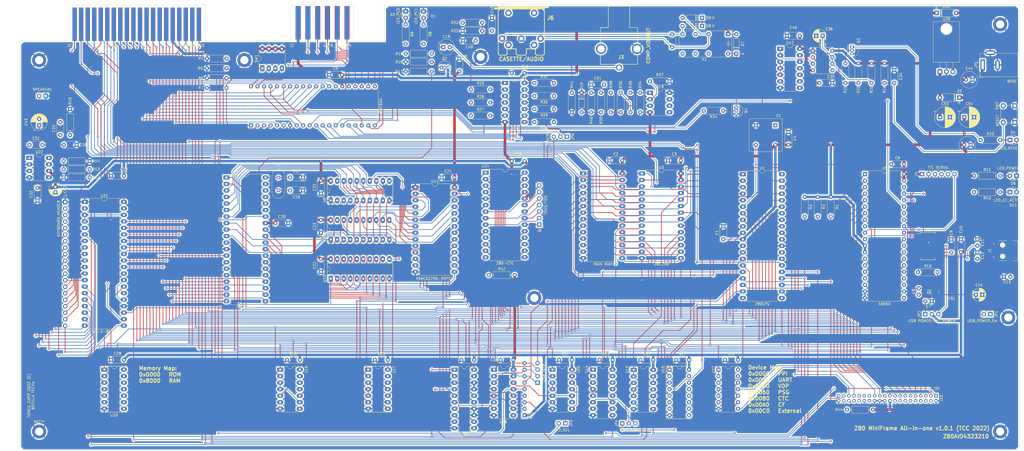
<source format=kicad_pcb>
(kicad_pcb (version 20211014) (generator pcbnew)
  (layers (0 "F.Cu" signal) (31 "B.Cu" signal) (34 "B.Paste" user) (35 "F.Paste" user) (36 "B.SilkS" user "B.Silkscreen") (37 "F.SilkS" user "F.Silkscreen") (38 "B.Mask" user) (39 "F.Mask" user) (44 "Edge.Cuts" user))
  (net 0 "")
  (net 1 "GND")
  (net 2 "Net-(C7-Pad2)")
  (net 3 "Net-(C8-Pad1)")
  (net 4 "Net-(C9-Pad1)")
  (net 5 "Net-(C11-Pad2)")
  (net 6 "Net-(C12-Pad2)")
  (net 7 "Net-(C13-Pad1)")
  (net 8 "Net-(C16-Pad2)")
  (net 9 "Net-(C17-Pad2)")
  (net 10 "Net-(C19-Pad1)")
  (net 11 "Net-(C19-Pad2)")
  (net 12 "Net-(C30-Pad1)")
  (net 13 "Net-(C31-Pad1)")
  (net 14 "Net-(C33-Pad1)")
  (net 15 "Net-(C33-Pad2)")
  (net 16 "Net-(C36-Pad1)")
  (net 17 "Net-(D1-Pad2)")
  (net 18 "Net-(D2-Pad2)")
  (net 19 "Net-(D4-Pad1)")
  (net 20 "/VDP_INT")
  (net 21 "Net-(FB1-Pad2)")
  (net 22 "/IO/PC0")
  (net 23 "/IO/PC1")
  (net 24 "/IO/PA7")
  (net 25 "/IO/PA6")
  (net 26 "/IO/PA5")
  (net 27 "/IO/PA4")
  (net 28 "/IO/PB7")
  (net 29 "/IO/PB6")
  (net 30 "/IO/PB5")
  (net 31 "/IO/PB4")
  (net 32 "/IO/PB1")
  (net 33 "/IO/PB0")
  (net 34 "Net-(R12-Pad2)")
  (net 35 "Net-(Q2-Pad1)")
  (net 36 "Net-(Q2-Pad2)")
  (net 37 "Net-(Q3-Pad1)")
  (net 38 "Net-(Q3-Pad2)")
  (net 39 "/NMI")
  (net 40 "/WAIT")
  (net 41 "/BUSRQ")
  (net 42 "Net-(R4-Pad1)")
  (net 43 "Net-(R5-Pad1)")
  (net 44 "Net-(R6-Pad1)")
  (net 45 "Net-(R7-Pad1)")
  (net 46 "Net-(R10-Pad1)")
  (net 47 "/{slash}RESET")
  (net 48 "/CTC_INT")
  (net 49 "/UART_INT")
  (net 50 "/INT_DEV1")
  (net 51 "/INT_DEV3")
  (net 52 "/XTAL")
  (net 53 "/INT_DEV5")
  (net 54 "/IO/A11")
  (net 55 "/IO/A12")
  (net 56 "/IO/A13")
  (net 57 "/IO/A14")
  (net 58 "/IO/A15")
  (net 59 "Net-(R42-Pad1)")
  (net 60 "/BUS Expansion/D4")
  (net 61 "/BUS Expansion/D3")
  (net 62 "/BUS Expansion/D5")
  (net 63 "/BUS Expansion/D6")
  (net 64 "/BUS Expansion/D2")
  (net 65 "/BUS Expansion/D7")
  (net 66 "/BUS Expansion/D0")
  (net 67 "/BUS Expansion/D1")
  (net 68 "/{slash}INT")
  (net 69 "/HALT")
  (net 70 "/MREQ")
  (net 71 "/IORQ")
  (net 72 "Net-(D11-Pad1)")
  (net 73 "/BUSACK")
  (net 74 "/M1")
  (net 75 "/CPU_MEM/RFSH")
  (net 76 "/IO/A0")
  (net 77 "/IO/A1")
  (net 78 "/IO/A2")
  (net 79 "/IO/A3")
  (net 80 "/IO/A4")
  (net 81 "/IO/A5")
  (net 82 "/IO/A6")
  (net 83 "/IO/A7")
  (net 84 "/IO/A8")
  (net 85 "/IO/A9")
  (net 86 "/IO/A10")
  (net 87 "/ROM_CE")
  (net 88 "/RAM_CE")
  (net 89 "/PPI_CE")
  (net 90 "/RESET_IO")
  (net 91 "Net-(U5-Pad15)")
  (net 92 "/RX")
  (net 93 "/TX")
  (net 94 "/UART_CE")
  (net 99 "Net-(Q4-Pad2)")
  (net 101 "Net-(U5-Pad32)")
  (net 102 "/DTR")
  (net 104 "Net-(U5-Pad36)")
  (net 105 "/DSR")
  (net 113 "/VIDEO/AD0")
  (net 114 "/VIDEO/AD1")
  (net 115 "/VIDEO/AD2")
  (net 116 "/VIDEO/AD3")
  (net 117 "/VIDEO/AD4")
  (net 118 "/VIDEO/AD5")
  (net 119 "/VIDEO/AD6")
  (net 120 "/VIDEO/AD7")
  (net 121 "Net-(U17-Pad2)")
  (net 122 "/VIDEO/VA6")
  (net 123 "/VIDEO/VA5")
  (net 124 "/VIDEO/VA4")
  (net 125 "/VIDEO/VA3")
  (net 126 "/VIDEO/VA2")
  (net 127 "/VIDEO/VA1")
  (net 128 "/VIDEO/VA0")
  (net 130 "Net-(U17-Pad6)")
  (net 131 "/VIDEO/VA13")
  (net 132 "/VIDEO/VA12")
  (net 133 "/VIDEO/VA11")
  (net 134 "/VIDEO/VA10")
  (net 135 "/VIDEO/VA9")
  (net 136 "/VIDEO/VA8")
  (net 137 "/VIDEO/VA7")
  (net 139 "Net-(U10-Pad1)")
  (net 140 "Net-(U10-Pad11)")
  (net 141 "/VIDEO/VD7")
  (net 142 "/VIDEO/VD6")
  (net 143 "/VIDEO/VD5")
  (net 144 "/VIDEO/VD4")
  (net 145 "/VIDEO/VD3")
  (net 146 "/VIDEO/VD2")
  (net 147 "/VIDEO/VD1")
  (net 148 "/VIDEO/VD0")
  (net 149 "/VIDEO/{slash}CAS")
  (net 150 "Net-(U13-Pad12)")
  (net 151 "/CF_CE")
  (net 152 "/CTC_CE")
  (net 153 "/PSG_CE")
  (net 154 "/VDP_CE")
  (net 155 "Net-(U16-Pad3)")
  (net 156 "/VIDEO/{slash}CSR")
  (net 157 "/VIDEO/{slash}CSW")
  (net 158 "/VIDEO/{slash}RAS")
  (net 159 "Net-(U17-Pad3)")
  (net 160 "Net-(U17-Pad4)")
  (net 161 "Net-(U20-Pad1)")
  (net 162 "Net-(U20-Pad4)")
  (net 163 "/SOUND/ROW7")
  (net 164 "/SOUND/ROW6")
  (net 165 "/SOUND/ROW5")
  (net 166 "/SOUND/ROW4")
  (net 167 "/SOUND/ROW3")
  (net 168 "/SOUND/ROW2")
  (net 169 "/SOUND/ROW1")
  (net 170 "/SOUND/ROW0")
  (net 171 "/SOUND/COL7")
  (net 172 "/SOUND/COL6")
  (net 173 "/SOUND/COL5")
  (net 174 "/SOUND/COL4")
  (net 175 "/SOUND/COL3")
  (net 176 "/SOUND/COL2")
  (net 177 "/SOUND/COL1")
  (net 178 "/SOUND/COL0")
  (net 190 "VCC")
  (net 191 "Net-(C44-Pad1)")
  (net 192 "Net-(D3-Pad1)")
  (net 193 "Net-(D6-Pad2)")
  (net 197 "/DEV_CS1")
  (net 198 "Net-(U12-Pad1)")
  (net 199 "Net-(J1-Pad1)")
  (net 201 "Net-(U26-Pad6)")
  (net 202 "Net-(U26-Pad7)")
  (net 203 "Net-(U26-Pad9)")
  (net 205 "Net-(JP3-Pad2)")
  (net 206 "Net-(C34-Pad1)")
  (net 207 "Net-(C41-Pad1)")
  (net 208 "Net-(C43-Pad2)")
  (net 209 "/INT_DEV4")
  (net 212 "/IO/Casette Interface/M2")
  (net 213 "/IO/Casette Interface/M1")
  (net 214 "Net-(C48-Pad1)")
  (net 215 "Net-(C49-Pad1)")
  (net 216 "Net-(C51-Pad2)")
  (net 217 "/IO/PB2")
  (net 218 "/IO/PB3")
  (net 219 "Net-(D7-Pad1)")
  (net 220 "Net-(U25-Pad10)")
  (net 221 "Net-(R25-Pad2)")
  (net 222 "Net-(R26-Pad2)")
  (net 223 "Net-(R27-Pad2)")
  (net 224 "Net-(R28-Pad2)")
  (net 225 "Net-(R29-Pad2)")
  (net 226 "Net-(R30-Pad2)")
  (net 227 "Net-(R35-Pad1)")
  (net 228 "Net-(R38-Pad1)")
  (net 229 "Net-(D10-Pad2)")
  (net 230 "/IO/Casette Interface/PC7")
  (net 231 "/IO/Casette Interface/PC6")
  (net 232 "/IO/Casette Interface/PC5")
  (net 233 "/IO/Casette Interface/PC4")
  (net 234 "/IO/Casette Interface/PC2")
  (net 235 "/IO/Casette Interface/PC3")
  (net 236 "Net-(U25-Pad3)")
  (net 237 "Net-(JP3-Pad1)")
  (net 238 "Net-(U25-Pad12)")
  (net 239 "/RD")
  (net 240 "Net-(J8-Pad6)")
  (net 241 "Net-(J8-Pad4)")
  (net 242 "Net-(J8-Pad2)")
  (net 244 "Net-(J8-Pad1)")
  (net 245 "Net-(J8-Pad3)")
  (net 246 "Net-(J8-Pad5)")
  (net 247 "Net-(J8-Pad7)")
  (net 248 "Net-(D8-Pad1)")
  (net 249 "/MR")
  (net 259 "/IOWR")
  (net 260 "/IORD")
  (net 267 "Net-(J10-Pad38)")
  (net 268 "Net-(J10-Pad39)")
  (net 269 "/WR")
  (net 270 "Net-(U13-Pad8)")
  (net 271 "Net-(U27-Pad10)")
  (net 272 "Net-(U27-Pad13)")
  (net 273 "Net-(JP4-Pad2)")
  (net 274 "Net-(JP4-Pad3)")
  (net 279 "Net-(U18-Pad11)")
  (net 280 "/PPI_INT")
  (footprint "" (layer "F.Cu") (at 396.24 198.12)
    (fp_text reference "")
    (fp_text value "")
  )
  (footprint "Capacitor_THT:C_Disc_D7.0mm_W2.5mm_P5.00mm" (layer "F.Cu") (at 313.69 81.32 -90)
    (fp_text reference "C4")
    (fp_text value "100nF")
  )
  (footprint "Resistor_THT:R_Axial_DIN0207_L6.3mm_D2.5mm_P7.62mm_Horizontal" (layer "F.Cu") (at 335.905 62.215564 90)
    (fp_text reference "R21")
    (fp_text value "1K")
  )
  (footprint "Capacitor_THT:C_Disc_D7.0mm_W2.5mm_P5.00mm" (layer "F.Cu") (at 198.12 41.87 90)
    (fp_text reference "C49")
    (fp_text value "~")
  )
  (footprint "Connector_PCBEdge:EdgeConector_40pin" (layer "F.Cu") (at 60.96 39.37)
    (fp_text reference "JE1")
    (fp_text value "EXPANSION_BUS")
  )
  (footprint "Resistor_THT:R_Axial_DIN0207_L6.3mm_D2.5mm_P7.62mm_Horizontal" (layer "F.Cu") (at 94.615 56.515 180)
    (fp_text reference "R5")
    (fp_text value "1K2")
  )
  (footprint "Capacitor_THT:C_Disc_D7.0mm_W2.5mm_P5.00mm" (layer "F.Cu") (at 20.955 103.095112 -90)
    (fp_text reference "C32")
    (fp_text value "0.1uF")
  )
  (footprint "Resistor_THT:R_Axial_DIN0207_L6.3mm_D2.5mm_P10.16mm_Horizontal" (layer "F.Cu") (at 174.625 50.8 180)
    (fp_text reference "R19")
    (fp_text value "75R")
  )
  (footprint "Connector_Audio:RCA" (layer "F.Cu") (at 247.65 40.64 180)
    (fp_text reference "J3")
    (fp_text value "COMP_VIDEOUT")
  )
  (footprint "Connector_PinHeader_2.54mm:PinHeader_1x03_P2.54mm_Vertical" (layer "F.Cu") (at 227.33 83.185 -90)
    (fp_text reference "JP6")
    (fp_text value "INTRA")
  )
  (footprint "LED_THT:LED_D3.0mm" (layer "F.Cu") (at 400.05 84.455)
    (fp_text reference "D4")
    (fp_text value "LED_RESET")
  )
  (footprint "Capacitor_THT:C_Disc_D7.0mm_W2.5mm_P5.00mm" (layer "F.Cu") (at 206.47 170.18 180)
    (fp_text reference "C38")
    (fp_text value "100nF")
  )
  (footprint "Package_DIP:DIP-20_W7.62mm_LongPads" (layer "F.Cu") (at 183.515 173.99)
    (fp_text reference "U28")
    (fp_text value "74LS373")
  )
  (footprint "Resistor_THT:R_Axial_DIN0207_L6.3mm_D2.5mm_P7.62mm_Horizontal" (layer "F.Cu") (at 244.475 66.03 -90)
    (fp_text reference "R38")
    (fp_text value "~")
  )
  (footprint "Package_TO_SOT_THT:TO-220-3_Horizontal_TabDown" (layer "F.Cu") (at 372.745 57.85)
    (fp_text reference "U29")
    (fp_text value "L7805")
  )
  (footprint "Diode_THT:D_DO-35_SOD27_P7.62mm_Horizontal" (layer "F.Cu") (at 233.045 66.03 -90)
    (fp_text reference "D10")
    (fp_text value "~")
  )
  (footprint "Relay_THT:Relay_DPDT_Finder_30.22" (layer "F.Cu") (at 290.195 43.18 180)
    (fp_text reference "K1")
    (fp_text value "FINDER-30.22")
  )
  (footprint "Diode_THT:D_DO-35_SOD27_P7.62mm_Horizontal" (layer "F.Cu") (at 280.035 40.005 180)
    (fp_text reference "D8")
    (fp_text value "~")
  )
  (footprint "Capacitor_THT:CP_Radial_Tantal_D6.0mm_P2.50mm" (layer "F.Cu") (at 179.152375 48.26)
    (fp_text reference "C19")
    (fp_text value "220uF")
  )
  (footprint "Package_DIP:DIP-8_W7.62mm" (layer "F.Cu") (at 323.215 49.655564)
    (fp_text reference "U23")
    (fp_text value "NA555P")
  )
  (footprint "Capacitor_THT:C_Disc_D7.0mm_W2.5mm_P5.00mm" (layer "F.Cu") (at 224.235 170.18)
    (fp_text reference "C37")
    (fp_text value "C")
  )
  (footprint "Resistor_THT:R_Axial_DIN0207_L6.3mm_D2.5mm_P10.16mm_Horizontal" (layer "F.Cu") (at 41.275 92.71 180)
    (fp_text reference "R14")
    (fp_text value "500")
  )
  (footprint "Capacitor_THT:C_Disc_D7.0mm_W2.5mm_P5.00mm" (layer "F.Cu") (at 353.735 93.945)
    (fp_text reference "C6")
    (fp_text value "100nF")
  )
  (footprint "Resistor_THT:R_Axial_DIN0207_L6.3mm_D2.5mm_P7.62mm_Horizontal" (layer "F.Cu") (at 94.615 52.705 180)
    (fp_text reference "R4")
    (fp_text value "1K2")
  )
  (footprint "Package_DIP:DIP-16_W7.62mm_LongPads" (layer "F.Cu") (at 198.875 174.005)
    (fp_text reference "U26")
    (fp_text value "74LS148")
  )
  (footprint "Resistor_THT:R_Axial_DIN0207_L6.3mm_D2.5mm_P7.62mm_Horizontal" (layer "F.Cu") (at 325.12 106.68 -90)
    (fp_text reference "R3")
    (fp_text value "3.3K")
  )
  (footprint "Package_DIP:DIP-28_W15.24mm_LongPads" (layer "F.Cu") (at 233.68 97.515)
    (fp_text reference "U2")
    (fp_text value "MAIN RAM")
  )
  (footprint "Capacitor_THT:C_Disc_D5.0mm_W2.5mm_P5.00mm" (layer "F.Cu") (at 31.195 86.36)
    (fp_text reference "C30")
    (fp_text value "300pF")
  )
  (footprint "Capacitor_THT:C_Disc_D5.0mm_W2.5mm_P5.00mm" (layer "F.Cu") (at 17.86 86.36)
    (fp_text reference "C31")
    (fp_text value "2uF")
  )
  (footprint "LED_THT:LED_D3.0mm" (layer "F.Cu") (at 402.59 98.425 180)
    (fp_text reference "D6")
    (fp_text value "LED_POWER")
  )
  (footprint "Capacitor_THT:C_Disc_D7.0mm_W2.5mm_P5.00mm" (layer "F.Cu") (at 354.955 62.175564 90)
    (fp_text reference "C34")
    (fp_text value "100nF")
  )
  (footprint "Package_DIP:DIP-14_W7.62mm_Socket_LongPads" (layer "F.Cu") (at 46.99 173.975)
    (fp_text reference "U20")
    (fp_text value "74LS02")
  )
  (footprint "Resistor_THT:R_Axial_DIN0207_L6.3mm_D2.5mm_P7.62mm_Horizontal" (layer "F.Cu") (at 222.25 72.39 180)
    (fp_text reference "R29")
    (fp_text value "~")
  )
  (footprint "Capacitor_THT:C_Disc_D7.0mm_W2.5mm_P5.00mm" (layer "F.Cu") (at 266.7 92.43)
    (fp_text reference "C3")
    (fp_text value "100nF")
  )
  (footprint "Package_DIP:DIP-28_W15.24mm_LongPads" (layer "F.Cu") (at 256.54 97.515)
    (fp_text reference "U3")
    (fp_text value "28C256")
  )
  (footprint "Package_DIP:DIP-40_W15.24mm" (layer "F.Cu") (at 104.185 78.785 90)
    (fp_text reference "U4")
    (fp_text value "82C55A")
  )
  (footprint "Diode_THT:D_A-405_P7.62mm_Horizontal" (layer "F.Cu") (at 380.365 67.945 180)
    (fp_text reference "D3")
    (fp_text value "DIODE")
  )
  (footprint "Package_DIP:DIP-14_W7.62mm_LongPads" (layer "F.Cu") (at 253.35 174.09)
    (fp_text reference "U13")
    (fp_text value "7400")
  )
  (footprint "Resistor_THT:R_Axial_DIN0207_L6.3mm_D2.5mm_P7.62mm_Horizontal" (layer "F.Cu") (at 288.29 73.025 180)
    (fp_text reference "R24")
    (fp_text value "~")
  )
  (footprint "Capacitor_THT:C_Disc_D7.0mm_W2.5mm_P5.00mm" (layer "F.Cu") (at 131.445 120.65 90)
    (fp_text reference "C23")
    (fp_text value "100nF")
  )
  (footprint "" (layer "F.Cu") (at 101.6 53.34)
    (fp_text reference "")
    (fp_text value "")
  )
  (footprint "Package_DIP:DIP-8_W7.62mm_LongPads" (layer "F.Cu") (at 259.715 66.04)
    (fp_text reference "U19")
    (fp_text value "~")
  )
  (footprint "Connector_PinHeader_2.54mm:PinHeader_1x03_P2.54mm_Vertical" (layer "F.Cu") (at 367.045 152.4 90)
    (fp_text reference "JP2")
    (fp_text value "USB POWER/EXT POWER")
  )
  (footprint "Resistor_THT:R_Axial_DIN0207_L6.3mm_D2.5mm_P7.62mm_Horizontal" (layer "F.Cu") (at 248.285 66.03 -90)
    (fp_text reference "R36")
    (fp_text value "~")
  )
  (footprint "Resistor_THT:R_Axial_DIN0207_L6.3mm_D2.5mm_P7.62mm_Horizontal" (layer "F.Cu") (at 171.45 39.37 -90)
    (fp_text reference "R8")
    (fp_text value "R")
  )
  (footprint "Connector_PinHeader_2.54mm:PinHeader_1x03_P2.54mm_Vertical" (layer "F.Cu") (at 248.92 194.945 90)
    (fp_text reference "JP4")
    (fp_text value "MREQ/A8")
  )
  (footprint "Capacitor_THT:C_Disc_D7.0mm_W2.5mm_P5.00mm" (layer "F.Cu") (at 54.61 98.425 180)
    (fp_text reference "C29")
    (fp_text value "100nF")
  )
  (footprint "Crystal:Crystal_HC18-U_Vertical" (layer "F.Cu") (at 114.875 104.05 90)
    (fp_text reference "Y2")
    (fp_text value "10.73MHz")
  )
  (footprint "" (layer "F.Cu") (at 21.59 53.34)
    (fp_text reference "")
    (fp_text value "")
  )
  (footprint "Capacitor_THT:C_Disc_D7.0mm_W2.5mm_P5.00mm" (layer "F.Cu") (at 274.965 170.19 180)
    (fp_text reference "C27")
    (fp_text value "100nF")
  )
  (footprint "Resistor_THT:R_Axial_DIN0207_L6.3mm_D2.5mm_P7.62mm_Horizontal" (layer "F.Cu") (at 194.31 38.735 180)
    (fp_text reference "R32")
    (fp_text value "~")
  )
  (footprint "Package_DIP:DIP-20_W7.62mm_Socket_LongPads" (layer "F.Cu") (at 135.255 123.29 90)
    (fp_text reference "U9")
    (fp_text value "74LS574")
  )
  (footprint "Package_DIP:DIP-20_W7.62mm_Socket_LongPads" (layer "F.Cu") (at 135.26 108.04 90)
    (fp_text reference "U8")
    (fp_text value "74LS574")
  )
  (footprint "Resistor_THT:R_Axial_DIN0207_L6.3mm_D2.5mm_P7.62mm_Horizontal" (layer "F.Cu") (at 222.25 77.47 180)
    (fp_text reference "R28")
    (fp_text value "~")
  )
  (footprint "Resistor_THT:R_Axial_DIN0207_L6.3mm_D2.5mm_P7.62mm_Horizontal" (layer "F.Cu") (at 252.095 73.65 90)
    (fp_text reference "R35")
    (fp_text value "~")
  )
  (footprint "Package_DIP:DIP-14_W7.62mm" (layer "F.Cu") (at 286.425 173.99)
    (fp_text reference "U27")
    (fp_text value "74HC00")
  )
  (footprint "Connector_PinHeader_2.54mm:PinHeader_1x02_P2.54mm_Vertical" (layer "F.Cu") (at 24.13 67.31 -90)
    (fp_text reference "SPEAKER1")
    (fp_text value "Conn_01x02_Male")
  )
  (footprint "Capacitor_THT:CP_Radial_D5.0mm_P2.00mm" (layer "F.Cu") (at 27.94 102.775 -90)
    (fp_text reference "C42")
    (fp_text value "10uF")
  )
  (footprint "Resistor_THT:R_Axial_DIN0207_L6.3mm_D2.5mm_P7.62mm_Horizontal" (layer "F.Cu") (at 186.69 41.91)
    (fp_text reference "R33")
    (fp_text value "~")
  )
  (footprint "Resistor_THT:R_Axial_DIN0207_L6.3mm_D2.5mm_P7.62mm_Horizontal" (layer "F.Cu") (at 364.2025 135.99)
    (fp_text reference "R10")
    (fp_text value "1K")
  )
  (footprint "Resistor_THT:R_Axial_DIN0207_L6.3mm_D2.5mm_P7.62mm_Horizontal" (layer "F.Cu") (at 267.335 61.585 180)
    (fp_text reference "R37")
    (fp_text value "~")
  )
  (footprint "Resistor_THT:R_Axial_DIN0207_L6.3mm_D2.5mm_P10.16mm_Horizontal" (layer "F.Cu") (at 31.115 99.06)
    (fp_text reference "R12")
    (fp_text value "1K")
  )
  (footprint "Package_DIP:DIP-14_W7.62mm_LongPads" (layer "F.Cu") (at 310.515 48.895)
    (fp_text reference "U12")
    (fp_text value "7400")
  )
  (footprint "Package_DIP:DIP-8_W7.62mm_LongPads" (layer "F.Cu") (at 17.78 91.44)
    (fp_text reference "U22")
    (fp_text value "LM386")
  )
  (footprint "Capacitor_THT:C_Disc_D7.0mm_W2.5mm_P5.00mm" (layer "F.Cu") (at 118.19 170.185)
    (fp_text reference "C26")
    (fp_text value "100nF")
  )
  (footprint "Capacitor_THT:CP_Radial_D8.0mm_P3.80mm" (layer "F.Cu") (at 382.28 75.565)
    (fp_text reference "C54")
    (fp_text value "10uF")
  )
  (footprint "Resistor_THT:R_Axial_DIN0207_L6.3mm_D2.5mm_P10.16mm_Horizontal" (layer "F.Cu") (at 386.08 98.425)
    (fp_text reference "R11")
    (fp_text value "R")
  )
  (footprint "Capacitor_THT:C_Disc_D7.0mm_W2.5mm_P5.00mm" (layer "F.Cu") (at 325.785 62.215564)
    (fp_text reference "C35")
    (fp_text value "100nF")
  )
  (footprint "Capacitor_THT:C_Disc_D7.0mm_W2.5mm_P5.00mm" (layer "F.Cu") (at 236.855 62.855)
    (fp_text reference "C51")
    (fp_text value "~")
  )
  (footprint "Resistor_THT:R_Axial_DIN0207_L6.3mm_D2.5mm_P7.62mm_Horizontal" (layer "F.Cu") (at 94.615 64.135 180)
    (fp_text reference "R7")
    (fp_text value "1K2")
  )
  (footprint "Resistor_THT:R_Axial_DIN0207_L6.3mm_D2.5mm_P10.16mm_Horizontal" (layer "F.Cu") (at 396.24 104.775 180)
    (fp_text reference "R43")
    (fp_text value "1K")
  )
  (footprint "Connector_PinHeader_2.54mm:PinHeader_1x06_P2.54mm_Vertical" (layer "F.Cu") (at 365.76 97.755 90)
    (fp_text reference "J4")
    (fp_text value "TTL SERIAL")
  )
  (footprint "Resistor_THT:R_Axial_DIN0207_L6.3mm_D2.5mm_P7.62mm_Horizontal" (layer "F.Cu") (at 320.04 106.68 -90)
    (fp_text reference "R2")
    (fp_text value "3.3K")
  )
  (footprint "Resistor_THT:R_Axial_DIN0207_L6.3mm_D2.5mm_P7.62mm_Horizontal" (layer "F.Cu") (at 222.25 67.31 180)
    (fp_text reference "R30")
    (fp_text value "~")
  )
  (footprint "Package_DIP:DIP-20_W7.62mm_Socket_LongPads" (layer "F.Cu") (at 135.26 138.52 90)
    (fp_text reference "U10")
    (fp_text value "74LS574")
  )
  (footprint "" (layer "F.Cu") (at 193.675 52.07)
    (fp_text reference "")
    (fp_text value "")
  )
  (footprint "Capacitor_THT:C_Disc_D7.0mm_W2.5mm_P5.00mm" (layer "F.Cu") (at 124.42 99.06 180)
    (fp_text reference "C17")
    (fp_text value "33pf")
  )
  (footprint "Connector_PinHeader_2.54mm:PinHeader_1x02_P2.54mm_Vertical" (layer "F.Cu") (at 392.43 152.4 -90)
    (fp_text reference "JP1")
    (fp_text value "USB_POWER_SW")
  )
  (footprint "" (layer "F.Cu") (at 214.63 146.05)
    (fp_text reference "")
    (fp_text value "")
  )
  (footprint "Package_DIP:DIP-14_W7.62mm_LongPads" (layer "F.Cu") (at 203.2 62.23)
    (fp_text reference "U18")
    (fp_text value "~")
  )
  (footprint "Package_TO_SOT_THT:TO-92_Inline" (layer "F.Cu") (at 338.445 48.245564 -90)
    (fp_text reference "Q3")
    (fp_text value "BC337")
  )
  (footprint "Package_DIP:DIP-14_W7.62mm_Socket_LongPads" (layer "F.Cu") (at 149.865 173.99)
    (fp_text reference "U17")
    (fp_text value "74HC04")
  )
  (footprint "Package_DIP:DIP-40_W15.24mm" (layer "F.Cu") (at 343.53 97.76)
    (fp_text reference "U5")
    (fp_text value "16550")
  )
  (footprint "Resistor_THT:R_Axial_DIN0207_L6.3mm_D2.5mm_P10.16mm_Horizontal" (layer "F.Cu") (at 31.115 95.885)
    (fp_text reference "R13")
    (fp_text value "5K")
  )
  (footprint "Package_DIP:DIP-28_W15.24mm_LongPads" (layer "F.Cu") (at 195.63 97.155)
    (fp_text reference "U24")
    (fp_text value "Z80-CTC")
  )
  (footprint "Capacitor_THT:CP_Radial_D5.0mm_P2.50mm" (layer "F.Cu") (at 386.779888 144.78)
    (fp_text reference "C41")
    (fp_text value "10uF")
  )
  (footprint "Capacitor_THT:C_Disc_D7.0mm_W2.5mm_P5.00mm" (layer "F.Cu") (at 318.125 43.82 180)
    (fp_text reference "C46")
    (fp_text value "100nF")
  )
  (footprint "Package_DIP:DIP-40_W15.24mm_LongPads" (layer "F.Cu") (at 94.615 99.065)
    (fp_text reference "U7")
    (fp_text value "TMS9918A")
  )
  (footprint "Capacitor_THT:C_Disc_D7.0mm_W2.5mm_P5.00mm" (layer "F.Cu") (at 178.475 99.06)
    (fp_text reference "C24")
    (fp_text value "100nF")
  )
  (footprint "LED_THT:LED_D3.0mm" (layer "F.Cu") (at 400.05 104.775)
    (fp_text reference "D11")
    (fp_text value "LED_CF_ACTIV")
  )
  (footprint "Connector_USB:USB_Mini-B_Lumberg_2486_01_Horizontal" (layer "F.Cu") (at 397.2 127.63 90)
    (fp_text reference "J1")
    (fp_text value "USB_B_Micro")
  )
  (footprint "Capacitor_THT:C_Disc_D7.0mm_W2.5mm_P5.00mm" (layer "F.Cu") (at 113.705 116.84)
    (fp_text reference "C20")
    (fp_text value "100nF")
  )
  (footprint "Resistor_THT:R_Axial_DIN0207_L6.3mm_D2.5mm_P7.62mm_Horizontal" (layer "F.Cu") (at 236.855 73.65 90)
    (fp_text reference "R40")
    (fp_text value "~")
  )
  (footprint "Package_TO_SOT_THT:TO-92_Inline" (layer "F.Cu") (at 293.37 71.755 -90)
    (fp_text reference "Q4")
    (fp_text value "BC337")
  )
  (footprint "Capacitor_THT:C_Disc_D7.0mm_W2.5mm_P5.00mm" (layer "F.Cu") (at 134.66 59.055)
    (fp_text reference "C5")
    (fp_text value "100nF")
  )
  (footprint "Connector_DIN:DIN-5" (layer "F.Cu") (at 209.55 41.91 180)
    (fp_text reference "J6")
    (fp_text value "CASETTE/AUDIO")
  )
  (footprint "Resistor_THT:R_Axial_DIN0207_L6.3mm_D2.5mm_P10.16mm_Horizontal" (layer "F.Cu") (at 196.85 137.11)
    (fp_text reference "R42")
    (fp_text value "10K")
  )
  (footprint "Capacitor_THT:C_Disc_D7.0mm_W2.5mm_P5.00mm" (layer "F.Cu") (at 243.92 92.43)
    (fp_text reference "C2")
    (fp_text value "100nF")
  )
  (footprint "Capacitor_THT:C_Disc_D7.0mm_W2.5mm_P5.00mm" (layer "F.Cu") (at 288.29 123.11 90)
    (fp_text reference "C1")
    (fp_text value "100nF")
  )
  (footprint "Capacitor_THT:C_Disc_D7.0mm_W2.5mm_P5.00mm" (layer "F.Cu") (at 210.82 92.71 180)
    (fp_text reference "C39")
    (fp_text value "100nF")
  )
  (footprint "Connector_BarrelJack:BarrelJack_Wuerth_6941xx301002" (layer "F.Cu") (at 389.43 55.21 90)
    (fp_text reference "JP5")
    (fp_text value "9VDC")
  )
  (footprint "Capacitor_THT:C_Disc_D7.0mm_W2.5mm_P5.00mm" (layer "F.Cu") (at 289.005 170.18)
    (fp_text reference "C52")
    (fp_text value "100nF")
  )
  (footprint "Capacitor_THT:C_Disc_D7.0mm_W2.5mm_P5.00mm" (layer "F.Cu") (at 268.3575 48.265 90)
    (fp_text reference "C47")
    (fp_text value "~")
  )
  (footprint "Resistor_THT:R_Axial_DIN0207_L6.3mm_D2.5mm_P7.62mm_Horizontal" (layer "F.Cu") (at 240.665 66.03 -90)
    (fp_text reference "R39")
    (fp_text value "~")
  )
  (footprint "Capacitor_THT:C_Disc_D7.0mm_W2.5mm_P5.00mm" (layer "F.Cu") (at 191.77 45.72 180)
    (fp_text reference "C48")
    (fp_text value "~")
  )
  (footprint "Capacitor_THT:C_Disc_D7.0mm_W2.5mm_P5.00mm" (layer "F.Cu") (at 131.445 135.85 90)
    (fp_text reference "C22")
    (fp_text value "100nF")
  )
  (footprint "Capacitor_THT:CP_Radial_D5.0mm_P2.50mm" (layer "F.Cu") (at 327.015 43.82 180)
    (fp_text reference "C36")
    (fp_text value "10uF")
  )
  (footprint "Capacitor_THT:C_Disc_D7.0mm_W2.5mm_P5.00mm" (layer "F.Cu") (at 131.445 100.33 -90)
    (fp_text reference "C21")
    (fp_text value "100nF")
  )
  (footprint "Package_DIP:DIP-40_W15.24mm_LongPads" (layer "F.Cu") (at 39.37 108.585)
    (fp_text reference "U21")
    (fp_text value "AY-3-8910")
  )
  (footprint "Resistor_THT:R_Axial_DIN0207_L6.3mm_D2.5mm_P7.62mm_Horizontal" (layer "F.Cu") (at 189.865 64.77)
    (fp_text reference "R25")
    (fp_text value "~")
  )
  (footprint "Capacitor_THT:CP_Radial_D8.0mm_P3.80mm" (layer "F.Cu") (at 372.847349 75.565)
    (fp_text reference "C53")
    (fp_text value "100uF")
  )
  (footprint "Resistor_THT:R_Axial_DIN0207_L6.3mm_D2.5mm_P10.16mm_Horizontal" (layer "F.Cu") (at 174.625 53.975 180)
    (fp_text reference "R18")
    (fp_text value "75R")
  )
  (footprint "Capacitor_THT:C_Radial_D6.3mm_H5.0mm_P2.50mm" (layer "F.Cu") (at 382.197651 86.36)
    (fp_text reference "C45")
    (fp_text value "0.1uF")
  )
  (footprint "Package_SO:SSOP-28_5.3x10.2mm_P0.65mm" (layer "F.Cu") (at 368.0125 125.83)
    (fp_text reference "U6")
    (fp_text value "FT232RL")
  )
  (footprint "Package_TO_SOT_SMD:SOT-23" (layer "F.Cu") (at 370.84 143.51 90)
    (fp_text reference "Q1")
    (fp_text value "IRLML6402")
  )
  (footprint "Capacitor_THT:C_Disc_D7.0mm_W2.5mm_P5.00mm" (layer "F.Cu") (at 49.6 170.17)
    (fp_text reference "C28")
    (fp_text value "100nF")
  )
  (footprint "Capacitor_THT:C_Disc_D3.0mm_W1.6mm_P2.50mm" (layer "F.Cu") (at 387.35 128.29 -90)
    (fp_text reference "C12")
    (fp_text value "47pF")
  )
  (footprint "Capacitor_THT:C_Disc_D7.0mm_W2.5mm_P5.00mm" (layer "F.Cu") (at 377.19 128.27 90)
    (fp_text reference "C9")
    (fp_text value "100nF")
  )
  (footprint "Resistor_THT:R_Axial_DIN0207_L6.3mm_D2.5mm_P7.62mm_Horizontal" (layer "F.Cu") (at 189.865 74.93)
    (fp_text reference "R27")
    (fp_text value "~")
  )
  (footprint "Capacitor_THT:C_Disc_D7.0mm_W2.5mm_P5.00mm" (layer "F.Cu") (at 245.11 170.18 180)
    (fp_text reference "C15")
    (fp_text value "100nF")
  )
  (footprint "Resistor_THT:R_Axial_DIN0207_L6.3mm_D2.5mm_P7.62mm_Horizontal" (layer "F.Cu") (at 229.235 73.65 90)
    (fp_text reference "R41")
    (fp_text value "~")
  )
  (footprint "Connector_PinHeader_2.54mm:PinHeader_1x02_P2.54mm_Vertical" (layer "F.Cu") (at 226.7 194.945 -90)
    (fp_text reference "JP3")
    (fp_text value "IM2_SEL")
  )
  (footprint "Connector_PinHeader_2.54mm:PinHeader_1x04_P2.54mm_Vertical" (layer "F.Cu") (at 215.9 179.06 180)
    (fp_text reference "J5")
    (fp_text value "USR_INTR")
  )
  (footprint "Resistor_THT:R_Axial_DIN0207_L6.3mm_D2.5mm_P7.62mm_Horizontal" (layer "F.Cu") (at 94.615 60.325 180)
    (fp_text reference "R6")
    (fp_text value "1K2")
  )
  (footprint "LED_THT:LED_D3.0mm" (layer "F.Cu") (at 171.45 34.29 -90)
    (fp_text reference "D1")
    (fp_text value "LED_PC1")
  )
  (footprint "Capacitor_THT:C_Disc_D7.0mm_W2.5mm_P5.00mm" (layer "F.Cu") (at 191.185 170.17 180)
    (fp_text reference "C40")
    (fp_text value "100nF")
  )
  (footprint "Capacitor_THT:C_Disc_D3.0mm_W1.6mm_P2.50mm" (layer "F.Cu") (at 387.35 123.19 -90)
    (fp_text reference "C11")
    (fp_text value "47pF")
  )
  (footprint "Connector_PCBEdge:EdgeConector_18pin" (layer "F.Cu") (at 140.97 38.735)
    (fp_text reference "J2")
    (fp_text value "USER_IO_CONN")
  )
  (footprint "Resistor_THT:R_Axial_DIN0207_L6.3mm_D2.5mm_P7.62mm_Horizontal" (layer "F.Cu") (at 255.905 66.03 -90)
    (fp_text reference "R34")
    (fp_text value "~")
  )
  (footprint "Resistor_THT:R_Axial_DIN0207_L6.3mm_D2.5mm_P7.62mm_Horizontal" (layer "F.Cu") (at 330.2 106.68 -90)
    (fp_text reference "R1")
    (fp_text value "3.3K")
  )
  (footprint "Resistor_THT:R_Axial_DIN0207_L6.3mm_D2.5mm_P7.62mm_Horizontal" (layer "F.Cu") (at 340.985 54.595564 -90)
    (fp_text reference "R22")
    (fp_text value "10K")
  )
  (footprint "Package_DIP:DIP-16_W7.62mm_Socket" (layer "F.Cu") (at 267.335 173.99)
    (fp_text reference "U15")
    (fp_text value "74LS139")
  )
  (footprint "MountingHole:MountingHole_3.2mm_M3_ISO14580_Pad" (layer "F.Cu") (at 21.59 198.12)
    (fp_text reference "REF**")
    (fp_text value "MountingHole_3.2mm_M3_ISO14580_Pad")
  )
  (footprint "Capacitor_THT:C_Disc_D5.0mm_W2.5mm_P5.00mm" (layer "F.Cu") (at 29.845 82.51 90)
    (fp_text reference "C33")
    (fp_text value "0.05uF")
  )
  (footprint "Resistor_THT:R_Axial_DIN0207_L6.3mm_D2.5mm_P7.62mm_Horizontal" (layer "F.Cu") (at 346.065 54.595564 -90)
    (fp_text reference "R20")
    (fp_text value "47K")
  )
  (footprint "Resistor_THT:R_Axial_DIN0207_L6.3mm_D2.5mm_P7.62mm_Horizontal" (layer "F.Cu") (at 388.62 84.455)
    (fp_text reference "R23")
    (fp_text value "330R")
  )
  (footprint "Diode_THT:D_DO-35_SOD27_P7.62mm_Horizontal" (layer "F.Cu") (at 293.37 50.8 90)
    (fp_text reference "D7")
    (fp_text value "~")
  )
  (footprint "Package_DIP:DIP-40_W15.24mm_LongPads" (layer "F.Cu") (at 295.91 97.79)
    (fp_text reference "U1")
    (fp_text value "Z80CPU")
  )
  (footprint "Connector_PinHeader_2.54mm:PinHeader_1x20_P2.54mm_Vertical" (layer "F.Cu") (at 31.73 108.66)
    (fp_text reference "J7")
    (fp_text value "KEYBOARD_HEADER")
  )
  (footprint "Connector_PinHeader_2.00mm:PinHeader_2x20_P2.00mm_Vertical" (layer "F.Cu") (at 371.2675 184.15 -90)
    (fp_text reference "J10")
    (fp_text value "CF Card IDE")
  )
  (footprint "Resistor_THT:R_Array_SIP9" (layer "F.Cu") (at 210.82 191.785 90)
    (fp_text reference "RN1")
    (fp_text value "4K7")
  )
  (footprint "Resistor_THT:R_Axial_DIN0207_L6.3mm_D2.5mm_P10.16mm_Horizontal" (layer "F.Cu") (at 33.655 72.39 -90)
    (fp_text reference "R15")
    (fp_text value "10")
  )
  (footprint "Diode_THT:D_A-405_P7.62mm_Horizontal" (layer "F.Cu") (at 371.475 34.925)
    (fp_text reference "D12")
    (fp_text value "DIODE")
  )
  (footprint "Capacitor_THT:C_Disc_D3.0mm_W1.6mm_P2.50mm" (layer "F.Cu") (at 369.57 147.32 180)
    (fp_text reference "C7")
    (fp_text value "0.1uF")
  )
  (footprint "Resistor_THT:R_Axial_DIN0207_L6.3mm_D2.5mm_P7.62mm_Horizontal" (layer "F.Cu") (at 189.865 69.85)
    (fp_text reference "R26")
    (fp_text value "~")
  )
  (footprint "Package_DIP:DIP-14_W7.62mm_LongPads" (layer "F.Cu") (at 115.555 173.99)
    (fp_text reference "U16")
    (fp_text value "74LS32")
  )
  (footprint "Resistor_THT:R_Axial_DIN0207_L6.3mm_D2.5mm_P7.62mm_Horizontal" (layer "F.Cu") (at 351.145 54.595564 -90)
    (fp_text reference "R16")
    (fp_text value "100K")
  )
  (footprint "Package_DIP:DIP-16_W7.62mm_LongPads" (layer "F.Cu") (at 237.49 173.98)
    (fp_text reference "U14")
    (fp_text value "74LS138")
  )
  (footprint "Diode_THT:D_DO-35_SOD27_P7.62mm_Horizontal" (layer "F.Cu") (at 280.035 36.83 180)
    (fp_text reference "D9")
    (fp_text value "~")
  )
  (footprint "" (layer "F.Cu") (at 396.24 39.37)
    (fp_text reference "")
    (fp_text value "")
  )
  (footprint "Button_Switch_THT:SW_PUSH_6mm_H5mm" (layer "F.Cu") (at 401.955 71.12 -90)
    (fp_text reference "SW2")
    (fp_text value "RESET")
  )
  (footprint "Capacitor_THT:C_Radial_D6.3mm_H5.0mm_P2.50mm" (layer "F.Cu") (at 382.945 60.96)
    (fp_text reference "C44")
    (fp_text value "0.1uF")
  )
  (footprint "Capacitor_THT:C_Disc_D7.0mm_W2.5mm_P5.00mm" (layer "F.Cu") (at 260.985 170.18 180)
    (fp_text reference "C14")
    (fp_text value "100nF")
  )
  (footprint "Capacitor_THT:C_Disc_D7.0mm_W2.5mm_P5.00mm" (layer "F.Cu") (at 124.42 104.14 180)
    (fp_text reference "C16")
    (fp_text value "33pF")
  )
  (footprint "Capacitor_THT:CP_Radial_D6.3mm_P2.50mm" (layer "F.Cu") (at 21.59 78.74 90)
    (fp_text reference "C43")
    (fp_text value "250uF")
  )
  (footprint "Inductor_SMD:L_0805_2012Metric" (layer "F.Cu") (at 377.3975 144.78 180)
    (fp_text reference "FB1")
    (fp_text value "600Ohm")
  )
  (footprint "Connector_PinHeader_2.54mm:PinHeader_1x07_P2.54mm_Vertical" (layer "F.Cu") (at 216.535 117.43 180)
    (fp_text reference "J8")
    (fp_text value "TRGS/TOS")
  )
  (footprint "Capacitor_THT:C_Disc_D7.0mm_W2.5mm_P5.00mm" (layer "F.Cu") (at 185.42 52.705 -90)
    (fp_text reference "C18")
    (fp_text value "100nF")
  )
  (footprint "Capacitor_THT:C_Disc_D3.0mm_W1.6mm_P2.50mm" (layer "F.Cu") (at 400.18 137.785 180)
    (fp_text reference "C13")
    (fp_text value "0.47uF")
  )
  (footprint "Oscillator:Oscillator_DIP-8" (layer "F.Cu") (at 308.61 78.74 180)
    (fp_text reference "X1")
    (fp_text value "4MHz")
  )
  (footprint "Resistor_THT:R_Axial_DIN0207_L6.3mm_D2.5mm_P10.16mm_Horizontal" (layer "F.Cu") (at 174.625 57.785 180)
    (fp_text reference "R17")
    (fp_text value "470R")
  )
  (footprint "Package_DIP:DIP-14_W7.62mm_LongPads" (layer "F.Cu") (at 221.695 173.99)
    (fp_text reference "U25")
    (fp_text value "74LS32")
  )
  (footprint "Capacitor_THT:C_Disc_D7.0mm_W2.5mm_P5.00mm" (layer "F.Cu") (at 210.82 58.42 180)
    (fp_text reference "C50")
    (fp_text value "100nF")
  )
  (footprint "Capacitor_THT:C_Disc_D7.0mm_W2.5mm_P5.00mm" (layer "F.Cu") (at 152.475 170.185)
    (fp_text reference "C25")
    (fp_text value "100nF")
  )
  (footprint "Capacitor_THT:C_Disc_D3.0mm_W1.6mm_P2.50mm" (layer "F.Cu") (at 364.49 144.78 90)
    (fp_text reference "C8")
    (fp_text value "0.1uF")
  )
  (footprint "Resistor_THT:R_Axial_DIN0207_L6.3mm_D2.5mm_P7.62mm_Horizontal" (layer "F.Cu") (at 214.63 62.23)
    (fp_text reference "R31")
    (fp_text value "~")
  )
  (footprint "Package_DIP:DIP-28_W15.24mm_LongPads" (layer "F.Cu") (at 168.275 102.87)
    (fp_text reference "U11")
    (fp_text value "AS6C62256-55PCN")
  )
  (footprint "Resistor_THT:R_Axial_DIN0207_L6.3mm_D2.5mm_P10.16mm_Horizontal" (layer "F.Cu") (at 336.55 189.595)
    (fp_text reference "R44")
    (fp_text value "1K")
  )
  (footprint "Package_TO_SOT_THT:TO-92_Inline" (layer "F.Cu") (at 178.435 56.24)
    (fp_text reference "Q2")
    (fp_text value "2N3904")
  )
  (footprint "LED_THT:LED_D3.0mm" (layer "F.Cu") (at 164.465 34.29 -90)
    (fp_text reference "D2")
    (fp_text value "LED_PC0")
  )
  (footprint "Capacitor_THT:C_Disc_D7.0mm_W2.5mm_P5.00mm" (layer "F.Cu") (at 381 123.19 -90)
    (fp_text reference "C10")
    (fp_text value "100nF")
  )
  (footprint "Package_DIP:DIP-8_W7.62mm_LongPads" (layer "F.Cu") (at 108.595 56.53 90)
    (fp_text reference "SW1")
    (fp_text value "SW_DIP_x04")
  )
  (footprint "" (layer "F.Cu") (at 399.415 153.67)
    (fp_text reference "")
    (fp_text value "")
  )
  (footprint "Resistor_THT:R_Axial_DIN0207_L6.3mm_D2.5mm_P7.62mm_Horizontal" (layer "F.Cu") (at 164.465 39.37 -90)
    (fp_text reference "R9")
    (fp_text value "R")
  )
  (gr_line (start 13.97 45.72) (end 13.97 205.74) (layer "Edge.Cuts") (width 0.1))
  (gr_line (start 144.145 45.72) (end 144.145 31.75) (layer "Edge.Cuts") (width 0.1))
  (gr_line (start 120.015 45.72) (end 120.015 31.75) (layer "Edge.Cuts") (width 0.1))
  (gr_line (start 86.36 45.72) (end 120.015 45.72) (layer "Edge.Cuts") (width 0.1))
  (gr_line (start 156.21 45.72) (end 144.145 45.72) (layer "Edge.Cuts") (width 0.1))
  (gr_line (start 86.36 33.02) (end 86.36 45.72) (layer "Edge.Cuts") (width 0.1))
  (gr_line (start 403.86 31.75) (end 156.21 31.75) (layer "Edge.Cuts") (width 0.1))
  (gr_line (start 33.02 45.72) (end 33.02 31.75) (layer "Edge.Cuts") (width 0.1))
  (gr_line (start 403.86 31.75) (end 403.86 205.74) (layer "Edge.Cuts") (width 0.1))
  (gr_line (start 86.36 31.75) (end 86.36 33.02) (layer "Edge.Cuts") (width 0.1))
  (gr_line (start 156.21 31.75) (end 156.21 45.72) (layer "Edge.Cuts") (width 0.1))
  (gr_line (start 144.145 31.75) (end 120.015 31.75) (layer "Edge.Cuts") (width 0.1))
  (gr_line (start 13.97 205.74) (end 403.86 205.74) (layer "Edge.Cuts") (width 0.1))
  (gr_line (start 13.97 45.72) (end 33.02 45.72) (layer "Edge.Cuts") (width 0.1))
  (gr_line (start 33.02 31.75) (end 86.36 31.75) (layer "Edge.Cuts") (width 0.1))
  (gr_text "TOMEU CAPÓ 2022 (C)\nBOTILLA TECHs" (at 18.415 184.15 90) (layer "F.SilkS") (effects (font (size 1 1))))
  (gr_text "Z80AIO4323210" (at 382.905 200.025) (layer "F.SilkS") (effects (font (size 1.5 1.5) (thickness 0.3))))
  (gr_text "Z80 MiniFrame All-in-one v1.0.1 (TCC 2022)" (at 365.76 196.85) (layer "F.SilkS") (effects (font (size 1.5 1.5) (thickness 0.3))))
  (gr_text "Memory Map:\n0x0000	ROM\n0x8000	RAM" (at 60.325 175.895) (layer "F.SilkS") (effects (font (size 1.5 1.5) (thickness 0.3)) (justify left)))
  (gr_text "Device Map:\n0x0000	PPI\n0x0020	UART\n0x0040	VDP\n0x0060	PSG\n0x0080	CTC\n0x00A0	CF\n0x00C0	External\n" (at 297.815 181.61) (layer "F.SilkS") (effects (font (size 1.5 1.5) (thickness 0.3)) (justify left)))
  (segment (start 203.2 90.09) (end 205.82 92.71) (width 1) (layer "F.Cu") (net 1))
  (segment (start 41.91 49.53) (end 43.083 48.357) (width 0.25) (layer "F.Cu") (net 1))
  (segment (start 368.3 123.19) (end 368.585 122.905) (width 0.25) (layer "F.Cu") (net 1))
  (segment (start 368.585 122.905) (end 371.6125 122.905) (width 0.25) (layer "F.Cu") (net 1))
  (segment (start 373.015 123.555) (end 373.38 123.19) (width 0.25) (layer "F.Cu") (net 1))
  (segment (start 131.445 105.33) (end 131.445 106.68) (width 0.25) (layer "F.Cu") (net 1))
  (segment (start 371.6125 123.555) (end 373.015 123.555) (width 0.25) (layer "F.Cu") (net 1))
  (segment (start 158.12 108.04) (end 156.99 109.17) (width 0.25) (layer "F.Cu") (net 1))
  (segment (start 132.815 123.29) (end 135.255 123.29) (width 0.25) (layer "F.Cu") (net 1))
  (segment (start 131.445 120.65) (end 131.445 121.92) (width 0.25) (layer "F.Cu") (net 1))
  (segment (start 368.075 125.505) (end 364.4125 125.505) (width 0.25) (layer "F.Cu") (net 1))
  (segment (start 205.82 92.71) (end 205.82 97.71) (width 1) (layer "F.Cu") (net 1))
  (segment (start 373.38 123.19) (end 377.11 123.19) (width 0.25) (layer "F.Cu") (net 1))
  (segment (start 41.91 55.88) (end 41.91 49.53) (width 0.25) (layer "F.Cu") (net 1))
  (segment (start 131.445 106.68) (end 132.805 108.04) (width 0.25) (layer "F.Cu") (net 1))
  (segment (start 43.083 48.357) (end 43.083 39.37) (width 0.25) (layer "F.Cu") (net 1))
  (segment (start 387.35 123.19) (end 389.89 123.19) (width 0.25) (layer "F.Cu") (net 1))
  (segment (start 49.61 115.545) (end 49.51 115.645) (width 0.25) (layer "F.Cu") (net 1))
  (segment (start 368.725 126.155) (end 371.6125 126.155) (width 0.25) (layer "F.Cu") (net 1))
  (segment (start 156.99 109.17) (end 156.99 122.165) (width 0.25) (layer "F.Cu") (net 1))
  (segment (start 203.2 77.47) (end 203.2 90.09) (width 1) (layer "F.Cu") (net 1))
  (segment (start 368.3 125.73) (end 368.725 126.155) (width 0.25) (layer "F.Cu") (net 1))
  (segment (start 369.405 128.105) (end 371.6125 128.105) (width 0.25) (layer "F.Cu") (net 1))
  (segment (start 49.61 98.425) (end 49.61 115.545) (width 0.25) (layer "F.Cu") (net 1))
  (segment (start 368.3 125.28) (end 368.3 125.73) (width 0.25) (layer "F.Cu") (net 1))
  (segment (start 389.89 123.19) (end 392.73 126.03) (width 0.25) (layer "F.Cu") (net 1))
  (segment (start 124.42 99.06) (end 124.42 104.14) (width 0.25) (layer "F.Cu") (net 1))
  (segment (start 368.3 127) (end 369.405 128.105) (width 0.25) (layer "F.Cu") (net 1))
  (segment (start 368.3 124.46) (end 368.3 123.19) (width 0.25) (layer "F.Cu") (net 1))
  (segment (start 368.075 125.505) (end 368.3 125.28) (width 0.25) (layer "F.Cu") (net 1))
  (segment (start 368.3 125.28) (end 368.3 124.46) (width 0.25) (layer "F.Cu") (net 1))
  (segment (start 371.6125 122.905) (end 371.6125 123.555) (width 0.25) (layer "F.Cu") (net 1))
  (segment (start 233.68 130.535) (end 233.68 139.065) (width 0.25) (layer "F.Cu") (net 1))
  (segment (start 368.3 125.73) (end 368.3 127) (width 0.25) (layer "F.Cu") (net 1))
  (segment (start 156.99 122.165) (end 158.115 123.29) (width 0.25) (layer "F.Cu") (net 1))
  (segment (start 256.54 130.535) (end 256.54 139.065) (width 0.25) (layer "F.Cu") (net 1))
  (segment (start 392.73 126.03) (end 394.5 126.03) (width 0.25) (layer "F.Cu") (net 1))
  (segment (start 132.805 108.04) (end 135.26 108.04) (width 0.25) (layer "F.Cu") (net 1))
  (segment (start 131.445 121.92) (end 132.815 123.29) (width 0.25) (layer "F.Cu") (net 1))
  (via (at 205.82 97.71) (size 0.8) (drill 0.4) (layers "F.Cu" "B.Cu") (net 1))
  (via (at 233.68 139.065) (size 0.8) (drill 0.4) (layers "F.Cu" "B.Cu") (net 1))
  (via (at 256.54 139.065) (size 0.8) (drill 0.4) (layers "F.Cu" "B.Cu") (net 1))
  (via (at 49.51 115.645) (size 0.8) (drill 0.4) (layers "F.Cu" "B.Cu") (net 1))
  (via (at 368.3 124.46) (size 0.8) (drill 0.4) (layers "F.Cu" "B.Cu") (net 1))
  (via (at 41.91 55.88) (size 0.8) (drill 0.4) (layers "F.Cu" "B.Cu") (net 1))
  (segment (start 122.555 38.735) (end 122.555 51.435) (width 1) (layer "B.Cu") (net 1))
  (segment (start 361.95 146.05) (end 363.22 147.32) (width 0.25) (layer "F.Cu") (net 2))
  (segment (start 364.49 142.28) (end 363.18 142.28) (width 0.25) (layer "F.Cu") (net 2))
  (segment (start 370.5475 142.28) (end 370.84 142.5725) (width 0.25) (layer "F.Cu") (net 2))
  (segment (start 363.22 147.32) (end 367.07 147.32) (width 0.25) (layer "F.Cu") (net 2))
  (segment (start 361.95 143.51) (end 361.95 146.05) (width 0.25) (layer "F.Cu") (net 2))
  (segment (start 364.49 142.28) (end 370.5475 142.28) (width 0.25) (layer "F.Cu") (net 2))
  (segment (start 367.07 147.32) (end 367.07 152.375) (width 0.25) (layer "F.Cu") (net 2))
  (segment (start 367.07 152.375) (end 367.045 152.4) (width 0.25) (layer "F.Cu") (net 2))
  (segment (start 363.18 142.28) (end 361.95 143.51) (width 0.25) (layer "F.Cu") (net 2))
  (segment (start 371.8225 142.999251) (end 370.374251 144.4475) (width 0.25) (layer "F.Cu") (net 3))
  (segment (start 370.374251 144.4475) (end 369.89 144.4475) (width 0.25) (layer "F.Cu") (net 3))
  (segment (start 371.8225 135.99) (end 371.8225 142.999251) (width 0.25) (layer "F.Cu") (net 3))
  (segment (start 364.49 144.78) (end 369.5575 144.78) (width 0.25) (layer "F.Cu") (net 3))
  (segment (start 369.5575 144.78) (end 369.89 144.4475) (width 0.25) (layer "F.Cu") (net 3))
  (segment (start 373.53 128.755) (end 374.015 128.27) (width 0.25) (layer "F.Cu") (net 4))
  (segment (start 374.015 128.27) (end 377.19 128.27) (width 0.25) (layer "F.Cu") (net 4))
  (segment (start 371.6125 128.755) (end 373.53 128.755) (width 0.25) (layer "F.Cu") (net 4))
  (segment (start 382.785 130.055) (end 383.54 130.81) (width 0.25) (layer "F.Cu") (net 5))
  (segment (start 390.485 125.69) (end 392.43 127.635) (width 0.25) (layer "F.Cu") (net 5))
  (segment (start 392.435 127.63) (end 394.5 127.63) (width 0.25) (layer "F.Cu") (net 5))
  (segment (start 387.35 125.69) (end 390.485 125.69) (width 0.25) (layer "F.Cu") (net 5))
  (segment (start 371.6125 130.055) (end 382.785 130.055) (width 0.25) (layer "F.Cu") (net 5))
  (segment (start 392.43 127.635) (end 392.435 127.63) (width 0.25) (layer "F.Cu") (net 5))
  (via (at 383.54 130.81) (size 0.8) (drill 0.4) (layers "F.Cu" "B.Cu") (net 5))
  (segment (start 383.54 127.635) (end 383.54 130.81) (width 0.25) (layer "B.Cu") (net 5))
  (segment (start 385.485 125.69) (end 383.54 127.635) (width 0.25) (layer "B.Cu") (net 5))
  (segment (start 387.35 125.69) (end 385.485 125.69) (width 0.25) (layer "B.Cu") (net 5))
  (segment (start 387.37 130.81) (end 389.89 130.81) (width 0.25) (layer "F.Cu") (net 6))
  (segment (start 371.6125 129.405) (end 383.815 129.405) (width 0.25) (layer "F.Cu") (net 6))
  (segment (start 383.815 129.405) (end 385.2 130.79) (width 0.25) (layer "F.Cu") (net 6))
  (segment (start 385.2 130.79) (end 387.35 130.79) (width 0.25) (layer "F.Cu") (net 6))
  (segment (start 389.89 130.81) (end 392.27 128.43) (width 0.25) (layer "F.Cu") (net 6))
  (segment (start 387.35 130.79) (end 387.37 130.81) (width 0.25) (layer "F.Cu") (net 6))
  (segment (start 392.27 128.43) (end 394.5 128.43) (width 0.25) (layer "F.Cu") (net 6))
  (segment (start 394.6 132.08) (end 399.22 132.08) (width 0.25) (layer "F.Cu") (net 7))
  (segment (start 400.18 123.18) (end 400.18 131.12) (width 0.25) (layer "F.Cu") (net 7))
  (segment (start 400.18 131.12) (end 399.22 132.08) (width 0.25) (layer "F.Cu") (net 7))
  (segment (start 400.18 137.785) (end 400.18 133.04) (width 0.25) (layer "F.Cu") (net 7))
  (segment (start 394.6 123.18) (end 400.18 123.18) (width 0.25) (layer "F.Cu") (net 7))
  (segment (start 400.18 133.04) (end 399.22 132.08) (width 0.25) (layer "F.Cu") (net 7))
  (segment (start 112.43 101.605) (end 109.855 101.605) (width 0.25) (layer "F.Cu") (net 8))
  (segment (start 119.33 104.05) (end 119.42 104.14) (width 0.25) (layer "F.Cu") (net 8))
  (segment (start 114.875 104.05) (end 119.33 104.05) (width 0.25) (layer "F.Cu") (net 8))
  (segment (start 114.875 104.05) (end 112.43 101.605) (width 0.25) (layer "F.Cu") (net 8))
  (segment (start 109.855 99.065) (end 114.79 99.065) (width 0.25) (layer "F.Cu") (net 9))
  (segment (start 114.79 99.065) (end 114.875 99.15) (width 0.25) (layer "F.Cu") (net 9))
  (segment (start 114.965 99.06) (end 114.875 99.15) (width 0.25) (layer "F.Cu") (net 9))
  (segment (start 119.42 99.06) (end 114.965 99.06) (width 0.25) (layer "F.Cu") (net 9))
  (segment (start 177.165 48.26) (end 179.152375 48.26) (width 0.25) (layer "F.Cu") (net 10))
  (segment (start 174.625 50.8) (end 177.165 48.26) (width 0.25) (layer "F.Cu") (net 10))
  (segment (start 182.922375 48.26) (end 190.872375 56.21) (width 0.25) (layer "B.Cu") (net 11))
  (segment (start 190.872375 56.21) (end 247.65 56.21) (width 0.25) (layer "B.Cu") (net 11))
  (segment (start 181.652375 48.26) (end 182.922375 48.26) (width 0.25) (layer "B.Cu") (net 11))
  (segment (start 22.86 86.36) (end 31.195 86.36) (width 0.25) (layer "F.Cu") (net 12))
  (segment (start 31.195 86.36) (end 31.195 95.805) (width 0.25) (layer "F.Cu") (net 12))
  (segment (start 31.195 95.805) (end 31.115 95.885) (width 0.25) (layer "F.Cu") (net 12))
  (segment (start 15.24 88.98) (end 17.86 86.36) (width 0.25) (layer "F.Cu") (net 13))
  (segment (start 15.24 95.25) (end 16.51 96.52) (width 0.25) (layer "F.Cu") (net 13))
  (segment (start 16.51 96.52) (end 17.78 96.52) (width 0.25) (layer "F.Cu") (net 13))
  (segment (start 15.24 88.98) (end 15.24 95.25) (width 0.25) (layer "F.Cu") (net 13))
  (segment (start 29.805 82.55) (end 21.59 82.55) (width 0.25) (layer "F.Cu") (net 14))
  (segment (start 29.845 82.51) (end 29.805 82.55) (width 0.25) (layer "F.Cu") (net 14))
  (segment (start 21.59 95.25) (end 21.59 82.55) (width 0.25) (layer "F.Cu") (net 14))
  (segment (start 21.59 82.55) (end 21.59 78.74) (width 0.25) (layer "F.Cu") (net 14))
  (segment (start 25.4 99.06) (end 21.59 95.25) (width 0.25) (layer "F.Cu") (net 14))
  (segment (start 33.655 78.74) (end 32.425 77.51) (width 0.25) (layer "F.Cu") (net 15))
  (segment (start 33.655 82.55) (end 33.655 78.74) (width 0.25) (layer "F.Cu") (net 15))
  (segment (start 32.425 77.51) (end 29.845 77.51) (width 0.25) (layer "F.Cu") (net 15))
  (segment (start 344.795 60.945564) (end 346.065 62.215564) (width 0.25) (layer "B.Cu") (net 16))
  (segment (start 330.835 54.735564) (end 337.045 60.945564) (width 0.25) (layer "B.Cu") (net 16))
  (segment (start 330.835 54.735564) (end 330.835 52.195564) (width 0.25) (layer "B.Cu") (net 16))
  (segment (start 337.045 60.945564) (end 344.795 60.945564) (width 0.25) (layer "B.Cu") (net 16))
  (segment (start 327.015 48.375564) (end 327.015 43.82) (width 0.25) (layer "B.Cu") (net 16))
  (segment (start 330.835 52.195564) (end 327.015 48.375564) (width 0.25) (layer "B.Cu") (net 16))
  (segment (start 171.45 36.83) (end 171.45 39.37) (width 0.25) (layer "F.Cu") (net 17))
  (segment (start 164.465 36.83) (end 164.465 39.37) (width 0.25) (layer "F.Cu") (net 18))
  (segment (start 396.24 84.455) (end 400.05 84.455) (width 0.25) (layer "F.Cu") (net 19))
  (segment (start 195.86 181.89) (end 196.845 182.875) (width 0.25) (layer "F.Cu") (net 20))
  (segment (start 96.525 137.165) (end 94.615 137.165) (width 0.25) (layer "F.Cu") (net 20))
  (segment (start 97.79 138.43) (end 96.525 137.165) (width 0.25) (layer "F.Cu") (net 20))
  (segment (start 205.205 182.875) (end 206.495 184.165) (width 0.25) (layer "F.Cu") (net 20))
  (segment (start 206.495 184.165) (end 210.82 184.165) (width 0.25) (layer "F.Cu") (net 20))
  (segment (start 199.39 166.37) (end 199.39 169.58) (width 0.25) (layer "F.Cu") (net 20))
  (segment (start 199.39 169.58) (end 195.86 173.11) (width 0.25) (layer "F.Cu") (net 20))
  (segment (start 196.845 182.875) (end 205.205 182.875) (width 0.25) (layer "F.Cu") (net 20))
  (segment (start 97.79 166.37) (end 97.79 138.43) (width 0.25) (layer "F.Cu") (net 20))
  (segment (start 195.86 173.11) (end 195.86 181.89) (width 0.25) (layer "F.Cu") (net 20))
  (via (at 97.79 166.37) (size 0.8) (drill 0.4) (layers "F.Cu" "B.Cu") (net 20))
  (via (at 199.39 166.37) (size 0.8) (drill 0.4) (layers "F.Cu" "B.Cu") (net 20))
  (segment (start 99.06 166.37) (end 99.425 166.735) (width 0.25) (layer "B.Cu") (net 20))
  (segment (start 99.425 166.735) (end 198.39 166.735) (width 0.25) (layer "B.Cu") (net 20))
  (segment (start 198.39 166.735) (end 198.755 166.37) (width 0.25) (layer "B.Cu") (net 20))
  (segment (start 198.755 166.37) (end 199.39 166.37) (width 0.25) (layer "B.Cu") (net 20))
  (segment (start 97.79 166.37) (end 99.06 166.37) (width 0.25) (layer "B.Cu") (net 20))
  (segment (start 377.19 120.65) (end 368.3 120.65) (width 0.25) (layer "F.Cu") (net 21))
  (segment (start 373.38 126.805) (end 371.6125 126.805) (width 0.25) (layer "F.Cu") (net 21))
  (segment (start 372.125 148.595) (end 372.125 152.4) (width 0.25) (layer "F.Cu") (net 21))
  (segment (start 368.3 120.65) (end 365.395 123.555) (width 0.25) (layer "F.Cu") (net 21))
  (segment (start 372.1225 144.78) (end 372.1225 148.5925) (width 0.25) (layer "F.Cu") (net 21))
  (segment (start 375.285 125.73) (end 377.19 125.73) (width 0.25) (layer "F.Cu") (net 21))
  (segment (start 372.1225 148.5925) (end 372.125 148.595) (width 0.25) (layer "F.Cu") (net 21))
  (segment (start 372.1225 144.78) (end 371.79 144.4475) (width 0.25) (layer "F.Cu") (net 21))
  (segment (start 376.335 144.78) (end 372.1225 144.78) (width 0.25) (layer "F.Cu") (net 21))
  (segment (start 375.285 125.73) (end 374.455 125.73) (width 0.25) (layer "F.Cu") (net 21))
  (segment (start 378.46 124.46) (end 378.46 121.92) (width 0.25) (layer "F.Cu") (net 21))
  (segment (start 365.395 123.555) (end 364.4125 123.555) (width 0.25) (layer "F.Cu") (net 21))
  (segment (start 378.46 121.92) (end 377.19 120.65) (width 0.25) (layer "F.Cu") (net 21))
  (segment (start 377.19 125.73) (end 378.46 124.46) (width 0.25) (layer "F.Cu") (net 21))
  (segment (start 374.455 125.73) (end 373.38 126.805) (width 0.25) (layer "F.Cu") (net 21))
  (via (at 375.285 125.73) (size 0.8) (drill 0.4) (layers "F.Cu" "B.Cu") (net 21))
  (segment (start 375.285 125.73) (end 375.285 149.24) (width 0.25) (layer "B.Cu") (net 21))
  (segment (start 375.285 149.24) (end 372.125 152.4) (width 0.25) (layer "B.Cu") (net 21))
  (segment (start 162.56 46.99) (end 164.465 46.99) (width 0.25) (layer "F.Cu") (net 22))
  (segment (start 159.385 50.165) (end 162.56 46.99) (width 0.25) (layer "F.Cu") (net 22))
  (segment (start 159.385 76.1105) (end 159.385 50.165) (width 0.25) (layer "F.Cu") (net 22))
  (via (at 159.385 76.1105) (size 0.8) (drill 0.4) (layers "F.Cu" "B.Cu") (net 22))
  (segment (start 159.385 76.1105) (end 159.2955 76.2) (width 0.25) (layer "B.Cu") (net 22))
  (segment (start 139.79 76.2) (end 137.205 78.785) (width 0.25) (layer "B.Cu") (net 22))
  (segment (start 159.2955 76.2) (end 139.79 76.2) (width 0.25) (layer "B.Cu") (net 22))
  (segment (start 163.195 48.26) (end 167.005 48.26) (width 0.25) (layer "F.Cu") (net 23))
  (segment (start 161.29 50.165) (end 163.195 48.26) (width 0.25) (layer "F.Cu") (net 23))
  (segment (start 161.29 76.835) (end 161.29 50.165) (width 0.25) (layer "F.Cu") (net 23))
  (segment (start 168.275 46.99) (end 171.45 46.99) (width 0.25) (layer "F.Cu") (net 23))
  (segment (start 167.005 48.26) (end 168.275 46.99) (width 0.25) (layer "F.Cu") (net 23))
  (via (at 161.29 76.835) (size 0.8) (drill 0.4) (layers "F.Cu" "B.Cu") (net 23))
  (segment (start 161.29 76.835) (end 141.695 76.835) (width 0.25) (layer "B.Cu") (net 23))
  (segment (start 141.695 76.835) (end 139.745 78.785) (width 0.25) (layer "B.Cu") (net 23))
  (segment (start 111.805 66.72) (end 111.805 63.545) (width 0.25) (layer "F.Cu") (net 24))
  (segment (start 118.6555 73.5705) (end 111.805 66.72) (width 0.25) (layer "F.Cu") (net 24))
  (segment (start 124.46 73.5705) (end 118.6555 73.5705) (width 0.25) (layer "F.Cu") (net 24))
  (via (at 124.46 73.5705) (size 0.8) (drill 0.4) (layers "F.Cu" "B.Cu") (net 24))
  (segment (start 184.15 73.66) (end 190.315 79.825) (width 0.25) (layer "B.Cu") (net 24))
  (segment (start 124.46 73.5705) (end 124.5495 73.66) (width 0.25) (layer "B.Cu") (net 24))
  (segment (start 190.315 79.825) (end 273.87 79.825) (width 0.25) (layer "B.Cu") (net 24))
  (segment (start 273.87 79.825) (end 280.67 73.025) (width 0.25) (layer "B.Cu") (net 24))
  (segment (start 124.5495 73.66) (end 184.15 73.66) (width 0.25) (layer "B.Cu") (net 24))
  (segment (start 109.265 67.355) (end 109.265 63.545) (width 0.25) (layer "F.Cu") (net 25))
  (segment (start 252.095 66.03) (end 259.705 66.03) (width 0.25) (layer "F.Cu") (net 25))
  (segment (start 261.62 81.28) (end 261.62 67.945) (width 0.25) (layer "F.Cu") (net 25))
  (segment (start 261.62 67.945) (end 259.715 66.04) (width 0.25) (layer "F.Cu") (net 25))
  (segment (start 122.555 74.295) (end 116.205 74.295) (width 0.25) (layer "F.Cu") (net 25))
  (segment (start 259.705 66.03) (end 259.715 66.04) (width 0.25) (layer "F.Cu") (net 25))
  (segment (start 116.205 74.295) (end 109.265 67.355) (width 0.25) (layer "F.Cu") (net 25))
  (via (at 261.62 81.28) (size 0.8) (drill 0.4) (layers "F.Cu" "B.Cu") (net 25))
  (via (at 122.555 74.295) (size 0.8) (drill 0.4) (layers "F.Cu" "B.Cu") (net 25))
  (segment (start 122.555 74.295) (end 184.148604 74.295) (width 0.25) (layer "B.Cu") (net 25))
  (segment (start 184.148604 74.295) (end 190.128604 80.275) (width 0.25) (layer "B.Cu") (net 25))
  (segment (start 258.075 80.275) (end 259.08 81.28) (width 0.25) (layer "B.Cu") (net 25))
  (segment (start 190.128604 80.275) (end 258.075 80.275) (width 0.25) (layer "B.Cu") (net 25))
  (segment (start 259.08 81.28) (end 261.62 81.28) (width 0.25) (layer "B.Cu") (net 25))
  (segment (start 116.205 60.96) (end 109.22 60.96) (width 0.25) (layer "F.Cu") (net 26))
  (segment (start 120.65 56.515) (end 116.205 60.96) (width 0.25) (layer "F.Cu") (net 26))
  (segment (start 109.22 60.96) (end 109.22 61.05) (width 0.25) (layer "F.Cu") (net 26))
  (segment (start 120.65 53.975) (end 120.65 56.515) (width 0.25) (layer "F.Cu") (net 26))
  (segment (start 109.22 61.05) (end 106.725 63.545) (width 0.25) (layer "F.Cu") (net 26))
  (via (at 120.65 53.975) (size 0.8) (drill 0.4) (layers "F.Cu" "B.Cu") (net 26))
  (segment (start 120.65 53.975) (end 136.525 53.975) (width 0.25) (layer "B.Cu") (net 26))
  (segment (start 137.795 52.705) (end 137.795 38.735) (width 0.25) (layer "B.Cu") (net 26))
  (segment (start 136.525 53.975) (end 137.795 52.705) (width 0.25) (layer "B.Cu") (net 26))
  (segment (start 114.935 60.325) (end 107.405 60.325) (width 0.25) (layer "F.Cu") (net 27))
  (segment (start 107.405 60.325) (end 104.185 63.545) (width 0.25) (layer "F.Cu") (net 27))
  (segment (start 118.745 56.515) (end 114.935 60.325) (width 0.25) (layer "F.Cu") (net 27))
  (segment (start 118.745 55.245) (end 118.745 56.515) (width 0.25) (layer "F.Cu") (net 27))
  (via (at 118.745 55.245) (size 0.8) (drill 0.4) (layers "F.Cu" "B.Cu") (net 27))
  (segment (start 141.605 53.975) (end 141.605 38.735) (width 0.25) (layer "B.Cu") (net 27))
  (segment (start 140.335 55.245) (end 141.605 53.975) (width 0.25) (layer "B.Cu") (net 27))
  (segment (start 118.745 55.245) (end 140.335 55.245) (width 0.25) (layer "B.Cu") (net 27))
  (segment (start 142.285 54.02) (end 142.285 63.545) (width 0.25) (layer "F.Cu") (net 28))
  (segment (start 126.365 48.26) (end 130.81 52.705) (width 0.25) (layer "F.Cu") (net 28))
  (segment (start 130.81 52.705) (end 140.97 52.705) (width 0.25) (layer "F.Cu") (net 28))
  (segment (start 140.97 52.705) (end 142.285 54.02) (width 0.25) (layer "F.Cu") (net 28))
  (segment (start 126.365 38.735) (end 126.365 48.26) (width 0.25) (layer "F.Cu") (net 28))
  (segment (start 130.175 50.165) (end 132.08 52.07) (width 0.25) (layer "F.Cu") (net 29))
  (segment (start 132.08 52.07) (end 143.51 52.07) (width 0.25) (layer "F.Cu") (net 29))
  (segment (start 143.51 52.07) (end 144.825 53.385) (width 0.25) (layer "F.Cu") (net 29))
  (segment (start 144.825 53.385) (end 144.825 63.545) (width 0.25) (layer "F.Cu") (net 29))
  (via (at 130.175 50.165) (size 0.8) (drill 0.4) (layers "F.Cu" "B.Cu") (net 29))
  (segment (start 130.175 50.165) (end 130.175 38.735) (width 0.25) (layer "B.Cu") (net 29))
  (segment (start 133.35 51.435) (end 145.415 51.435) (width 0.25) (layer "F.Cu") (net 30))
  (segment (start 130.175 48.26) (end 133.35 51.435) (width 0.25) (layer "F.Cu") (net 30))
  (segment (start 130.175 38.735) (end 130.175 48.26) (width 0.25) (layer "F.Cu") (net 30))
  (segment (start 145.415 51.435) (end 147.365 53.385) (width 0.25) (layer "F.Cu") (net 30))
  (segment (start 147.365 53.385) (end 147.365 63.545) (width 0.25) (layer "F.Cu") (net 30))
  (segment (start 134.62 50.8) (end 147.32 50.8) (width 0.25) (layer "F.Cu") (net 31))
  (segment (start 133.985 50.165) (end 134.62 50.8) (width 0.25) (layer "F.Cu") (net 31))
  (segment (start 149.905 53.385) (end 149.905 63.545) (width 0.25) (layer "F.Cu") (net 31))
  (segment (start 147.32 50.8) (end 149.905 53.385) (width 0.25) (layer "F.Cu") (net 31))
  (via (at 133.985 50.165) (size 0.8) (drill 0.4) (layers "F.Cu" "B.Cu") (net 31))
  (segment (start 133.985 50.165) (end 133.985 38.735) (width 0.25) (layer "B.Cu") (net 31))
  (segment (start 153.67 80.01) (end 151.13 80.01) (width 0.25) (layer "F.Cu") (net 32))
  (segment (start 155.575 78.105) (end 153.67 80.01) (width 0.25) (layer "F.Cu") (net 32))
  (segment (start 141.605 38.735) (end 141.605 47.625) (width 0.25) (layer "F.Cu") (net 32))
  (segment (start 151.13 80.01) (end 149.905 78.785) (width 0.25) (layer "F.Cu") (net 32))
  (segment (start 142.875 48.895) (end 153.035 48.895) (width 0.25) (layer "F.Cu") (net 32))
  (segment (start 141.605 47.625) (end 142.875 48.895) (width 0.25) (layer "F.Cu") (net 32))
  (segment (start 155.575 51.435) (end 155.575 78.105) (width 0.25) (layer "F.Cu") (net 32))
  (segment (start 153.035 48.895) (end 155.575 51.435) (width 0.25) (layer "F.Cu") (net 32))
  (segment (start 127 53.34) (end 139.7 53.34) (width 0.25) (layer "F.Cu") (net 33))
  (segment (start 141.16 70.04) (end 147.365 76.245) (width 0.25) (layer "F.Cu") (net 33))
  (segment (start 141.16 54.8) (end 141.16 70.04) (width 0.25) (layer "F.Cu") (net 33))
  (segment (start 147.365 76.245) (end 147.365 78.785) (width 0.25) (layer "F.Cu") (net 33))
  (segment (start 126.365 52.705) (end 127 53.34) (width 0.25) (layer "F.Cu") (net 33))
  (segment (start 139.7 53.34) (end 141.16 54.8) (width 0.25) (layer "F.Cu") (net 33))
  (segment (start 126.365 50.165) (end 126.365 52.705) (width 0.25) (layer "F.Cu") (net 33))
  (via (at 126.365 50.165) (size 0.8) (drill 0.4) (layers "F.Cu" "B.Cu") (net 33))
  (segment (start 126.365 50.165) (end 126.365 38.735) (width 0.25) (layer "B.Cu") (net 33))
  (segment (start 41.275 100.33) (end 41.275 95.885) (width 0.25) (layer "F.Cu") (net 34))
  (segment (start 39.37 113.665) (end 39.37 116.205) (width 0.25) (layer "F.Cu") (net 34))
  (segment (start 37.465 111.76) (end 37.465 104.14) (width 0.25) (layer "F.Cu") (net 34))
  (segment (start 39.37 113.665) (end 37.445 111.74) (width 0.25) (layer "F.Cu") (net 34))
  (segment (start 37.465 104.14) (end 41.275 100.33) (width 0.25) (layer "F.Cu") (net 34))
  (segment (start 39.37 113.665) (end 54.61 113.665) (width 0.25) (layer "B.Cu") (net 34))
  (segment (start 169.545 53.975) (end 174.625 53.975) (width 0.25) (layer "F.Cu") (net 35))
  (segment (start 178.435 56.24) (end 177.525 56.24) (width 0.25) (layer "F.Cu") (net 35))
  (segment (start 177.525 56.24) (end 175.26 53.975) (width 0.25) (layer "F.Cu") (net 35))
  (segment (start 175.26 53.975) (end 174.625 53.975) (width 0.25) (layer "F.Cu") (net 35))
  (segment (start 166.37 50.8) (end 169.545 53.975) (width 0.25) (layer "F.Cu") (net 35))
  (segment (start 164.465 50.8) (end 166.37 50.8) (width 0.25) (layer "F.Cu") (net 35))
  (segment (start 109.855 109.22) (end 107.315 106.68) (width 0.25) (layer "F.Cu") (net 36))
  (segment (start 174.625 57.785) (end 179.07 57.785) (width 0.25) (layer "F.Cu") (net 36))
  (segment (start 170.815 91.44) (end 174.625 87.63) (width 0.25) (layer "F.Cu") (net 36))
  (segment (start 179.07 57.785) (end 179.705 57.15) (width 0.25) (layer "F.Cu") (net 36))
  (segment (start 111.125 91.44) (end 170.815 91.44) (width 0.25) (layer "F.Cu") (net 36))
  (segment (start 107.315 106.68) (end 107.315 95.25) (width 0.25) (layer "F.Cu") (net 36))
  (segment (start 179.705 57.15) (end 179.705 56.24) (width 0.25) (layer "F.Cu") (net 36))
  (segment (start 107.315 95.25) (end 111.125 91.44) (width 0.25) (layer "F.Cu") (net 36))
  (segment (start 174.625 87.63) (end 174.625 57.785) (width 0.25) (layer "F.Cu") (net 36))
  (segment (start 363.855 78.74) (end 367.03 81.915) (width 0.25) (layer "B.Cu") (net 37))
  (segment (start 338.445 48.245564) (end 360.030564 48.245564) (width 0.25) (layer "B.Cu") (net 37))
  (segment (start 363.855 52.07) (end 363.855 78.74) (width 0.25) (layer "B.Cu") (net 37))
  (segment (start 360.030564 48.245564) (end 363.855 52.07) (width 0.25) (layer "B.Cu") (net 37))
  (segment (start 367.03 81.915) (end 386.08 81.915) (width 0.25) (layer "B.Cu") (net 37))
  (segment (start 386.08 81.915) (end 388.62 84.455) (width 0.25) (layer "B.Cu") (net 37))
  (segment (start 335.905 50.785564) (end 337.175 49.515564) (width 0.25) (layer "F.Cu") (net 38))
  (segment (start 335.905 54.595564) (end 335.905 50.785564) (width 0.25) (layer "F.Cu") (net 38))
  (segment (start 337.175 49.515564) (end 338.445 49.515564) (width 0.25) (layer "F.Cu") (net 38))
  (segment (start 85.09 95.25) (end 85.09 47.625) (width 0.25) (layer "F.Cu") (net 39))
  (segment (start 83.883 46.418) (end 83.883 39.37) (width 0.25) (layer "F.Cu") (net 39))
  (segment (start 219.71 147.32) (end 219.71 154.94) (width 0.25) (layer "F.Cu") (net 39))
  (segment (start 88.9 202.0195) (end 88.9 99.06) (width 0.25) (layer "F.Cu") (net 39))
  (segment (start 88.9 99.06) (end 85.09 95.25) (width 0.25) (layer "F.Cu") (net 39))
  (segment (start 85.09 47.625) (end 83.883 46.418) (width 0.25) (layer "F.Cu") (net 39))
  (segment (start 330.2 114.3) (end 330.2 139.7) (width 0.25) (layer "F.Cu") (net 39))
  (segment (start 330.2 139.7) (end 330.2 201.93) (width 0.25) (layer "F.Cu") (net 39))
  (segment (start 215.9 158.75) (end 215.9 171.44) (width 0.25) (layer "F.Cu") (net 39))
  (segment (start 219.71 154.94) (end 215.9 158.75) (width 0.25) (layer "F.Cu") (net 39))
  (via (at 219.71 147.32) (size 0.8) (drill 0.4) (layers "F.Cu" "B.Cu") (net 39))
  (via (at 330.2 139.7) (size 0.8) (drill 0.4) (layers "F.Cu" "B.Cu") (net 39))
  (via (at 88.9 202.0195) (size 0.8) (drill 0.4) (layers "F.Cu" "B.Cu") (net 39))
  (via (at 330.2 201.93) (size 0.8) (drill 0.4) (layers "F.Cu" "B.Cu") (net 39))
  (segment (start 325.420305 202.02) (end 324.819695 202.02) (width 0.25) (layer "B.Cu") (net 39))
  (segment (start 330.2 201.93) (end 325.510305 201.93) (width 0.25) (layer "B.Cu") (net 39))
  (segment (start 88.9895 201.93) (end 88.9 202.0195) (width 0.25) (layer "B.Cu") (net 39))
  (segment (start 324.819695 202.02) (end 324.729695 201.93) (width 0.25) (layer "B.Cu") (net 39))
  (segment (start 297.18 139.7) (end 330.2 139.7) (width 0.25) (layer "B.Cu") (net 39))
  (segment (start 324.729695 201.93) (end 88.9895 201.93) (width 0.25) (layer "B.Cu") (net 39))
  (segment (start 295.91 138.43) (end 297.18 139.7) (width 0.25) (layer "B.Cu") (net 39))
  (segment (start 219.71 147.32) (end 285.75 147.32) (width 0.25) (layer "B.Cu") (net 39))
  (segment (start 285.75 147.32) (end 294.64 138.43) (width 0.25) (layer "B.Cu") (net 39))
  (segment (start 325.510305 201.93) (end 325.420305 202.02) (width 0.25) (layer "B.Cu") (net 39))
  (segment (start 294.64 138.43) (end 295.91 138.43) (width 0.25) (layer "B.Cu") (net 39))
  (segment (start 320.04 138.43) (end 320.04 200.66) (width 0.25) (layer "F.Cu") (net 40))
  (segment (start 85.09 99.06) (end 81.333 95.303) (width 0.25) (layer "F.Cu") (net 40))
  (segment (start 320.04 114.3) (end 320.04 138.43) (width 0.25) (layer "F.Cu") (net 40))
  (segment (start 85.09 200.7495) (end 85.09 99.06) (width 0.25) (layer "F.Cu") (net 40))
  (segment (start 81.333 95.303) (end 81.333 39.37) (width 0.25) (layer "F.Cu") (net 40))
  (via (at 320.04 200.66) (size 0.8) (drill 0.4) (layers "F.Cu" "B.Cu") (net 40))
  (via (at 320.04 138.43) (size 0.8) (drill 0.4) (layers "F.Cu" "B.Cu") (net 40))
  (via (at 85.09 200.7495) (size 0.8) (drill 0.4) (layers "F.Cu" "B.Cu") (net 40))
  (segment (start 85.1795 200.66) (end 320.04 200.66) (width 0.25) (layer "B.Cu") (net 40))
  (segment (start 311.15 138.43) (end 320.04 138.43) (width 0.25) (layer "B.Cu") (net 40))
  (segment (start 85.09 200.7495) (end 85.1795 200.66) (width 0.25) (layer "B.Cu") (net 40))
  (segment (start 325.12 114.3) (end 325.12 135.89) (width 0.25) (layer "F.Cu") (net 41))
  (segment (start 325.12 135.89) (end 325.12 201.295) (width 0.25) (layer "F.Cu") (net 41))
  (segment (start 53.34 57.15) (end 46.99 50.8) (width 0.25) (layer "F.Cu") (net 41))
  (segment (start 46.99 50.8) (end 45.72 50.8) (width 0.25) (layer "F.Cu") (net 41))
  (segment (start 58.42 201.295) (end 58.42 100.33) (width 0.25) (layer "F.Cu") (net 41))
  (segment (start 53.34 95.25) (end 53.34 57.15) (width 0.25) (layer "F.Cu") (net 41))
  (segment (start 58.42 100.33) (end 53.34 95.25) (width 0.25) (layer "F.Cu") (net 41))
  (via (at 325.12 201.295) (size 0.8) (drill 0.4) (layers "F.Cu" "B.Cu") (net 41))
  (via (at 58.42 201.295) (size 0.8) (drill 0.4) (layers "F.Cu" "B.Cu") (net 41))
  (via (at 325.12 135.89) (size 0.8) (drill 0.4) (layers "F.Cu" "B.Cu") (net 41))
  (via (at 45.72 50.8) (size 0.8) (drill 0.4) (layers "F.Cu" "B.Cu") (net 41))
  (segment (start 85.569805 201.295) (end 319.649695 201.295) (width 0.25) (layer "B.Cu") (net 41))
  (segment (start 319.739695 201.385) (end 320.340305 201.385) (width 0.25) (layer "B.Cu") (net 41))
  (segment (start 85.390305 201.4745) (end 85.569805 201.295) (width 0.25) (layer "B.Cu") (net 41))
  (segment (start 84.610195 201.295) (end 84.789695 201.4745) (width 0.25) (layer "B.Cu") (net 41))
  (segment (start 84.789695 201.4745) (end 85.390305 201.4745) (width 0.25) (layer "B.Cu") (net 41))
  (segment (start 40.47 46.575305) (end 40.47 39.37) (width 0.25) (layer "B.Cu") (net 41))
  (segment (start 320.430305 201.295) (end 325.12 201.295) (width 0.25) (layer "B.Cu") (net 41))
  (segment (start 45.72 50.8) (end 44.694695 50.8) (width 0.25) (layer "B.Cu") (net 41))
  (segment (start 319.649695 201.295) (end 319.739695 201.385) (width 0.25) (layer "B.Cu") (net 41))
  (segment (start 58.42 201.295) (end 84.610195 201.295) (width 0.25) (layer "B.Cu") (net 41))
  (segment (start 320.340305 201.385) (end 320.430305 201.295) (width 0.25) (layer "B.Cu") (net 41))
  (segment (start 44.694695 50.8) (end 40.47 46.575305) (width 0.25) (layer "B.Cu") (net 41))
  (segment (start 311.15 135.89) (end 325.12 135.89) (width 0.25) (layer "B.Cu") (net 41))
  (segment (start 90.805 78.74) (end 90.805 54.61) (width 0.25) (layer "F.Cu") (net 42))
  (segment (start 90.805 54.61) (end 92.71 52.705) (width 0.25) (layer "F.Cu") (net 42))
  (segment (start 93.345 81.28) (end 90.805 78.74) (width 0.25) (layer "F.Cu") (net 42))
  (segment (start 109.31 81.28) (end 93.345 81.28) (width 0.25) (layer "F.Cu") (net 42))
  (segment (start 111.805 78.785) (end 109.31 81.28) (width 0.25) (layer "F.Cu") (net 42))
  (segment (start 98.44 56.53) (end 108.595 56.53) (width 0.25) (layer "F.Cu") (net 42))
  (segment (start 94.615 52.705) (end 98.44 56.53) (width 0.25) (layer "F.Cu") (net 42))
  (segment (start 92.71 52.705) (end 94.615 52.705) (width 0.25) (layer "F.Cu") (net 42))
  (segment (start 93.345 56.515) (end 92.075 57.785) (width 0.25) (layer "F.Cu") (net 43))
  (segment (start 95.25 56.515) (end 97.155 58.42) (width 0.25) (layer "F.Cu") (net 43))
  (segment (start 94.615 56.515) (end 93.345 56.515) (width 0.25) (layer "F.Cu") (net 43))
  (segment (start 92.075 57.785) (end 92.075 78.74) (width 0.25) (layer "F.Cu") (net 43))
  (segment (start 109.245 58.42) (end 111.135 56.53) (width 0.25) (layer "F.Cu") (net 43))
  (segment (start 97.155 58.42) (end 109.245 58.42) (width 0.25) (layer "F.Cu") (net 43))
  (segment (start 92.075 78.74) (end 93.98 80.645) (width 0.25) (layer "F.Cu") (net 43))
  (segment (start 107.405 80.645) (end 109.265 78.785) (width 0.25) (layer "F.Cu") (net 43))
  (segment (start 93.98 80.645) (end 107.405 80.645) (width 0.25) (layer "F.Cu") (net 43))
  (segment (start 94.615 56.515) (end 95.25 56.515) (width 0.25) (layer "F.Cu") (net 43))
  (segment (start 93.345 60.96) (end 93.98 60.325) (width 0.25) (layer "F.Cu") (net 44))
  (segment (start 94.615 60.325) (end 95.885 60.325) (width 0.25) (layer "F.Cu") (net 44))
  (segment (start 93.98 60.325) (end 94.615 60.325) (width 0.25) (layer "F.Cu") (net 44))
  (segment (start 95.25 80.01) (end 93.345 78.105) (width 0.25) (layer "F.Cu") (net 44))
  (segment (start 95.885 60.325) (end 97.155 59.055) (width 0.25) (layer "F.Cu") (net 44))
  (segment (start 106.725 78.785) (end 105.5 80.01) (width 0.25) (layer "F.Cu") (net 44))
  (segment (start 111.15 59.055) (end 113.675 56.53) (width 0.25) (layer "F.Cu") (net 44))
  (segment (start 105.5 80.01) (end 95.25 80.01) (width 0.25) (layer "F.Cu") (net 44))
  (segment (start 97.155 59.055) (end 111.15 59.055) (width 0.25) (layer "F.Cu") (net 44))
  (segment (start 93.345 78.105) (end 93.345 60.96) (width 0.25) (layer "F.Cu") (net 44))
  (segment (start 94.615 62.865) (end 97.79 59.69) (width 0.25) (layer "F.Cu") (net 45))
  (segment (start 94.615 77.47) (end 95.93 78.785) (width 0.25) (layer "F.Cu") (net 45))
  (segment (start 94.615 64.135) (end 94.615 62.865) (width 0.25) (layer "F.Cu") (net 45))
  (segment (start 97.79 59.69) (end 113.055 59.69) (width 0.25) (layer "F.Cu") (net 45))
  (segment (start 113.055 59.69) (end 116.215 56.53) (width 0.25) (layer "F.Cu") (net 45))
  (segment (start 94.615 64.135) (end 94.615 77.47) (width 0.25) (layer "F.Cu") (net 45))
  (segment (start 95.93 78.785) (end 104.185 78.785) (width 0.25) (layer "F.Cu") (net 45))
  (segment (start 364.4125 130.055) (end 364.4125 135.78) (width 0.25) (layer "F.Cu") (net 46))
  (segment (start 364.4125 135.78) (end 364.2025 135.99) (width 0.25) (layer "F.Cu") (net 46))
  (segment (start 218.44 121.92) (end 218.395 121.92) (width 0.25) (layer "F.Cu") (net 47))
  (segment (start 327.669436 41.28) (end 333.365 46.975564) (width 0.25) (layer "F.Cu") (net 47))
  (segment (start 310.515 53.975) (end 310.515 56.515) (width 0.25) (layer "F.Cu") (net 47))
  (segment (start 272.415 86.995) (end 273.5955 88.1755) (width 0.25) (layer "F.Cu") (net 47))
  (segment (start 334.635 62.215564) (end 335.905 62.215564) (width 0.25) (layer "F.Cu") (net 47))
  (segment (start 92.075 85.09) (end 92.075 149.7705) (width 0.25) (layer "F.Cu") (net 47))
  (segment (start 218.44 85.725) (end 218.44 121.92) (width 0.25) (layer "F.Cu") (net 47))
  (segment (start 278.0405 88.1755) (end 278.13 88.265) (width 0.25) (layer "F.Cu") (net 47))
  (segment (start 333.365 46.975564) (end 333.365 60.945564) (width 0.25) (layer "F.Cu") (net 47))
  (segment (start 275.59 154.305) (end 271.145 158.75) (width 0.25) (layer "F.Cu") (net 47))
  (segment (start 264.795 158.75) (end 257.81 165.735) (width 0.25) (layer "F.Cu") (net 47))
  (segment (start 303.53 86.995) (end 303.53 60.325) (width 0.25) (layer "F.Cu") (net 47))
  (segment (start 304.8 59.055) (end 310.515 59.055) (width 0.25) (layer "F.Cu") (net 47))
  (segment (start 307.965 46.975564) (end 313.660564 41.28) (width 0.25) (layer "F.Cu") (net 47))
  (segment (start 218.395 121.92) (end 215.22 125.095) (width 0.25) (layer "F.Cu") (net 47))
  (segment (start 310.515 56.515) (end 310.515 59.055) (width 0.25) (layer "F.Cu") (net 47))
  (segment (start 275.59 134.62) (end 275.59 154.305) (width 0.25) (layer "F.Cu") (net 47))
  (segment (start 80.01 85.09) (end 80.01 48.26) (width 0.25) (layer "F.Cu") (net 47))
  (segment (start 92.075 149.7705) (end 92.1645 149.86) (width 0.25) (layer "F.Cu") (net 47))
  (segment (start 253.35 181.71) (end 253.35 184.25) (width 0.25) (layer "F.Cu") (net 47))
  (segment (start 307.965 51.425) (end 307.965 46.975564) (width 0.25) (layer "F.Cu") (net 47))
  (segment (start 303.53 60.325) (end 304.8 59.055) (width 0.25) (layer "F.Cu") (net 47))
  (segment (start 313.660564 41.28) (end 327.669436 41.28) (width 0.25) (layer "F.Cu") (net 47))
  (segment (start 273.5955 88.1755) (end 278.0405 88.1755) (width 0.25) (layer "F.Cu") (net 47))
  (segment (start 333.365 60.945564) (end 334.635 62.215564) (width 0.25) (layer "F.Cu") (net 47))
  (segment (start 302.26 88.265) (end 303.53 86.995) (width 0.25) (layer "F.Cu") (net 47))
  (segment (start 335.905 62.215564) (end 340.985 62.215564) (width 0.25) (layer "F.Cu") (net 47))
  (segment (start 278.13 88.265) (end 302.26 88.265) (width 0.25) (layer "F.Cu") (net 47))
  (segment (start 278.13 132.08) (end 275.59 134.62) (width 0.25) (layer "F.Cu") (net 47))
  (segment (start 257.81 177.25) (end 253.35 181.71) (width 0.25) (layer "F.Cu") (net 47))
  (segment (start 310.515 53.975) (end 307.965 51.425) (width 0.25) (layer "F.Cu") (net 47))
  (segment (start 257.81 165.735) (end 257.81 177.25) (width 0.25) (layer "F.Cu") (net 47))
  (segment (start 271.145 158.75) (end 264.795 158.75) (width 0.25) (layer "F.Cu") (net 47))
  (segment (start 215.22 125.095) (end 210.87 125.095) (width 0.25) (layer "F.Cu") (net 47))
  (via (at 92.075 85.09) (size 0.8) (drill 0.4) (layers "F.Cu" "B.Cu") (net 47))
  (via (at 218.44 85.725) (size 0.8) (drill 0.4) (layers "F.Cu" "B.Cu") (net 47))
  (via (at 92.1645 149.86) (size 0.8) (drill 0.4) (layers "F.Cu" "B.Cu") (net 47))
  (via (at 80.01 48.26) (size 0.8) (drill 0.4) (layers "F.Cu" "B.Cu") (net 47))
  (via (at 80.01 85.09) (size 0.8) (drill 0.4) (layers "F.Cu" "B.Cu") (net 47))
  (via (at 92.1645 115.57) (size 0.8) (drill 0.4) (layers "F.Cu" "B.Cu") (net 47))
  (via (at 278.13 88.265) (size 0.8) (drill 0.4) (layers "F.Cu" "B.Cu") (net 47))
  (via (at 278.13 132.08) (size 0.8) (drill 0.4) (layers "F.Cu" "B.Cu") (net 47))
  (via (at 272.415 86.995) (size 0.8) (drill 0.4) (layers "F.Cu" "B.Cu") (net 47))
  (segment (start 278.13 132.08) (end 278.13 88.265) (width 0.25) (layer "B.Cu") (net 47))
  (segment (start 92.167 115.5725) (end 101.6025 115.5725) (width 0.25) (layer "B.Cu") (net 47))
  (segment (start 80.01 48.26) (end 78.72 46.97) (width 0.25) (layer "B.Cu") (net 47))
  (segment (start 78.72 46.97) (end 78.72 39.37) (width 0.25) (layer "B.Cu") (net 47))
  (segment (start 218.44 85.725) (end 203.197208 85.725) (width 0.25) (layer "B.Cu") (net 47))
  (segment (start 92.1645 149.86) (end 59.69 149.86) (width 0.25) (layer "B.Cu") (net 47))
  (segment (start 218.44 85.725) (end 271.145 85.725) (width 0.25) (layer "B.Cu") (net 47))
  (segment (start 203.197208 85.725) (end 202.562208 85.09) (width 0.25) (layer "B.Cu") (net 47))
  (segment (start 109.855 114.305) (end 102.87 114.305) (width 0.25) (layer "B.Cu") (net 47))
  (segment (start 102.87 114.305) (end 101.6025 115.5725) (width 0.25) (layer "B.Cu") (net 47))
  (segment (start 309.88 132.08) (end 311.15 133.35) (width 0.25) (layer "B.Cu") (net 47))
  (segment (start 271.145 85.725) (end 272.415 86.995) (width 0.25) (layer "B.Cu") (net 47))
  (segment (start 92.075 85.09) (end 80.01 85.09) (width 0.25) (layer "B.Cu") (net 47))
  (segment (start 57.785 151.765) (end 54.61 151.765) (width 0.25) (layer "B.Cu") (net 47))
  (segment (start 278.13 132.08) (end 309.88 132.08) (width 0.25) (layer "B.Cu") (net 47))
  (segment (start 92.1645 115.57) (end 92.167 115.5725) (width 0.25) (layer "B.Cu") (net 47))
  (segment (start 202.562208 85.09) (end 92.075 85.09) (width 0.25) (layer "B.Cu") (net 47))
  (segment (start 59.69 149.86) (end 57.785 151.765) (width 0.25) (layer "B.Cu") (net 47))
  (segment (start 198.755 128.22) (end 198.755 130.81) (width 0.25) (layer "F.Cu") (net 48))
  (segment (start 202.665 185.415) (end 206.495 189.245) (width 0.25) (layer "F.Cu") (net 48))
  (segment (start 196.255 185.415) (end 202.665 185.415) (width 0.25) (layer "F.Cu") (net 48))
  (segment (start 198.755 130.765) (end 198.755 145.415) (width 0.25) (layer "F.Cu") (net 48))
  (segment (start 194.985 184.145) (end 196.255 185.415) (width 0.25) (layer "F.Cu") (net 48))
  (segment (start 195.63 125.095) (end 198.755 128.22) (width 0.25) (layer "F.Cu") (net 48))
  (segment (start 197.575 170.125) (end 194.985 172.715) (width 0.25) (layer "F.Cu") (net 48))
  (segment (start 198.755 145.415) (end 197.575 146.595) (width 0.25) (layer "F.Cu") (net 48))
  (segment (start 206.495 189.245) (end 210.82 189.245) (width 0.25) (layer "F.Cu") (net 48))
  (segment (start 197.575 146.595) (end 197.575 170.125) (width 0.25) (layer "F.Cu") (net 48))
  (segment (start 194.985 172.715) (end 194.985 184.145) (width 0.25) (layer "F.Cu") (net 48))
  (segment (start 258.445 184.235) (end 260.97 181.71) (width 0.25) (layer "F.Cu") (net 49))
  (segment (start 215.305 189.135) (end 215.305 195.62) (width 0.25) (layer "F.Cu") (net 49))
  (segment (start 220.98 201.295) (end 257.175 201.295) (width 0.25) (layer "F.Cu") (net 49))
  (segment (start 257.175 201.295) (end 258.445 200.025) (width 0.25) (layer "F.Cu") (net 49))
  (segment (start 215.305 195.62) (end 220.98 201.295) (width 0.25) (layer "F.Cu") (net 49))
  (segment (start 212.845 186.705) (end 212.86 186.69) (width 0.25) (layer "F.Cu") (net 49))
  (segment (start 212.86 186.69) (end 215.305 189.135) (width 0.25) (layer "F.Cu") (net 49))
  (segment (start 206.495 186.705) (end 212.845 186.705) (width 0.25) (layer "F.Cu") (net 49))
  (segment (start 258.445 200.025) (end 258.445 184.235) (width 0.25) (layer "F.Cu") (net 49))
  (segment (start 40.64 83.185) (end 40.64 72.39) (width 0.25) (layer "F.Cu") (net 50))
  (segment (start 91.44 90.8945) (end 91.3505 90.805) (width 0.25) (layer "F.Cu") (net 50))
  (segment (start 35.433 67.183) (end 35.433 39.37) (width 0.25) (layer "F.Cu") (net 50))
  (segment (start 91.44 198.755) (end 91.44 90.8945) (width 0.25) (layer "F.Cu") (net 50))
  (segment (start 40.64 72.39) (end 35.433 67.183) (width 0.25) (layer "F.Cu") (net 50))
  (via (at 40.64 83.185) (size 0.8) (drill 0.4) (layers "F.Cu" "B.Cu") (net 50))
  (via (at 91.3505 90.805) (size 0.8) (drill 0.4) (layers "F.Cu" "B.Cu") (net 50))
  (via (at 91.44 198.755) (size 0.8) (drill 0.4) (layers "F.Cu" "B.Cu") (net 50))
  (segment (start 202.605 197.1275) (end 202.605 182.875) (width 0.25) (layer "B.Cu") (net 50))
  (segment (start 88.9 90.805) (end 91.3505 90.805) (width 0.25) (layer "B.Cu") (net 50))
  (segment (start 40.64 88.9) (end 42.175 90.435) (width 0.25) (layer "B.Cu") (net 50))
  (segment (start 88.53 90.435) (end 88.9 90.805) (width 0.25) (layer "B.Cu") (net 50))
  (segment (start 203.855 181.625) (end 206.495 181.625) (width 0.25) (layer "B.Cu") (net 50))
  (segment (start 42.175 90.435) (end 88.53 90.435) (width 0.25) (layer "B.Cu") (net 50))
  (segment (start 200.025 198.755) (end 200.9775 198.755) (width 0.25) (layer "B.Cu") (net 50))
  (segment (start 200.9775 198.755) (end 202.605 197.1275) (width 0.25) (layer "B.Cu") (net 50))
  (segment (start 91.44 198.755) (end 200.66 198.755) (width 0.25) (layer "B.Cu") (net 50))
  (segment (start 206.495 181.625) (end 210.82 181.625) (width 0.25) (layer "B.Cu") (net 50))
  (segment (start 40.64 83.185) (end 40.64 88.9) (width 0.25) (layer "B.Cu") (net 50))
  (segment (start 202.605 182.875) (end 203.855 181.625) (width 0.25) (layer "B.Cu") (net 50))
  (segment (start 208.48599 176.545) (end 207.36099 175.42) (width 0.25) (layer "B.Cu") (net 51))
  (segment (start 212.74 176.545) (end 208.48599 176.545) (width 0.25) (layer "B.Cu") (net 51))
  (segment (start 215.255 179.06) (end 212.74 176.545) (width 0.25) (layer "B.Cu") (net 51))
  (segment (start 207.36099 175.42) (end 200 175.42) (width 0.25) (layer "B.Cu") (net 51))
  (segment (start 200 175.42) (end 198.875 176.545) (width 0.25) (layer "B.Cu") (net 51))
  (segment (start 52.07 58.42) (end 44.45 50.8) (width 0.25) (layer "F.Cu") (net 52))
  (segment (start 52.07 83.82) (end 52.07 58.42) (width 0.25) (layer "F.Cu") (net 52))
  (segment (start 300.99 93.98) (end 343.535 93.98) (width 0.25) (layer "F.Cu") (net 52))
  (segment (start 48.26 140.39) (end 48.24 140.41) (width 0.25) (layer "F.Cu") (net 52))
  (segment (start 220.345 86.4495) (end 219.71 87.0845) (width 0.25) (layer "F.Cu") (net 52))
  (segment (start 219.71 87.0845) (end 219.71 125.73) (width 0.25) (layer "F.Cu") (net 52))
  (segment (start 300.99 86.36) (end 278.13 86.36) (width 0.25) (layer "F.Cu") (net 52))
  (segment (start 347.345 97.79) (end 347.345 132.045) (width 0.25) (layer "F.Cu") (net 52))
  (segment (start 343.535 93.98) (end 347.345 97.79) (width 0.25) (layer "F.Cu") (net 52))
  (segment (start 347.345 132.045) (end 343.53 135.86) (width 0.25) (layer "F.Cu") (net 52))
  (segment (start 215.265 130.175) (end 210.87 130.175) (width 0.25) (layer "F.Cu") (net 52))
  (segment (start 219.71 125.73) (end 215.265 130.175) (width 0.25) (layer "F.Cu") (net 52))
  (segment (start 48.26 95.25) (end 48.26 140.39) (width 0.25) (layer "F.Cu") (net 52))
  (segment (start 52.07 91.44) (end 48.26 95.25) (width 0.25) (layer "F.Cu") (net 52))
  (segment (start 52.07 83.82) (end 52.07 91.44) (width 0.25) (layer "F.Cu") (net 52))
  (segment (start 44.45 50.8) (end 44.45 49.53) (width 0.25) (layer "F.Cu") (net 52))
  (via (at 220.345 86.4495) (size 0.8) (drill 0.4) (layers "F.Cu" "B.Cu") (net 52))
  (via (at 48.24 140.41) (size 0.8) (drill 0.4) (layers "F.Cu" "B.Cu") (net 52))
  (via (at 44.45 49.53) (size 0.8) (drill 0.4) (layers "F.Cu" "B.Cu") (net 52))
  (via (at 278.13 86.36) (size 0.8) (drill 0.4) (layers "F.Cu" "B.Cu") (net 52))
  (via (at 300.99 93.98) (size 0.8) (drill 0.4) (layers "F.Cu" "B.Cu") (net 52))
  (via (at 52.07 83.82) (size 0.8) (drill 0.4) (layers "F.Cu" "B.Cu") (net 52))
  (segment (start 53.245 154.305) (end 54.61 154.305) (width 0.25) (layer "B.Cu") (net 52))
  (segment (start 270.844195 86.4495) (end 272.114695 87.72) (width 0.25) (layer "B.Cu") (net 52))
  (segment (start 217.504195 86.4495) (end 270.844195 86.4495) (width 0.25) (layer "B.Cu") (net 52))
  (segment (start 217.414695 86.36) (end 217.504195 86.4495) (width 0.25) (layer "B.Cu") (net 52))
  (segment (start 54.61 86.36) (end 95.796896 86.36) (width 0.25) (layer "B.Cu") (net 52))
  (segment (start 300.99 93.98) (end 300.99 105.41) (width 0.25) (layer "B.Cu") (net 52))
  (segment (start 300.99 93.98) (end 300.99 86.36) (width 0.25) (layer "B.Cu") (net 52))
  (segment (start 96.431896 85.725) (end 202.560812 85.725) (width 0.25) (layer "B.Cu") (net 52))
  (segment (start 300.99 105.41) (end 295.91 110.49) (width 0.25) (layer "B.Cu") (net 52))
  (segment (start 202.560812 85.725) (end 203.195812 86.36) (width 0.25) (layer "B.Cu") (net 52))
  (segment (start 203.195812 86.36) (end 217.414695 86.36) (width 0.25) (layer "B.Cu") (net 52))
  (segment (start 52.07 83.82) (end 54.61 86.36) (width 0.25) (layer "B.Cu") (net 52))
  (segment (start 44.45 49.53) (end 43.02 48.1) (width 0.25) (layer "B.Cu") (net 52))
  (segment (start 48.24 149.3) (end 53.245 154.305) (width 0.25) (layer "B.Cu") (net 52))
  (segment (start 276.77 87.72) (end 278.13 86.36) (width 0.25) (layer "B.Cu") (net 52))
  (segment (start 95.796896 86.36) (end 96.431896 85.725) (width 0.25) (layer "B.Cu") (net 52))
  (segment (start 48.24 140.41) (end 48.24 149.3) (width 0.25) (layer "B.Cu") (net 52))
  (segment (start 272.114695 87.72) (end 276.77 87.72) (width 0.25) (layer "B.Cu") (net 52))
  (segment (start 43.02 48.1) (end 43.02 39.37) (width 0.25) (layer "B.Cu") (net 52))
  (segment (start 210.805 171.45) (end 198.85 171.45) (width 0.25) (layer "F.Cu") (net 53))
  (segment (start 210.82 171.465) (end 210.805 171.45) (width 0.25) (layer "F.Cu") (net 53))
  (segment (start 198.85 171.45) (end 196.85 173.45) (width 0.25) (layer "F.Cu") (net 53))
  (segment (start 197.595 181.625) (end 198.875 181.625) (width 0.25) (layer "F.Cu") (net 53))
  (segment (start 196.85 173.45) (end 196.85 180.88) (width 0.25) (layer "F.Cu") (net 53))
  (segment (start 196.85 180.88) (end 197.595 181.625) (width 0.25) (layer "F.Cu") (net 53))
  (segment (start 210.82 171.465) (end 213.375 171.465) (width 0.25) (layer "B.Cu") (net 53))
  (segment (start 213.375 171.465) (end 215.89 173.98) (width 0.25) (layer "B.Cu") (net 53))
  (segment (start 274.4095 97.79) (end 295.91 97.79) (width 0.25) (layer "F.Cu") (net 54))
  (segment (start 49.53 48.26) (end 48.183 46.913) (width 0.25) (layer "F.Cu") (net 54))
  (segment (start 48.183 46.913) (end 48.183 39.37) (width 0.25) (layer "F.Cu") (net 54))
  (via (at 274.4095 97.79) (size 0.8) (drill 0.4) (layers "F.Cu" "B.Cu") (net 54))
  (via (at 49.53 48.26) (size 0.8) (drill 0.4) (layers "F.Cu" "B.Cu") (net 54))
  (segment (start 46.99 86.0425) (end 49.1075 88.16) (width 0.25) (layer "B.Cu") (net 54))
  (segment (start 241.66 110.215) (end 248.92 110.215) (width 0.25) (layer "B.Cu") (net 54))
  (segment (start 274.32 97.8795) (end 274.32 108.945) (width 0.25) (layer "B.Cu") (net 54))
  (segment (start 46.99 71.12) (end 46.99 86.0425) (width 0.25) (layer "B.Cu") (net 54))
  (segment (start 270.655 111.34) (end 271.78 110.215) (width 0.25) (layer "B.Cu") (net 54))
  (segment (start 273.05 110.215) (end 271.78 110.215) (width 0.25) (layer "B.Cu") (net 54))
  (segment (start 250.045 111.34) (end 270.655 111.34) (width 0.25) (layer "B.Cu") (net 54))
  (segment (start 274.4095 97.79) (end 274.32 97.8795) (width 0.25) (layer "B.Cu") (net 54))
  (segment (start 49.53 48.26) (end 49.53 68.58) (width 0.25) (layer "B.Cu") (net 54))
  (segment (start 49.53 68.58) (end 46.99 71.12) (width 0.25) (layer "B.Cu") (net 54))
  (segment (start 221.204493 88.5245) (end 221.383993 88.345) (width 0.25) (layer "B.Cu") (net 54))
  (segment (start 238.76 107.315) (end 241.66 110.215) (width 0.25) (layer "B.Cu") (net 54))
  (segment (start 231.855 88.345) (end 238.76 95.25) (width 0.25) (layer "B.Cu") (net 54))
  (segment (start 202.555228 88.265) (end 202.635228 88.345) (width 0.25) (layer "B.Cu") (net 54))
  (segment (start 248.92 110.215) (end 250.045 111.34) (width 0.25) (layer "B.Cu") (net 54))
  (segment (start 221.383993 88.345) (end 231.855 88.345) (width 0.25) (layer "B.Cu") (net 54))
  (segment (start 96.335272 88.16) (end 96.440272 88.265) (width 0.25) (layer "B.Cu") (net 54))
  (segment (start 219.485507 88.5245) (end 221.204493 88.5245) (width 0.25) (layer "B.Cu") (net 54))
  (segment (start 238.76 95.25) (end 238.76 107.315) (width 0.25) (layer "B.Cu") (net 54))
  (segment (start 96.440272 88.265) (end 202.555228 88.265) (width 0.25) (layer "B.Cu") (net 54))
  (segment (start 202.635228 88.345) (end 219.306007 88.345) (width 0.25) (layer "B.Cu") (net 54))
  (segment (start 274.32 108.945) (end 273.05 110.215) (width 0.25) (layer "B.Cu") (net 54))
  (segment (start 49.1075 88.16) (end 96.335272 88.16) (width 0.25) (layer "B.Cu") (net 54))
  (segment (start 219.306007 88.345) (end 219.485507 88.5245) (width 0.25) (layer "B.Cu") (net 54))
  (segment (start 236.7175 101.325) (end 255.27 101.325) (width 0.25) (layer "F.Cu") (net 55))
  (segment (start 255.27 101.325) (end 256.54 100.055) (width 0.25) (layer "F.Cu") (net 55))
  (segment (start 267.695 100.055) (end 268.930699 101.290699) (width 0.25) (layer "F.Cu") (net 55))
  (segment (start 268.930699 101.290699) (end 273.359301 101.290699) (width 0.25) (layer "F.Cu") (net 55))
  (segment (start 256.54 100.055) (end 267.695 100.055) (width 0.25) (layer "F.Cu") (net 55))
  (segment (start 233.68 100.055) (end 235.4475 100.055) (width 0.25) (layer "F.Cu") (net 55))
  (segment (start 273.359301 101.290699) (end 274.32 100.33) (width 0.25) (layer "F.Cu") (net 55))
  (segment (start 235.4475 100.055) (end 236.7175 101.325) (width 0.25) (layer "F.Cu") (net 55))
  (segment (start 295.91 100.33) (end 274.32 100.33) (width 0.25) (layer "F.Cu") (net 55))
  (segment (start 46.99 46.195) (end 45.57 44.775) (width 0.25) (layer "B.Cu") (net 55))
  (segment (start 233.68 100.055) (end 223.795 90.17) (width 0.25) (layer "B.Cu") (net 55))
  (segment (start 95.801084 89.535) (end 45.085 89.535) (width 0.25) (layer "B.Cu") (net 55))
  (segment (start 43.18 87.63) (end 43.18 71.12) (width 0.25) (layer "B.Cu") (net 55))
  (segment (start 96.436084 90.17) (end 95.801084 89.535) (width 0.25) (layer "B.Cu") (net 55))
  (segment (start 45.085 89.535) (end 43.18 87.63) (width 0.25) (layer "B.Cu") (net 55))
  (segment (start 43.18 71.12) (end 46.99 67.31) (width 0.25) (layer "B.Cu") (net 55))
  (segment (start 45.57 44.775) (end 45.57 39.37) (width 0.25) (layer "B.Cu") (net 55))
  (segment (start 46.99 67.31) (end 46.99 46.195) (width 0.25) (layer "B.Cu") (net 55))
  (segment (start 223.795 90.17) (end 96.436084 90.17) (width 0.25) (layer "B.Cu") (net 55))
  (segment (start 271.78 102.595) (end 295.635 102.595) (width 0.25) (layer "F.Cu") (net 56))
  (segment (start 268.965 102.595) (end 271.78 102.595) (width 0.25) (layer "F.Cu") (net 56))
  (segment (start 44.45 64.135) (end 44.45 58.42) (width 0.25) (layer "F.Cu") (net 56))
  (segment (start 50.8 70.485) (end 44.45 64.135) (width 0.25) (layer "F.Cu") (net 56))
  (segment (start 262.255 100.965) (end 267.335 100.965) (width 0.25) (layer "F.Cu") (net 56))
  (segment (start 50.8 85.09) (end 50.8 70.485) (width 0.25) (layer "F.Cu") (net 56))
  (segment (start 267.335 100.965) (end 268.965 102.595) (width 0.25) (layer "F.Cu") (net 56))
  (segment (start 295.635 102.595) (end 295.91 102.87) (width 0.25) (layer "F.Cu") (net 56))
  (via (at 50.8 85.09) (size 0.8) (drill 0.4) (layers "F.Cu" "B.Cu") (net 56))
  (via (at 262.255 100.965) (size 0.8) (drill 0.4) (layers "F.Cu" "B.Cu") (net 56))
  (via (at 44.45 58.42) (size 0.8) (drill 0.4) (layers "F.Cu" "B.Cu") (net 56))
  (segment (start 96.433292 86.36) (end 202.559416 86.36) (width 0.25) (layer "B.Cu") (net 56))
  (segment (start 203.194416 86.995) (end 219.865195 86.995) (width 0.25) (layer "B.Cu") (net 56))
  (segment (start 219.865195 86.995) (end 220.044695 87.1745) (width 0.25) (layer "B.Cu") (net 56))
  (segment (start 50.8 85.09) (end 52.52 86.81) (width 0.25) (layer "B.Cu") (net 56))
  (segment (start 256.54 86.995) (end 262.255 92.71) (width 0.25) (layer "B.Cu") (net 56))
  (segment (start 202.559416 86.36) (end 203.194416 86.995) (width 0.25) (layer "B.Cu") (net 56))
  (segment (start 52.52 86.81) (end 95.983292 86.81) (width 0.25) (layer "B.Cu") (net 56))
  (segment (start 37.92 54.43) (end 37.92 39.37) (width 0.25) (layer "B.Cu") (net 56))
  (segment (start 262.255 92.71) (end 262.255 100.965) (width 0.25) (layer "B.Cu") (net 56))
  (segment (start 248.92 102.595) (end 250.045 103.72) (width 0.25) (layer "B.Cu") (net 56))
  (segment (start 41.91 58.42) (end 37.92 54.43) (width 0.25) (layer "B.Cu") (net 56))
  (segment (start 95.983292 86.81) (end 96.433292 86.36) (width 0.25) (layer "B.Cu") (net 56))
  (segment (start 220.044695 87.1745) (end 220.645305 87.1745) (width 0.25) (layer "B.Cu") (net 56))
  (segment (start 44.45 58.42) (end 41.91 58.42) (width 0.25) (layer "B.Cu") (net 56))
  (segment (start 220.824805 86.995) (end 256.54 86.995) (width 0.25) (layer "B.Cu") (net 56))
  (segment (start 270.655 103.72) (end 271.78 102.595) (width 0.25) (layer "B.Cu") (net 56))
  (segment (start 250.045 103.72) (end 270.655 103.72) (width 0.25) (layer "B.Cu") (net 56))
  (segment (start 220.645305 87.1745) (end 220.824805 86.995) (width 0.25) (layer "B.Cu") (net 56))
  (segment (start 233.68 97.515) (end 235.945 97.515) (width 0.25) (layer "F.Cu") (net 57))
  (segment (start 267.335 102.595) (end 268.46 103.72) (width 0.25) (layer "F.Cu") (net 57))
  (segment (start 260.35 102.595) (end 267.335 102.595) (width 0.25) (layer "F.Cu") (net 57))
  (segment (start 237.07 98.64) (end 249.78599 98.64) (width 0.25) (layer "F.Cu") (net 57))
  (segment (start 250.91099 97.515) (end 256.54 97.515) (width 0.25) (layer "F.Cu") (net 57))
  (segment (start 44.45 83.185) (end 44.45 72.39) (width 0.25) (layer "F.Cu") (net 57))
  (segment (start 274.955 105.41) (end 295.91 105.41) (width 0.25) (layer "F.Cu") (net 57))
  (segment (start 249.78599 98.64) (end 250.91099 97.515) (width 0.25) (layer "F.Cu") (net 57))
  (segment (start 37.983 65.923) (end 37.983 39.37) (width 0.25) (layer "F.Cu") (net 57))
  (segment (start 273.265 103.72) (end 274.955 105.41) (width 0.25) (layer "F.Cu") (net 57))
  (segment (start 268.46 103.72) (end 273.265 103.72) (width 0.25) (layer "F.Cu") (net 57))
  (segment (start 235.945 97.515) (end 237.07 98.64) (width 0.25) (layer "F.Cu") (net 57))
  (segment (start 44.45 72.39) (end 37.983 65.923) (width 0.25) (layer "F.Cu") (net 57))
  (via (at 44.45 83.185) (size 0.8) (drill 0.4) (layers "F.Cu" "B.Cu") (net 57))
  (via (at 260.35 102.595) (size 0.8) (drill 0.4) (layers "F.Cu" "B.Cu") (net 57))
  (segment (start 260.35 102.595) (end 260.35 98.785) (width 0.25) (layer "B.Cu") (net 57))
  (segment (start 259.08 97.515) (end 256.54 97.515) (width 0.25) (layer "B.Cu") (net 57))
  (segment (start 225.7 89.535) (end 233.68 97.515) (width 0.25) (layer "B.Cu") (net 57))
  (segment (start 95.96248 89.06) (end 96.43748 89.535) (width 0.25) (layer "B.Cu") (net 57))
  (segment (start 96.43748 89.535) (end 225.7 89.535) (width 0.25) (layer "B.Cu") (net 57))
  (segment (start 260.35 98.785) (end 259.08 97.515) (width 0.25) (layer "B.Cu") (net 57))
  (segment (start 44.45 86.678198) (end 46.831802 89.06) (width 0.25) (layer "B.Cu") (net 57))
  (segment (start 44.45 83.185) (end 44.45 86.678198) (width 0.25) (layer "B.Cu") (net 57))
  (segment (start 46.831802 89.06) (end 95.96248 89.06) (width 0.25) (layer "B.Cu") (net 57))
  (segment (start 289.56 107.95) (end 295.91 107.95) (width 0.25) (layer "F.Cu") (net 58))
  (segment (start 34.29 63.5) (end 34.29 49.53) (width 0.25) (layer "F.Cu") (net 58))
  (segment (start 276.86 158.75) (end 276.86 137.16) (width 0.25) (layer "F.Cu") (net 58))
  (segment (start 266.21 175.405) (end 266.21 169.4) (width 0.25) (layer "F.Cu") (net 58))
  (segment (start 267.335 176.53) (end 266.21 175.405) (width 0.25) (layer "F.Cu") (net 58))
  (segment (start 284.48 137.16) (end 284.48 113.03) (width 0.25) (layer "F.Cu") (net 58))
  (segment (start 266.21 169.4) (end 276.86 158.75) (width 0.25) (layer "F.Cu") (net 58))
  (segment (start 284.48 113.03) (end 289.56 107.95) (width 0.25) (layer "F.Cu") (net 58))
  (via (at 34.29 63.5) (size 0.8) (drill 0.4) (layers "F.Cu" "B.Cu") (net 58))
  (via (at 34.29 49.53) (size 0.8) (drill 0.4) (layers "F.Cu" "B.Cu") (net 58))
  (via (at 284.48 137.16) (size 0.8) (drill 0.4) (layers "F.Cu" "B.Cu") (net 58))
  (via (at 276.86 137.16) (size 0.8) (drill 0.4) (layers "F.Cu" "B.Cu") (net 58))
  (segment (start 229.87 135.255) (end 229.87 98.425) (width 0.25) (layer "B.Cu") (net 58))
  (segment (start 41.91 71.12) (end 34.29 63.5) (width 0.25) (layer "B.Cu") (net 58))
  (segment (start 96.434688 90.805) (end 95.614688 89.985) (width 0.25) (layer "B.Cu") (net 58))
  (segment (start 35.37 48.45) (end 35.37 39.37) (width 0.25) (layer "B.Cu") (net 58))
  (segment (start 284.48 137.16) (end 231.775 137.16) (width 0.25) (layer "B.Cu") (net 58))
  (segment (start 231.775 137.16) (end 229.87 135.255) (width 0.25) (layer "B.Cu") (net 58))
  (segment (start 95.614688 89.985) (end 43.63 89.985) (width 0.25) (layer "B.Cu") (net 58))
  (segment (start 43.63 89.985) (end 41.91 88.265) (width 0.25) (layer "B.Cu") (net 58))
  (segment (start 222.25 90.805) (end 96.434688 90.805) (width 0.25) (layer "B.Cu") (net 58))
  (segment (start 229.87 98.425) (end 222.25 90.805) (width 0.25) (layer "B.Cu") (net 58))
  (segment (start 41.91 88.265) (end 41.91 71.12) (width 0.25) (layer "B.Cu") (net 58))
  (segment (start 34.29 49.53) (end 35.37 48.45) (width 0.25) (layer "B.Cu") (net 58))
  (segment (start 197.649999 136.310001) (end 196.85 137.11) (width 0.25) (layer "F.Cu") (net 59))
  (segment (start 195.63 127.635) (end 197.649999 129.654999) (width 0.25) (layer "F.Cu") (net 59))
  (segment (start 197.649999 129.654999) (end 197.649999 136.310001) (width 0.25) (layer "F.Cu") (net 59))
  (segment (start 185.05 188.225) (end 191.135 194.31) (width 0.25) (layer "F.Cu") (net 60))
  (segment (start 300.99 154.2155) (end 300.99 118.11) (width 0.25) (layer "F.Cu") (net 60))
  (segment (start 185.05 155.1155) (end 185.05 188.225) (width 0.25) (layer "F.Cu") (net 60))
  (segment (start 363.2675 180.7525) (end 363.2675 184.15) (width 0.25) (layer "F.Cu") (net 60))
  (segment (start 300.99 118.11) (end 295.91 113.03) (width 0.25) (layer "F.Cu") (net 60))
  (segment (start 339.455 172.45) (end 354.965 172.45) (width 0.25) (layer "F.Cu") (net 60))
  (segment (start 73.66 100.33) (end 68.583 95.253) (width 0.25) (layer "F.Cu") (net 60))
  (segment (start 336.55 154.2155) (end 336.55 114.9) (width 0.25) (layer "F.Cu") (net 60))
  (segment (start 184.15 154.2155) (end 185.05 155.1155) (width 0.25) (layer "F.Cu") (net 60))
  (segment (start 190.5 102.185) (end 195.53 97.155) (width 0.25) (layer "F.Cu") (net 60))
  (segment (start 336.55 114.9) (end 343.53 107.92) (width 0.25) (layer "F.Cu") (net 60))
  (segment (start 73.66 154.305) (end 73.66 100.33) (width 0.25) (layer "F.Cu") (net 60))
  (segment (start 68.583 95.253) (end 68.583 39.37) (width 0.25) (layer "F.Cu") (net 60))
  (segment (start 269.24 130.535) (end 271.78 127.995) (width 0.25) (layer "F.Cu") (net 60))
  (segment (start 195.53 97.155) (end 195.63 97.155) (width 0.25) (layer "F.Cu") (net 60))
  (segment (start 190.5 154.036) (end 190.5 102.235) (width 0.25) (layer "F.Cu") (net 60))
  (segment (start 354.965 172.45) (end 363.2675 180.7525) (width 0.25) (layer "F.Cu") (net 60))
  (segment (start 336.55 154.2155) (end 336.55 169.545) (width 0.25) (layer "F.Cu") (net 60))
  (segment (start 336.55 169.545) (end 339.455 172.45) (width 0.25) (layer "F.Cu") (net 60))
  (segment (start 269.24 154.126) (end 269.24 130.535) (width 0.25) (layer "F.Cu") (net 60))
  (via (at 336.55 154.2155) (size 0.8) (drill 0.4) (layers "F.Cu" "B.Cu") (net 60))
  (via (at 190.5 154.036) (size 0.8) (drill 0.4) (layers "F.Cu" "B.Cu") (net 60))
  (via (at 300.99 154.2155) (size 0.8) (drill 0.4) (layers "F.Cu" "B.Cu") (net 60))
  (via (at 73.66 147.32) (size 0.8) (drill 0.4) (layers "F.Cu" "B.Cu") (net 60))
  (via (at 269.24 154.126) (size 0.8) (drill 0.4) (layers "F.Cu" "B.Cu") (net 60))
  (via (at 184.15 154.2155) (size 0.8) (drill 0.4) (layers "F.Cu" "B.Cu") (net 60))
  (via (at 68.58 72.39) (size 0.8) (drill 0.4) (layers "F.Cu" "B.Cu") (net 60))
  (via (at 73.66 126.365) (size 0.8) (drill 0.4) (layers "F.Cu" "B.Cu") (net 60))
  (via (at 73.66 154.305) (size 0.8) (drill 0.4) (layers "F.Cu" "B.Cu") (net 60))
  (segment (start 74.539695 154.305) (end 73.66 154.305) (width 0.25) (layer "B.Cu") (net 60))
  (segment (start 73.665 147.325) (end 73.66 147.32) (width 0.25) (layer "B.Cu") (net 60))
  (segment (start 68.58 72.39) (end 120.74 72.39) (width 0.25) (layer "B.Cu") (net 60))
  (segment (start 269.24 154.126) (end 269.15 154.036) (width 0.25) (layer "B.Cu") (net 60))
  (segment (start 120.74 72.39) (end 129.585 63.545) (width 0.25) (layer "B.Cu") (net 60))
  (segment (start 75.230305 154.395) (end 74.629695 154.395) (width 0.25) (layer "B.Cu") (net 60))
  (segment (start 94.615 147.325) (end 73.665 147.325) (width 0.25) (layer "B.Cu") (net 60))
  (segment (start 270.655 129.12) (end 271.78 127.995) (width 0.25) (layer "B.Cu") (net 60))
  (segment (start 250.045 129.12) (end 270.655 129.12) (width 0.25) (layer "B.Cu") (net 60))
  (segment (start 248.92 127.995) (end 250.045 129.12) (width 0.25) (layer "B.Cu") (net 60))
  (segment (start 74.629695 154.395) (end 74.539695 154.305) (width 0.25) (layer "B.Cu") (net 60))
  (segment (start 184.15 154.2155) (end 184.0605 154.305) (width 0.25) (layer "B.Cu") (net 60))
  (segment (start 336.55 154.2155) (end 300.99 154.2155) (width 0.25) (layer "B.Cu") (net 60))
  (segment (start 184.3295 154.036) (end 190.5 154.036) (width 0.25) (layer "B.Cu") (net 60))
  (segment (start 300.99 154.2155) (end 300.9005 154.126) (width 0.25) (layer "B.Cu") (net 60))
  (segment (start 54.61 126.365) (end 73.66 126.365) (width 0.25) (layer "B.Cu") (net 60))
  (segment (start 300.9005 154.126) (end 269.24 154.126) (width 0.25) (layer "B.Cu") (net 60))
  (segment (start 269.15 154.036) (end 190.5 154.036) (width 0.25) (layer "B.Cu") (net 60))
  (segment (start 184.0605 154.305) (end 75.320305 154.305) (width 0.25) (layer "B.Cu") (net 60))
  (segment (start 184.15 154.2155) (end 184.3295 154.036) (width 0.25) (layer "B.Cu") (net 60))
  (segment (start 75.320305 154.305) (end 75.230305 154.395) (width 0.25) (layer "B.Cu") (net 60))
  (segment (start 69.85 95.25) (end 69.85 48.26) (width 0.25) (layer "F.Cu") (net 61))
  (segment (start 201.295 152.6765) (end 201.295 106.73) (width 0.25) (layer "F.Cu") (net 61))
  (segment (start 299.72 119.38) (end 295.91 115.57) (width 0.25) (layer "F.Cu") (net 61))
  (segment (start 361.2675 181.2925) (end 361.2675 184.15) (width 0.25) (layer "F.Cu") (net 61))
  (segment (start 353.06 173.085) (end 361.2675 181.2925) (width 0.25) (layer "F.Cu") (net 61))
  (segment (start 271.78 130.535) (end 271.78 153.4015) (width 0.25) (layer "F.Cu") (net 61))
  (segment (start 335.28 113.63) (end 343.53 105.38) (width 0.25) (layer "F.Cu") (net 61))
  (segment (start 74.93 153.67) (end 74.93 123.825) (width 0.25) (layer "F.Cu") (net 61))
  (segment (start 74.93 100.33) (end 69.85 95.25) (width 0.25) (layer "F.Cu") (net 61))
  (segment (start 335.28 153.491) (end 335.28 113.63) (width 0.25) (layer "F.Cu") (net 61))
  (segment (start 177.8 153.5805) (end 177.8 191.77) (width 0.25) (layer "F.Cu") (net 61))
  (segment (start 180.36 194.31) (end 183.515 194.31) (width 0.25) (layer "F.Cu") (net 61))
  (segment (start 338.32 173.085) (end 353.06 173.085) (width 0.25) (layer "F.Cu") (net 61))
  (segment (start 74.93 123.825) (end 74.93 100.33) (width 0.25) (layer "F.Cu") (net 61))
  (segment (start 299.72 153.4015) (end 299.72 119.38) (width 0.25) (layer "F.Cu") (net 61))
  (segment (start 201.295 106.73) (end 210.87 97.155) (width 0.25) (layer "F.Cu") (net 61))
  (segment (start 177.81 191.76) (end 180.36 194.31) (width 0.25) (layer "F.Cu") (net 61))
  (segment (start 201.93 153.3115) (end 201.295 152.6765) (width 0.25) (layer "F.Cu") (net 61))
  (segment (start 335.28 170.045) (end 338.32 173.085) (width 0.25) (layer "F.Cu") (net 61))
  (segment (start 335.28 153.491) (end 335.28 170.045) (width 0.25) (layer "F.Cu") (net 61))
  (via (at 69.85 71.12) (size 0.8) (drill 0.4) (layers "F.Cu" "B.Cu") (net 61))
  (via (at 74.93 123.825) (size 0.8) (drill 0.4) (layers "F.Cu" "B.Cu") (net 61))
  (via (at 299.72 153.4015) (size 0.8) (drill 0.4) (layers "F.Cu" "B.Cu") (net 61))
  (via (at 74.93 153.67) (size 0.8) (drill 0.4) (layers "F.Cu" "B.Cu") (net 61))
  (via (at 335.28 153.491) (size 0.8) (drill 0.4) (layers "F.Cu" "B.Cu") (net 61))
  (via (at 69.85 48.26) (size 0.8) (drill 0.4) (layers "F.Cu" "B.Cu") (net 61))
  (via (at 201.93 153.3115) (size 0.8) (drill 0.4) (layers "F.Cu" "B.Cu") (net 61))
  (via (at 271.78 153.4015) (size 0.8) (drill 0.4) (layers "F.Cu" "B.Cu") (net 61))
  (via (at 74.93 146.05) (size 0.8) (drill 0.4) (layers "F.Cu" "B.Cu") (net 61))
  (via (at 177.8 153.5805) (size 0.8) (drill 0.4) (layers "F.Cu" "B.Cu") (net 61))
  (segment (start 75.02 153.76) (end 74.93 153.67) (width 0.25) (layer "B.Cu") (net 61))
  (segment (start 69.85 71.12) (end 119.47 71.12) (width 0.25) (layer "B.Cu") (net 61))
  (segment (start 299.72 153.4015) (end 299.8095 153.491) (width 0.25) (layer "B.Cu") (net 61))
  (segment (start 69.85 48.26) (end 68.52 46.93) (width 0.25) (layer "B.Cu") (net 61))
  (segment (start 177.6205 153.76) (end 75.02 153.76) (width 0.25) (layer "B.Cu") (net 61))
  (segment (start 108.58 146.05) (end 74.93 146.05) (width 0.25) (layer "B.Cu") (net 61))
  (segment (start 202.02 153.4015) (end 299.72 153.4015) (width 0.25) (layer "B.Cu") (net 61))
  (segment (start 201.93 153.3115) (end 202.02 153.4015) (width 0.25) (layer "B.Cu") (net 61))
  (segment (start 248.92 130.535) (end 250.19 131.805) (width 0.25) (layer "B.Cu") (net 61))
  (segment (start 177.8 153.5805) (end 177.6205 153.76) (width 0.25) (layer "B.Cu") (net 61))
  (segment (start 201.93 153.3115) (end 178.069 153.3115) (width 0.25) (layer "B.Cu") (net 61))
  (segment (start 74.93 123.825) (end 54.61 123.825) (width 0.25) (layer "B.Cu") (net 61))
  (segment (start 270.51 131.805) (end 271.78 130.535) (width 0.25) (layer "B.Cu") (net 61))
  (segment (start 178.069 153.3115) (end 177.8 153.5805) (width 0.25) (layer "B.Cu") (net 61))
  (segment (start 119.47 71.12) (end 127.045 63.545) (width 0.25) (layer "B.Cu") (net 61))
  (segment (start 299.8095 153.491) (end 335.28 153.491) (width 0.25) (layer "B.Cu") (net 61))
  (segment (start 109.855 147.325) (end 108.58 146.05) (width 0.25) (layer "B.Cu") (net 61))
  (segment (start 250.19 131.805) (end 270.51 131.805) (width 0.25) (layer "B.Cu") (net 61))
  (segment (start 68.52 46.93) (end 68.52 39.37) (width 0.25) (layer "B.Cu") (net 61))
  (segment (start 340.725 171.815) (end 356.87 171.815) (width 0.25) (layer "F.Cu") (net 62))
  (segment (start 337.82 168.91) (end 340.725 171.815) (width 0.25) (layer "F.Cu") (net 62))
  (segment (start 200.66 104.725) (end 195.63 99.695) (width 0.25) (layer "F.Cu") (net 62))
  (segment (start 200.66 104.775) (end 200.66 104.725) (width 0.25) (layer "F.Cu") (net 62))
  (segment (start 72.39 154.94) (end 72.39 100.33) (width 0.25) (layer "F.Cu") (net 62))
  (segment (start 186.69 154.8505) (end 187.96 156.1205) (width 0.25) (layer "F.Cu") (net 62))
  (segment (start 187.96 156.1205) (end 187.96 183.515) (width 0.25) (layer "F.Cu") (net 62))
  (segment (start 365.2675 180.2125) (end 365.2675 184.15) (width 0.25) (layer "F.Cu") (net 62))
  (segment (start 72.39 100.33) (end 67.31 95.25) (width 0.25) (layer "F.Cu") (net 62))
  (segment (start 288.29 125.73) (end 295.91 118.11) (width 0.25) (layer "F.Cu") (net 62))
  (segment (start 356.87 171.815) (end 365.2675 180.2125) (width 0.25) (layer "F.Cu") (net 62))
  (segment (start 267.97 154.8505) (end 267.97 129.265) (width 0.25) (layer "F.Cu") (net 62))
  (segment (start 337.82 154.8505) (end 337.82 116.17) (width 0.25) (layer "F.Cu") (net 62))
  (segment (start 337.82 116.17) (end 343.53 110.46) (width 0.25) (layer "F.Cu") (net 62))
  (segment (start 267.97 129.265) (end 271.78 125.455) (width 0.25) (layer "F.Cu") (net 62))
  (segment (start 288.29 154.8505) (end 288.29 125.73) (width 0.25) (layer "F.Cu") (net 62))
  (segment (start 337.82 154.8505) (end 337.82 168.91) (width 0.25) (layer "F.Cu") (net 62))
  (segment (start 67.31 95.25) (end 67.31 48.26) (width 0.25) (layer "F.Cu") (net 62))
  (segment (start 200.66 154.8505) (end 200.66 104.775) (width 0.25) (layer "F.Cu") (net 62))
  (segment (start 187.96 183.515) (end 191.135 186.69) (width 0.25) (layer "F.Cu") (net 62))
  (via (at 67.31 73.66) (size 0.8) (drill 0.4) (layers "F.Cu" "B.Cu") (net 62))
  (via (at 72.39 144.78) (size 0.8) (drill 0.4) (layers "F.Cu" "B.Cu") (net 62))
  (via (at 288.29 154.8505) (size 0.8) (drill 0.4) (layers "F.Cu" "B.Cu") (net 62))
  (via (at 186.69 154.8505) (size 0.8) (drill 0.4) (layers "F.Cu" "B.Cu") (net 62))
  (via (at 267.97 154.8505) (size 0.8) (drill 0.4) (layers "F.Cu" "B.Cu") (net 62))
  (via (at 72.39 154.94) (size 0.8) (drill 0.4) (layers "F.Cu" "B.Cu") (net 62))
  (via (at 67.31 48.26) (size 0.8) (drill 0.4) (layers "F.Cu" "B.Cu") (net 62))
  (via (at 200.66 154.8505) (size 0.8) (drill 0.4) (layers "F.Cu" "B.Cu") (net 62))
  (via (at 72.39 127.635) (size 0.8) (drill 0.4) (layers "F.Cu" "B.Cu") (net 62))
  (via (at 337.82 154.8505) (size 0.8) (drill 0.4) (layers "F.Cu" "B.Cu") (net 62))
  (segment (start 55.88 127.635) (end 72.39 127.635) (width 0.25) (layer "B.Cu") (net 62))
  (segment (start 73.960305 155.03) (end 73.359695 155.03) (width 0.25) (layer "B.Cu") (net 62))
  (segment (start 288.3795 154.94) (end 289.080195 154.94) (width 0.25) (layer "B.Cu") (net 62))
  (segment (start 289.860305 154.7605) (end 290.039805 154.94) (width 0.25) (layer "B.Cu") (net 62))
  (segment (start 186.69 154.8505) (end 186.78 154.7605) (width 0.25) (layer "B.Cu") (net 62))
  (segment (start 94.615 144.785) (end 73.03 144.785) (width 0.25) (layer "B.Cu") (net 62))
  (segment (start 186.6005 154.94) (end 74.050305 154.94) (width 0.25) (layer "B.Cu") (net 62))
  (segment (start 67.31 48.26) (end 65.97 46.92) (width 0.25) (layer "B.Cu") (net 62))
  (segment (start 186.69 154.8505) (end 186.6005 154.94) (width 0.25) (layer "B.Cu") (net 62))
  (segment (start 54.61 128.905) (end 55.88 127.635) (width 0.25) (layer "B.Cu") (net 62))
  (segment (start 73.359695 155.03) (end 73.269695 154.94) (width 0.25) (layer "B.Cu") (net 62))
  (segment (start 267.8805 154.94) (end 267.97 154.8505) (width 0.25) (layer "B.Cu") (net 62))
  (segment (start 250.045 126.58) (end 270.655 126.58) (width 0.25) (layer "B.Cu") (net 62))
  (segment (start 200.57 154.7605) (end 200.66 154.8505) (width 0.25) (layer "B.Cu") (net 62))
  (segment (start 186.78 154.7605) (end 200.57 154.7605) (width 0.25) (layer "B.Cu") (net 62))
  (segment (start 267.179805 154.94) (end 267.8805 154.94) (width 0.25) (layer "B.Cu") (net 62))
  (segment (start 289.080195 154.94) (end 289.259695 154.7605) (width 0.25) (layer "B.Cu") (net 62))
  (segment (start 289.259695 154.7605) (end 289.860305 154.7605) (width 0.25) (layer "B.Cu") (net 62))
  (segment (start 267.000305 154.7605) (end 267.179805 154.94) (width 0.25) (layer "B.Cu") (net 62))
  (segment (start 74.050305 154.94) (end 73.960305 155.03) (width 0.25) (layer "B.Cu") (net 62))
  (segment (start 65.97 46.92) (end 65.97 39.37) (width 0.25) (layer "B.Cu") (net 62))
  (segment (start 270.655 126.58) (end 271.78 125.455) (width 0.25) (layer "B.Cu") (net 62))
  (segment (start 73.269695 154.94) (end 72.39 154.94) (width 0.25) (layer "B.Cu") (net 62))
  (segment (start 266.220195 154.94) (end 266.399695 154.7605) (width 0.25) (layer "B.Cu") (net 62))
  (segment (start 73.025 144.78) (end 72.39 144.78) (width 0.25) (layer "B.Cu") (net 62))
  (segment (start 207.466 154.94) (end 266.220195 154.94) (width 0.25) (layer "B.Cu") (net 62))
  (segment (start 122.01 73.66) (end 132.125 63.545) (width 0.25) (layer "B.Cu") (net 62))
  (segment (start 73.03 144.785) (end 73.025 144.78) (width 0.25) (layer "B.Cu") (net 62))
  (segment (start 337.7305 154.94) (end 337.82 154.8505) (width 0.25) (layer "B.Cu") (net 62))
  (segment (start 267.97 154.8505) (end 288.29 154.8505) (width 0.25) (layer "B.Cu") (net 62))
  (segment (start 207.3765 154.8505) (end 207.466 154.94) (width 0.25) (layer "B.Cu") (net 62))
  (segment (start 67.31 73.66) (end 122.01 73.66) (width 0.25) (layer "B.Cu") (net 62))
  (segment (start 266.399695 154.7605) (end 267.000305 154.7605) (width 0.25) (layer "B.Cu") (net 62))
  (segment (start 248.92 125.455) (end 250.045 126.58) (width 0.25) (layer "B.Cu") (net 62))
  (segment (start 290.039805 154.94) (end 337.7305 154.94) (width 0.25) (layer "B.Cu") (net 62))
  (segment (start 288.29 154.8505) (end 288.3795 154.94) (width 0.25) (layer "B.Cu") (net 62))
  (segment (start 200.66 154.8505) (end 207.3765 154.8505) (width 0.25) (layer "B.Cu") (net 62))
  (segment (start 66.04 95.25) (end 66.04 49.53) (width 0.25) (layer "F.Cu") (net 63))
  (segment (start 66.04 49.53) (end 66.033 49.523) (width 0.25) (layer "F.Cu") (net 63))
  (segment (start 341.995 171.18) (end 358.775 171.18) (width 0.25) (layer "F.Cu") (net 63))
  (segment (start 71.12 155.575) (end 71.12 100.33) (width 0.25) (layer "F.Cu") (net 63))
  (segment (start 266.7 155.4855) (end 266.7 127.995) (width 0.25) (layer "F.Cu") (net 63))
  (segment (start 66.033 49.523) (end 66.033 39.37) (width 0.25) (layer "F.Cu") (net 63))
  (segment (start 339.09 155.4855) (end 339.09 117.44) (width 0.25) (layer "F.Cu") (net 63))
  (segment (start 289.56 155.4855) (end 289.56 127) (width 0.25) (layer "F.Cu") (net 63))
  (segment (start 200.025 106.63) (end 195.63 102.235) (width 0.25) (layer "F.Cu") (net 63))
  (segment (start 289.56 127) (end 295.91 120.65) (width 0.25) (layer "F.Cu") (net 63))
  (segment (start 339.09 117.44) (end 343.53 113) (width 0.25) (layer "F.Cu") (net 63))
  (segment (start 266.7 127.995) (end 271.78 122.915) (width 0.25) (layer "F.Cu") (net 63))
  (segment (start 71.12 100.33) (end 66.04 95.25) (width 0.25) (layer "F.Cu") (net 63))
  (segment (start 339.09 168.275) (end 341.995 171.18) (width 0.25) (layer "F.Cu") (net 63))
  (segment (start 189.23 155.4855) (end 189.23 182.245) (width 0.25) (layer "F.Cu") (net 63))
  (segment (start 199.4795 155.4855) (end 199.4795 147.2305) (width 0.25) (layer "F.Cu") (net 63))
  (segment (start 358.775 171.18) (end 367.2675 179.6725) (width 0.25) (layer "F.Cu") (net 63))
  (segment (start 200.025 111.125) (end 200.025 106.63) (width 0.25) (layer "F.Cu") (net 63))
  (segment (start 367.2675 179.6725) (end 367.2675 184.15) (width 0.25) (layer "F.Cu") (net 63))
  (segment (start 200.025 146.685) (end 200.025 111.126396) (width 0.25) (layer "F.Cu") (net 63))
  (segment (start 339.09 155.4855) (end 339.09 168.275) (width 0.25) (layer "F.Cu") (net 63))
  (segment (start 199.4795 147.2305) (end 200.025 146.685) (width 0.25) (layer "F.Cu") (net 63))
  (segment (start 189.23 182.245) (end 191.135 184.15) (width 0.25) (layer "F.Cu") (net 63))
  (via (at 266.7 155.4855) (size 0.8) (drill 0.4) (layers "F.Cu" "B.Cu") (net 63))
  (via (at 66.04 62.23) (size 0.8) (drill 0.4) (layers "F.Cu" "B.Cu") (net 63))
  (via (at 71.12 155.575) (size 0.8) (drill 0.4) (layers "F.Cu" "B.Cu") (net 63))
  (via (at 289.56 155.4855) (size 0.8) (drill 0.4) (layers "F.Cu" "B.Cu") (net 63))
  (via (at 339.09 155.4855) (size 0.8) (drill 0.4) (layers "F.Cu" "B.Cu") (net 63))
  (via (at 71.12 142.24) (size 0.8) (drill 0.4) (layers "F.Cu" "B.Cu") (net 63))
  (via (at 71.12 131.445) (size 0.8) (drill 0.4) (layers "F.Cu" "B.Cu") (net 63))
  (via (at 199.4795 155.4855) (size 0.8) (drill 0.4) (layers "F.Cu" "B.Cu") (net 63))
  (via (at 189.23 155.4855) (size 0.8) (drill 0.4) (layers "F.Cu" "B.Cu") (net 63))
  (segment (start 266.6105 155.575) (end 265.909805 155.575) (width 0.25) (layer "B.Cu") (net 63))
  (segment (start 265.730305 155.3955) (end 265.129695 155.3955) (width 0.25) (layer "B.Cu") (net 63))
  (segment (start 189.1405 155.575) (end 72.780305 155.575) (width 0.25) (layer "B.Cu") (net 63))
  (segment (start 72.089695 155.665) (end 71.999695 155.575) (width 0.25) (layer "B.Cu") (net 63))
  (segment (start 72.690305 155.665) (end 72.089695 155.665) (width 0.25) (layer "B.Cu") (net 63))
  (segment (start 339.09 155.4855) (end 339.0005 155.575) (width 0.25) (layer "B.Cu") (net 63))
  (segment (start 291.799695 155.3955) (end 291.620195 155.575) (width 0.25) (layer "B.Cu") (net 63))
  (segment (start 199.4795 155.4855) (end 189.23 155.4855) (width 0.25) (layer "B.Cu") (net 63))
  (segment (start 199.569 155.575) (end 199.4795 155.4855) (width 0.25) (layer "B.Cu") (net 63))
  (segment (start 72.780305 155.575) (end 72.690305 155.665) (width 0.25) (layer "B.Cu") (net 63))
  (segment (start 264.950195 155.575) (end 199.569 155.575) (width 0.25) (layer "B.Cu") (net 63))
  (segment (start 292.579805 155.575) (end 292.400305 155.3955) (width 0.25) (layer "B.Cu") (net 63))
  (segment (start 66.04 62.23) (end 133.35 62.23) (width 0.25) (layer "B.Cu") (net 63))
  (segment (start 270.655 124.04) (end 271.78 122.915) (width 0.25) (layer "B.Cu") (net 63))
  (segment (start 54.61 131.445) (end 71.12 131.445) (width 0.25) (layer "B.Cu") (net 63))
  (segment (start 292.400305 155.3955) (end 291.799695 155.3955) (width 0.25) (layer "B.Cu") (net 63))
  (segment (start 189.23 155.4855) (end 189.1405 155.575) (width 0.25) (layer "B.Cu") (net 63))
  (segment (start 339.0005 155.575) (end 292.579805 155.575) (width 0.25) (layer "B.Cu") (net 63))
  (segment (start 71.999695 155.575) (end 71.12 155.575) (width 0.25) (layer "B.Cu") (net 63))
  (segment (start 248.92 122.915) (end 250.045 124.04) (width 0.25) (layer "B.Cu") (net 63))
  (segment (start 265.909805 155.575) (end 265.730305 155.3955) (width 0.25) (layer "B.Cu") (net 63))
  (segment (start 94.61 142.24) (end 71.12 142.24) (width 0.25) (layer "B.Cu") (net 63))
  (segment (start 291.620195 155.575) (end 266.7895 155.575) (width 0.25) (layer "B.Cu") (net 63))
  (segment (start 265.129695 155.3955) (end 264.950195 155.575) (width 0.25) (layer "B.Cu") (net 63))
  (segment (start 250.045 124.04) (end 270.655 124.04) (width 0.25) (layer "B.Cu") (net 63))
  (segment (start 266.7895 155.575) (end 266.7 155.4855) (width 0.25) (layer "B.Cu") (net 63))
  (segment (start 133.35 62.23) (end 134.665 63.545) (width 0.25) (layer "B.Cu") (net 63))
  (segment (start 266.7 155.4855) (end 266.6105 155.575) (width 0.25) (layer "B.Cu") (net 63))
  (segment (start 76.2 153.035) (end 76.2 100.33) (width 0.25) (layer "F.Cu") (net 64))
  (segment (start 334.01 112.36) (end 343.53 102.84) (width 0.25) (layer "F.Cu") (net 64))
  (segment (start 351.155 173.72) (end 359.2675 181.8325) (width 0.25) (layer "F.Cu") (net 64))
  (segment (start 334.01 170.815) (end 336.915 173.72) (width 0.25) (layer "F.Cu") (net 64))
  (segment (start 334.01 152.7665) (end 334.01 170.815) (width 0.25) (layer "F.Cu") (net 64))
  (segment (start 255.27 129.265) (end 256.54 127.995) (width 0.25) (layer "F.Cu") (net 64))
  (segment (start 201.93 108.635) (end 210.87 99.695) (width 0.25) (layer "F.Cu") (net 64))
  (segment (start 245.11 127.995) (end 246.38 129.265) (width 0.25) (layer "F.Cu") (net 64))
  (segment (start 290.83 152.677) (end 290.83 130.81) (width 0.25) (layer "F.Cu") (net 64))
  (segment (start 259.08 130.535) (end 256.54 127.995) (width 0.25) (layer "F.Cu") (net 64))
  (segment (start 233.68 127.995) (end 245.11 127.995) (width 0.25) (layer "F.Cu") (net 64))
  (segment (start 359.2675 181.8325) (end 359.2675 184.15) (width 0.25) (layer "F.Cu") (net 64))
  (segment (start 290.83 130.81) (end 295.91 125.73) (width 0.25) (layer "F.Cu") (net 64))
  (segment (start 201.93 151.897991) (end 201.93 108.635) (width 0.25) (layer "F.Cu") (net 64))
  (segment (start 179.07 184.765) (end 180.995 186.69) (width 0.25) (layer "F.Cu") (net 64))
  (segment (start 76.2 100.33) (end 71.133 95.263) (width 0.25) (layer "F.Cu") (net 64))
  (segment (start 179.07 152.4895) (end 179.07 184.765) (width 0.25) (layer "F.Cu") (net 64))
  (segment (start 260.35 152.677) (end 259.08 151.407) (width 0.25) (layer "F.Cu") (net 64))
  (segment (start 202.637033 152.605024) (end 201.93 151.897991) (width 0.25) (layer "F.Cu") (net 64))
  (segment (start 71.133 95.263) (end 71.133 39.37) (width 0.25) (layer "F.Cu") (net 64))
  (segment (start 259.08 151.407) (end 259.08 130.535) (width 0.25) (layer "F.Cu") (net 64))
  (segment (start 336.915 173.72) (end 351.155 173.72) (width 0.25) (layer "F.Cu") (net 64))
  (segment (start 334.01 152.7665) (end 334.01 112.36) (width 0.25) (layer "F.Cu") (net 64))
  (segment (start 246.38 129.265) (end 255.27 129.265) (width 0.25) (layer "F.Cu") (net 64))
  (segment (start 180.995 186.69) (end 183.515 186.69) (width 0.25) (layer "F.Cu") (net 64))
  (via (at 76.2 143.51) (size 0.8) (drill 0.4) (layers "F.Cu" "B.Cu") (net 64))
  (via (at 290.83 152.677) (size 0.8) (drill 0.4) (layers "F.Cu" "B.Cu") (net 64))
  (via (at 179.07 152.4895) (size 0.8) (drill 0.4) (layers "F.Cu" "B.Cu") (net 64))
  (via (at 76.2 121.285) (size 0.8) (drill 0.4) (layers "F.Cu" "B.Cu") (net 64))
  (via (at 202.637033 152.605024) (size 0.8) (drill 0.4) (layers "F.Cu" "B.Cu") (net 64))
  (via (at 76.2 153.035) (size 0.8) (drill 0.4) (layers "F.Cu" "B.Cu") (net 64))
  (via (at 334.01 152.7665) (size 0.8) (drill 0.4) (layers "F.Cu" "B.Cu") (net 64))
  (via (at 71.12 69.85) (size 0.8) (drill 0.4) (layers "F.Cu" "B.Cu") (net 64))
  (via (at 260.35 152.677) (size 0.8) (drill 0.4) (layers "F.Cu" "B.Cu") (net 64))
  (segment (start 202.709009 152.677) (end 202.637033 152.605024) (width 0.25) (layer "B.Cu") (net 64))
  (segment (start 300.020305 152.6765) (end 300.110305 152.7665) (width 0.25) (layer "B.Cu") (net 64))
  (segment (start 108.585 143.51) (end 76.2 143.51) (width 0.25) (layer "B.Cu") (net 64))
  (segment (start 299.329695 152.7665) (end 299.419695 152.6765) (width 0.25) (layer "B.Cu") (net 64))
  (segment (start 290.83 152.677) (end 202.709009 152.677) (width 0.25) (layer "B.Cu") (net 64))
  (segment (start 118.2 69.85) (end 124.505 63.545) (width 0.25) (layer "B.Cu") (net 64))
  (segment (start 202.637033 152.605024) (end 202.618509 152.5865) (width 0.25) (layer "B.Cu") (net 64))
  (segment (start 76.2 121.285) (end 54.61 121.285) (width 0.25) (layer "B.Cu") (net 64))
  (segment (start 176.44 153.125) (end 76.29 153.125) (width 0.25) (layer "B.Cu") (net 64))
  (segment (start 109.855 144.785) (end 109.855 144.78) (width 0.25) (layer "B.Cu") (net 64))
  (segment (start 179.07 152.4895) (end 177.0755 152.4895) (width 0.25) (layer "B.Cu") (net 64))
  (segment (start 299.419695 152.6765) (end 300.020305 152.6765) (width 0.25) (layer "B.Cu") (net 64))
  (segment (start 177.0755 152.4895) (end 176.44 153.125) (width 0.25) (layer "B.Cu") (net 64))
  (segment (start 300.110305 152.7665) (end 334.01 152.7665) (width 0.25) (layer "B.Cu") (net 64))
  (segment (start 290.9195 152.7665) (end 299.329695 152.7665) (width 0.25) (layer "B.Cu") (net 64))
  (segment (start 202.618509 152.5865) (end 179.167 152.5865) (width 0.25) (layer "B.Cu") (net 64))
  (segment (start 179.167 152.5865) (end 179.07 152.4895) (width 0.25) (layer "B.Cu") (net 64))
  (segment (start 76.29 153.125) (end 76.2 153.035) (width 0.25) (layer "B.Cu") (net 64))
  (segment (start 71.12 69.85) (end 118.2 69.85) (width 0.25) (layer "B.Cu") (net 64))
  (segment (start 109.855 144.78) (end 108.585 143.51) (width 0.25) (layer "B.Cu") (net 64))
  (segment (start 290.83 152.677) (end 290.9195 152.7665) (width 0.25) (layer "B.Cu") (net 64))
  (segment (start 199.39 108.535) (end 195.63 104.775) (width 0.25) (layer "F.Cu") (net 65))
  (segment (start 198.2995 147.1405) (end 199.39 146.05) (width 0.25) (layer "F.Cu") (net 65))
  (segment (start 340.36 118.71) (end 343.53 115.54) (width 0.25) (layer "F.Cu") (net 65))
  (segment (start 369.2675 179.1325) (end 369.2675 184.15) (width 0.25) (layer "F.Cu") (net 65))
  (segment (start 69.85 156.21) (end 69.85 100.33) (width 0.25) (layer "F.Cu") (net 65))
  (segment (start 193.04 174.625) (end 191.135 176.53) (width 0.25) (layer "F.Cu") (net 65))
  (segment (start 64.77 95.25) (end 64.77 52.07) (width 0.25) (layer "F.Cu") (net 65))
  (segment (start 194.31 158.115) (end 193.04 159.385) (width 0.25) (layer "F.Cu") (net 65))
  (segment (start 340.36 156.21) (end 340.36 167.64) (width 0.25) (layer "F.Cu") (net 65))
  (segment (start 199.39 146.05) (end 199.39 111.125) (width 0.25) (layer "F.Cu") (net 65))
  (segment (start 360.68 170.545) (end 369.2675 179.1325) (width 0.25) (layer "F.Cu") (net 65))
  (segment (start 340.36 167.64) (end 343.265 170.545) (width 0.25) (layer "F.Cu") (net 65))
  (segment (start 265.43 126.725) (end 271.78 120.375) (width 0.25) (layer "F.Cu") (net 65))
  (segment (start 265.43 156.1205) (end 265.43 126.725) (width 0.25) (layer "F.Cu") (net 65))
  (segment (start 198.2995 156.21) (end 198.2995 147.1405) (width 0.25) (layer "F.Cu") (net 65))
  (segment (start 199.39 111.125) (end 199.39 108.535) (width 0.25) (layer "F.Cu") (net 65))
  (segment (start 292.1 156.1205) (end 292.1 132.08) (width 0.25) (layer "F.Cu") (net 65))
  (segment (start 343.265 170.545) (end 360.68 170.545) (width 0.25) (layer "F.Cu") (net 65))
  (segment (start 193.04 159.385) (end 193.04 174.625) (width 0.25) (layer "F.Cu") (net 65))
  (segment (start 69.85 100.33) (end 64.77 95.25) (width 0.25) (layer "F.Cu") (net 65))
  (segment (start 292.1 132.08) (end 295.91 128.27) (width 0.25) (layer "F.Cu") (net 65))
  (segment (start 64.77 52.07) (end 63.5 50.8) (width 0.25) (layer "F.Cu") (net 65))
  (segment (start 194.31 156.21) (end 194.31 158.115) (width 0.25) (layer "F.Cu") (net 65))
  (segment (start 63.5 50.8) (end 63.5 49.53) (width 0.25) (layer "F.Cu") (net 65))
  (segment (start 340.36 156.21) (end 340.36 118.71) (width 0.25) (layer "F.Cu") (net 65))
  (via (at 340.36 156.21) (size 0.8) (drill 0.4) (layers "F.Cu" "B.Cu") (net 65))
  (via (at 265.43 156.1205) (size 0.8) (drill 0.4) (layers "F.Cu" "B.Cu") (net 65))
  (via (at 194.31 156.21) (size 0.8) (drill 0.4) (layers "F.Cu" "B.Cu") (net 65))
  (via (at 69.85 133.985) (size 0.8) (drill 0.4) (layers "F.Cu" "B.Cu") (net 65))
  (via (at 69.85 139.7) (size 0.8) (drill 0.4) (layers "F.Cu" "B.Cu") (net 65))
  (via (at 63.5 49.53) (size 0.8) (drill 0.4) (layers "F.Cu" "B.Cu") (net 65))
  (via (at 292.1 156.1205) (size 0.8) (drill 0.4) (layers "F.Cu" "B.Cu") (net 65))
  (via (at 64.77 61.595) (size 0.8) (drill 0.4) (layers "F.Cu" "B.Cu") (net 65))
  (via (at 198.2995 156.21) (size 0.8) (drill 0.4) (layers "F.Cu" "B.Cu") (net 65))
  (via (at 69.85 156.21) (size 0.8) (drill 0.4) (layers "F.Cu" "B.Cu") (net 65))
  (segment (start 198.2995 156.21) (end 194.31 156.21) (width 0.25) (layer "B.Cu") (net 65))
  (segment (start 292.0105 156.21) (end 198.2995 156.21) (width 0.25) (layer "B.Cu") (net 65))
  (segment (start 94.615 139.705) (end 69.855 139.705) (width 0.25) (layer "B.Cu") (net 65))
  (segment (start 64.915 61.45) (end 135.11 61.45) (width 0.25) (layer "B.Cu") (net 65))
  (segment (start 71.510305 156.21) (end 71.420305 156.3) (width 0.25) (layer "B.Cu") (net 65))
  (segment (start 71.420305 156.3) (end 70.819695 156.3) (width 0.25) (layer "B.Cu") (net 65))
  (segment (start 292.1895 156.21) (end 292.1 156.1205) (width 0.25) (layer "B.Cu") (net 65))
  (segment (start 69.855 139.705) (end 69.85 139.7) (width 0.25) (layer "B.Cu") (net 65))
  (segment (start 340.36 156.21) (end 292.1895 156.21) (width 0.25) (layer "B.Cu") (net 65))
  (segment (start 70.819695 156.3) (end 70.729695 156.21) (width 0.25) (layer "B.Cu") (net 65))
  (segment (start 64.77 61.595) (end 64.915 61.45) (width 0.25) (layer "B.Cu") (net 65))
  (segment (start 292.1 156.1205) (end 292.0105 156.21) (width 0.25) (layer "B.Cu") (net 65))
  (segment (start 70.729695 156.21) (end 69.85 156.21) (width 0.25) (layer "B.Cu") (net 65))
  (segment (start 250.045 121.5) (end 270.655 121.5) (width 0.25) (layer "B.Cu") (net 65))
  (segment (start 270.655 121.5) (end 271.78 120.375) (width 0.25) (layer "B.Cu") (net 65))
  (segment (start 54.61 133.985) (end 69.85 133.985) (width 0.25) (layer "B.Cu") (net 65))
  (segment (start 194.31 156.21) (end 71.510305 156.21) (width 0.25) (layer "B.Cu") (net 65))
  (segment (start 248.92 120.375) (end 250.045 121.5) (width 0.25) (layer "B.Cu") (net 65))
  (segment (start 63.42 49.45) (end 63.42 39.37) (width 0.25) (layer "B.Cu") (net 65))
  (segment (start 135.11 61.45) (end 137.205 63.545) (width 0.25) (layer "B.Cu") (net 65))
  (segment (start 63.5 49.53) (end 63.42 49.45) (width 0.25) (layer "B.Cu") (net 65))
  (segment (start 331.47 109.82) (end 343.53 97.76) (width 0.25) (layer "F.Cu") (net 66))
  (segment (start 203.2 149.81525) (end 203.2 112.395) (width 0.25) (layer "F.Cu") (net 66))
  (segment (start 210.82 104.775) (end 210.87 104.775) (width 0.25) (layer "F.Cu") (net 66))
  (segment (start 355.2675 182.9125) (end 355.2675 184.15) (width 0.25) (layer "F.Cu") (net 66))
  (segment (start 255.27 124.185) (end 256.54 122.915) (width 0.25) (layer "F.Cu") (net 66))
  (segment (start 233.68 122.915) (end 245.11 122.915) (width 0.25) (layer "F.Cu") (net 66))
  (segment (start 204.42525 151.0405) (end 203.2 149.81525) (width 0.25) (layer "F.Cu") (net 66))
  (segment (start 78.74 100.33) (end 73.683 95.273) (width 0.25) (layer "F.Cu") (net 66))
  (segment (start 78.74 151.6755) (end 78.74 100.33) (width 0.25) (layer "F.Cu") (net 66))
  (segment (start 293.37 133.35) (end 295.91 130.81) (width 0.25) (layer "F.Cu") (net 66))
  (segment (start 181.61 174.625) (end 183.515 176.53) (width 0.25) (layer "F.Cu") (net 66))
  (segment (start 262.89 151.13) (end 261.62 149.86) (width 0.25) (layer "F.Cu") (net 66))
  (segment (start 334.375 174.99) (end 347.345 174.99) (width 0.25) (layer "F.Cu") (net 66))
  (segment (start 204.47 151.0405) (end 204.42525 151.0405) (width 0.25) (layer "F.Cu") (net 66))
  (segment (start 293.37 151.13) (end 293.37 133.35) (width 0.25) (layer "F.Cu") (net 66))
  (segment (start 347.345 174.99) (end 355.2675 182.9125) (width 0.25) (layer "F.Cu") (net 66))
  (segment (start 203.2 112.395) (end 210.82 104.775) (width 0.25) (layer "F.Cu") (net 66))
  (segment (start 261.62 149.86) (end 261.62 127.995) (width 0.25) (layer "F.Cu") (net 66))
  (segment (start 331.47 172.085) (end 334.375 174.99) (width 0.25) (layer "F.Cu") (net 66))
  (segment (start 261.62 127.995) (end 256.54 122.915) (width 0.25) (layer "F.Cu") (net 66))
  (segment (start 181.61 151.0405) (end 181.61 174.625) (width 0.25) (layer "F.Cu") (net 66))
  (segment (start 246.38 124.185) (end 255.27 124.185) (width 0.25) (layer "F.Cu") (net 66))
  (segment (start 331.47 151.13) (end 331.47 109.82) (width 0.25) (layer "F.Cu") (net 66))
  (segment (start 245.11 122.915) (end 246.38 124.185) (width 0.25) (layer "F.Cu") (net 66))
  (segment (start 73.683 95.273) (end 73.683 39.37) (width 0.25) (layer "F.Cu") (net 66))
  (segment (start 331.47 151.13) (end 331.47 172.085) (width 0.25) (layer "F.Cu") (net 66))
  (via (at 78.74 151.6755) (size 0.8) (drill 0.4) (layers "F.Cu" "B.Cu") (net 66))
  (via (at 331.47 151.13) (size 0.8) (drill 0.4) (layers "F.Cu" "B.Cu") (net 66))
  (via (at 73.66 67.31) (size 0.8) (drill 0.4) (layers "F.Cu" "B.Cu") (net 66))
  (via (at 293.37 151.13) (size 0.8) (drill 0.4) (layers "F.Cu" "B.Cu") (net 66))
  (via (at 262.89 151.13) (size 0.8) (drill 0.4) (layers "F.Cu" "B.Cu") (net 66))
  (via (at 78.74 138.43) (size 0.8) (drill 0.4) (layers "F.Cu" "B.Cu") (net 66))
  (via (at 78.74 116.205) (size 0.8) (drill 0.4) (layers "F.Cu" "B.Cu") (net 66))
  (via (at 181.61 151.0405) (size 0.8) (drill 0.4) (layers "F.Cu" "B.Cu") (net 66))
  (via (at 204.47 151.0405) (size 0.8) (drill 0.4) (layers "F.Cu" "B.Cu") (net 66))
  (segment (start 109.855 139.7) (end 108.585 138.43) (width 0.25) (layer "B.Cu") (net 66))
  (segment (start 109.855 139.705) (end 109.855 139.7) (width 0.25) (layer "B.Cu") (net 66))
  (segment (start 115.66 67.31) (end 119.425 63.545) (width 0.25) (layer "B.Cu") (net 66))
  (segment (start 54.61 116.205) (end 78.74 116.205) (width 0.25) (layer "B.Cu") (net 66))
  (segment (start 108.585 138.43) (end 78.74 138.43) (width 0.25) (layer "B.Cu") (net 66))
  (segment (start 176.053052 151.765) (end 176.777552 151.0405) (width 0.25) (layer "B.Cu") (net 66))
  (segment (start 331.47 151.13) (end 293.37 151.13) (width 0.25) (layer "B.Cu") (net 66))
  (segment (start 73.66 67.31) (end 115.66 67.31) (width 0.25) (layer "B.Cu") (net 66))
  (segment (start 78.74 151.6755) (end 78.8295 151.765) (width 0.25) (layer "B.Cu") (net 66))
  (segment (start 78.8295 151.765) (end 176.053052 151.765) (width 0.25) (layer "B.Cu") (net 66))
  (segment (start 262.8005 151.0405) (end 262.89 151.13) (width 0.25) (layer "B.Cu") (net 66))
  (segment (start 181.61 151.0405) (end 262.8005 151.0405) (width 0.25) (layer "B.Cu") (net 66))
  (segment (start 293.37 151.13) (end 262.89 151.13) (width 0.25) (layer "B.Cu") (net 66))
  (segment (start 176.777552 151.0405) (end 181.61 151.0405) (width 0.25) (layer "B.Cu") (net 66))
  (segment (start 246.38 126.725) (end 255.27 126.725) (width 0.25) (layer "F.Cu") (net 67))
  (segment (start 180.34 151.765) (end 180.34 180.975) (width 0.25) (layer "F.Cu") (net 67))
  (segment (start 260.35 129.265) (end 256.54 125.455) (width 0.25) (layer "F.Cu") (net 67))
  (segment (start 332.74 171.45) (end 335.645 174.355) (width 0.25) (layer "F.Cu") (net 67))
  (segment (start 77.47 152.4) (end 77.47 100.33) (width 0.25) (layer "F.Cu") (net 67))
  (segment (start 77.47 100.33) (end 72.39 95.25) (width 0.25) (layer "F.Cu") (net 67))
  (segment (start 203.2 151.765) (end 202.565 151.13) (width 0.25) (layer "F.Cu") (net 67))
  (segment (start 261.62 151.765) (end 260.35 150.495) (width 0.25) (layer "F.Cu") (net 67))
  (segment (start 202.565 151.13) (end 202.565 110.54) (width 0.25) (layer "F.Cu") (net 67))
  (segment (start 332.74 111.09) (end 343.53 100.3) (width 0.25) (layer "F.Cu") (net 67))
  (segment (start 335.645 174.355) (end 349.25 174.355) (width 0.25) (layer "F.Cu") (net 67))
  (segment (start 298.45 135.89) (end 295.91 133.35) (width 0.25) (layer "F.Cu") (net 67))
  (segment (start 255.27 126.725) (end 256.54 125.455) (width 0.25) (layer "F.Cu") (net 67))
  (segment (start 233.68 125.455) (end 245.11 125.455) (width 0.25) (layer "F.Cu") (net 67))
  (segment (start 349.25 174.355) (end 357.2675 182.3725) (width 0.25) (layer "F.Cu") (net 67))
  (segment (start 332.74 152.042) (end 332.74 171.45) (width 0.25) (layer "F.Cu") (net 67))
  (segment (start 332.74 152.042) (end 332.74 111.09) (width 0.25) (layer "F.Cu") (net 67))
  (segment (start 72.39 95.25) (end 72.39 48.26) (width 0.25) (layer "F.Cu") (net 67))
  (segment (start 298.45 152.042) (end 298.45 135.89) (width 0.25) (layer "F.Cu") (net 67))
  (segment (start 180.35 180.985) (end 183.515 184.15) (width 0.25) (layer "F.Cu") (net 67))
  (segment (start 357.2675 182.3725) (end 357.2675 184.15) (width 0.25) (layer "F.Cu") (net 67))
  (segment (start 245.11 125.455) (end 246.38 126.725) (width 0.25) (layer "F.Cu") (net 67))
  (segment (start 260.35 150.495) (end 260.35 129.265) (width 0.25) (layer "F.Cu") (net 67))
  (segment (start 202.565 110.54) (end 210.87 102.235) (width 0.25) (layer "F.Cu") (net 67))
  (via (at 72.39 48.26) (size 0.8) (drill 0.4) (layers "F.Cu" "B.Cu") (net 67))
  (via (at 77.47 140.97) (size 0.8) (drill 0.4) (layers "F.Cu" "B.Cu") (net 67))
  (via (at 261.62 151.765) (size 0.8) (drill 0.4) (layers "F.Cu" "B.Cu") (net 67))
  (via (at 77.47 118.745) (size 0.8) (drill 0.4) (layers "F.Cu" "B.Cu") (net 67))
  (via (at 180.34 151.765) (size 0.8) (drill 0.4) (layers "F.Cu" "B.Cu") (net 67))
  (via (at 332.74 152.042) (size 0.8) (drill 0.4) (layers "F.Cu" "B.Cu") (net 67))
  (via (at 77.47 152.4) (size 0.8) (drill 0.4) (layers "F.Cu" "B.Cu") (net 67))
  (via (at 203.2 151.765) (size 0.8) (drill 0.4) (layers "F.Cu" "B.Cu") (net 67))
  (via (at 72.39 68.4905) (size 0.8) (drill 0.4) (layers "F.Cu" "B.Cu") (net 67))
  (via (at 298.45 152.042) (size 0.8) (drill 0.4) (layers "F.Cu" "B.Cu") (net 67))
  (segment (start 109.855 142.24) (end 108.585 140.97) (width 0.25) (layer "B.Cu") (net 67))
  (segment (start 176.2125 152.4) (end 77.47 152.4) (width 0.25) (layer "B.Cu") (net 67))
  (segment (start 176.8475 151.765) (end 176.2125 152.4) (width 0.25) (layer "B.Cu") (net 67))
  (segment (start 109.855 142.245) (end 109.855 142.24) (width 0.25) (layer "B.Cu") (net 67))
  (segment (start 291.220305 152.042) (end 291.130305 151.952) (width 0.25) (layer "B.Cu") (net 67))
  (segment (start 298.45 152.042) (end 332.74 152.042) (width 0.25) (layer "B.Cu") (net 67))
  (segment (start 298.45 152.042) (end 291.220305 152.042) (width 0.25) (layer "B.Cu") (net 67))
  (segment (start 180.34 151.765) (end 203.2 151.765) (width 0.25) (layer "B.Cu") (net 67))
  (segment (start 72.39 48.26) (end 71.07 46.94) (width 0.25) (layer "B.Cu") (net 67))
  (segment (start 71.07 46.94) (end 71.07 39.37) (width 0.25) (layer "B.Cu") (net 67))
  (segment (start 117.0195 68.4905) (end 121.965 63.545) (width 0.25) (layer "B.Cu") (net 67))
  (segment (start 261.807 151.952) (end 261.62 151.765) (width 0.25) (layer "B.Cu") (net 67))
  (segment (start 180.34 151.765) (end 176.8475 151.765) (width 0.25) (layer "B.Cu") (net 67))
  (segment (start 72.39 68.4905) (end 117.0195 68.4905) (width 0.25) (layer "B.Cu") (net 67))
  (segment (start 203.2 151.765) (end 261.62 151.765) (width 0.25) (layer "B.Cu") (net 67))
  (segment (start 77.47 118.745) (end 54.61 118.745) (width 0.25) (layer "B.Cu") (net 67))
  (segment (start 291.130305 151.952) (end 261.807 151.952) (width 0.25) (layer "B.Cu") (net 67))
  (segment (start 108.585 140.97) (end 77.47 140.97) (width 0.25) (layer "B.Cu") (net 67))
  (segment (start 241.3 135.89) (end 241.235 135.955) (width 0.25) (layer "F.Cu") (net 68))
  (segment (start 241.235 179.84599) (end 238.35599 182.725) (width 0.25) (layer "F.Cu") (net 68))
  (segment (start 241.235 135.955) (end 241.235 179.84599) (width 0.25) (layer "F.Cu") (net 68))
  (segment (start 230.43 182.725) (end 229.315 181.61) (width 0.25) (layer "F.Cu") (net 68))
  (segment (start 238.35599 182.725) (end 230.43 182.725) (width 0.25) (layer "F.Cu") (net 68))
  (via (at 241.3 135.89) (size 0.8) (drill 0.4) (layers "F.Cu" "B.Cu") (net 68))
  (segment (start 241.3 135.89) (end 295.91 135.89) (width 0.25) (layer "B.Cu") (net 68))
  (segment (start 318.77 142.24) (end 318.77 202.6545) (width 0.25) (layer "F.Cu") (net 69))
  (segment (start 86.36 99.06) (end 82.55 95.25) (width 0.25) (layer "F.Cu") (net 69))
  (segment (start 82.55 95.25) (end 82.55 49.53) (width 0.25) (layer "F.Cu") (net 69))
  (segment (start 86.36 202.565) (end 86.36 99.06) (width 0.25) (layer "F.Cu") (net 69))
  (via (at 318.77 142.24) (size 0.8) (drill 0.4) (layers "F.Cu" "B.Cu") (net 69))
  (via (at 82.55 49.53) (size 0.8) (drill 0.4) (layers "F.Cu" "B.Cu") (net 69))
  (via (at 86.36 202.565) (size 0.8) (drill 0.4) (layers "F.Cu" "B.Cu") (net 69))
  (via (at 318.77 202.6545) (size 0.8) (drill 0.4) (layers "F.Cu" "B.Cu") (net 69))
  (segment (start 86.36 202.565) (end 88.420195 202.565) (width 0.25) (layer "B.Cu") (net 69))
  (segment (start 318.6805 202.565) (end 318.77 202.6545) (width 0.25) (layer "B.Cu") (net 69))
  (segment (start 82.55 48.26) (end 81.27 46.98) (width 0.25) (layer "B.Cu") (net 69))
  (segment (start 82.55 49.53) (end 82.55 48.26) (width 0.25) (layer "B.Cu") (net 69))
  (segment (start 88.599695 202.7445) (end 89.200305 202.7445) (width 0.25) (layer "B.Cu") (net 69))
  (segment (start 295.91 140.97) (end 296.545 140.97) (width 0.25) (layer "B.Cu") (net 69))
  (segment (start 81.27 46.98) (end 81.27 39.37) (width 0.25) (layer "B.Cu") (net 69))
  (segment (start 297.815 142.24) (end 318.77 142.24) (width 0.25) (layer "B.Cu") (net 69))
  (segment (start 89.200305 202.7445) (end 89.379805 202.565) (width 0.25) (layer "B.Cu") (net 69))
  (segment (start 88.420195 202.565) (end 88.599695 202.7445) (width 0.25) (layer "B.Cu") (net 69))
  (segment (start 89.379805 202.565) (end 318.6805 202.565) (width 0.25) (layer "B.Cu") (net 69))
  (segment (start 296.545 140.97) (end 297.815 142.24) (width 0.25) (layer "B.Cu") (net 69))
  (segment (start 278.13 148.59) (end 278.13 158.75) (width 0.25) (layer "F.Cu") (net 70))
  (segment (start 248.92 194.945) (end 248.92 197.485) (width 0.25) (layer "F.Cu") (net 70))
  (segment (start 278.13 158.75) (end 267.335 169.545) (width 0.25) (layer "F.Cu") (net 70))
  (segment (start 269.24 175.895) (end 267.335 173.99) (width 0.25) (layer "F.Cu") (net 70))
  (segment (start 269.24 197.485) (end 269.24 175.895) (width 0.25) (layer "F.Cu") (net 70))
  (segment (start 87.63 99.06) (end 83.82 95.25) (width 0.25) (layer "F.Cu") (net 70))
  (segment (start 267.335 169.545) (end 267.335 173.99) (width 0.25) (layer "F.Cu") (net 70))
  (segment (start 83.82 95.25) (end 83.82 48.26) (width 0.25) (layer "F.Cu") (net 70))
  (segment (start 87.63 151.0405) (end 87.63 99.06) (width 0.25) (layer "F.Cu") (net 70))
  (via (at 83.82 48.26) (size 0.8) (drill 0.4) (layers "F.Cu" "B.Cu") (net 70))
  (via (at 248.92 197.485) (size 0.8) (drill 0.4) (layers "F.Cu" "B.Cu") (net 70))
  (via (at 87.63 151.0405) (size 0.8) (drill 0.4) (layers "F.Cu" "B.Cu") (net 70))
  (via (at 278.13 148.59) (size 0.8) (drill 0.4) (layers "F.Cu" "B.Cu") (net 70))
  (via (at 269.24 197.485) (size 0.8) (drill 0.4) (layers "F.Cu" "B.Cu") (net 70))
  (segment (start 276.4045 150.3155) (end 176.7095 150.3155) (width 0.25) (layer "B.Cu") (net 70))
  (segment (start 278.13 148.59) (end 276.4045 150.3155) (width 0.25) (layer "B.Cu") (net 70))
  (segment (start 176.7095 150.3155) (end 175.8 151.225) (width 0.25) (layer "B.Cu") (net 70))
  (segment (start 175.8 151.225) (end 87.8145 151.225) (width 0.25) (layer "B.Cu") (net 70))
  (segment (start 248.92 197.485) (end 269.24 197.485) (width 0.25) (layer "B.Cu") (net 70))
  (segment (start 83.82 48.26) (end 83.82 39.37) (width 0.25) (layer "B.Cu") (net 70))
  (segment (start 278.13 148.59) (end 288.29 148.59) (width 0.25) (layer "B.Cu") (net 70))
  (segment (start 87.8145 151.225) (end 87.63 151.0405) (width 0.25) (layer "B.Cu") (net 70))
  (segment (start 288.29 148.59) (end 293.37 143.51) (width 0.25) (layer "B.Cu") (net 70))
  (segment (start 293.37 143.51) (end 295.91 143.51) (width 0.25) (layer "B.Cu") (net 70))
  (segment (start 78.783 46.947) (end 78.783 39.37) (width 0.25) (layer "F.Cu") (net 71))
  (segment (start 193.04 157.3905) (end 193.04 122.555) (width 0.25) (layer "F.Cu") (net 71))
  (segment (start 113.65 174.64) (end 114.015 175.005) (width 0.25) (layer "F.Cu") (net 71))
  (segment (start 114.03 175.005) (end 115.555 176.53) (width 0.25) (layer "F.Cu") (net 71))
  (segment (start 113.65 174.61) (end 113.665 174.625) (width 0.25) (layer "F.Cu") (net 71))
  (segment (start 289.601396 181.61) (end 286.425 181.61) (width 0.25) (layer "F.Cu") (net 71))
  (segment (start 231.15 175.26) (end 237.49 181.6) (width 0.25) (layer "F.Cu") (net 71))
  (segment (start 113.665 157.3905) (end 113.65 157.4055) (width 0.25) (layer "F.Cu") (net 71))
  (segment (start 295.91 157.3905) (end 295.91 176.53) (width 0.25) (layer "F.Cu") (net 71))
  (segment (start 221.695 176.53) (end 224.155 176.53) (width 0.25) (layer "F.Cu") (net 71))
  (segment (start 294.64 177.8) (end 293.411396 177.8) (width 0.25) (layer "F.Cu") (net 71))
  (segment (start 225.425 175.26) (end 231.15 175.26) (width 0.25) (layer "F.Cu") (net 71))
  (segment (start 82.55 100.33) (end 77.47 95.25) (width 0.25) (layer "F.Cu") (net 71))
  (segment (start 77.47 95.25) (end 77.47 48.26) (width 0.25) (layer "F.Cu") (net 71))
  (segment (start 293.411396 177.8) (end 289.601396 181.61) (width 0.25) (layer "F.Cu") (net 71))
  (segment (start 77.47 48.26) (end 78.783 46.947) (width 0.25) (layer "F.Cu") (net 71))
  (segment (start 219.71 166.37) (end 219.71 175.895) (width 0.25) (layer "F.Cu") (net 71))
  (segment (start 219.71 175.895) (end 220.345 176.53) (width 0.25) (layer "F.Cu") (net 71))
  (segment (start 113.65 157.4055) (end 113.65 174.61) (width 0.25) (layer "F.Cu") (net 71))
  (segment (start 295.91 176.53) (end 294.64 177.8) (width 0.25) (layer "F.Cu") (net 71))
  (segment (start 295.91 146.05) (end 295.91 157.3905) (width 0.25) (layer "F.Cu") (net 71))
  (segment (start 220.98 165.1) (end 219.71 166.37) (width 0.25) (layer "F.Cu") (net 71))
  (segment (start 82.55 157.3905) (end 82.55 100.33) (width 0.25) (layer "F.Cu") (net 71))
  (segment (start 224.155 176.53) (end 225.425 175.26) (width 0.25) (layer "F.Cu") (net 71))
  (segment (start 193.04 122.605) (end 195.63 120.015) (width 0.25) (layer "F.Cu") (net 71))
  (segment (start 220.98 157.3905) (end 220.98 165.1) (width 0.25) (layer "F.Cu") (net 71))
  (segment (start 220.345 176.53) (end 221.695 176.53) (width 0.25) (layer "F.Cu") (net 71))
  (segment (start 286.425 181.61) (end 286.425 184.15) (width 0.25) (layer "F.Cu") (net 71))
  (via (at 113.665 157.3905) (size 0.8) (drill 0.4) (layers "F.Cu" "B.Cu") (net 71))
  (via (at 295.91 157.3905) (size 0.8) (drill 0.4) (layers "F.Cu" "B.Cu") (net 71))
  (via (at 82.55 157.3905) (size 0.8) (drill 0.4) (layers "F.Cu" "B.Cu") (net 71))
  (via (at 193.04 157.3905) (size 0.8) (drill 0.4) (layers "F.Cu" "B.Cu") (net 71))
  (via (at 220.98 157.3905) (size 0.8) (drill 0.4) (layers "F.Cu" "B.Cu") (net 71))
  (segment (start 220.98 157.3905) (end 220.8905 157.48) (width 0.25) (layer "B.Cu") (net 71))
  (segment (start 208.759805 157.48) (end 208.580305 157.3005) (width 0.25) (layer "B.Cu") (net 71))
  (segment (start 193.1295 157.48) (end 193.04 157.3905) (width 0.25) (layer "B.Cu") (net 71))
  (segment (start 82.6395 157.48) (end 82.55 157.3905) (width 0.25) (layer "B.Cu") (net 71))
  (segment (start 220.8905 157.48) (end 208.759805 157.48) (width 0.25) (layer "B.Cu") (net 71))
  (segment (start 113.5755 157.48) (end 82.6395 157.48) (width 0.25) (layer "B.Cu") (net 71))
  (segment (start 193.04 157.3905) (end 192.9505 157.48) (width 0.25) (layer "B.Cu") (net 71))
  (segment (start 113.665 157.3905) (end 113.5755 157.48) (width 0.25) (layer "B.Cu") (net 71))
  (segment (start 207.800195 157.48) (end 193.1295 157.48) (width 0.25) (layer "B.Cu") (net 71))
  (segment (start 237.49 181.6) (end 237.49 184.14) (width 0.25) (layer "B.Cu") (net 71))
  (segment (start 295.82 157.3005) (end 221.07 157.3005) (width 0.25) (layer "B.Cu") (net 71))
  (segment (start 208.580305 157.3005) (end 207.979695 157.3005) (width 0.25) (layer "B.Cu") (net 71))
  (segment (start 221.07 157.3005) (end 220.98 157.3905) (width 0.25) (layer "B.Cu") (net 71))
  (segment (start 113.7545 157.48) (end 113.665 157.3905) (width 0.25) (layer "B.Cu") (net 71))
  (segment (start 192.9505 157.48) (end 113.7545 157.48) (width 0.25) (layer "B.Cu") (net 71))
  (segment (start 207.979695 157.3005) (end 207.800195 157.48) (width 0.25) (layer "B.Cu") (net 71))
  (segment (start 295.91 157.3905) (end 295.82 157.3005) (width 0.25) (layer "B.Cu") (net 71))
  (segment (start 395.61 104.775) (end 400.05 104.775) (width 0.25) (layer "F.Cu") (net 72))
  (segment (start 43.18 49.53) (end 45.633 47.077) (width 0.25) (layer "F.Cu") (net 73))
  (segment (start 43.18 104.14) (end 46.99 100.33) (width 0.25) (layer "F.Cu") (net 73))
  (segment (start 46.99 69.85) (end 43.18 66.04) (width 0.25) (layer "F.Cu") (net 73))
  (segment (start 321.31 140.97) (end 321.31 203.2) (width 0.25) (layer "F.Cu") (net 73))
  (segment (start 46.99 100.33) (end 46.99 69.85) (width 0.25) (layer "F.Cu") (net 73))
  (segment (start 41.91 168.91) (end 43.18 167.64) (width 0.25) (layer "F.Cu") (net 73))
  (segment (start 43.18 66.04) (end 43.18 49.53) (width 0.25) (layer "F.Cu") (net 73))
  (segment (start 41.91 203.2) (end 41.91 168.91) (width 0.25) (layer "F.Cu") (net 73))
  (segment (start 45.633 47.077) (end 45.633 39.37) (width 0.25) (layer "F.Cu") (net 73))
  (segment (start 43.18 167.64) (end 43.18 104.14) (width 0.25) (layer "F.Cu") (net 73))
  (via (at 321.31 203.2) (size 0.8) (drill 0.4) (layers "F.Cu" "B.Cu") (net 73))
  (via (at 321.31 140.97) (size 0.8) (drill 0.4) (layers "F.Cu" "B.Cu") (net 73))
  (via (at 41.91 203.2) (size 0.8) (drill 0.4) (layers "F.Cu" "B.Cu") (net 73))
  (segment (start 318.469695 203.3795) (end 318.290195 203.2) (width 0.25) (layer "B.Cu") (net 73))
  (segment (start 86.059695 203.29) (end 85.969695 203.2) (width 0.25) (layer "B.Cu") (net 73))
  (segment (start 318.290195 203.2) (end 86.750305 203.2) (width 0.25) (layer "B.Cu") (net 73))
  (segment (start 321.31 203.2) (end 321.1305 203.3795) (width 0.25) (layer "B.Cu") (net 73))
  (segment (start 321.1305 203.3795) (end 318.469695 203.3795) (width 0.25) (layer "B.Cu") (net 73))
  (segment (start 311.15 140.97) (end 321.31 140.97) (width 0.25) (layer "B.Cu") (net 73))
  (segment (start 85.969695 203.2) (end 41.91 203.2) (width 0.25) (layer "B.Cu") (net 73))
  (segment (start 86.660305 203.29) (end 86.059695 203.29) (width 0.25) (layer "B.Cu") (net 73))
  (segment (start 86.750305 203.2) (end 86.660305 203.29) (width 0.25) (layer "B.Cu") (net 73))
  (segment (start 78.74 95.25) (end 78.74 49.53) (width 0.25) (layer "F.Cu") (net 74))
  (segment (start 194.31 154.305) (end 194.31 131.495) (width 0.25) (layer "F.Cu") (net 74))
  (segment (start 194.31 131.495) (end 195.63 130.175) (width 0.25) (layer "F.Cu") (net 74))
  (segment (start 196.655201 166.01) (end 196.7605 165.904701) (width 0.25) (layer "F.Cu") (net 74))
  (segment (start 196.7605 165.904701) (end 196.7605 156.7555) (width 0.25) (layer "F.Cu") (net 74))
  (segment (start 83.82 100.33) (end 78.74 95.25) (width 0.25) (layer "F.Cu") (net 74))
  (segment (start 83.82 165.735) (end 83.82 100.33) (width 0.25) (layer "F.Cu") (net 74))
  (segment (start 194.31 172.085) (end 194.31 193.675) (width 0.25) (layer "F.Cu") (net 74))
  (segment (start 194.31 193.675) (end 191.135 196.85) (width 0.25) (layer "F.Cu") (net 74))
  (segment (start 196.7605 156.7555) (end 194.31 154.305) (width 0.25) (layer "F.Cu") (net 74))
  (segment (start 221.615 165.9195) (end 221.695 165.9995) (width 0.25) (layer "F.Cu") (net 74))
  (segment (start 196.655201 169.739799) (end 194.31 172.085) (width 0.25) (layer "F.Cu") (net 74))
  (segment (start 314.96 165.6455) (end 314.96 134.62) (width 0.25) (layer "F.Cu") (net 74))
  (segment (start 196.655201 166.01) (end 196.655201 169.739799) (width 0.25) (layer "F.Cu") (net 74))
  (segment (start 221.695 165.9995) (end 221.695 173.99) (width 0.25) (layer "F.Cu") (net 74))
  (segment (start 314.96 134.62) (end 311.15 130.81) (width 0.25) (layer "F.Cu") (net 74))
  (via (at 314.96 165.6455) (size 0.8) (drill 0.4) (layers "F.Cu" "B.Cu") (net 74))
  (via (at 221.615 165.9195) (size 0.8) (drill 0.4) (layers "F.Cu" "B.Cu") (net 74))
  (via (at 78.74 49.53) (size 0.8) (drill 0.4) (layers "F.Cu" "B.Cu") (net 74))
  (via (at 196.655201 166.01) (size 0.8) (drill 0.4) (layers "F.Cu" "B.Cu") (net 74))
  (via (at 83.82 165.735) (size 0.8) (drill 0.4) (layers "F.Cu" "B.Cu") (net 74))
  (segment (start 198.573604 165.645) (end 198.208604 166.01) (width 0.25) (layer "B.Cu") (net 74))
  (segment (start 314.8705 165.735) (end 314.96 165.6455) (width 0.25) (layer "B.Cu") (net 74))
  (segment (start 221.615 165.9195) (end 200.8445 165.9195) (width 0.25) (layer "B.Cu") (net 74))
  (segment (start 247.349695 166.28) (end 259.806396 166.28) (width 0.25) (layer "B.Cu") (net 74))
  (segment (start 83.91 165.645) (end 99.33 165.645) (width 0.25) (layer "B.Cu") (net 74))
  (segment (start 83.82 165.735) (end 83.91 165.645) (width 0.25) (layer "B.Cu") (net 74))
  (segment (start 264.795 165.5555) (end 264.9745 165.735) (width 0.25) (layer "B.Cu") (net 74))
  (segment (start 264.9745 165.735) (end 314.8705 165.735) (width 0.25) (layer "B.Cu") (net 74))
  (segment (start 78.74 49.53) (end 76.17 46.96) (width 0.25) (layer "B.Cu") (net 74))
  (segment (start 245.51975 165.9195) (end 245.97025 166.37) (width 0.25) (layer "B.Cu") (net 74))
  (segment (start 99.695 166.01) (end 196.655201 166.01) (width 0.25) (layer "B.Cu") (net 74))
  (segment (start 200.8445 165.9195) (end 200.57 165.645) (width 0.25) (layer "B.Cu") (net 74))
  (segment (start 259.806396 166.28) (end 260.530896 165.5555) (width 0.25) (layer "B.Cu") (net 74))
  (segment (start 245.97025 166.37) (end 247.259695 166.37) (width 0.25) (layer "B.Cu") (net 74))
  (segment (start 247.259695 166.37) (end 247.349695 166.28) (width 0.25) (layer "B.Cu") (net 74))
  (segment (start 221.615 165.9195) (end 245.51975 165.9195) (width 0.25) (layer "B.Cu") (net 74))
  (segment (start 76.17 46.96) (end 76.17 39.37) (width 0.25) (layer "B.Cu") (net 74))
  (segment (start 200.57 165.645) (end 198.573604 165.645) (width 0.25) (layer "B.Cu") (net 74))
  (segment (start 99.33 165.645) (end 99.695 166.01) (width 0.25) (layer "B.Cu") (net 74))
  (segment (start 198.208604 166.01) (end 196.655201 166.01) (width 0.25) (layer "B.Cu") (net 74))
  (segment (start 260.530896 165.5555) (end 264.795 165.5555) (width 0.25) (layer "B.Cu") (net 74))
  (segment (start 63.5 95.25) (end 63.5 74.93) (width 0.25) (layer "F.Cu") (net 76))
  (segment (start 48.25 163.84) (end 48.25 171.068602) (width 0.25) (layer "F.Cu") (net 76))
  (segment (start 48.25 171.068602) (end 48.515 171.333602) (width 0.25) (layer "F.Cu") (net 76))
  (segment (start 68.58 100.33) (end 63.5 95.25) (width 0.25) (layer "F.Cu") (net 76))
  (segment (start 68.58 158.115) (end 68.58 100.33) (width 0.25) (layer "F.Cu") (net 76))
  (segment (start 63.5 74.93) (end 63.5 52.07) (width 0.25) (layer "F.Cu") (net 76))
  (segment (start 233.68 120.375) (end 245.11 120.375) (width 0.25) (layer "F.Cu") (net 76))
  (segment (start 48.515 174.99) (end 48.515 171.333602) (width 0.25) (layer "F.Cu") (net 76))
  (segment (start 62.23 50.8) (end 62.23 48.26) (width 0.25) (layer "F.Cu") (net 76))
  (segment (start 316.198581 158.0255) (end 316.23 157.994081) (width 0.25) (layer "F.Cu") (net 76))
  (segment (start 255.27 121.645) (end 256.54 120.375) (width 0.25) (layer "F.Cu") (net 76))
  (segment (start 246.38 121.645) (end 255.27 121.645) (width 0.25) (layer "F.Cu") (net 76))
  (segment (start 231.775 158.0255) (end 231.775 122.28) (width 0.25) (layer "F.Cu") (net 76))
  (segment (start 316.23 158.056919) (end 316.23 175.863267) (width 0.25) (layer "F.Cu") (net 76))
  (segment (start 316.198581 158.0255) (end 316.23 158.056919) (width 0.25) (layer "F.Cu") (net 76))
  (segment (start 231.775 122.28) (end 233.68 120.375) (width 0.25) (layer "F.Cu") (net 76))
  (segment (start 46.99 176.515) (end 48.515 174.99) (width 0.25) (layer "F.Cu") (net 76))
  (segment (start 208.28 125.145) (end 210.87 122.555) (width 0.25) (layer "F.Cu") (net 76))
  (segment (start 316.23 157.994081) (end 316.23 128.27) (width 0.25) (layer "F.Cu") (net 76))
  (segment (start 353.695 133.315) (end 358.77 128.24) (width 0.25) (layer "F.Cu") (net 76))
  (segment (start 316.23 175.863267) (end 316.198267 175.895) (width 0.25) (layer "F.Cu") (net 76))
  (segment (start 63.5 52.07) (end 62.23 50.8) (width 0.25) (layer "F.Cu") (net 76))
  (segment (start 316.23 128.27) (end 311.15 123.19) (width 0.25) (layer "F.Cu") (net 76))
  (segment (start 245.11 120.375) (end 246.38 121.645) (width 0.25) (layer "F.Cu") (net 76))
  (segment (start 208.28 158.0255) (end 208.28 125.145) (width 0.25) (layer "F.Cu") (net 76))
  (segment (start 353.695 157.936) (end 353.695 133.315) (width 0.25) (layer "F.Cu") (net 76))
  (via (at 316.198581 158.0255) (size 0.8) (drill 0.4) (layers "F.Cu" "B.Cu") (net 76))
  (via (at 68.58 129.54) (size 0.8) (drill 0.4) (layers "F.Cu" "B.Cu") (net 76))
  (via (at 63.5 74.93) (size 0.8) (drill 0.4) (layers "F.Cu" "B.Cu") (net 76))
  (via (at 68.58 158.115) (size 0.8) (drill 0.4) (layers "F.Cu" "B.Cu") (net 76))
  (via (at 231.775 158.0255) (size 0.8) (drill 0.4) (layers "F.Cu" "B.Cu") (net 76))
  (via (at 316.198267 175.895) (size 0.8) (drill 0.4) (layers "F.Cu" "B.Cu") (net 76))
  (via (at 353.695 157.936) (size 0.8) (drill 0.4) (layers "F.Cu" "B.Cu") (net 76))
  (via (at 62.23 48.26) (size 0.8) (drill 0.4) (layers "F.Cu" "B.Cu") (net 76))
  (via (at 48.25 163.84) (size 0.8) (drill 0.4) (layers "F.Cu" "B.Cu") (net 76))
  (via (at 208.28 158.0255) (size 0.8) (drill 0.4) (layers "F.Cu" "B.Cu") (net 76))
  (segment (start 231.685 157.9355) (end 231.775 158.0255) (width 0.25) (layer "B.Cu") (net 76))
  (segment (start 50.8 163.83) (end 48.26 163.83) (width 0.25) (layer "B.Cu") (net 76))
  (segment (start 316.288581 157.9355) (end 316.198581 158.0255) (width 0.25) (layer "B.Cu") (net 76))
  (segment (start 353.695 157.936) (end 353.516 158.115) (width 0.25) (layer "B.Cu") (net 76))
  (segment (start 208.3695 158.115) (end 230.025195 158.115) (width 0.25) (layer "B.Cu") (net 76))
  (segment (start 203.444695 158.115) (end 68.58 158.115) (width 0.25) (layer "B.Cu") (net 76))
  (segment (start 208.28 158.0255) (end 208.3695 158.115) (width 0.25) (layer "B.Cu") (net 76))
  (segment (start 353.516 158.115) (end 317.979805 158.115) (width 0.25) (layer "B.Cu") (net 76))
  (segment (start 316.23 175.625) (end 316.5 175.895) (width 0.25) (layer "B.Cu") (net 76))
  (segment (start 120.65 74.93) (end 124.505 78.785) (width 0.25) (layer "B.Cu") (net 76))
  (segment (start 231.8645 158.115) (end 231.775 158.0255) (width 0.25) (layer "B.Cu") (net 76))
  (segment (start 94.615 129.545) (end 68.585 129.545) (width 0.25) (layer "B.Cu") (net 76))
  (segment (start 316.5 175.895) (end 332.375 175.895) (width 0.25) (layer "B.Cu") (net 76))
  (segment (start 230.204695 157.9355) (end 231.685 157.9355) (width 0.25) (layer "B.Cu") (net 76))
  (segment (start 316.198581 158.0255) (end 316.109081 158.115) (width 0.25) (layer "B.Cu") (net 76))
  (segment (start 68.58 158.115) (end 56.515 158.115) (width 0.25) (layer "B.Cu") (net 76))
  (segment (start 316.109081 158.115) (end 231.8645 158.115) (width 0.25) (layer "B.Cu") (net 76))
  (segment (start 332.375 175.895) (end 337.2675 180.7875) (width 0.25) (layer "B.Cu") (net 76))
  (segment (start 317.979805 158.115) (end 317.800305 157.9355) (width 0.25) (layer "B.Cu") (net 76))
  (segment (start 230.025195 158.115) (end 230.204695 157.9355) (width 0.25) (layer "B.Cu") (net 76))
  (segment (start 337.2675 180.7875) (end 337.2675 184.15) (width 0.25) (layer "B.Cu") (net 76))
  (segment (start 63.5 74.93) (end 120.65 74.93) (width 0.25) (layer "B.Cu") (net 76))
  (segment (start 56.515 158.115) (end 50.8 163.83) (width 0.25) (layer "B.Cu") (net 76))
  (segment (start 68.585 129.545) (end 68.58 129.54) (width 0.25) (layer "B.Cu") (net 76))
  (segment (start 60.87 46.9) (end 62.23 48.26) (width 0.25) (layer "B.Cu") (net 76))
  (segment (start 60.87 39.37) (end 60.87 46.9) (width 0.25) (layer "B.Cu") (net 76))
  (segment (start 208.28 158.0255) (end 203.534195 158.0255) (width 0.25) (layer "B.Cu") (net 76))
  (segment (start 48.26 163.83) (end 48.25 163.84) (width 0.25) (layer "B.Cu") (net 76))
  (segment (start 317.800305 157.9355) (end 316.288581 157.9355) (width 0.25) (layer "B.Cu") (net 76))
  (segment (start 203.534195 158.0255) (end 203.444695 158.115) (width 0.25) (layer "B.Cu") (net 76))
  (segment (start 317.5 127) (end 311.15 120.65) (width 0.25) (layer "F.Cu") (net 77))
  (segment (start 246.38 119.105) (end 255.27 119.105) (width 0.25) (layer "F.Cu") (net 77))
  (segment (start 210.87 120.015) (end 210.82 120.015) (width 0.25) (layer "F.Cu") (net 77))
  (segment (start 354.965 134.585) (end 358.77 130.78) (width 0.25) (layer "F.Cu") (net 77))
  (segment (start 210.82 120.015) (end 205.195 125.64) (width 0.25) (layer "F.Cu") (net 77))
  (segment (start 354.965 158.6605) (end 354.965 134.585) (width 0.25) (layer "F.Cu") (net 77))
  (segment (start 317.5 158.6605) (end 317.5 174.625) (width 0.25) (layer "F.Cu") (net 77))
  (segment (start 62.23 95.25) (end 62.23 76.2) (width 0.25) (layer "F.Cu") (net 77))
  (segment (start 67.31 100.33) (end 62.23 95.25) (width 0.25) (layer "F.Cu") (net 77))
  (segment (start 317.5 158.6605) (end 317.5 127) (width 0.25) (layer "F.Cu") (net 77))
  (segment (start 233.68 117.835) (end 245.11 117.835) (width 0.25) (layer "F.Cu") (net 77))
  (segment (start 62.23 76.2) (end 62.23 52.07) (width 0.25) (layer "F.Cu") (net 77))
  (segment (start 205.195 157.39) (end 203.835 158.75) (width 0.25) (layer "F.Cu") (net 77))
  (segment (start 205.195 125.64) (end 205.195 157.39) (width 0.25) (layer "F.Cu") (net 77))
  (segment (start 230.505 121.01) (end 233.68 117.835) (width 0.25) (layer "F.Cu") (net 77))
  (segment (start 62.23 52.07) (end 60.933 50.773) (width 0.25) (layer "F.Cu") (net 77))
  (segment (start 245.11 117.835) (end 246.38 119.105) (width 0.25) (layer "F.Cu") (net 77))
  (segment (start 255.27 119.105) (end 256.54 117.835) (width 0.25) (layer "F.Cu") (net 77))
  (segment (start 67.31 158.8395) (end 67.31 100.33) (width 0.25) (layer "F.Cu") (net 77))
  (segment (start 60.933 50.773) (end 60.933 39.37) (width 0.25) (layer "F.Cu") (net 77))
  (segment (start 230.505 158.6605) (end 230.505 121.01) (width 0.25) (layer "F.Cu") (net 77))
  (via (at 354.965 158.6605) (size 0.8) (drill 0.4) (layers "F.Cu" "B.Cu") (net 77))
  (via (at 317.5 174.625) (size 0.8) (drill 0.4) (layers "F.Cu" "B.Cu") (net 77))
  (via (at 62.23 76.2) (size 0.8) (drill 0.4) (layers "F.Cu" "B.Cu") (net 77))
  (via (at 67.31 158.8395) (size 0.8) (drill 0.4) (layers "F.Cu" "B.Cu") (net 77))
  (via (at 203.835 158.75) (size 0.8) (drill 0.4) (layers "F.Cu" "B.Cu") (net 77))
  (via (at 230.505 158.6605) (size 0.8) (drill 0.4) (layers "F.Cu" "B.Cu") (net 77))
  (via (at 317.5 158.6605) (size 0.8) (drill 0.4) (layers "F.Cu" "B.Cu") (net 77))
  (segment (start 316.619805 158.6605) (end 316.530305 158.75) (width 0.25) (layer "B.Cu") (net 77))
  (segment (start 230.260305 158.6605) (end 230.505 158.6605) (width 0.25) (layer "B.Cu") (net 77))
  (segment (start 119.38 76.2) (end 121.965 78.785) (width 0.25) (layer "B.Cu") (net 77))
  (segment (start 309.000305 158.75) (end 308.910305 158.66) (width 0.25) (layer "B.Cu") (net 77))
  (segment (start 308.309695 158.66) (end 308.219695 158.75) (width 0.25) (layer "B.Cu") (net 77))
  (segment (start 339.2675 180.8825) (end 339.2675 184.15) (width 0.25) (layer "B.Cu") (net 77))
  (segment (start 68.970305 158.75) (end 68.880805 158.8395) (width 0.25) (layer "B.Cu") (net 77))
  (segment (start 228.755195 158.75) (end 228.934695 158.5705) (width 0.25) (layer "B.Cu") (net 77))
  (segment (start 316.530305 158.75) (end 309.000305 158.75) (width 0.25) (layer "B.Cu") (net 77))
  (segment (start 230.170305 158.5705) (end 230.260305 158.6605) (width 0.25) (layer "B.Cu") (net 77))
  (segment (start 203.835 158.75) (end 68.970305 158.75) (width 0.25) (layer "B.Cu") (net 77))
  (segment (start 308.910305 158.66) (end 308.309695 158.66) (width 0.25) (layer "B.Cu") (net 77))
  (segment (start 354.965 158.6605) (end 316.619805 158.6605) (width 0.25) (layer "B.Cu") (net 77))
  (segment (start 203.835 158.75) (end 228.755195 158.75) (width 0.25) (layer "B.Cu") (net 77))
  (segment (start 333.01 174.625) (end 339.2675 180.8825) (width 0.25) (layer "B.Cu") (net 77))
  (segment (start 228.934695 158.5705) (end 230.170305 158.5705) (width 0.25) (layer "B.Cu") (net 77))
  (segment (start 308.219695 158.75) (end 230.5945 158.75) (width 0.25) (layer "B.Cu") (net 77))
  (segment (start 62.23 76.2) (end 119.38 76.2) (width 0.25) (layer "B.Cu") (net 77))
  (segment (start 317.5 174.625) (end 333.01 174.625) (width 0.25) (layer "B.Cu") (net 77))
  (segment (start 230.5945 158.75) (end 230.505 158.6605) (width 0.25) (layer "B.Cu") (net 77))
  (segment (start 68.880805 158.8395) (end 67.31 158.8395) (width 0.25) (layer "B.Cu") (net 77))
  (segment (start 229.235 119.74) (end 233.68 115.295) (width 0.25) (layer "F.Cu") (net 78))
  (segment (start 229.235 159.2955) (end 229.235 119.74) (width 0.25) (layer "F.Cu") (net 78))
  (segment (start 373.38 180.34) (end 373.38 187.055) (width 0.25) (layer "F.Cu") (net 78))
  (segment (start 245.11 115.295) (end 246.38 116.565) (width 0.25) (layer "F.Cu") (net 78))
  (segment (start 246.38 116.565) (end 255.27 116.565) (width 0.25) (layer "F.Cu") (net 78))
  (segment (start 356.235 143.875) (end 356.235 163.195) (width 0.25) (layer "F.Cu") (net 78))
  (segment (start 309.88 118.11) (end 311.15 118.11) (width 0.25) (layer "F.Cu") (net 78))
  (segment (start 356.235 159.385) (end 356.235 135.855) (width 0.25) (layer "F.Cu") (net 78))
  (segment (start 373.38 187.055) (end 372.11 188.325) (width 0.25) (layer "F.Cu") (net 78))
  (segment (start 59.69 50.8) (end 59.69 48.26) (width 0.25) (layer "F.Cu") (net 78))
  (segment (start 60.96 95.25) (end 60.96 52.07) (width 0.25) (layer "F.Cu") (net 78))
  (segment (start 66.04 100.33) (end 60.96 95.25) (width 0.25) (layer "F.Cu") (net 78))
  (segment (start 255.27 116.565) (end 256.54 115.295) (width 0.25) (layer "F.Cu") (net 78))
  (segment (start 339.4425 188.325) (end 337.2675 186.15) (width 0.25) (layer "F.Cu") (net 78))
  (segment (start 66.04 159.385) (end 66.04 100.33) (width 0.25) (layer "F.Cu") (net 78))
  (segment (start 356.235 163.195) (end 373.38 180.34) (width 0.25) (layer "F.Cu") (net 78))
  (segment (start 308.61 119.38) (end 309.88 118.11) (width 0.25) (layer "F.Cu") (net 78))
  (segment (start 372.11 188.325) (end 339.4425 188.325) (width 0.25) (layer "F.Cu") (net 78))
  (segment (start 308.61 159.385) (end 308.61 119.38) (width 0.25) (layer "F.Cu") (net 78))
  (segment (start 356.235 135.855) (end 358.77 133.32) (width 0.25) (layer "F.Cu") (net 78))
  (segment (start 233.68 115.295) (end 245.11 115.295) (width 0.25) (layer "F.Cu") (net 78))
  (segment (start 60.96 52.07) (end 59.69 50.8) (width 0.25) (layer "F.Cu") (net 78))
  (via (at 308.61 159.385) (size 0.8) (drill 0.4) (layers "F.Cu" "B.Cu") (net 78))
  (via (at 66.04 159.385) (size 0.8) (drill 0.4) (layers "F.Cu" "B.Cu") (net 78))
  (via (at 59.69 48.26) (size 0.8) (drill 0.4) (layers "F.Cu" "B.Cu") (net 78))
  (via (at 356.235 159.385) (size 0.8) (drill 0.4) (layers "F.Cu" "B.Cu") (net 78))
  (via (at 229.235 159.2955) (size 0.8) (drill 0.4) (layers "F.Cu" "B.Cu") (net 78))
  (segment (start 229.145 159.2055) (end 222.46165 159.2055) (width 0.25) (layer "B.Cu") (net 78))
  (segment (start 58.32 39.37) (end 58.32 46.89) (width 0.25) (layer "B.Cu") (net 78))
  (segment (start 308.61 159.385) (end 308.52 159.295) (width 0.25) (layer "B.Cu") (net 78))
  (segment (start 308.52 159.295) (end 307.039695 159.295) (width 0.25) (layer "B.Cu") (net 78))
  (segment (start 66.2195 159.5645) (end 66.04 159.385) (width 0.25) (layer "B.Cu") (net 78))
  (segment (start 58.32 46.89) (end 59.69 48.26) (width 0.25) (layer "B.Cu") (net 78))
  (segment (start 229.3245 159.385) (end 229.145 159.2055) (width 0.25) (layer "B.Cu") (net 78))
  (segment (start 356.235 159.385) (end 308.61 159.385) (width 0.25) (layer "B.Cu") (net 78))
  (segment (start 222.10265 159.5645) (end 66.2195 159.5645) (width 0.25) (layer "B.Cu") (net 78))
  (segment (start 222.46165 159.2055) (end 222.10265 159.5645) (width 0.25) (layer "B.Cu") (net 78))
  (segment (start 306.949695 159.385) (end 229.3245 159.385) (width 0.25) (layer "B.Cu") (net 78))
  (segment (start 307.039695 159.295) (end 306.949695 159.385) (width 0.25) (layer "B.Cu") (net 78))
  (segment (start 233.68 112.755) (end 245.11 112.755) (width 0.25) (layer "F.Cu") (net 79))
  (segment (start 64.77 100.33) (end 59.69 95.25) (width 0.25) (layer "F.Cu") (net 79))
  (segment (start 255.27 114.025) (end 256.54 112.755) (width 0.25) (layer "F.Cu") (net 79))
  (segment (start 307.34 160.02) (end 307.34 116.84) (width 0.25) (layer "F.Cu") (net 79))
  (segment (start 58.383 50.763) (end 58.383 39.37) (width 0.25) (layer "F.Cu") (net 79))
  (segment (start 64.77 160.02) (end 64.77 100.33) (width 0.25) (layer "F.Cu") (net 79))
  (segment (start 308.61 115.57) (end 311.15 115.57) (width 0.25) (layer "F.Cu") (net 79))
  (segment (start 227.965 118.47) (end 233.68 112.755) (width 0.25) (layer "F.Cu") (net 79))
  (segment (start 227.965 159.9305) (end 227.965 118.47) (width 0.25) (layer "F.Cu") (net 79))
  (segment (start 245.11 112.755) (end 246.38 114.025) (width 0.25) (layer "F.Cu") (net 79))
  (segment (start 246.38 114.025) (end 255.27 114.025) (width 0.25) (layer "F.Cu") (net 79))
  (segment (start 59.69 52.07) (end 58.383 50.763) (width 0.25) (layer "F.Cu") (net 79))
  (segment (start 307.34 116.84) (end 308.61 115.57) (width 0.25) (layer "F.Cu") (net 79))
  (segment (start 59.69 95.25) (end 59.69 52.07) (width 0.25) (layer "F.Cu") (net 79))
  (via (at 307.34 160.02) (size 0.8) (drill 0.4) (layers "F.Cu" "B.Cu") (net 79))
  (via (at 227.965 159.9305) (size 0.8) (drill 0.4) (layers "F.Cu" "B.Cu") (net 79))
  (via (at 64.77 160.02) (size 0.8) (drill 0.4) (layers "F.Cu" "B.Cu") (net 79))
  (segment (start 66.340305 160.11) (end 64.86 160.11) (width 0.25) (layer "B.Cu") (net 79))
  (segment (start 236.706701 159.936) (end 229.619805 159.936) (width 0.25) (layer "B.Cu") (net 79))
  (segment (start 222.552546 159.751) (end 222.283546 160.02) (width 0.25) (layer "B.Cu") (net 79))
  (segment (start 227.7855 159.751) (end 222.552546 159.751) (width 0.25) (layer "B.Cu") (net 79))
  (segment (start 229.619805 159.936) (end 229.535305 160.0205) (width 0.25) (layer "B.Cu") (net 79))
  (segment (start 228.850195 159.936) (end 227.9705 159.936) (width 0.25) (layer "B.Cu") (net 79))
  (segment (start 305.679695 160.02) (end 236.790701 160.02) (width 0.25) (layer "B.Cu") (net 79))
  (segment (start 66.430305 160.02) (end 66.340305 160.11) (width 0.25) (layer "B.Cu") (net 79))
  (segment (start 222.283546 160.02) (end 66.430305 160.02) (width 0.25) (layer "B.Cu") (net 79))
  (segment (start 305.769695 159.93) (end 305.679695 160.02) (width 0.25) (layer "B.Cu") (net 79))
  (segment (start 227.9705 159.936) (end 227.965 159.9305) (width 0.25) (layer "B.Cu") (net 79))
  (segment (start 306.460305 160.02) (end 306.370305 159.93) (width 0.25) (layer "B.Cu") (net 79))
  (segment (start 227.965 159.9305) (end 227.7855 159.751) (width 0.25) (layer "B.Cu") (net 79))
  (segment (start 229.535305 160.0205) (end 228.934695 160.0205) (width 0.25) (layer "B.Cu") (net 79))
  (segment (start 306.370305 159.93) (end 305.769695 159.93) (width 0.25) (layer "B.Cu") (net 79))
  (segment (start 307.34 160.02) (end 306.460305 160.02) (width 0.25) (layer "B.Cu") (net 79))
  (segment (start 236.790701 160.02) (end 236.706701 159.936) (width 0.25) (layer "B.Cu") (net 79))
  (segment (start 228.934695 160.0205) (end 228.850195 159.936) (width 0.25) (layer "B.Cu") (net 79))
  (segment (start 64.86 160.11) (end 64.77 160.02) (width 0.25) (layer "B.Cu") (net 79))
  (segment (start 57.15 50.8) (end 57.15 48.26) (width 0.25) (layer "F.Cu") (net 80))
  (segment (start 255.27 111.485) (end 256.54 110.215) (width 0.25) (layer "F.Cu") (net 80))
  (segment (start 306.07 114.3) (end 307.34 113.03) (width 0.25) (layer "F.Cu") (net 80))
  (segment (start 307.34 113.03) (end 311.15 113.03) (width 0.25) (layer "F.Cu") (net 80))
  (segment (start 63.5 100.33) (end 58.42 95.25) (width 0.25) (layer "F.Cu") (net 80))
  (segment (start 226.695 117.2) (end 233.68 110.215) (width 0.25) (layer "F.Cu") (net 80))
  (segment (start 233.68 110.215) (end 245.11 110.215) (width 0.25) (layer "F.Cu") (net 80))
  (segment (start 63.5 160.655) (end 63.5 100.33) (width 0.25) (layer "F.Cu") (net 80))
  (segment (start 58.42 52.07) (end 57.15 50.8) (width 0.25) (layer "F.Cu") (net 80))
  (segment (start 306.07 160.655) (end 306.07 114.3) (width 0.25) (layer "F.Cu") (net 80))
  (segment (start 226.695 160.476) (end 226.695 117.2) (width 0.25) (layer "F.Cu") (net 80))
  (segment (start 58.42 95.25) (end 58.42 52.07) (width 0.25) (layer "F.Cu") (net 80))
  (segment (start 245.11 110.215) (end 246.38 111.485) (width 0.25) (layer "F.Cu") (net 80))
  (segment (start 246.38 111.485) (end 255.27 111.485) (width 0.25) (layer "F.Cu") (net 80))
  (via (at 57.15 48.26) (size 0.8) (drill 0.4) (layers "F.Cu" "B.Cu") (net 80))
  (via (at 63.5 160.655) (size 0.8) (drill 0.4) (layers "F.Cu" "B.Cu") (net 80))
  (via (at 306.07 160.655) (size 0.8) (drill 0.4) (layers "F.Cu" "B.Cu") (net 80))
  (via (at 226.695 160.476) (size 0.8) (drill 0.4) (layers "F.Cu" "B.Cu") (net 80))
  (segment (start 304.499695 160.565) (end 304.409695 160.655) (width 0.25) (layer "B.Cu") (net 80))
  (segment (start 63.59 160.745) (end 63.5 160.655) (width 0.25) (layer "B.Cu") (net 80))
  (segment (start 55.77 46.88) (end 57.15 48.26) (width 0.25) (layer "B.Cu") (net 80))
  (segment (start 236.789305 160.655) (end 236.520305 160.386) (width 0.25) (layer "B.Cu") (net 80))
  (segment (start 226.874 160.655) (end 226.695 160.476) (width 0.25) (layer "B.Cu") (net 80))
  (segment (start 305.100305 160.565) (end 304.499695 160.565) (width 0.25) (layer "B.Cu") (net 80))
  (segment (start 236.520305 160.386) (end 235.919695 160.386) (width 0.25) (layer "B.Cu") (net 80))
  (segment (start 55.77 39.37) (end 55.77 46.88) (width 0.25) (layer "B.Cu") (net 80))
  (segment (start 222.427604 160.476) (end 222.158604 160.745) (width 0.25) (layer "B.Cu") (net 80))
  (segment (start 226.695 160.476) (end 222.427604 160.476) (width 0.25) (layer "B.Cu") (net 80))
  (segment (start 305.190305 160.655) (end 305.100305 160.565) (width 0.25) (layer "B.Cu") (net 80))
  (segment (start 304.409695 160.655) (end 236.789305 160.655) (width 0.25) (layer "B.Cu") (net 80))
  (segment (start 235.919695 160.386) (end 235.650695 160.655) (width 0.25) (layer "B.Cu") (net 80))
  (segment (start 306.07 160.655) (end 305.190305 160.655) (width 0.25) (layer "B.Cu") (net 80))
  (segment (start 222.158604 160.745) (end 63.59 160.745) (width 0.25) (layer "B.Cu") (net 80))
  (segment (start 235.650695 160.655) (end 226.874 160.655) (width 0.25) (layer "B.Cu") (net 80))
  (segment (start 236.22 161.111) (end 236.22 172.71) (width 0.25) (layer "F.Cu") (net 81))
  (segment (start 304.8 161.29) (end 304.8 111.76) (width 0.25) (layer "F.Cu") (net 81))
  (segment (start 245.11 107.675) (end 246.38 108.945) (width 0.25) (layer "F.Cu") (net 81))
  (segment (start 306.07 110.49) (end 311.15 110.49) (width 0.25) (layer "F.Cu") (net 81))
  (segment (start 57.15 52.07) (end 55.833 50.753) (width 0.25) (layer "F.Cu") (net 81))
  (segment (start 233.68 107.675) (end 245.11 107.675) (width 0.25) (layer "F.Cu") (net 81))
  (segment (start 225.425 115.93) (end 233.68 107.675) (width 0.25) (layer "F.Cu") (net 81))
  (segment (start 55.833 50.753) (end 55.833 39.37) (width 0.25) (layer "F.Cu") (net 81))
  (segment (start 246.38 108.945) (end 255.27 108.945) (width 0.25) (layer "F.Cu") (net 81))
  (segment (start 62.23 161.29) (end 62.23 100.33) (width 0.25) (layer "F.Cu") (net 81))
  (segment (start 62.23 100.33) (end 57.15 95.25) (width 0.25) (layer "F.Cu") (net 81))
  (segment (start 225.425 161.2005) (end 225.425 115.93) (width 0.25) (layer "F.Cu") (net 81))
  (segment (start 255.27 108.945) (end 256.54 107.675) (width 0.25) (layer "F.Cu") (net 81))
  (segment (start 57.15 95.25) (end 57.15 52.07) (width 0.25) (layer "F.Cu") (net 81))
  (segment (start 304.8 111.76) (end 306.07 110.49) (width 0.25) (layer "F.Cu") (net 81))
  (segment (start 236.22 172.71) (end 237.49 173.98) (width 0.25) (layer "F.Cu") (net 81))
  (via (at 236.22 161.111) (size 0.8) (drill 0.4) (layers "F.Cu" "B.Cu") (net 81))
  (via (at 62.23 161.29) (size 0.8) (drill 0.4) (layers "F.Cu" "B.Cu") (net 81))
  (via (at 225.425 161.2005) (size 0.8) (drill 0.4) (layers "F.Cu" "B.Cu") (net 81))
  (via (at 304.8 161.29) (size 0.8) (drill 0.4) (layers "F.Cu" "B.Cu") (net 81))
  (segment (start 62.32 161.38) (end 62.23 161.29) (width 0.25) (layer "B.Cu") (net 81))
  (segment (start 303.920305 161.29) (end 303.741305 161.111) (width 0.25) (layer "B.Cu") (net 81))
  (segment (start 226.995805 161.2005) (end 225.425 161.2005) (width 0.25) (layer "B.Cu") (net 81))
  (segment (start 222.4295 161.1105) (end 222.16 161.38) (width 0.25) (layer "B.Cu") (net 81))
  (segment (start 227.085305 161.111) (end 226.995805 161.2005) (width 0.25) (layer "B.Cu") (net 81))
  (segment (start 225.335 161.1105) (end 222.4295 161.1105) (width 0.25) (layer "B.Cu") (net 81))
  (segment (start 303.741305 161.111) (end 227.085305 161.111) (width 0.25) (layer "B.Cu") (net 81))
  (segment (start 304.8 161.29) (end 303.920305 161.29) (width 0.25) (layer "B.Cu") (net 81))
  (segment (start 222.16 161.38) (end 62.32 161.38) (width 0.25) (layer "B.Cu") (net 81))
  (segment (start 225.425 161.2005) (end 225.335 161.1105) (width 0.25) (layer "B.Cu") (net 81))
  (segment (start 60.96 161.925) (end 60.96 100.33) (width 0.25) (layer "F.Cu") (net 82))
  (segment (start 224.155 161.8355) (end 224.155 114.66) (width 0.25) (layer "F.Cu") (net 82))
  (segment (start 245.11 105.135) (end 246.38 106.405) (width 0.25) (layer "F.Cu") (net 82))
  (segment (start 233.68 105.135) (end 245.11 105.135) (width 0.25) (layer "F.Cu") (net 82))
  (segment (start 303.53 161.925) (end 303.53 109.22) (width 0.25) (layer "F.Cu") (net 82))
  (segment (start 224.155 114.66) (end 233.68 105.135) (width 0.25) (layer "F.Cu") (net 82))
  (segment (start 234.95 173.98) (end 237.49 176.52) (width 0.25) (layer "F.Cu") (net 82))
  (segment (start 255.27 106.405) (end 256.54 105.135) (width 0.25) (layer "F.Cu") (net 82))
  (segment (start 303.53 109.22) (end 304.8 107.95) (width 0.25) (layer "F.Cu") (net 82))
  (segment (start 246.38 106.405) (end 255.27 106.405) (width 0.25) (layer "F.Cu") (net 82))
  (segment (start 54.61 50.8) (end 54.61 48.26) (width 0.25) (layer "F.Cu") (net 82))
  (segment (start 234.95 161.8355) (end 234.95 173.98) (width 0.25) (layer "F.Cu") (net 82))
  (segment (start 304.8 107.95) (end 311.15 107.95) (width 0.25) (layer "F.Cu") (net 82))
  (segment (start 55.88 52.07) (end 54.61 50.8) (width 0.25) (layer "F.Cu") (net 82))
  (segment (start 55.88 95.25) (end 55.88 52.07) (width 0.25) (layer "F.Cu") (net 82))
  (segment (start 60.96 100.33) (end 55.88 95.25) (width 0.25) (layer "F.Cu") (net 82))
  (via (at 303.53 161.925) (size 0.8) (drill 0.4) (layers "F.Cu" "B.Cu") (net 82))
  (via (at 224.155 161.8355) (size 0.8) (drill 0.4) (layers "F.Cu" "B.Cu") (net 82))
  (via (at 60.96 161.925) (size 0.8) (drill 0.4) (layers "F.Cu" "B.Cu") (net 82))
  (via (at 234.95 161.8355) (size 0.8) (drill 0.4) (layers "F.Cu" "B.Cu") (net 82))
  (via (at 54.61 48.26) (size 0.8) (drill 0.4) (layers "F.Cu" "B.Cu") (net 82))
  (segment (start 301.869695 161.925) (end 234.159805 161.925) (width 0.25) (layer "B.Cu") (net 82))
  (segment (start 302.650305 161.925) (end 302.560305 161.835) (width 0.25) (layer "B.Cu") (net 82))
  (segment (start 53.22 46.87) (end 53.22 39.37) (width 0.25) (layer "B.Cu") (net 82))
  (segment (start 301.959695 161.835) (end 301.869695 161.925) (width 0.25) (layer "B.Cu") (net 82))
  (segment (start 222.4295 161.7455) (end 222.16 162.015) (width 0.25) (layer "B.Cu") (net 82))
  (segment (start 224.065 161.7455) (end 222.4295 161.7455) (width 0.25) (layer "B.Cu") (net 82))
  (segment (start 233.200195 161.925) (end 224.2445 161.925) (width 0.25) (layer "B.Cu") (net 82))
  (segment (start 233.379695 161.7455) (end 233.200195 161.925) (width 0.25) (layer "B.Cu") (net 82))
  (segment (start 234.159805 161.925) (end 233.980305 161.7455) (width 0.25) (layer "B.Cu") (net 82))
  (segment (start 224.2445 161.925) (end 224.065 161.7455) (width 0.25) (layer "B.Cu") (net 82))
  (segment (start 222.16 162.015) (end 61.05 162.015) (width 0.25) (layer "B.Cu") (net 82))
  (segment (start 54.61 48.26) (end 53.22 46.87) (width 0.25) (layer "B.Cu") (net 82))
  (segment (start 233.980305 161.7455) (end 233.379695 161.7455) (width 0.25) (layer "B.Cu") (net 82))
  (segment (start 302.560305 161.835) (end 301.959695 161.835) (width 0.25) (layer "B.Cu") (net 82))
  (segment (start 303.53 161.925) (end 302.650305 161.925) (width 0.25) (layer "B.Cu") (net 82))
  (segment (start 61.05 162.015) (end 60.96 161.925) (width 0.25) (layer "B.Cu") (net 82))
  (segment (start 54.61 95.25) (end 54.61 52.07) (width 0.25) (layer "F.Cu") (net 83))
  (segment (start 222.885 162.4705) (end 222.885 112.12) (width 0.25) (layer "F.Cu") (net 83))
  (segment (start 233.68 162.4705) (end 233.68 175.25) (width 0.25) (layer "F.Cu") (net 83))
  (segment (start 54.61 52.07) (end 53.283 50.743) (width 0.25) (layer "F.Cu") (net 83))
  (segment (start 53.283 50.743) (end 53.283 39.37) (width 0.25) (layer "F.Cu") (net 83))
  (segment (start 222.885 112.12) (end 232.41 102.595) (width 0.25) (layer "F.Cu") (net 83))
  (segment (start 245.11 102.595) (end 246.38 103.865) (width 0.25) (layer "F.Cu") (net 83))
  (segment (start 59.69 100.33) (end 54.61 95.25) (width 0.25) (layer "F.Cu") (net 83))
  (segment (start 233.68 102.595) (end 245.11 102.595) (width 0.25) (layer "F.Cu") (net 83))
  (segment (start 232.41 102.595) (end 233.68 102.595) (width 0.25) (layer "F.Cu") (net 83))
  (segment (start 255.27 103.865) (end 256.54 102.595) (width 0.25) (layer "F.Cu") (net 83))
  (segment (start 233.68 175.25) (end 237.49 179.06) (width 0.25) (layer "F.Cu") (net 83))
  (segment (start 303.53 105.41) (end 311.15 105.41) (width 0.25) (layer "F.Cu") (net 83))
  (segment (start 302.26 162.56) (end 302.26 106.68) (width 0.25) (layer "F.Cu") (net 83))
  (segment (start 302.26 106.68) (end 303.53 105.41) (width 0.25) (layer "F.Cu") (net 83))
  (segment (start 246.38 103.865) (end 255.27 103.865) (width 0.25) (layer "F.Cu") (net 83))
  (segment (start 59.69 162.56) (end 59.69 100.33) (width 0.25) (layer "F.Cu") (net 83))
  (via (at 59.69 162.56) (size 0.8) (drill 0.4) (layers "F.Cu" "B.Cu") (net 83))
  (via (at 222.885 162.4705) (size 0.8) (drill 0.4) (layers "F.Cu" "B.Cu") (net 83))
  (via (at 233.68 162.4705) (size 0.8) (drill 0.4) (layers "F.Cu" "B.Cu") (net 83))
  (via (at 302.26 162.56) (size 0.8) (drill 0.4) (layers "F.Cu" "B.Cu") (net 83))
  (segment (start 192.070305 162.47) (end 191.469695 162.47) (width 0.25) (layer "B.Cu") (net 83))
  (segment (start 192.160305 162.56) (end 192.070305 162.47) (width 0.25) (layer "B.Cu") (net 83))
  (segment (start 222.9745 162.56) (end 222.885 162.4705) (width 0.25) (layer "B.Cu") (net 83))
  (segment (start 120.259695 162.56) (end 61.350305 162.56) (width 0.25) (layer "B.Cu") (net 83))
  (segment (start 60.569695 162.56) (end 59.69 162.56) (width 0.25) (layer "B.Cu") (net 83))
  (segment (start 191.379695 162.56) (end 121.040305 162.56) (width 0.25) (layer "B.Cu") (net 83))
  (segment (start 263.859695 162.3805) (end 263.680195 162.56) (width 0.25) (layer "B.Cu") (net 83))
  (segment (start 60.659695 162.65) (end 60.569695 162.56) (width 0.25) (layer "B.Cu") (net 83))
  (segment (start 121.040305 162.56) (end 120.950305 162.47) (width 0.25) (layer "B.Cu") (net 83))
  (segment (start 222.885 162.4705) (end 222.7955 162.56) (width 0.25) (layer "B.Cu") (net 83))
  (segment (start 120.950305 162.47) (end 120.349695 162.47) (width 0.25) (layer "B.Cu") (net 83))
  (segment (start 264.639805 162.56) (end 264.460305 162.3805) (width 0.25) (layer "B.Cu") (net 83))
  (segment (start 264.460305 162.3805) (end 263.859695 162.3805) (width 0.25) (layer "B.Cu") (net 83))
  (segment (start 191.469695 162.47) (end 191.379695 162.56) (width 0.25) (layer "B.Cu") (net 83))
  (segment (start 120.349695 162.47) (end 120.259695 162.56) (width 0.25) (layer "B.Cu") (net 83))
  (segment (start 263.680195 162.56) (end 222.9745 162.56) (width 0.25) (layer "B.Cu") (net 83))
  (segment (start 302.26 162.56) (end 264.639805 162.56) (width 0.25) (layer "B.Cu") (net 83))
  (segment (start 61.350305 162.56) (end 61.260305 162.65) (width 0.25) (layer "B.Cu") (net 83))
  (segment (start 61.260305 162.65) (end 60.659695 162.65) (width 0.25) (layer "B.Cu") (net 83))
  (segment (start 222.7955 162.56) (end 192.160305 162.56) (width 0.25) (layer "B.Cu") (net 83))
  (segment (start 253.35 174.09) (end 253.35 163.845) (width 0.25) (layer "F.Cu") (net 84))
  (segment (start 311.785 102.87) (end 311.15 102.87) (width 0.25) (layer "F.Cu") (net 84))
  (segment (start 311.785 95.25) (end 313.055 96.52) (width 0.25) (layer "F.Cu") (net 84))
  (segment (start 253.35 163.845) (end 264.16 153.035) (width 0.25) (layer "F.Cu") (net 84))
  (segment (start 253.35 174.09) (end 253.35 176.63) (width 0.25) (layer "F.Cu") (net 84))
  (segment (start 313.055 101.6) (end 311.785 102.87) (width 0.25) (layer "F.Cu") (net 84))
  (segment (start 313.055 96.52) (end 313.055 101.6) (width 0.25) (layer "F.Cu") (net 84))
  (segment (start 264.16 112.755) (end 271.78 105.135) (width 0.25) (layer "F.Cu") (net 84))
  (segment (start 273.685 95.25) (end 311.785 95.25) (width 0.25) (layer "F.Cu") (net 84))
  (segment (start 264.16 153.035) (end 264.16 112.755) (width 0.25) (layer "F.Cu") (net 84))
  (via (at 273.685 95.25) (size 0.8) (drill 0.4) (layers "F.Cu" "B.Cu") (net 84))
  (segment (start 248.92 105.135) (end 246.38 102.595) (width 0.25) (layer "B.Cu") (net 84))
  (segment (start 49.53 71.12) (end 52.07 68.58) (width 0.25) (layer "B.Cu") (net 84))
  (segment (start 221.011201 87.445) (end 220.831701 87.6245) (width 0.25) (layer "B.Cu") (net 84))
  (segment (start 96.169688 87.26) (end 51.3825 87.26) (width 0.25) (layer "B.Cu") (net 84))
  (segment (start 219.678799 87.445) (end 203.00802 87.445) (width 0.25) (layer "B.Cu") (net 84))
  (segment (start 273.685 103.23) (end 271.78 105.135) (width 0.25) (layer "B.Cu") (net 84))
  (segment (start 248.92 105.135) (end 250.045 106.26) (width 0.25) (layer "B.Cu") (net 84))
  (segment (start 49.53 85.4075) (end 49.53 71.12) (width 0.25) (layer "B.Cu") (net 84))
  (segment (start 52.07 48.26) (end 50.67 46.86) (width 0.25) (layer "B.Cu") (net 84))
  (segment (start 246.38 102.595) (end 246.38 98.425) (width 0.25) (layer "B.Cu") (net 84))
  (segment (start 51.3825 87.26) (end 49.53 85.4075) (width 0.25) (layer "B.Cu") (net 84))
  (segment (start 50.67 46.86) (end 50.67 39.37) (width 0.25) (layer "B.Cu") (net 84))
  (segment (start 202.55802 86.995) (end 96.434688 86.995) (width 0.25) (layer "B.Cu") (net 84))
  (segment (start 96.434688 86.995) (end 96.169688 87.26) (width 0.25) (layer "B.Cu") (net 84))
  (segment (start 270.655 106.26) (end 271.78 105.135) (width 0.25) (layer "B.Cu") (net 84))
  (segment (start 219.858299 87.6245) (end 219.678799 87.445) (width 0.25) (layer "B.Cu") (net 84))
  (segment (start 220.831701 87.6245) (end 219.858299 87.6245) (width 0.25) (layer "B.Cu") (net 84))
  (segment (start 246.38 98.425) (end 235.4 87.445) (width 0.25) (layer "B.Cu") (net 84))
  (segment (start 250.045 106.26) (end 270.655 106.26) (width 0.25) (layer "B.Cu") (net 84))
  (segment (start 203.00802 87.445) (end 202.55802 86.995) (width 0.25) (layer "B.Cu") (net 84))
  (segment (start 52.07 68.58) (end 52.07 48.26) (width 0.25) (layer "B.Cu") (net 84))
  (segment (start 273.685 95.25) (end 273.685 103.23) (width 0.25) (layer "B.Cu") (net 84))
  (segment (start 235.4 87.445) (end 221.011201 87.445) (width 0.25) (layer "B.Cu") (net 84))
  (segment (start 50.8 49.53) (end 50.733 49.463) (width 0.25) (layer "F.Cu") (net 85))
  (segment (start 50.733 49.463) (end 50.733 39.37) (width 0.25) (layer "F.Cu") (net 85))
  (segment (start 306.07 100.33) (end 311.15 100.33) (width 0.25) (layer "F.Cu") (net 85))
  (segment (start 272.92 106.535) (end 299.865 106.535) (width 0.25) (layer "F.Cu") (net 85))
  (segment (start 299.865 106.535) (end 306.07 100.33) (width 0.25) (layer "F.Cu") (net 85))
  (segment (start 271.78 107.675) (end 272.92 106.535) (width 0.25) (layer "F.Cu") (net 85))
  (via (at 50.8 49.53) (size 0.8) (drill 0.4) (layers "F.Cu" "B.Cu") (net 85))
  (segment (start 270.655 108.8) (end 271.78 107.675) (width 0.25) (layer "B.Cu") (net 85))
  (segment (start 233.31 87.895) (end 240.03 94.615) (width 0.25) (layer "B.Cu") (net 85))
  (segment (start 50.245 87.71) (end 202.636624 87.71) (width 0.25) (layer "B.Cu") (net 85))
  (segment (start 250.045 108.8) (end 270.655 108.8) (width 0.25) (layer "B.Cu") (net 85))
  (segment (start 50.8 49.53) (end 50.8 68.58) (width 0.25) (layer "B.Cu") (net 85))
  (segment (start 219.492403 87.895) (end 219.671903 88.0745) (width 0.25) (layer "B.Cu") (net 85))
  (segment (start 202.821624 87.895) (end 219.492403 87.895) (width 0.25) (layer "B.Cu") (net 85))
  (segment (start 240.03 104.775) (end 242.93 107.675) (width 0.25) (layer "B.Cu") (net 85))
  (segment (start 202.636624 87.71) (end 202.821624 87.895) (width 0.25) (layer "B.Cu") (net 85))
  (segment (start 48.26 71.12) (end 48.26 85.725) (width 0.25) (layer "B.Cu") (net 85))
  (segment (start 50.8 68.58) (end 48.26 71.12) (width 0.25) (layer "B.Cu") (net 85))
  (segment (start 248.92 107.675) (end 250.045 108.8) (width 0.25) (layer "B.Cu") (net 85))
  (segment (start 48.26 85.725) (end 50.245 87.71) (width 0.25) (layer "B.Cu") (net 85))
  (segment (start 219.671903 88.0745) (end 221.018097 88.0745) (width 0.25) (layer "B.Cu") (net 85))
  (segment (start 242.93 107.675) (end 248.92 107.675) (width 0.25) (layer "B.Cu") (net 85))
  (segment (start 221.197597 87.895) (end 233.31 87.895) (width 0.25) (layer "B.Cu") (net 85))
  (segment (start 240.03 94.615) (end 240.03 104.775) (width 0.25) (layer "B.Cu") (net 85))
  (segment (start 221.018097 88.0745) (end 221.197597 87.895) (width 0.25) (layer "B.Cu") (net 85))
  (segment (start 275.59 96.52) (end 309.88 96.52) (width 0.25) (layer "F.Cu") (net 86))
  (segment (start 309.88 96.52) (end 311.15 97.79) (width 0.25) (layer "F.Cu") (net 86))
  (via (at 275.59 96.52) (size 0.8) (drill 0.4) (layers "F.Cu" "B.Cu") (net 86))
  (segment (start 96.438876 88.9) (end 219.224611 88.9) (width 0.25) (layer "B.Cu") (net 86))
  (segment (start 275.59 96.52) (end 275.59 113.03) (width 0.25) (layer "B.Cu") (net 86))
  (segment (start 221.390889 88.9745) (end 221.465389 88.9) (width 0.25) (layer "B.Cu") (net 86))
  (segment (start 237.49 95.885) (end 237.49 113.665) (width 0.25) (layer "B.Cu") (net 86))
  (segment (start 48.12 68.72) (end 45.72 71.12) (width 0.25) (layer "B.Cu") (net 86))
  (segment (start 248.92 115.295) (end 250.045 116.42) (width 0.25) (layer "B.Cu") (net 86))
  (segment (start 48.12 39.37) (end 48.12 68.72) (width 0.25) (layer "B.Cu") (net 86))
  (segment (start 219.299111 88.9745) (end 221.390889 88.9745) (width 0.25) (layer "B.Cu") (net 86))
  (segment (start 275.59 113.03) (end 273.325 115.295) (width 0.25) (layer "B.Cu") (net 86))
  (segment (start 47.97 88.61) (end 96.148876 88.61) (width 0.25) (layer "B.Cu") (net 86))
  (segment (start 45.72 86.36) (end 47.97 88.61) (width 0.25) (layer "B.Cu") (net 86))
  (segment (start 239.12 115.295) (end 248.92 115.295) (width 0.25) (layer "B.Cu") (net 86))
  (segment (start 221.465389 88.9) (end 230.505 88.9) (width 0.25) (layer "B.Cu") (net 86))
  (segment (start 250.045 116.42) (end 270.655 116.42) (width 0.25) (layer "B.Cu") (net 86))
  (segment (start 45.72 71.12) (end 45.72 86.36) (width 0.25) (layer "B.Cu") (net 86))
  (segment (start 219.224611 88.9) (end 219.299111 88.9745) (width 0.25) (layer "B.Cu") (net 86))
  (segment (start 270.655 116.42) (end 271.78 115.295) (width 0.25) (layer "B.Cu") (net 86))
  (segment (start 230.505 88.9) (end 237.49 95.885) (width 0.25) (layer "B.Cu") (net 86))
  (segment (start 96.148876 88.61) (end 96.438876 88.9) (width 0.25) (layer "B.Cu") (net 86))
  (segment (start 237.49 113.665) (end 239.12 115.295) (width 0.25) (layer "B.Cu") (net 86))
  (segment (start 273.325 115.295) (end 271.78 115.295) (width 0.25) (layer "B.Cu") (net 86))
  (segment (start 280.035 170.18) (end 280.045 170.17) (width 0.25) (layer "F.Cu") (net 87))
  (segment (start 277.22 117.835) (end 271.78 117.835) (width 0.25) (layer "F.Cu") (net 87))
  (segment (start 280.045 120.66) (end 277.22 117.835) (width 0.25) (layer "F.Cu") (net 87))
  (segment (start 280.045 170.17) (end 280.045 120.66) (width 0.25) (layer "F.Cu") (net 87))
  (via (at 280.035 170.18) (size 0.8) (drill 0.4) (layers "F.Cu" "B.Cu") (net 87))
  (segment (start 280.035 170.18) (end 280.035 173.375) (width 0.25) (layer "B.Cu") (net 87))
  (segment (start 269.875 181.61) (end 267.335 181.61) (width 0.25) (layer "B.Cu") (net 87))
  (segment (start 280.035 173.375) (end 275.6 177.81) (width 0.25) (layer "B.Cu") (net 87))
  (segment (start 275.6 177.81) (end 273.675 177.81) (width 0.25) (layer "B.Cu") (net 87))
  (segment (start 273.675 177.81) (end 269.875 181.61) (width 0.25) (layer "B.Cu") (net 87))
  (segment (start 246.38 165.6455) (end 246.38 132.715) (width 0.25) (layer "F.Cu") (net 88))
  (segment (start 265.43 165.0105) (end 265.43 182.245) (width 0.25) (layer "F.Cu") (net 88))
  (segment (start 265.43 182.245) (end 267.335 184.15) (width 0.25) (layer "F.Cu") (net 88))
  (via (at 246.38 132.715) (size 0.8) (drill 0.4) (layers "F.Cu" "B.Cu") (net 88))
  (via (at 265.43 165.0105) (size 0.8) (drill 0.4) (layers "F.Cu" "B.Cu") (net 88))
  (via (at 246.38 165.6455) (size 0.8) (drill 0.4) (layers "F.Cu" "B.Cu") (net 88))
  (segment (start 260.4395 165.0105) (end 265.43 165.0105) (width 0.25) (layer "B.Cu") (net 88))
  (segment (start 246.38 133.075) (end 246.38 120.375) (width 0.25) (layer "B.Cu") (net 88))
  (segment (start 246.38 120.375) (end 248.92 117.835) (width 0.25) (layer "B.Cu") (net 88))
  (segment (start 246.38 165.6455) (end 259.8045 165.6455) (width 0.25) (layer "B.Cu") (net 88))
  (segment (start 259.8045 165.6455) (end 260.4395 165.0105) (width 0.25) (layer "B.Cu") (net 88))
  (segment (start 116.885 79.965) (end 116.885 78.785) (width 0.25) (layer "F.Cu") (net 89))
  (segment (start 243.205 175.26) (end 244.465 176.52) (width 0.25) (layer "F.Cu") (net 89))
  (segment (start 90.17 167.1755) (end 90.17 85.09) (width 0.25) (layer "F.Cu") (net 89))
  (segment (start 243.205 167.1755) (end 243.205 175.26) (width 0.25) (layer "F.Cu") (net 89))
  (segment (start 93.345 81.915) (end 114.935 81.915) (width 0.25) (layer "F.Cu") (net 89))
  (segment (start 90.17 85.09) (end 93.345 81.915) (width 0.25) (layer "F.Cu") (net 89))
  (segment (start 244.465 176.52) (end 245.11 176.52) (width 0.25) (layer "F.Cu") (net 89))
  (segment (start 114.935 81.915) (end 116.885 79.965) (width 0.25) (layer "F.Cu") (net 89))
  (via (at 243.205 167.1755) (size 0.8) (drill 0.4) (layers "F.Cu" "B.Cu") (net 89))
  (via (at 90.17 167.1755) (size 0.8) (drill 0.4) (layers "F.Cu" "B.Cu") (net 89))
  (segment (start 243.1955 167.185) (end 243.205 167.1755) (width 0.25) (layer "B.Cu") (net 89))
  (segment (start 90.17 167.1755) (end 90.1795 167.185) (width 0.25) (layer "B.Cu") (net 89))
  (segment (start 90.1795 167.185) (end 243.1955 167.185) (width 0.25) (layer "B.Cu") (net 89))
  (segment (start 314.325 69.215) (end 314.325 65.405) (width 0.25) (layer "F.Cu") (net 90))
  (segment (start 126.275 72.8455) (end 121.1055 72.8455) (width 0.25) (layer "F.Cu") (net 90))
  (segment (start 126.365 72.9355) (end 126.275 72.8455) (width 0.25) (layer "F.Cu") (net 90))
  (segment (start 314.325 65.405) (end 310.515 61.595) (width 0.25) (layer "F.Cu") (net 90))
  (segment (start 121.1055 72.8455) (end 116.885 68.625) (width 0.25) (layer "F.Cu") (net 90))
  (segment (start 352.425 69.215) (end 314.325 69.215) (width 0.25) (layer "F.Cu") (net 90))
  (segment (start 116.885 68.625) (end 116.885 63.545) (width 0.25) (layer "F.Cu") (net 90))
  (via (at 352.425 69.215) (size 0.8) (drill 0.4) (layers "F.Cu" "B.Cu") (net 90))
  (via (at 126.365 72.9355) (size 0.8) (drill 0.4) (layers "F.Cu" "B.Cu") (net 90))
  (via (at 314.325 69.215) (size 0.8) (drill 0.4) (layers "F.Cu" "B.Cu") (net 90))
  (segment (start 352.425 69.215) (end 352.425 104.115) (width 0.25) (layer "B.Cu") (net 90))
  (segment (start 126.365 72.9355) (end 126.4545 73.025) (width 0.25) (layer "B.Cu") (net 90))
  (segment (start 352.425 104.115) (end 358.77 110.46) (width 0.25) (layer "B.Cu") (net 90))
  (segment (start 279.4 69.215) (end 314.325 69.215) (width 0.25) (layer "B.Cu") (net 90))
  (segment (start 184.151396 73.025) (end 190.501396 79.375) (width 0.25) (layer "B.Cu") (net 90))
  (segment (start 126.4545 73.025) (end 184.151396 73.025) (width 0.25) (layer "B.Cu") (net 90))
  (segment (start 269.24 79.375) (end 279.4 69.215) (width 0.25) (layer "B.Cu") (net 90))
  (segment (start 190.501396 79.375) (end 269.24 79.375) (width 0.25) (layer "B.Cu") (net 90))
  (segment (start 344.775 118.08) (end 343.53 118.08) (width 0.25) (layer "F.Cu") (net 91))
  (segment (start 346.075 119.38) (end 344.775 118.08) (width 0.25) (layer "F.Cu") (net 91))
  (segment (start 346.075 130.775) (end 346.075 119.38) (width 0.25) (layer "F.Cu") (net 91))
  (segment (start 343.53 133.32) (end 346.075 130.775) (width 0.25) (layer "F.Cu") (net 91))
  (segment (start 364.49 119.38) (end 364.49 121.285) (width 0.25) (layer "F.Cu") (net 92))
  (via (at 364.49 119.38) (size 0.8) (drill 0.4) (layers "F.Cu" "B.Cu") (net 92))
  (segment (start 344.77 119.38) (end 364.49 119.38) (width 0.25) (layer "B.Cu") (net 92))
  (segment (start 374.65 119.38) (end 378.46 115.57) (width 0.25) (layer "B.Cu") (net 92))
  (segment (start 364.49 119.38) (end 374.65 119.38) (width 0.25) (layer "B.Cu") (net 92))
  (segment (start 378.46 115.57) (end 378.46 97.755) (width 0.25) (layer "B.Cu") (net 92))
  (segment (start 343.53 120.62) (end 344.77 119.38) (width 0.25) (layer "B.Cu") (net 92))
  (segment (start 361.86 105.5) (end 363.855 103.505) (width 0.25) (layer "F.Cu") (net 93))
  (segment (start 361.86 108.250305) (end 361.86 105.5) (width 0.25) (layer "F.Cu") (net 93))
  (segment (start 371.475 103.505) (end 373.38 101.6) (width 0.25) (layer "F.Cu") (net 93))
  (segment (start 361.8605 121.92) (end 361.95 121.8305) (width 0.25) (layer "F.Cu") (net 93))
  (segment (start 361.8605 123.7355) (end 362.33 124.205) (width 0.25) (layer "F.Cu") (net 93))
  (segment (start 361.8605 121.92) (end 361.8605 123.7355) (width 0.25) (layer "F.Cu") (net 93))
  (segment (start 373.38 101.6) (end 373.38 97.755) (width 0.25) (layer "F.Cu") (net 93))
  (segment (start 361.95 121.8305) (end 361.95 108.340305) (width 0.25) (layer "F.Cu") (net 93))
  (segment (start 362.33 124.205) (end 364.4125 124.205) (width 0.25) (layer "F.Cu") (net 93))
  (segment (start 363.855 103.505) (end 371.475 103.505) (width 0.25) (layer "F.Cu") (net 93))
  (segment (start 361.95 108.340305) (end 361.86 108.250305) (width 0.25) (layer "F.Cu") (net 93))
  (via (at 361.8605 121.92) (size 0.8) (drill 0.4) (layers "F.Cu" "B.Cu") (net 93))
  (segment (start 344.945 121.745) (end 343.53 123.16) (width 0.25) (layer "B.Cu") (net 93))
  (segment (start 359.410991 121.92) (end 359.235991 121.745) (width 0.25) (layer "B.Cu") (net 93))
  (segment (start 359.235991 121.745) (end 344.945 121.745) (width 0.25) (layer "B.Cu") (net 93))
  (segment (start 361.8605 121.92) (end 359.410991 121.92) (width 0.25) (layer "B.Cu") (net 93))
  (segment (start 247.64 176.53) (end 245.11 179.06) (width 0.25) (layer "F.Cu") (net 94))
  (segment (start 341.642299 166.992701) (end 341.63 166.980402) (width 0.25) (layer "F.Cu") (net 94))
  (segment (start 341.63 132.68) (end 343.53 130.78) (width 0.25) (layer "F.Cu") (net 94))
  (segment (start 341.63 166.980402) (end 341.63 132.68) (width 0.25) (layer "F.Cu") (net 94))
  (segment (start 247.65 167.005) (end 247.64 167.015) (width 0.25) (layer "F.Cu") (net 94))
  (segment (start 247.64 167.015) (end 247.64 176.53) (width 0.25) (layer "F.Cu") (net 94))
  (via (at 247.65 167.005) (size 0.8) (drill 0.4) (layers "F.Cu" "B.Cu") (net 94))
  (via (at 341.642299 166.992701) (size 0.8) (drill 0.4) (layers "F.Cu" "B.Cu") (net 94))
  (segment (start 341.642299 166.992701) (end 341.63 167.005) (width 0.25) (layer "B.Cu") (net 94))
  (segment (start 341.63 167.005) (end 247.65 167.005) (width 0.25) (layer "B.Cu") (net 94))
  (segment (start 288.29 73.025) (end 293.37 73.025) (width 0.25) (layer "F.Cu") (net 99))
  (segment (start 363.048604 128.105) (end 364.4125 128.105) (width 0.25) (layer "F.Cu") (net 101))
  (segment (start 360.045 119.355) (end 360.045 125.101396) (width 0.25) (layer "F.Cu") (net 101))
  (segment (start 360.045 125.101396) (end 363.048604 128.105) (width 0.25) (layer "F.Cu") (net 101))
  (segment (start 358.77 118.08) (end 360.045 119.355) (width 0.25) (layer "F.Cu") (net 101))
  (segment (start 369.57 102.235) (end 370.84 100.965) (width 0.25) (layer "F.Cu") (net 102))
  (segment (start 363.22 102.235) (end 369.57 102.235) (width 0.25) (layer "F.Cu") (net 102))
  (segment (start 362.385 126.805) (end 361.1355 125.5555) (width 0.25) (layer "F.Cu") (net 102))
  (segment (start 361.1355 121.619695) (end 361.315 121.440195) (width 0.25) (layer "F.Cu") (net 102))
  (segment (start 361.1355 125.5555) (end 361.1355 121.619695) (width 0.25) (layer "F.Cu") (net 102))
  (segment (start 364.4125 126.805) (end 362.385 126.805) (width 0.25) (layer "F.Cu") (net 102))
  (segment (start 358.77 115.54) (end 361.285 115.54) (width 0.25) (layer "F.Cu") (net 102))
  (segment (start 361.315 121.440195) (end 361.315 115.57) (width 0.25) (layer "F.Cu") (net 102))
  (segment (start 361.315 104.14) (end 363.22 102.235) (width 0.25) (layer "F.Cu") (net 102))
  (segment (start 364.4125 126.805) (end 364.4125 127.455) (width 0.25) (layer "F.Cu") (net 102))
  (segment (start 361.315 115.57) (end 361.315 104.14) (width 0.25) (layer "F.Cu") (net 102))
  (segment (start 370.84 100.965) (end 370.84 97.755) (width 0.25) (layer "F.Cu") (net 102))
  (segment (start 361.285 115.54) (end 361.315 115.57) (width 0.25) (layer "F.Cu") (net 102))
  (segment (start 362.585 107.95) (end 362.585 122.555) (width 0.25) (layer "F.Cu") (net 104))
  (segment (start 362.935 122.905) (end 364.4125 122.905) (width 0.25) (layer "F.Cu") (net 104))
  (segment (start 362.585 122.555) (end 362.935 122.905) (width 0.25) (layer "F.Cu") (net 104))
  (via (at 362.585 107.95) (size 0.8) (drill 0.4) (layers "F.Cu" "B.Cu") (net 104))
  (segment (start 362.555 107.92) (end 362.585 107.95) (width 0.25) (layer "B.Cu") (net 104))
  (segment (start 358.77 107.92) (end 362.555 107.92) (width 0.25) (layer "B.Cu") (net 104))
  (segment (start 372.745 105.41) (end 375.92 102.235) (width 0.25) (layer "F.Cu") (net 105))
  (segment (start 365.425 122.255) (end 364.4125 122.255) (width 0.25) (layer "F.Cu") (net 105))
  (segment (start 366.395 121.285) (end 365.425 122.255) (width 0.25) (layer "F.Cu") (net 105))
  (segment (start 366.395 105.41) (end 366.395 121.285) (width 0.25) (layer "F.Cu") (net 105))
  (segment (start 366.395 105.41) (end 372.745 105.41) (width 0.25) (layer "F.Cu") (net 105))
  (segment (start 375.92 102.235) (end 375.92 97.755) (width 0.25) (layer "F.Cu") (net 105))
  (via (at 366.395 105.41) (size 0.8) (drill 0.4) (layers "F.Cu" "B.Cu") (net 105))
  (segment (start 366.365 105.38) (end 366.395 105.41) (width 0.25) (layer "B.Cu") (net 105))
  (segment (start 358.77 105.38) (end 358.77 102.84) (width 0.25) (layer "B.Cu") (net 105))
  (segment (start 358.77 105.38) (end 366.365 105.38) (width 0.25) (layer "B.Cu") (net 105))
  (segment (start 137.4 108.04) (end 136.525 108.915) (width 0.25) (layer "F.Cu") (net 113))
  (segment (start 136.525 122.02) (end 137.795 123.29) (width 0.25) (layer "F.Cu") (net 113))
  (segment (start 136.675 137.395) (end 137.8 138.52) (width 0.25) (layer "F.Cu") (net 113))
  (segment (start 137.8 108.04) (end 137.4 108.04) (width 0.25) (layer "F.Cu") (net 113))
  (segment (start 137.795 123.29) (end 136.675 124.41) (width 0.25) (layer "F.Cu") (net 113))
  (segment (start 136.675 124.41) (end 136.675 137.395) (width 0.25) (layer "F.Cu") (net 113))
  (segment (start 136.525 108.915) (end 136.525 122.02) (width 0.25) (layer "F.Cu") (net 113))
  (segment (start 134.285 121.765) (end 134.13 121.92) (width 0.25) (layer "B.Cu") (net 113))
  (segment (start 97.155 121.92) (end 94.615 121.92) (width 0.25) (layer "B.Cu") (net 113))
  (segment (start 136.27 121.765) (end 134.285 121.765) (width 0.25) (layer "B.Cu") (net 113))
  (segment (start 133.985 121.92) (end 127.635 128.27) (width 0.25) (layer "B.Cu") (net 113))
  (segment (start 137.795 123.29) (end 136.27 121.765) (width 0.25) (layer "B.Cu") (net 113))
  (segment (start 127.635 128.27) (end 103.505 128.27) (width 0.25) (layer "B.Cu") (net 113))
  (segment (start 134.13 121.92) (end 133.985 121.92) (width 0.25) (layer "B.Cu") (net 113))
  (segment (start 103.505 128.27) (end 97.155 121.92) (width 0.25) (layer "B.Cu") (net 113))
  (segment (start 139.065 108.915) (end 139.065 122.02) (width 0.25) (layer "F.Cu") (net 114))
  (segment (start 139.215 124.41) (end 139.215 132.23) (width 0.25) (layer "F.Cu") (net 114))
  (segment (start 140.34 133.355) (end 140.34 138.52) (width 0.25) (layer "F.Cu") (net 114))
  (segment (start 140.34 108.04) (end 139.94 108.04) (width 0.25) (layer "F.Cu") (net 114))
  (segment (start 139.215 132.23) (end 140.34 133.355) (width 0.25) (layer "F.Cu") (net 114))
  (segment (start 139.065 122.02) (end 140.335 123.29) (width 0.25) (layer "F.Cu") (net 114))
  (segment (start 139.94 108.04) (end 139.065 108.915) (width 0.25) (layer "F.Cu") (net 114))
  (segment (start 140.335 123.29) (end 139.215 124.41) (width 0.25) (layer "F.Cu") (net 114))
  (segment (start 140.335 123.29) (end 138.36 121.315) (width 0.25) (layer "B.Cu") (net 114))
  (segment (start 104.775 125.73) (end 98.425 119.38) (width 0.25) (layer "B.Cu") (net 114))
  (segment (start 138.36 121.315) (end 133.953604 121.315) (width 0.25) (layer "B.Cu") (net 114))
  (segment (start 98.425 119.38) (end 94.615 119.38) (width 0.25) (layer "B.Cu") (net 114))
  (segment (start 129.538604 125.73) (end 104.775 125.73) (width 0.25) (layer "B.Cu") (net 114))
  (segment (start 133.953604 121.315) (end 129.538604 125.73) (width 0.25) (layer "B.Cu") (net 114))
  (segment (start 141.755 132.23) (end 142.88 133.355) (width 0.25) (layer "F.Cu") (net 115))
  (segment (start 142.88 108.04) (end 142.48 108.04) (width 0.25) (layer "F.Cu") (net 115))
  (segment (start 141.605 108.915) (end 141.605 122.02) (width 0.25) (layer "F.Cu") (net 115))
  (segment (start 142.88 133.355) (end 142.88 138.52) (width 0.25) (layer "F.Cu") (net 115))
  (segment (start 141.755 124.41) (end 141.755 132.23) (width 0.25) (layer "F.Cu") (net 115))
  (segment (start 142.875 123.29) (end 141.755 124.41) (width 0.25) (layer "F.Cu") (net 115))
  (segment (start 141.605 122.02) (end 142.875 123.29) (width 0.25) (layer "F.Cu") (net 115))
  (segment (start 142.48 108.04) (end 141.605 108.915) (width 0.25) (layer "F.Cu") (net 115))
  (segment (start 104.775 123.19) (end 131.442208 123.19) (width 0.25) (layer "B.Cu") (net 115))
  (segment (start 140.235 120.65) (end 142.875 123.29) (width 0.25) (layer "B.Cu") (net 115))
  (segment (start 94.615 116.84) (end 98.425 116.84) (width 0.25) (layer "B.Cu") (net 115))
  (segment (start 131.442208 123.19) (end 133.982208 120.65) (width 0.25) (layer "B.Cu") (net 115))
  (segment (start 98.425 116.84) (end 104.775 123.19) (width 0.25) (layer "B.Cu") (net 115))
  (segment (start 133.982208 120.65) (end 140.235 120.65) (width 0.25) (layer "B.Cu") (net 115))
  (segment (start 145.42 133.355) (end 145.42 138.52) (width 0.25) (layer "F.Cu") (net 116))
  (segment (start 145.415 123.29) (end 144.295 124.41) (width 0.25) (layer "F.Cu") (net 116))
  (segment (start 145.42 108.04) (end 144.29 109.17) (width 0.25) (layer "F.Cu") (net 116))
  (segment (start 144.29 109.17) (end 144.29 122.165) (width 0.25) (layer "F.Cu") (net 116))
  (segment (start 144.29 122.165) (end 145.415 123.29) (width 0.25) (layer "F.Cu") (net 116))
  (segment (start 144.295 132.23) (end 145.42 133.355) (width 0.25) (layer "F.Cu") (net 116))
  (segment (start 144.295 124.41) (end 144.295 132.23) (width 0.25) (layer "F.Cu") (net 116))
  (segment (start 139.065 98.1075) (end 136.9275 95.97) (width 0.25) (layer "B.Cu") (net 116))
  (segment (start 99.695 111.76) (end 97.15 114.305) (width 0.25) (layer "B.Cu") (net 116))
  (segment (start 145.42 106.05) (end 144.78 105.41) (width 0.25) (layer "B.Cu") (net 116))
  (segment (start 136.9275 95.97) (end 103.505 95.97) (width 0.25) (layer "B.Cu") (net 116))
  (segment (start 103.505 95.97) (end 99.695 99.78) (width 0.25) (layer "B.Cu") (net 116))
  (segment (start 145.42 108.04) (end 145.42 106.05) (width 0.25) (layer "B.Cu") (net 116))
  (segment (start 144.78 105.41) (end 141.605 105.41) (width 0.25) (layer "B.Cu") (net 116))
  (segment (start 141.605 105.41) (end 139.065 102.87) (width 0.25) (layer "B.Cu") (net 116))
  (segment (start 139.065 102.87) (end 139.065 98.1075) (width 0.25) (layer "B.Cu") (net 116))
  (segment (start 99.695 99.78) (end 99.695 111.76) (width 0.25) (layer "B.Cu") (net 116))
  (segment (start 97.15 114.305) (end 94.615 114.305) (width 0.25) (layer "B.Cu") (net 116))
  (segment (start 147.56 108.04) (end 146.685 108.915) (width 0.25) (layer "F.Cu") (net 117))
  (segment (start 146.835 124.41) (end 146.835 132.23) (width 0.25) (layer "F.Cu") (net 117))
  (segment (start 147.96 108.04) (end 147.56 108.04) (width 0.25) (layer "F.Cu") (net 117))
  (segment (start 147.96 133.355) (end 147.96 138.52) (width 0.25) (layer "F.Cu") (net 117))
  (segment (start 146.685 122.02) (end 147.955 123.29) (width 0.25) (layer "F.Cu") (net 117))
  (segment (start 147.955 123.29) (end 146.835 124.41) (width 0.25) (layer "F.Cu") (net 117))
  (segment (start 146.835 132.23) (end 147.96 133.355) (width 0.25) (layer "F.Cu") (net 117))
  (segment (start 146.685 108.915) (end 146.685 122.02) (width 0.25) (layer "F.Cu") (net 117))
  (segment (start 147.96 108.04) (end 147.96 106.05) (width 0.25) (layer "B.Cu") (net 117))
  (segment (start 96.515 111.765) (end 94.615 111.765) (width 0.25) (layer "B.Cu") (net 117))
  (segment (start 141.465 102.73) (end 141.465 97.9675) (width 0.25) (layer "B.Cu") (net 117))
  (segment (start 102.6 95.52) (end 99.06 99.06) (width 0.25) (layer "B.Cu") (net 117))
  (segment (start 141.465 97.9675) (end 139.0175 95.52) (width 0.25) (layer "B.Cu") (net 117))
  (segment (start 142.875 104.14) (end 141.465 102.73) (width 0.25) (layer "B.Cu") (net 117))
  (segment (start 139.0175 95.52) (end 102.6 95.52) (width 0.25) (layer "B.Cu") (net 117))
  (segment (start 99.06 99.06) (end 99.06 109.22) (width 0.25) (layer "B.Cu") (net 117))
  (segment (start 99.06 109.22) (end 96.515 111.765) (width 0.25) (layer "B.Cu") (net 117))
  (segment (start 147.96 106.05) (end 146.05 104.14) (width 0.25) (layer "B.Cu") (net 117))
  (segment (start 146.05 104.14) (end 142.875 104.14) (width 0.25) (layer "B.Cu") (net 117))
  (segment (start 149.375 124.41) (end 149.375 134.77) (width 0.25) (layer "F.Cu") (net 118))
  (segment (start 150.495 123.29) (end 149.375 124.41) (width 0.25) (layer "F.Cu") (net 118))
  (segment (start 150.5 135.895) (end 150.5 138.52) (width 0.25) (layer "F.Cu") (net 118))
  (segment (start 149.37 109.17) (end 149.37 122.165) (width 0.25) (layer "F.Cu") (net 118))
  (segment (start 149.375 134.77) (end 150.5 135.895) (width 0.25) (layer "F.Cu") (net 118))
  (segment (start 150.5 108.04) (end 149.37 109.17) (width 0.25) (layer "F.Cu") (net 118))
  (segment (start 149.37 122.165) (end 150.495 123.29) (width 0.25) (layer "F.Cu") (net 118))
  (segment (start 144.145 102.235) (end 144.145 97.79) (width 0.25) (layer "B.Cu") (net 118))
  (segment (start 150.5 105.415) (end 148.59 103.505) (width 0.25) (layer "B.Cu") (net 118))
  (segment (start 144.145 97.79) (end 141.425 95.07) (width 0.25) (layer "B.Cu") (net 118))
  (segment (start 101.6 95.07) (end 98.425 98.245) (width 0.25) (layer "B.Cu") (net 118))
  (segment (start 98.425 106.68) (end 95.88 109.225) (width 0.25) (layer "B.Cu") (net 118))
  (segment (start 98.425 98.245) (end 98.425 106.68) (width 0.25) (layer "B.Cu") (net 118))
  (segment (start 145.415 103.505) (end 144.145 102.235) (width 0.25) (layer "B.Cu") (net 118))
  (segment (start 150.5 108.04) (end 150.5 105.415) (width 0.25) (layer "B.Cu") (net 118))
  (segment (start 148.59 103.505) (end 145.415 103.505) (width 0.25) (layer "B.Cu") (net 118))
  (segment (start 95.88 109.225) (end 94.615 109.225) (width 0.25) (layer "B.Cu") (net 118))
  (segment (start 141.425 95.07) (end 101.6 95.07) (width 0.25) (layer "B.Cu") (net 118))
  (segment (start 151.91 122.165) (end 153.035 123.29) (width 0.25) (layer "F.Cu") (net 119))
  (segment (start 151.915 124.41) (end 151.915 134.1775) (width 0.25) (layer "F.Cu") (net 119))
  (segment (start 153.04 135.3025) (end 153.04 138.52) (width 0.25) (layer "F.Cu") (net 119))
  (segment (start 151.91 109.17) (end 151.91 122.165) (width 0.25) (layer "F.Cu") (net 119))
  (segment (start 153.04 108.04) (end 151.91 109.17) (width 0.25) (layer "F.Cu") (net 119))
  (segment (start 153.035 123.29) (end 151.915 124.41) (width 0.25) (layer "F.Cu") (net 119))
  (segment (start 151.915 134.1775) (end 153.04 135.3025) (width 0.25) (layer "F.Cu") (net 119))
  (segment (start 100.96 94.62) (end 97.79 97.79) (width 0.25) (layer "B.Cu") (net 119))
  (segment (start 146.685 101.6) (end 146.685 97.79) (width 0.25) (layer "B.Cu") (net 119))
  (segment (start 147.955 102.87) (end 146.685 101.6) (width 0.25) (layer "B.Cu") (net 119))
  (segment (start 151.13 102.87) (end 147.955 102.87) (width 0.25) (layer "B.Cu") (net 119))
  (segment (start 153.04 104.78) (end 151.13 102.87) (width 0.25) (layer "B.Cu") (net 119))
  (segment (start 97.79 104.775) (end 95.88 106.685) (width 0.25) (layer "B.Cu") (net 119))
  (segment (start 146.685 97.79) (end 143.515 94.62) (width 0.25) (layer "B.Cu") (net 119))
  (segment (start 153.04 108.04) (end 153.04 104.78) (width 0.25) (layer "B.Cu") (net 119))
  (segment (start 143.515 94.62) (end 100.96 94.62) (width 0.25) (layer "B.Cu") (net 119))
  (segment (start 95.88 106.685) (end 94.615 106.685) (width 0.25) (layer "B.Cu") (net 119))
  (segment (start 97.79 97.79) (end 97.79 104.775) (width 0.25) (layer "B.Cu") (net 119))
  (segment (start 154.45 109.17) (end 154.45 122.165) (width 0.25) (layer "F.Cu") (net 120))
  (segment (start 154.45 122.165) (end 155.575 123.29) (width 0.25) (layer "F.Cu") (net 120))
  (segment (start 155.58 134.625) (end 155.58 138.52) (width 0.25) (layer "F.Cu") (net 120))
  (segment (start 154.455 124.41) (end 154.455 133.5) (width 0.25) (layer "F.Cu") (net 120))
  (segment (start 154.455 133.5) (end 155.58 134.625) (width 0.25) (layer "F.Cu") (net 120))
  (segment (start 155.575 123.29) (end 154.455 124.41) (width 0.25) (layer "F.Cu") (net 120))
  (segment (start 155.58 108.04) (end 154.45 109.17) (width 0.25) (layer "F.Cu") (net 120))
  (segment (start 97.155 101.605) (end 94.615 104.145) (width 0.25) (layer "B.Cu") (net 120))
  (segment (start 99.505 94.17) (end 97.155 96.52) (width 0.25) (layer "B.Cu") (net 120))
  (segment (start 149.225 97.79) (end 145.605 94.17) (width 0.25) (layer "B.Cu") (net 120))
  (segment (start 153.67 102.235) (end 149.86 102.235) (width 0.25) (layer "B.Cu") (net 120))
  (segment (start 155.58 104.145) (end 153.67 102.235) (width 0.25) (layer "B.Cu") (net 120))
  (segment (start 155.58 108.04) (end 155.58 104.145) (width 0.25) (layer "B.Cu") (net 120))
  (segment (start 149.86 102.235) (end 149.225 101.6) (width 0.25) (layer "B.Cu") (net 120))
  (segment (start 145.605 94.17) (end 99.505 94.17) (width 0.25) (layer "B.Cu") (net 120))
  (segment (start 149.225 101.6) (end 149.225 97.79) (width 0.25) (layer "B.Cu") (net 120))
  (segment (start 97.155 96.52) (end 97.155 101.605) (width 0.25) (layer "B.Cu") (net 120))
  (segment (start 166.75 103.995) (end 163.175 100.42) (width 0.25) (layer "F.Cu") (net 121))
  (segment (start 146.685 146.5955) (end 146.685 173.35) (width 0.25) (layer "F.Cu") (net 121))
  (segment (start 163.175 100.42) (end 158.12 100.42) (width 0.25) (layer "F.Cu") (net 121))
  (segment (start 146.685 173.35) (end 149.865 176.53) (width 0.25) (layer "F.Cu") (net 121))
  (segment (start 187.325 146.685) (end 187.325 106.93901) (width 0.25) (layer "F.Cu") (net 121))
  (segment (start 184.38099 103.995) (end 166.75 103.995) (width 0.25) (layer "F.Cu") (net 121))
  (segment (start 187.325 106.93901) (end 184.38099 103.995) (width 0.25) (layer "F.Cu") (net 121))
  (via (at 187.325 146.685) (size 0.8) (drill 0.4) (layers "F.Cu" "B.Cu") (net 121))
  (via (at 146.685 146.5955) (size 0.8) (drill 0.4) (layers "F.Cu" "B.Cu") (net 121))
  (segment (start 160.955305 146.595) (end 160.354695 146.595) (width 0.25) (layer "B.Cu") (net 121))
  (segment (start 146.7745 146.685) (end 146.685 146.5955) (width 0.25) (layer "B.Cu") (net 121))
  (segment (start 187.325 146.685) (end 161.045305 146.685) (width 0.25) (layer "B.Cu") (net 121))
  (segment (start 160.264695 146.685) (end 146.7745 146.685) (width 0.25) (layer "B.Cu") (net 121))
  (segment (start 161.045305 146.685) (end 160.955305 146.595) (width 0.25) (layer "B.Cu") (net 121))
  (segment (start 160.354695 146.595) (end 160.264695 146.685) (width 0.25) (layer "B.Cu") (net 121))
  (segment (start 168.265 113.04) (end 165.745 113.04) (width 0.25) (layer "F.Cu") (net 122))
  (segment (start 164.465 111.76) (end 164.465 105.41) (width 0.25) (layer "F.Cu") (net 122))
  (segment (start 157.135 103.16) (end 155.58 101.605) (width 0.25) (layer "F.Cu") (net 122))
  (segment (start 155.58 101.605) (end 155.58 100.42) (width 0.25) (layer "F.Cu") (net 122))
  (segment (start 164.465 105.41) (end 162.215 103.16) (width 0.25) (layer "F.Cu") (net 122))
  (segment (start 168.275 113.03) (end 168.265 113.04) (width 0.25) (layer "F.Cu") (net 122))
  (segment (start 165.745 113.04) (end 164.465 111.76) (width 0.25) (layer "F.Cu") (net 122))
  (segment (start 162.215 103.16) (end 157.135 103.16) (width 0.25) (layer "F.Cu") (net 122))
  (segment (start 161.395 103.61) (end 153.775 103.61) (width 0.25) (layer "F.Cu") (net 123))
  (segment (start 164.015 106.23) (end 161.395 103.61) (width 0.25) (layer "F.Cu") (net 123))
  (segment (start 153.775 103.61) (end 153.035 102.87) (width 0.25) (layer "F.Cu") (net 123))
  (segment (start 165.745 115.58) (end 164.015 113.85) (width 0.25) (layer "F.Cu") (net 123))
  (segment (start 164.015 113.85) (end 164.015 106.23) (width 0.25) (layer "F.Cu") (net 123))
  (segment (start 153.04 102.865) (end 153.04 100.42) (width 0.25) (layer "F.Cu") (net 123))
  (segment (start 168.265 115.58) (end 165.745 115.58) (width 0.25) (layer "F.Cu") (net 123))
  (segment (start 153.035 102.87) (end 153.04 102.865) (width 0.25) (layer "F.Cu") (net 123))
  (segment (start 168.275 115.57) (end 168.265 115.58) (width 0.25) (layer "F.Cu") (net 123))
  (segment (start 167.005 106.68) (end 184.493602 106.68) (width 0.25) (layer "F.Cu") (net 124))
  (segment (start 186.055 108.241398) (end 186.055 118.11) (width 0.25) (layer "F.Cu") (net 124))
  (segment (start 184.493602 106.68) (end 186.055 108.241398) (width 0.25) (layer "F.Cu") (net 124))
  (segment (start 163.195 102.87) (end 167.005 106.68) (width 0.25) (layer "F.Cu") (net 124))
  (segment (start 186.055 118.11) (end 183.515 120.65) (width 0.25) (layer "F.Cu") (net 124))
  (via (at 163.195 102.87) (size 0.8) (drill 0.4) (layers "F.Cu" "B.Cu") (net 124))
  (segment (start 153.13 97.79) (end 150.5 100.42) (width 0.25) (layer "B.Cu") (net 124))
  (segment (start 161.29 97.79) (end 153.13 97.79) (width 0.25) (layer "B.Cu") (net 124))
  (segment (start 163.195 102.87) (end 163.195 99.695) (width 0.25) (layer "B.Cu") (net 124))
  (segment (start 163.195 99.695) (end 161.29 97.79) (width 0.25) (layer "B.Cu") (net 124))
  (segment (start 147.96 102.875) (end 147.96 100.42) (width 0.25) (layer "F.Cu") (net 125))
  (segment (start 165.745 118.12) (end 163.565 115.94) (width 0.25) (layer "F.Cu") (net 125))
  (segment (start 163.565 115.94) (end 163.565 107.05) (width 0.25) (layer "F.Cu") (net 125))
  (segment (start 168.275 118.11) (end 168.265 118.12) (width 0.25) (layer "F.Cu") (net 125))
  (segment (start 168.265 118.12) (end 165.745 118.12) (width 0.25) (layer "F.Cu") (net 125))
  (segment (start 163.565 107.05) (end 160.575 104.06) (width 0.25) (layer "F.Cu") (net 125))
  (segment (start 149.145 104.06) (end 147.96 102.875) (width 0.25) (layer "F.Cu") (net 125))
  (segment (start 160.575 104.06) (end 149.145 104.06) (width 0.25) (layer "F.Cu") (net 125))
  (segment (start 159.755 104.51) (end 147.055 104.51) (width 0.25) (layer "F.Cu") (net 126))
  (segment (start 163.115 107.87) (end 159.755 104.51) (width 0.25) (layer "F.Cu") (net 126))
  (segment (start 147.055 104.51) (end 145.415 102.87) (width 0.25) (layer "F.Cu") (net 126))
  (segment (start 145.42 102.865) (end 145.42 100.42) (width 0.25) (layer "F.Cu") (net 126))
  (segment (start 168.275 120.65) (end 165.365 120.65) (width 0.25) (layer "F.Cu") (net 126))
  (segment (start 163.115 118.4) (end 163.115 107.87) (width 0.25) (layer "F.Cu") (net 126))
  (segment (start 165.365 120.65) (end 163.115 118.4) (width 0.25) (layer "F.Cu") (net 126))
  (segment (start 145.415 102.87) (end 145.42 102.865) (width 0.25) (layer "F.Cu") (net 126))
  (segment (start 162.665 108.688807) (end 158.936193 104.96) (width 0.25) (layer "F.Cu") (net 127))
  (segment (start 158.936193 104.96) (end 144.965 104.96) (width 0.25) (layer "F.Cu") (net 127))
  (segment (start 144.965 104.96) (end 142.875 102.87) (width 0.25) (layer "F.Cu") (net 127))
  (segment (start 168.265 123.2) (end 165.745 123.2) (width 0.25) (layer "F.Cu") (net 127))
  (segment (start 142.88 102.865) (end 142.88 100.42) (width 0.25) (layer "F.Cu") (net 127))
  (segment (start 162.665 120.12) (end 162.665 108.688807) (width 0.25) (layer "F.Cu") (net 127))
  (segment (start 142.875 102.87) (end 142.88 102.865) (width 0.25) (layer "F.Cu") (net 127))
  (segment (start 168.275 123.19) (end 168.265 123.2) (width 0.25) (layer "F.Cu") (net 127))
  (segment (start 165.745 123.2) (end 162.665 120.12) (width 0.25) (layer "F.Cu") (net 127))
  (segment (start 168.275 125.73) (end 168.265 125.74) (width 0.25) (layer "F.Cu") (net 128))
  (segment (start 140.34 102.875) (end 140.34 100.42) (width 0.25) (layer "F.Cu") (net 128))
  (segment (start 168.265 125.74) (end 165.745 125.74) (width 0.25) (layer "F.Cu") (net 128))
  (segment (start 142.875 105.41) (end 140.34 102.875) (width 0.25) (layer "F.Cu") (net 128))
  (segment (start 165.745 125.74) (end 162.215 122.21) (width 0.25) (layer "F.Cu") (net 128))
  (segment (start 158.432995 105.41) (end 142.875 105.41) (width 0.25) (layer "F.Cu") (net 128))
  (segment (start 162.215 109.192005) (end 158.432995 105.41) (width 0.25) (layer "F.Cu") (net 128))
  (segment (start 162.215 122.21) (end 162.215 109.192005) (width 0.25) (layer "F.Cu") (net 128))
  (segment (start 145.415 182.245) (end 145.415 147.32) (width 0.25) (layer "F.Cu") (net 130))
  (segment (start 149.865 186.69) (end 145.415 182.24) (width 0.25) (layer "F.Cu") (net 130))
  (segment (start 160.655 118.21) (end 158.115 115.67) (width 0.25) (layer "F.Cu") (net 130))
  (segment (start 160.655 147.32) (end 160.655 118.21) (width 0.25) (layer "F.Cu") (net 130))
  (via (at 160.655 147.32) (size 0.8) (drill 0.4) (layers "F.Cu" "B.Cu") (net 130))
  (via (at 145.415 147.32) (size 0.8) (drill 0.4) (layers "F.Cu" "B.Cu") (net 130))
  (segment (start 145.415 147.32) (end 160.655 147.32) (width 0.25) (layer "B.Cu") (net 130))
  (segment (start 160.655 114.3) (end 159.385 113.03) (width 0.25) (layer "B.Cu") (net 131))
  (segment (start 155.575 114.3) (end 155.575 115.67) (width 0.25) (layer "B.Cu") (net 131))
  (segment (start 161.925 116.84) (end 160.655 115.57) (width 0.25) (layer "B.Cu") (net 131))
  (segment (start 156.845 113.03) (end 155.575 114.3) (width 0.25) (layer "B.Cu") (net 131))
  (segment (start 183.515 107.95) (end 174.625 116.84) (width 0.25) (layer "B.Cu") (net 131))
  (segment (start 174.625 116.84) (end 161.925 116.84) (width 0.25) (layer "B.Cu") (net 131))
  (segment (start 159.385 113.03) (end 156.845 113.03) (width 0.25) (layer "B.Cu") (net 131))
  (segment (start 160.655 115.57) (end 160.655 114.3) (width 0.25) (layer "B.Cu") (net 131))
  (segment (start 174.625 119.38) (end 159.385 119.38) (width 0.25) (layer "B.Cu") (net 132))
  (segment (start 159.385 119.38) (end 158.115 118.11) (width 0.25) (layer "B.Cu") (net 132))
  (segment (start 158.115 118.11) (end 154.305 118.11) (width 0.25) (layer "B.Cu") (net 132))
  (segment (start 153.035 116.84) (end 153.035 115.67) (width 0.25) (layer "B.Cu") (net 132))
  (segment (start 183.515 110.49) (end 174.625 119.38) (width 0.25) (layer "B.Cu") (net 132))
  (segment (start 154.305 118.11) (end 153.035 116.84) (width 0.25) (layer "B.Cu") (net 132))
  (segment (start 161.291396 114.3) (end 159.571396 112.58) (width 0.25) (layer "B.Cu") (net 133))
  (segment (start 173.355 111.76) (end 170.815 114.3) (width 0.25) (layer "B.Cu") (net 133))
  (segment (start 170.815 114.3) (end 161.291396 114.3) (width 0.25) (layer "B.Cu") (net 133))
  (segment (start 170.815 105.41) (end 173.355 107.95) (width 0.25) (layer "B.Cu") (net 133))
  (segment (start 153.585 112.58) (end 150.495 115.67) (width 0.25) (layer "B.Cu") (net 133))
  (segment (start 173.355 107.95) (end 173.355 111.76) (width 0.25) (layer "B.Cu") (net 133))
  (segment (start 159.571396 112.58) (end 153.585 112.58) (width 0.25) (layer "B.Cu") (net 133))
  (segment (start 168.275 105.41) (end 170.815 105.41) (width 0.25) (layer "B.Cu") (net 133))
  (segment (start 147.955 118.11) (end 149.225 119.38) (width 0.25) (layer "B.Cu") (net 134))
  (segment (start 174.625 121.92) (end 160.655 121.92) (width 0.25) (layer "B.Cu") (net 134))
  (segment (start 147.955 115.67) (end 147.955 118.11) (width 0.25) (layer "B.Cu") (net 134))
  (segment (start 158.115 119.38) (end 149.225 119.38) (width 0.25) (layer "B.Cu") (net 134))
  (segment (start 183.515 113.03) (end 174.625 121.92) (width 0.25) (layer "B.Cu") (net 134))
  (segment (start 160.655 121.92) (end 158.115 119.38) (width 0.25) (layer "B.Cu") (net 134))
  (segment (start 172.085 110.49) (end 170.815 111.76) (width 0.25) (layer "B.Cu") (net 135))
  (segment (start 172.085 109.22) (end 172.085 110.49) (width 0.25) (layer "B.Cu") (net 135))
  (segment (start 146.685 111.76) (end 145.415 113.03) (width 0.25) (layer "B.Cu") (net 135))
  (segment (start 168.275 107.95) (end 170.815 107.95) (width 0.25) (layer "B.Cu") (net 135))
  (segment (start 170.815 107.95) (end 172.085 109.22) (width 0.25) (layer "B.Cu") (net 135))
  (segment (start 170.815 111.76) (end 146.685 111.76) (width 0.25) (layer "B.Cu") (net 135))
  (segment (start 145.415 113.03) (end 145.415 115.67) (width 0.25) (layer "B.Cu") (net 135))
  (segment (start 145.415 110.49) (end 168.275 110.49) (width 0.25) (layer "B.Cu") (net 136))
  (segment (start 142.875 115.67) (end 142.875 113.03) (width 0.25) (layer "B.Cu") (net 136))
  (segment (start 142.875 113.03) (end 145.415 110.49) (width 0.25) (layer "B.Cu") (net 136))
  (segment (start 157.46599 120.65) (end 161.13099 124.315) (width 0.25) (layer "B.Cu") (net 137))
  (segment (start 142.875 120.65) (end 140.335 118.11) (width 0.25) (layer "B.Cu") (net 137))
  (segment (start 140.335 118.11) (end 140.335 115.67) (width 0.25) (layer "B.Cu") (net 137))
  (segment (start 174.77 124.315) (end 183.515 115.57) (width 0.25) (layer "B.Cu") (net 137))
  (segment (start 157.46599 120.65) (end 142.875 120.65) (width 0.25) (layer "B.Cu") (net 137))
  (segment (start 161.13099 124.315) (end 174.77 124.315) (width 0.25) (layer "B.Cu") (net 137))
  (segment (start 99.695 127) (end 97.155 124.46) (width 0.25) (layer "F.Cu") (net 139))
  (segment (start 155.575 179.705) (end 155.575 148.59) (width 0.25) (layer "F.Cu") (net 139))
  (segment (start 157.485 181.61) (end 155.575 179.7) (width 0.25) (layer "F.Cu") (net 139))
  (segment (start 97.15 124.465) (end 94.615 124.465) (width 0.25) (layer "F.Cu") (net 139))
  (segment (start 188.595 148.59) (end 188.595 105.41) (width 0.25) (layer "F.Cu") (net 139))
  (segment (start 97.155 124.46) (end 97.15 124.465) (width 0.25) (layer "F.Cu") (net 139))
  (segment (start 99.695 148.59) (end 99.695 127) (width 0.25) (layer "F.Cu") (net 139))
  (via (at 155.575 148.59) (size 0.8) (drill 0.4) (layers "F.Cu" "B.Cu") (net 139))
  (via (at 188.595 148.59) (size 0.8) (drill 0.4) (layers "F.Cu" "B.Cu") (net 139))
  (via (at 188.595 105.41) (size 0.8) (drill 0.4) (layers "F.Cu" "B.Cu") (net 139))
  (via (at 99.695 148.59) (size 0.8) (drill 0.4) (layers "F.Cu" "B.Cu") (net 139))
  (segment (start 135.255 138.525) (end 135.26 138.52) (width 0.25) (layer "B.Cu") (net 139))
  (segment (start 135.255 148.59) (end 135.255 138.525) (width 0.25) (layer "B.Cu") (net 139))
  (segment (start 188.595 148.59) (end 99.695 148.59) (width 0.25) (layer "B.Cu") (net 139))
  (segment (start 188.595 105.41) (end 183.515 105.41) (width 0.25) (layer "B.Cu") (net 139))
  (segment (start 174.625 127) (end 183.515 118.11) (width 0.25) (layer "F.Cu") (net 140))
  (segment (start 163.195 127) (end 174.625 127) (width 0.25) (layer "F.Cu") (net 140))
  (segment (start 159.38 132.16) (end 158.12 130.9) (width 0.25) (layer "F.Cu") (net 140))
  (segment (start 157.485 184.15) (end 159.385 182.25) (width 0.25) (layer "F.Cu") (net 140))
  (segment (start 161.925 128.27) (end 163.195 127) (width 0.25) (layer "F.Cu") (net 140))
  (segment (start 159.385 182.245) (end 159.385 132.08) (width 0.25) (layer "F.Cu") (net 140))
  (segment (start 161.925 130.81) (end 161.925 128.27) (width 0.25) (layer "F.Cu") (net 140))
  (via (at 161.925 130.81) (size 0.8) (drill 0.4) (layers "F.Cu" "B.Cu") (net 140))
  (segment (start 161.835 130.9) (end 158.12 130.9) (width 0.25) (layer "B.Cu") (net 140))
  (segment (start 161.925 130.81) (end 161.835 130.9) (width 0.25) (layer "B.Cu") (net 140))
  (segment (start 146.985305 145.8705) (end 146.384695 145.8705) (width 0.25) (layer "F.Cu") (net 141))
  (segment (start 155.58 133.345) (end 155.58 130.9) (width 0.25) (layer "F.Cu") (net 141))
  (segment (start 156.7555 146.05) (end 147.164805 146.05) (width 0.25) (layer "F.Cu") (net 141))
  (segment (start 156.845 134.62) (end 155.575 133.35) (width 0.25) (layer "F.Cu") (net 141))
  (segment (start 146.205195 146.05) (end 114.934302 146.05) (width 0.25) (layer "F.Cu") (net 141))
  (segment (start 111.76 142.875698) (end 111.76 139.07) (width 0.25) (layer "F.Cu") (net 141))
  (segment (start 155.575 133.35) (end 155.58 133.345) (width 0.25) (layer "F.Cu") (net 141))
  (segment (start 156.845 145.9605) (end 156.845 134.62) (width 0.25) (layer "F.Cu") (net 141))
  (segment (start 114.934302 146.05) (end 111.76 142.875698) (width 0.25) (layer "F.Cu") (net 141))
  (segment (start 147.164805 146.05) (end 146.985305 145.8705) (width 0.25) (layer "F.Cu") (net 141))
  (segment (start 146.384695 145.8705) (end 146.205195 146.05) (width 0.25) (layer "F.Cu") (net 141))
  (segment (start 180.34 128.905) (end 183.515 125.73) (width 0.25) (layer "F.Cu") (net 141))
  (segment (start 111.76 139.07) (end 109.855 137.165) (width 0.25) (layer "F.Cu") (net 141))
  (segment (start 180.34 145.9605) (end 180.34 128.905) (width 0.25) (layer "F.Cu") (net 141))
  (segment (start 156.845 145.9605) (end 156.7555 146.05) (width 0.25) (layer "F.Cu") (net 141))
  (via (at 180.34 145.9605) (size 0.8) (drill 0.4) (layers "F.Cu" "B.Cu") (net 141))
  (via (at 156.845 145.9605) (size 0.8) (drill 0.4) (layers "F.Cu" "B.Cu") (net 141))
  (segment (start 156.845 145.9605) (end 156.9345 146.05) (width 0.25) (layer "B.Cu") (net 141))
  (segment (start 156.9345 146.05) (end 180.2505 146.05) (width 0.25) (layer "B.Cu") (net 141))
  (segment (start 180.2505 146.05) (end 180.34 145.9605) (width 0.25) (layer "B.Cu") (net 141))
  (segment (start 112.395 137.16) (end 109.855 134.62) (width 0.25) (layer "F.Cu") (net 142))
  (segment (start 154.305 145.3255) (end 115.4805 145.3255) (width 0.25) (layer "F.Cu") (net 142))
  (segment (start 181.61 145.415) (end 181.61 130.175) (width 0.25) (layer "F.Cu") (net 142))
  (segment (start 154.305 135.255) (end 153.04 133.99) (width 0.25) (layer "F.Cu") (net 142))
  (segment (start 115.4805 145.3255) (end 112.395 142.24) (width 0.25) (layer "F.Cu") (net 142))
  (segment (start 154.305 145.3255) (end 154.305 135.255) (width 0.25) (layer "F.Cu") (net 142))
  (segment (start 181.61 130.175) (end 183.515 128.27) (width 0.25) (layer "F.Cu") (net 142))
  (segment (start 112.395 142.24) (end 112.395 137.16) (width 0.25) (layer "F.Cu") (net 142))
  (segment (start 153.04 133.99) (end 153.04 130.9) (width 0.25) (layer "F.Cu") (net 142))
  (via (at 154.305 145.3255) (size 0.8) (drill 0.4) (layers "F.Cu" "B.Cu") (net 142))
  (via (at 181.61 145.415) (size 0.8) (drill 0.4) (layers "F.Cu" "B.Cu") (net 142))
  (segment (start 157.324805 145.415) (end 157.145305 145.2355) (width 0.25) (layer "B.Cu") (net 142))
  (segment (start 180.039695 145.2355) (end 179.860195 145.415) (width 0.25) (layer "B.Cu") (net 142))
  (segment (start 156.544695 145.2355) (end 156.454695 145.3255) (width 0.25) (layer "B.Cu") (net 142))
  (segment (start 157.145305 145.2355) (end 156.544695 145.2355) (width 0.25) (layer "B.Cu") (net 142))
  (segment (start 156.454695 145.3255) (end 154.305 145.3255) (width 0.25) (layer "B.Cu") (net 142))
  (segment (start 181.61 145.415) (end 180.819805 145.415) (width 0.25) (layer "B.Cu") (net 142))
  (segment (start 180.819805 145.415) (end 180.640305 145.2355) (width 0.25) (layer "B.Cu") (net 142))
  (segment (start 180.640305 145.2355) (end 180.039695 145.2355) (width 0.25) (layer "B.Cu") (net 142))
  (segment (start 179.860195 145.415) (end 157.324805 145.415) (width 0.25) (layer "B.Cu") (net 142))
  (segment (start 116.026 144.601) (end 113.03 141.605) (width 0.25) (layer "F.Cu") (net 143))
  (segment (start 113.03 141.605) (end 113.03 135.26) (width 0.25) (layer "F.Cu") (net 143))
  (segment (start 151.765 144.601) (end 116.026 144.601) (width 0.25) (layer "F.Cu") (net 143))
  (segment (start 186.6005 133.8955) (end 183.515 130.81) (width 0.25) (layer "F.Cu") (net 143))
  (segment (start 151.765 144.601) (end 151.765 135.89) (width 0.25) (layer "F.Cu") (net 143))
  (segment (start 150.5 134.625) (end 150.5 130.9) (width 0.25) (layer "F.Cu") (net 143))
  (segment (start 151.765 135.89) (end 150.5 134.625) (width 0.25) (layer "F.Cu") (net 143))
  (segment (start 186.6005 144.78) (end 186.6005 133.8955) (width 0.25) (layer "F.Cu") (net 143))
  (segment (start 113.03 135.26) (end 109.855 132.085) (width 0.25) (layer "F.Cu") (net 143))
  (via (at 151.765 144.601) (size 0.8) (drill 0.4) (layers "F.Cu" "B.Cu") (net 143))
  (via (at 186.6005 144.78) (size 0.8) (drill 0.4) (layers "F.Cu" "B.Cu") (net 143))
  (segment (start 181.309695 144.69) (end 181.910305 144.69) (width 0.25) (layer "B.Cu") (net 143))
  (segment (start 181.219695 144.78) (end 181.309695 144.69) (width 0.25) (layer "B.Cu") (net 143))
  (segment (start 151.765 144.601) (end 151.7655 144.6005) (width 0.25) (layer "B.Cu") (net 143))
  (segment (start 154.605305 144.6005) (end 154.784805 144.78) (width 0.25) (layer "B.Cu") (net 143))
  (segment (start 154.784805 144.78) (end 181.219695 144.78) (width 0.25) (layer "B.Cu") (net 143))
  (segment (start 151.7655 144.6005) (end 154.605305 144.6005) (width 0.25) (layer "B.Cu") (net 143))
  (segment (start 182.000305 144.78) (end 186.6005 144.78) (width 0.25) (layer "B.Cu") (net 143))
  (segment (start 181.910305 144.69) (end 182.000305 144.78) (width 0.25) (layer "B.Cu") (net 143))
  (segment (start 185.42 135.255) (end 183.515 133.35) (width 0.25) (layer "F.Cu") (net 144))
  (segment (start 147.96 132.085) (end 147.96 130.9) (width 0.25) (layer "F.Cu") (net 144))
  (segment (start 148.925 133.05) (end 147.96 132.085) (width 0.25) (layer "F.Cu") (net 144))
  (segment (start 116.5715 143.8765) (end 113.665 140.97) (width 0.25) (layer "F.Cu") (net 144))
  (segment (start 113.665 140.97) (end 113.665 133.355) (width 0.25) (layer "F.Cu") (net 144))
  (segment (start 148.925 136.860698) (end 148.925 133.05) (width 0.25) (layer "F.Cu") (net 144))
  (segment (start 113.665 133.355) (end 109.855 129.545) (width 0.25) (layer "F.Cu") (net 144))
  (segment (start 149.225 143.8765) (end 149.225 137.160698) (width 0.25) (layer "F.Cu") (net 144))
  (segment (start 149.225 143.8765) (end 116.5715 143.8765) (width 0.25) (layer "F.Cu") (net 144))
  (segment (start 149.225 137.160698) (end 148.925 136.860698) (width 0.25) (layer "F.Cu") (net 144))
  (segment (start 185.42 144.0555) (end 185.42 135.255) (width 0.25) (layer "F.Cu") (net 144))
  (via (at 149.225 143.8765) (size 0.8) (drill 0.4) (layers "F.Cu" "B.Cu") (net 144))
  (via (at 185.42 144.0555) (size 0.8) (drill 0.4) (layers "F.Cu" "B.Cu") (net 144))
  (segment (start 185.42 144.0555) (end 152.244805 144.0555) (width 0.25) (layer "B.Cu") (net 144))
  (segment (start 152.244805 144.0555) (end 152.065805 143.8765) (width 0.25) (layer "B.Cu") (net 144))
  (segment (start 152.065805 143.8765) (end 149.225 143.8765) (width 0.25) (layer "B.Cu") (net 144))
  (segment (start 145.42 132.085) (end 145.42 130.9) (width 0.25) (layer "F.Cu") (net 145))
  (segment (start 110.495 127.005) (end 109.855 127.005) (width 0.25) (layer "F.Cu") (net 145))
  (segment (start 146.685 140.335) (end 146.685 133.35) (width 0.25) (layer "F.Cu") (net 145))
  (segment (start 116.84 142.875) (end 114.3 140.335) (width 0.25) (layer "F.Cu") (net 145))
  (segment (start 114.3 130.81) (end 110.495 127.005) (width 0.25) (layer "F.Cu") (net 145))
  (segment (start 146.685 140.335) (end 146.685 140.97) (width 0.25) (layer "F.Cu") (net 145))
  (segment (start 146.685 140.97) (end 144.78 142.875) (width 0.25) (layer "F.Cu") (net 145))
  (segment (start 144.78 142.875) (end 116.84 142.875) (width 0.25) (layer "F.Cu") (net 145))
  (segment (start 114.3 140.335) (end 114.3 130.81) (width 0.25) (layer "F.Cu") (net 145))
  (segment (start 146.685 133.35) (end 145.42 132.085) (width 0.25) (layer "F.Cu") (net 145))
  (via (at 146.685 140.335) (size 0.8) (drill 0.4) (layers "F.Cu" "B.Cu") (net 145))
  (segment (start 181.61 140.335) (end 183.515 138.43) (width 0.25) (layer "B.Cu") (net 145))
  (segment (start 183.515 138.43) (end 183.515 135.89) (width 0.25) (layer "B.Cu") (net 145))
  (segment (start 146.685 140.335) (end 181.61 140.335) (width 0.25) (layer "B.Cu") (net 145))
  (segment (start 142.88 132.085) (end 142.88 130.9) (width 0.25) (layer "F.Cu") (net 146))
  (segment (start 170.18 135.255) (end 168.275 133.35) (width 0.25) (layer "F.Cu") (net 146))
  (segment (start 117.475 142.24) (end 114.935 139.7) (width 0.25) (layer "F.Cu") (net 146))
  (segment (start 142.24 142.24) (end 117.475 142.24) (width 0.25) (layer "F.Cu") (net 146))
  (segment (start 144.145 140.335) (end 144.145 133.35) (width 0.25) (layer "F.Cu") (net 146))
  (segment (start 170.18 141.426) (end 170.18 135.255) (width 0.25) (layer "F.Cu") (net 146))
  (segment (start 114.935 129.54) (end 109.86 124.465) (width 0.25) (layer "F.Cu") (net 146))
  (segment (start 109.86 124.465) (end 109.855 124.465) (width 0.25) (layer "F.Cu") (net 146))
  (segment (start 144.145 133.35) (end 142.88 132.085) (width 0.25) (layer "F.Cu") (net 146))
  (segment (start 114.935 139.7) (end 114.935 129.54) (width 0.25) (layer "F.Cu") (net 146))
  (segment (start 144.145 140.335) (end 142.24 142.24) (width 0.25) (layer "F.Cu") (net 146))
  (via (at 170.18 141.426) (size 0.8) (drill 0.4) (layers "F.Cu" "B.Cu") (net 146))
  (via (at 144.145 140.335) (size 0.8) (drill 0.4) (layers "F.Cu" "B.Cu") (net 146))
  (segment (start 145.236 141.426) (end 144.145 140.335) (width 0.25) (layer "B.Cu") (net 146))
  (segment (start 170.18 141.426) (end 145.236 141.426) (width 0.25) (layer "B.Cu") (net 146))
  (segment (start 138.764695 141.06) (end 138.674695 140.97) (width 0.25) (layer "F.Cu") (net 147))
  (segment (start 171.45 133.985) (end 168.275 130.81) (width 0.25) (layer "F.Cu") (net 147))
  (segment (start 115.57 127.64) (end 109.855 121.925) (width 0.25) (layer "F.Cu") (net 147))
  (segment (start 141.605 140.335) (end 140.97 140.97) (width 0.25) (layer "F.Cu") (net 147))
  (segment (start 171.45 142.1505) (end 171.45 133.985) (width 0.25) (layer "F.Cu") (net 147))
  (segment (start 141.605 140.335) (end 141.605 133.35) (width 0.25) (layer "F.Cu") (net 147))
  (segment (start 139.365305 141.06) (end 138.764695 141.06) (width 0.25) (layer "F.Cu") (net 147))
  (segment (start 141.605 133.35) (end 140.34 132.085) (width 0.25) (layer "F.Cu") (net 147))
  (segment (start 117.475 140.97) (end 115.57 139.065) (width 0.25) (layer "F.Cu") (net 147))
  (segment (start 139.455305 140.97) (end 139.365305 141.06) (width 0.25) (layer "F.Cu") (net 147))
  (segment (start 138.674695 140.97) (end 117.475 140.97) (width 0.25) (layer "F.Cu") (net 147))
  (segment (start 140.34 132.085) (end 140.34 130.9) (width 0.25) (layer "F.Cu") (net 147))
  (segment (start 140.97 140.97) (end 139.455305 140.97) (width 0.25) (layer "F.Cu") (net 147))
  (segment (start 115.57 139.065) (end 115.57 127.64) (width 0.25) (layer "F.Cu") (net 147))
  (via (at 171.45 142.1505) (size 0.8) (drill 0.4) (layers "F.Cu" "B.Cu") (net 147))
  (via (at 141.605 140.335) (size 0.8) (drill 0.4) (layers "F.Cu" "B.Cu") (net 147))
  (segment (start 171.45 142.1505) (end 143.4205 142.1505) (width 0.25) (layer "B.Cu") (net 147))
  (segment (start 143.4205 142.1505) (end 141.605 140.335) (width 0.25) (layer "B.Cu") (net 147))
  (segment (start 172.72 142.875) (end 172.72 132.715) (width 0.25) (layer "F.Cu") (net 148))
  (segment (start 172.72 132.715) (end 168.275 128.27) (width 0.25) (layer "F.Cu") (net 148))
  (segment (start 139.065 140.335) (end 118.11 140.335) (width 0.25) (layer "F.Cu") (net 148))
  (segment (start 139.065 133.985) (end 137.795 132.715) (width 0.25) (layer "F.Cu") (net 148))
  (segment (start 139.065 140.335) (end 139.065 133.985) (width 0.25) (layer "F.Cu") (net 148))
  (segment (start 116.205 138.43) (end 116.205 125.735) (width 0.25) (layer "F.Cu") (net 148))
  (segment (start 137.795 132.715) (end 137.8 132.71) (width 0.25) (layer "F.Cu") (net 148))
  (segment (start 116.205 125.735) (end 109.855 119.385) (width 0.25) (layer "F.Cu") (net 148))
  (segment (start 137.8 132.71) (end 137.8 130.9) (width 0.25) (layer "F.Cu") (net 148))
  (segment (start 118.11 140.335) (end 116.205 138.43) (width 0.25) (layer "F.Cu") (net 148))
  (via (at 139.065 140.335) (size 0.8) (drill 0.4) (layers "F.Cu" "B.Cu") (net 148))
  (via (at 172.72 142.875) (size 0.8) (drill 0.4) (layers "F.Cu" "B.Cu") (net 148))
  (segment (start 141.605 142.875) (end 139.065 140.335) (width 0.25) (layer "B.Cu") (net 148))
  (segment (start 172.72 142.875) (end 141.605 142.875) (width 0.25) (layer "B.Cu") (net 148))
  (segment (start 100.965 150.4055) (end 100.965 105.41) (width 0.25) (layer "F.Cu") (net 149))
  (segment (start 179.07 127.635) (end 183.515 123.19) (width 0.25) (layer "F.Cu") (net 149))
  (segment (start 97.155 101.6) (end 94.615 101.6) (width 0.25) (layer "F.Cu") (net 149))
  (segment (start 154.305 184.785) (end 154.305 150.495) (width 0.25) (layer "F.Cu") (net 149))
  (segment (start 100.965 105.41) (end 97.155 101.6) (width 0.25) (layer "F.Cu") (net 149))
  (segment (start 157.485 186.69) (end 156.2 186.69) (width 0.25) (layer "F.Cu") (net 149))
  (segment (start 156.2 186.69) (end 154.305 184.795) (width 0.25) (layer "F.Cu") (net 149))
  (segment (start 179.07 149.591) (end 179.07 127.635) (width 0.25) (layer "F.Cu") (net 149))
  (via (at 179.07 149.591) (size 0.8) (drill 0.4) (layers "F.Cu" "B.Cu") (net 149))
  (via (at 154.305 150.495) (size 0.8) (drill 0.4) (layers "F.Cu" "B.Cu") (net 149))
  (via (at 100.965 150.5) (size 0.8) (drill 0.4) (layers "F.Cu" "B.Cu") (net 149))
  (segment (start 113.6645 150.4955) (end 101.055 150.4955) (width 0.25) (layer "B.Cu") (net 149))
  (segment (start 176.799 149.591) (end 176.5245 149.8655) (width 0.25) (layer "B.Cu") (net 149))
  (segment (start 175.893604 150.495) (end 154.305 150.495) (width 0.25) (layer "B.Cu") (net 149))
  (segment (start 176.523104 149.8655) (end 175.893604 150.495) (width 0.25) (layer "B.Cu") (net 149))
  (segment (start 176.5245 149.8655) (end 176.523104 149.8655) (width 0.25) (layer "B.Cu") (net 149))
  (segment (start 154.3 150.495) (end 113.665 150.495) (width 0.25) (layer "B.Cu") (net 149))
  (segment (start 179.07 149.591) (end 176.799 149.591) (width 0.25) (layer "B.Cu") (net 149))
  (segment (start 113.665 150.495) (end 113.6645 150.4955) (width 0.25) (layer "B.Cu") (net 149))
  (segment (start 352.425 129.505) (end 358.77 123.16) (width 0.25) (layer "F.Cu") (net 150))
  (segment (start 262.89 174.71) (end 260.97 176.63) (width 0.25) (layer "F.Cu") (net 150))
  (segment (start 352.425 166.37) (end 352.425 129.505) (width 0.25) (layer "F.Cu") (net 150))
  (segment (start 260.985 176.63) (end 260.985 179.17) (width 0.25) (layer "F.Cu") (net 150))
  (segment (start 262.89 166.2805) (end 262.89 174.71) (width 0.25) (layer "F.Cu") (net 150))
  (via (at 262.89 166.2805) (size 0.8) (drill 0.4) (layers "F.Cu" "B.Cu") (net 150))
  (via (at 352.425 166.37) (size 0.8) (drill 0.4) (layers "F.Cu" "B.Cu") (net 150))
  (segment (start 262.9795 166.37) (end 262.89 166.2805) (width 0.25) (layer "B.Cu") (net 150))
  (segment (start 352.425 166.37) (end 342.044903 166.37) (width 0.25) (layer "B.Cu") (net 150))
  (segment (start 341.341994 166.267701) (end 341.239695 166.37) (width 0.25) (layer "B.Cu") (net 150))
  (segment (start 341.239695 166.37) (end 262.9795 166.37) (width 0.25) (layer "B.Cu") (net 150))
  (segment (start 342.044903 166.37) (end 341.942604 166.267701) (width 0.25) (layer "B.Cu") (net 150))
  (segment (start 341.942604 166.267701) (end 341.341994 166.267701) (width 0.25) (layer "B.Cu") (net 150))
  (segment (start 242.57 198.755) (end 242.57 191.76) (width 0.25) (layer "F.Cu") (net 151))
  (segment (start 242.57 191.76) (end 245.11 189.22) (width 0.25) (layer "F.Cu") (net 151))
  (via (at 242.57 198.755) (size 0.8) (drill 0.4) (layers "F.Cu" "B.Cu") (net 151))
  (segment (start 313.69 200.025) (end 328.565 185.15) (width 0.25) (layer "B.Cu") (net 151))
  (segment (start 248.040305 200.025) (end 313.69 200.025) (width 0.25) (layer "B.Cu") (net 151))
  (segment (start 242.57 198.755) (end 246.770305 198.755) (width 0.25) (layer "B.Cu") (net 151))
  (segment (start 334.2675 185.15) (end 335.2675 184.15) (width 0.25) (layer "B.Cu") (net 151))
  (segment (start 328.565 185.15) (end 334.2675 185.15) (width 0.25) (layer "B.Cu") (net 151))
  (segment (start 246.770305 198.755) (end 248.040305 200.025) (width 0.25) (layer "B.Cu") (net 151))
  (segment (start 241.9595 149.591) (end 241.935 149.6155) (width 0.25) (layer "F.Cu") (net 152))
  (segment (start 209.55 149.591) (end 209.365 149.406) (width 0.25) (layer "F.Cu") (net 152))
  (segment (start 241.935 149.6155) (end 241.935 183.505) (width 0.25) (layer "F.Cu") (net 152))
  (segment (start 209.345 133.778604) (end 209.345 129.16) (width 0.25) (layer "F.Cu") (net 152))
  (segment (start 209.365 149.406) (end 209.365 133.798604) (width 0.25) (layer "F.Cu") (net 152))
  (segment (start 209.345 129.16) (end 210.87 127.635) (width 0.25) (layer "F.Cu") (net 152))
  (segment (start 209.365 133.798604) (end 209.345 133.778604) (width 0.25) (layer "F.Cu") (net 152))
  (segment (start 241.935 183.505) (end 245.11 186.68) (width 0.25) (layer "F.Cu") (net 152))
  (via (at 241.9595 149.591) (size 0.8) (drill 0.4) (layers "F.Cu" "B.Cu") (net 152))
  (via (at 209.55 149.591) (size 0.8) (drill 0.4) (layers "F.Cu" "B.Cu") (net 152))
  (segment (start 241.9595 149.591) (end 209.55 149.591) (width 0.25) (layer "B.Cu") (net 152))
  (segment (start 45.085 165.1) (end 45.085 177.15) (width 0.25) (layer "F.Cu") (net 153))
  (segment (start 250.19 164.921) (end 250.19 178.975) (width 0.25) (layer "F.Cu") (net 153))
  (segment (start 44.48 180.33) (end 44.48 182.87) (width 0.25) (layer "F.Cu") (net 153))
  (segment (start 45.745 184.135) (end 46.99 184.135) (width 0.25) (layer "F.Cu") (net 153))
  (segment (start 46.99 179.055) (end 45.755 179.055) (width 0.25) (layer "F.Cu") (net 153))
  (segment (start 250.19 178.975) (end 245.11 184.055) (width 0.25) (layer "F.Cu") (net 153))
  (segment (start 44.48 182.87) (end 45.745 184.135) (width 0.25) (layer "F.Cu") (net 153))
  (segment (start 45.755 179.055) (end 44.48 180.33) (width 0.25) (layer "F.Cu") (net 153))
  (segment (start 245.11 184.055) (end 245.11 184.14) (width 0.25) (layer "F.Cu") (net 153))
  (segment (start 45.085 177.15) (end 46.99 179.055) (width 0.25) (layer "F.Cu") (net 153))
  (via (at 250.19 164.921) (size 0.8) (drill 0.4) (layers "F.Cu" "B.Cu") (net 153))
  (via (at 45.085 165.1) (size 0.8) (drill 0.4) (layers "F.Cu" "B.Cu") (net 153))
  (segment (start 245.924 164.921) (end 245.65 165.195) (width 0.25) (layer "B.Cu") (net 153))
  (segment (start 195.58 165.195) (end 195.406 165.369) (width 0.25) (layer "B.Cu") (net 153))
  (segment (start 250.19 164.921) (end 245.924 164.921) (width 0.25) (layer "B.Cu") (net 153))
  (segment (start 99.964 165.369) (end 99.2395 164.6445) (width 0.25) (layer "B.Cu") (net 153))
  (segment (start 195.406 165.369) (end 99.964 165.369) (width 0.25) (layer "B.Cu") (net 153))
  (segment (start 245.65 165.195) (end 195.58 165.195) (width 0.25) (layer "B.Cu") (net 153))
  (segment (start 45.5405 164.6445) (end 45.085 165.1) (width 0.25) (layer "B.Cu") (net 153))
  (segment (start 99.2395 164.6445) (end 45.5405 164.6445) (width 0.25) (layer "B.Cu") (net 153))
  (segment (start 115.555 164.659) (end 115.555 173.99) (width 0.25) (layer "F.Cu") (net 154))
  (segment (start 115.57 164.644) (end 115.555 164.659) (width 0.25) (layer "F.Cu") (net 154))
  (segment (start 248.92 164.1965) (end 248.92 177.79) (width 0.25) (layer "F.Cu") (net 154))
  (segment (start 248.92 177.79) (end 245.11 181.6) (width 0.25) (layer "F.Cu") (net 154))
  (via (at 115.57 164.644) (size 0.8) (drill 0.4) (layers "F.Cu" "B.Cu") (net 154))
  (via (at 248.92 164.1965) (size 0.8) (drill 0.4) (layers "F.Cu" "B.Cu") (net 154))
  (segment (start 248.92 164.1965) (end 246.012104 164.1965) (width 0.25) (layer "B.Cu") (net 154))
  (segment (start 220.010305 164.7455) (end 219.409695 164.7455) (width 0.25) (layer "B.Cu") (net 154))
  (segment (start 245.558604 164.65) (end 220.105805 164.65) (width 0.25) (layer "B.Cu") (net 154))
  (segment (start 246.012104 164.1965) (end 245.558604 164.65) (width 0.25) (layer "B.Cu") (net 154))
  (segment (start 220.105805 164.65) (end 220.010305 164.7455) (width 0.25) (layer "B.Cu") (net 154))
  (segment (start 219.308195 164.644) (end 115.57 164.644) (width 0.25) (layer "B.Cu") (net 154))
  (segment (start 219.409695 164.7455) (end 219.308195 164.644) (width 0.25) (layer "B.Cu") (net 154))
  (segment (start 115.555 181.61) (end 118.095 181.61) (width 0.25) (layer "B.Cu") (net 155))
  (segment (start 115.555 181.61) (end 115.555 179.07) (width 0.25) (layer "B.Cu") (net 155))
  (segment (start 118.095 181.61) (end 123.175 186.69) (width 0.25) (layer "B.Cu") (net 155))
  (segment (start 96.52 134.62) (end 98.97 137.07) (width 0.25) (layer "F.Cu") (net 156))
  (segment (start 107.315 186.69) (end 115.555 186.69) (width 0.25) (layer "F.Cu") (net 156))
  (segment (start 94.615 134.62) (end 96.52 134.62) (width 0.25) (layer "F.Cu") (net 156))
  (segment (start 98.97 137.07) (end 98.97 178.345) (width 0.25) (layer "F.Cu") (net 156))
  (segment (start 98.97 178.345) (end 107.315 186.69) (width 0.25) (layer "F.Cu") (net 156))
  (segment (start 121.92 190.485) (end 123.175 189.23) (width 0.25) (layer "F.Cu") (net 157))
  (segment (start 92.8895 133.8105) (end 92.8895 179.8845) (width 0.25) (layer "F.Cu") (net 157))
  (segment (start 94.615 132.085) (end 92.8895 133.8105) (width 0.25) (layer "F.Cu") (net 157))
  (segment (start 103.505 190.5) (end 121.92 190.5) (width 0.25) (layer "F.Cu") (net 157))
  (segment (start 92.8895 179.8845) (end 103.505 190.5) (width 0.25) (layer "F.Cu") (net 157))
  (segment (start 102.235 149.7705) (end 102.235 104.456802) (width 0.25) (layer "F.Cu") (net 158))
  (segment (start 102.235 104.456802) (end 96.838198 99.06) (width 0.25) (layer "F.Cu") (net 158))
  (segment (start 96.838198 99.06) (end 94.615 99.06) (width 0.25) (layer "F.Cu") (net 158))
  (segment (start 149.225 173.35) (end 149.865 173.99) (width 0.25) (layer "F.Cu") (net 158))
  (segment (start 149.225 149.7705) (end 149.225 173.35) (width 0.25) (layer "F.Cu") (net 158))
  (via (at 149.225 149.7705) (size 0.8) (drill 0.4) (layers "F.Cu" "B.Cu") (net 158))
  (via (at 102.235 149.7705) (size 0.8) (drill 0.4) (layers "F.Cu" "B.Cu") (net 158))
  (segment (start 149.225 149.7705) (end 102.235 149.7705) (width 0.25) (layer "B.Cu") (net 158))
  (segment (start 149.865 179.07) (end 153.665 182.87) (width 0.25) (layer "F.Cu") (net 159))
  (segment (start 153.665 185.41) (end 157.485 189.23) (width 0.25) (layer "F.Cu") (net 159))
  (segment (start 153.665 182.87) (end 153.665 185.41) (width 0.25) (layer "F.Cu") (net 159))
  (segment (start 149.865 181.61) (end 149.865 184.15) (width 0.25) (layer "F.Cu") (net 160))
  (segment (start 46.99 144.185) (end 46.99 173.975) (width 0.25) (layer "F.Cu") (net 161))
  (segment (start 46.97 144.165) (end 54.61 136.525) (width 0.25) (layer "F.Cu") (net 161))
  (segment (start 46.97 144.165) (end 46.99 144.185) (width 0.25) (layer "F.Cu") (net 161))
  (segment (start 46.99 181.595) (end 48.295 181.595) (width 0.25) (layer "F.Cu") (net 162))
  (segment (start 48.295 181.595) (end 50.83 179.06) (width 0.25) (layer "F.Cu") (net 162))
  (segment (start 50.83 169.535) (end 49.55 168.255) (width 0.25) (layer "F.Cu") (net 162))
  (segment (start 54.61 141.605) (end 49.55 146.665) (width 0.25) (layer "F.Cu") (net 162))
  (segment (start 50.83 179.06) (end 50.83 169.535) (width 0.25) (layer "F.Cu") (net 162))
  (segment (start 49.55 146.665) (end 49.55 168.255) (width 0.25) (layer "F.Cu") (net 162))
  (segment (start 31.73 167.08) (end 31.73 156.92) (width 0.25) (layer "F.Cu") (net 163))
  (via (at 31.73 167.08) (size 0.8) (drill 0.4) (layers "F.Cu" "B.Cu") (net 163))
  (segment (start 40.938198 167.08) (end 31.73 167.08) (width 0.25) (layer "B.Cu") (net 163))
  (segment (start 43.61 164.408198) (end 40.938198 167.08) (width 0.25) (layer "B.Cu") (net 163))
  (segment (start 39.37 121.285) (end 43.61 125.525) (width 0.25) (layer "B.Cu") (net 163))
  (segment (start 43.61 125.525) (end 43.61 164.408198) (width 0.25) (layer "B.Cu") (net 163))
  (segment (start 39.37 123.825) (end 38.155 123.825) (width 0.25) (layer "F.Cu") (net 164))
  (segment (start 38.155 123.825) (end 34.27 127.71) (width 0.25) (layer "F.Cu") (net 164))
  (segment (start 34.27 139.14) (end 31.73 141.68) (width 0.25) (layer "F.Cu") (net 164))
  (segment (start 34.27 127.71) (end 34.27 139.14) (width 0.25) (layer "F.Cu") (net 164))
  (segment (start 39.37 126.365) (end 38.79 126.365) (width 0.25) (layer "F.Cu") (net 165))
  (segment (start 38.79 126.365) (end 35.01 130.145) (width 0.25) (layer "F.Cu") (net 165))
  (segment (start 35.01 130.145) (end 35.01 140.94) (width 0.25) (layer "F.Cu") (net 165))
  (segment (start 35.01 140.94) (end 31.73 144.22) (width 0.25) (layer "F.Cu") (net 165))
  (segment (start 39.37 128.905) (end 38.155 128.905) (width 0.25) (layer "F.Cu") (net 166))
  (segment (start 38.155 128.905) (end 35.46 131.6) (width 0.25) (layer "F.Cu") (net 166))
  (segment (start 35.46 131.6) (end 35.46 143.03) (width 0.25) (layer "F.Cu") (net 166))
  (segment (start 35.46 143.03) (end 31.73 146.76) (width 0.25) (layer "F.Cu") (net 166))
  (segment (start 35.91 133.69) (end 35.91 145.12) (width 0.25) (layer "F.Cu") (net 167))
  (segment (start 38.155 131.445) (end 35.91 133.69) (width 0.25) (layer "F.Cu") (net 167))
  (segment (start 35.91 145.12) (end 31.73 149.3) (width 0.25) (layer "F.Cu") (net 167))
  (segment (start 39.37 131.445) (end 38.155 131.445) (width 0.25) (layer "F.Cu") (net 167))
  (segment (start 39.37 133.985) (end 38.155 133.985) (width 0.25) (layer "F.Cu") (net 168))
  (segment (start 38.155 133.985) (end 36.36 135.78) (width 0.25) (layer "F.Cu") (net 168))
  (segment (start 36.36 135.78) (end 36.36 147.21) (width 0.25) (layer "F.Cu") (net 168))
  (segment (start 36.36 147.21) (end 31.73 151.84) (width 0.25) (layer "F.Cu") (net 168))
  (segment (start 39.37 136.525) (end 38.155 136.525) (width 0.25) (layer "F.Cu") (net 169))
  (segment (start 36.81 149.3) (end 31.73 154.38) (width 0.25) (layer "F.Cu") (net 169))
  (segment (start 36.81 137.87) (end 36.81 149.3) (width 0.25) (layer "F.Cu") (net 169))
  (segment (start 38.155 136.525) (end 36.81 137.87) (width 0.25) (layer "F.Cu") (net 169))
  (segment (start 39.295 139.14) (end 39.37 139.065) (width 0.25) (layer "B.Cu") (net 170))
  (segment (start 31.73 139.14) (end 39.295 139.14) (width 0.25) (layer "B.Cu") (net 170))
  (segment (start 25.38 165.81) (end 25.38 135.33) (width 0.25) (layer "F.Cu") (net 171))
  (segment (start 25.38 135.33) (end 31.73 128.98) (width 0.25) (layer "F.Cu") (net 171))
  (via (at 25.38 165.81) (size 0.8) (drill 0.4) (layers "F.Cu" "B.Cu") (net 171))
  (segment (start 43.16 163.27) (end 43.16 145.395) (width 0.25) (layer "B.Cu") (net 171))
  (segment (start 40.62 165.81) (end 43.16 163.27) (width 0.25) (layer "B.Cu") (net 171))
  (segment (start 25.38 165.81) (end 40.62 165.81) (width 0.25) (layer "B.Cu") (net 171))
  (segment (start 43.16 145.395) (end 39.37 141.605) (width 0.25) (layer "B.Cu") (net 171))
  (segment (start 21.57 131.52) (end 31.73 121.36) (width 0.25) (layer "F.Cu") (net 172))
  (segment (start 21.57 164.54) (end 21.57 131.52) (width 0.25) (layer "F.Cu") (net 172))
  (via (at 21.57 164.54) (size 0.8) (drill 0.4) (layers "F.Cu" "B.Cu") (net 172))
  (segment (start 42.695 147.47) (end 39.37 144.145) (width 0.25) (layer "B.Cu") (net 172))
  (segment (start 40.155 164.54) (end 42.695 162) (width 0.25) (layer "B.Cu") (net 172))
  (segment (start 21.57 164.54) (end 40.155 164.54) (width 0.25) (layer "B.Cu") (net 172))
  (segment (start 42.695 162) (end 42.695 147.47) (width 0.25) (layer "B.Cu") (net 172))
  (segment (start 22.84 163.27) (end 22.84 132.79) (width 0.25) (layer "F.Cu") (net 173))
  (segment (start 22.84 132.79) (end 31.73 123.9) (width 0.25) (layer "F.Cu") (net 173))
  (via (at 22.84 163.27) (size 0.8) (drill 0.4) (layers "F.Cu" "B.Cu") (net 173))
  (segment (start 42.245 160.645698) (end 42.245 149.56) (width 0.25) (layer "B.Cu") (net 173))
  (segment (start 42.245 149.56) (end 39.37 146.685) (width 0.25) (layer "B.Cu") (net 173))
  (segment (start 22.84 163.27) (end 39.620698 163.27) (width 0.25) (layer "B.Cu") (net 173))
  (segment (start 39.620698 163.27) (end 42.245 160.645698) (width 0.25) (layer "B.Cu") (net 173))
  (segment (start 24.11 162) (end 24.11 134.06) (width 0.25) (layer "F.Cu") (net 174))
  (segment (start 24.11 134.06) (end 31.73 126.44) (width 0.25) (layer "F.Cu") (net 174))
  (via (at 24.11 162) (size 0.8) (drill 0.4) (layers "F.Cu" "B.Cu") (net 174))
  (segment (start 24.11 162) (end 39.255 162) (width 0.25) (layer "B.Cu") (net 174))
  (segment (start 41.795 151.65) (end 39.37 149.225) (width 0.25) (layer "B.Cu") (net 174))
  (segment (start 39.255 162) (end 41.795 159.46) (width 0.25) (layer "B.Cu") (net 174))
  (segment (start 41.795 159.46) (end 41.795 151.65) (width 0.25) (layer "B.Cu") (net 174))
  (segment (start 20.3 130.25) (end 31.73 118.82) (width 0.25) (layer "F.Cu") (net 175))
  (segment (start 20.3 160.73) (end 20.3 130.25) (width 0.25) (layer "F.Cu") (net 175))
  (via (at 20.3 160.73) (size 0.8) (drill 0.4) (layers "F.Cu" "B.Cu") (net 175))
  (segment (start 20.3 160.73) (end 39.35 160.73) (width 0.25) (layer "B.Cu") (net 175))
  (segment (start 41.345 153.74) (end 39.37 151.765) (width 0.25) (layer "B.Cu") (net 175))
  (segment (start 39.35 160.73) (end 41.345 158.735) (width 0.25) (layer "B.Cu") (net 175))
  (segment (start 41.345 158.735) (end 41.345 153.74) (width 0.25) (layer "B.Cu") (net 175))
  (segment (start 26.65 136.6) (end 31.73 131.52) (width 0.25) (layer "F.Cu") (net 176))
  (segment (start 26.65 159.46) (end 26.65 136.6) (width 0.25) (layer "F.Cu") (net 176))
  (via (at 26.65 159.46) (size 0.8) (drill 0.4) (layers "F.Cu" "B.Cu") (net 176))
  (segment (start 26.65 159.46) (end 39.35 159.46) (width 0.25) (layer "B.Cu") (net 176))
  (segment (start 39.35 159.46) (end 40.895 157.915) (width 0.25) (layer "B.Cu") (net 176))
  (segment (start 40.895 155.83) (end 39.37 154.305) (width 0.25) (layer "B.Cu") (net 176))
  (segment (start 40.895 157.915) (end 40.895 155.83) (width 0.25) (layer "B.Cu") (net 176))
  (segment (start 27.92 158.19) (end 27.92 137.87) (width 0.25) (layer "F.Cu") (net 177))
  (segment (start 27.92 137.87) (end 31.73 134.06) (width 0.25) (layer "F.Cu") (net 177))
  (via (at 27.92 158.19) (size 0.8) (drill 0.4) (layers "F.Cu" "B.Cu") (net 177))
  (segment (start 27.92 158.19) (end 38.08 158.19) (width 0.25) (layer "B.Cu") (net 177))
  (segment (start 38.08 158.19) (end 39.37 156.9) (width 0.25) (layer "B.Cu") (net 177))
  (segment (start 39.37 156.9) (end 39.37 156.845) (width 0.25) (layer "B.Cu") (net 177))
  (segment (start 29.19 168.35) (end 29.19 139.14) (width 0.25) (layer "F.Cu") (net 178))
  (segment (start 29.19 139.14) (end 31.73 136.6) (width 0.25) (layer "F.Cu") (net 178))
  (via (at 29.19 168.3025) (size 0.8) (drill 0.4) (layers "F.Cu" "B.Cu") (net 178))
  (segment (start 40.62 168.35) (end 52.125 156.845) (width 0.25) (layer "B.Cu") (net 178))
  (segment (start 29.19 168.35) (end 40.62 168.35) (width 0.25) (layer "B.Cu") (net 178))
  (segment (start 52.125 156.845) (end 54.61 156.845) (width 0.25) (layer "B.Cu") (net 178))
  (segment (start 207.01 169.64) (end 206.47 170.18) (width 1) (layer "F.Cu") (net 190))
  (segment (start 323.215 57.275564) (end 320.805 57.275564) (width 1) (layer "F.Cu") (net 190))
  (segment (start 135.155 115.57) (end 135.255 115.67) (width 1) (layer "F.Cu") (net 190))
  (segment (start 374.015 127) (end 379.81 127) (width 0.25) (layer "F.Cu") (net 190))
  (segment (start 386.08 100.965) (end 386.715 101.6) (width 0.25) (layer "F.Cu") (net 190))
  (segment (start 255.27 74.92) (end 255.905 74.285) (width 0.25) (layer "F.Cu") (net 190))
  (segment (start 371.6125 127.455) (end 373.56 127.455) (width 0.25) (layer "F.Cu") (net 190))
  (segment (start 379.81 127) (end 381 128.19) (width 0.25) (layer "F.Cu") (net 190))
  (segment (start 248.285 73.65) (end 249.555 74.92) (width 0.25) (layer "F.Cu") (net 190))
  (segment (start 123.175 170.2) (end 123.19 170.185) (width 0.25) (layer "F.Cu") (net 190))
  (segment (start 139.66 63.46) (end 139.745 63.545) (width 1) (layer "F.Cu") (net 190))
  (segment (start 125.095 57.15) (end 122.555 54.61) (width 1) (layer "F.Cu") (net 190))
  (segment (start 387.35 95.25) (end 397.51 95.25) (width 0.25) (layer "F.Cu") (net 190))
  (segment (start 295.91 34.925) (end 234.315 34.925) (width 1) (layer "F.Cu") (net 190))
  (segment (start 131.445 115.57) (end 135.155 115.57) (width 1) (layer "F.Cu") (net 190))
  (segment (start 25.4 96.52) (end 27.94 99.06) (width 1) (layer "F.Cu") (net 190))
  (segment (start 290.195 43.18) (end 293.37 43.18) (width 0.25) (layer "F.Cu") (net 190))
  (segment (start 368.935 86.36) (end 382.197651 86.36) (width 1) (layer "F.Cu") (net 190))
  (segment (start 191.135 170.22) (end 191.185 170.17) (width 0.25) (layer "F.Cu") (net 190))
  (segment (start 271.78 90.805) (end 250.545 90.805) (width 1) (layer "F.Cu") (net 190))
  (segment (start 382.197651 88.192651) (end 382.905 88.9) (width 1) (layer "F.Cu") (net 190))
  (segment (start 131.445 130.85) (end 135.21 130.85) (width 1) (layer "F.Cu") (net 190))
  (segment (start 191.135 173.99) (end 191.135 170.22) (width 0.25) (layer "F.Cu") (net 190))
  (segment (start 56.9505 110.9255) (end 56.9505 136.7245) (width 0.25) (layer "F.Cu") (net 190))
  (segment (start 382.197651 86.36) (end 382.197651 88.192651) (width 1) (layer "F.Cu") (net 190))
  (segment (start 56.9505 136.7245) (end 54.61 139.065) (width 0.25) (layer "F.Cu") (net 190))
  (segment (start 116.88 113.03) (end 113.705 116.205) (width 1) (layer "F.Cu") (net 190))
  (segment (start 27.619888 103.095112) (end 27.94 102.775) (width 1) (layer "F.Cu") (net 190))
  (segment (start 248.92 92.43) (end 248.92 97.515) (width 1) (layer "F.Cu") (net 190))
  (segment (start 318.135 43.83) (end 318.125 43.82) (width 1) (layer "F.Cu") (net 190))
  (segment (start 131.445 100.33) (end 128.905 102.87) (width 1) (layer "F.Cu") (net 190))
  (segment (start 318.135 48.895) (end 318.135 43.83) (width 1) (layer "F.Cu") (net 190))
  (segment (start 213.36 95.25) (end 213.36 104.775) (width 1) (layer "F.Cu") (net 190))
  (segment (start 320.044436 48.895) (end 320.665 49.515564) (width 1) (layer "F.Cu") (net 190))
  (segment (start 351.145 54.595564) (end 376.540564 54.595564) (width 1) (layer "F.Cu") (net 190))
  (segment (start 183.515 102.87) (end 183.515 99.02) (width 1) (layer "F.Cu") (net 190))
  (segment (start 308.61 86.36) (end 304.165 90.805) (width 1) (layer "F.Cu") (net 190))
  (segment (start 320.805 57.275564) (end 320.665 57.135564) (width 1) (layer "F.Cu") (net 190))
  (segment (start 207.01 137.11) (end 207.01 169.64) (width 1) (layer "F.Cu") (net 190))
  (segment (start 402.59 84.455) (end 402.59 92.71) (width 0.25) (layer "F.Cu") (net 190))
  (segment (start 320.665 57.135564) (end 320.665 62.215564) (width 1) (layer "F.Cu") (net 190))
  (segment (start 358.77 93.98) (end 358.77 97.76) (width 1) (layer "F.Cu") (net 190))
  (segment (start 295.91 34.925) (end 371.475 34.925) (width 1) (layer "F.Cu") (net 190))
  (segment (start 382.905 88.9) (end 382.905 98.425) (width 1) (layer "F.Cu") (net 190))
  (segment (start 20.955 103.095112) (end 27.619888 103.095112) (width 1) (layer "F.Cu") (net 190))
  (segment (start 87.7195 48.895) (end 122.555 48.895) (width 1) (layer "F.Cu") (net 190))
  (segment (start 131.445 100.33) (end 135.17 100.33) (width 1) (layer "F.Cu") (net 190))
  (segment (start 320.665 50.785564) (end 329.705 50.785564) (width 0.25) (layer "F.Cu") (net 190))
  (segment (start 329.705 50.785564) (end 330.835 49.655564) (width 0.25) (layer "F.Cu") (net 190))
  (segment (start 27.94 99.06) (end 27.94 102.775) (width 1) (layer "F.Cu") (net 190))
  (segment (start 249.555 74.92) (end 255.27 74.92) (width 0.25) (layer "F.Cu") (net 190))
  (segment (start 85.915 50.8) (end 85.915 50.6995) (width 1) (layer "F.Cu") (net 190))
  (segment (start 386.08 98.425) (end 386.08 100.965) (width 0.25) (layer "F.Cu") (net 190))
  (segment (start 157.485 170.2) (end 157.475 170.19) (width 0.25) (layer "F.Cu") (net 190))
  (segment (start 255.905 74.285) (end 255.905 73.65) (width 0.25) (layer "F.Cu") (net 190))
  (segment (start 128.905 113.03) (end 128.905 128.31) (width 1) (layer "F.Cu") (net 190))
  (segment (start 320.665 50.785564) (end 320.665 57.135564) (width 1) (layer "F.Cu") (net 190))
  (segment (start 382.157651 86.32) (end 382.197651 86.36) (width 1) (layer "F.Cu") (net 190))
  (segment (start 402.59 92.71) (end 400.05 95.25) (width 0.25) (layer "F.Cu") (net 190))
  (segment (start 139.66 59.055) (end 139.66 63.46) (width 1) (layer "F.Cu") (net 190))
  (segment (start 381 181.34) (end 372.745 189.595) (width 1) (layer "F.Cu") (net 190))
  (segment (start 368.935 34.925) (end 368.935 86.36) (width 1) (layer "F.Cu") (net 190))
  (segment (start 259.705 73.65) (end 259.715 73.66) (width 0.25) (layer "F.Cu") (net 190))
  (segment (start 250.545 90.805) (end 248.92 92.43) (width 1) (layer "F.Cu") (net 190))
  (segment (start 358.735 86.36) (end 358.735 100.265) (width 1) (layer "F.Cu") (net 190))
  (segment (start 183.515 60.325) (end 183.515 99.02) (width 1) (layer "F.Cu") (net 190))
  (segment (start 402.59 103.505) (end 402.59 104.775) (width 0.25) (layer "F.Cu") (net 190))
  (segment (start 294.045 173.99) (end 294.045 170.22) (width 0.25) (layer "F.Cu") (net 190))
  (segment (start 313.135 86.36) (end 313.175 86.32) (width 1) (layer "F.Cu") (net 190))
  (segment (start 128.905 102.87) (end 128.905 113.03) (width 1) (layer "F.Cu") (net 190))
  (segment (start 290.195 43.18) (end 290.195 34.925) (width 1) (layer "F.Cu") (net 190))
  (segment (start 113.705 116.205) (end 113.705 116.84) (width 1) (layer "F.Cu") (net 190))
  (segment (start 313.175 86.32) (end 313.69 86.32) (width 1) (layer "F.Cu") (net 190))
  (segment (start 122.555 48.895) (end 122.555 38.735) (width 1) (layer "F.Cu") (net 190))
  (segment (start 123.175 173.99) (end 123.175 170.2) (width 0.25) (layer "F.Cu") (net 190))
  (segment (start 382.905 127) (end 381.715 128.19) (width 1) (layer "F.Cu") (net 190))
  (segment (start 54.61 173.975) (end 54.61 170.18) (width 0.25) (layer "F.Cu") (net 190))
  (segment (start 183.515 99.02) (end 183.475 99.06) (width 1) (layer "F.Cu") (net 190))
  (segment (start 128.905 113.03) (end 116.88 113.03) (width 1) (layer "F.Cu") (net 190))
  (segment (start 259.715 90.805) (end 259.715 73.66) (width 1) (layer "F.Cu") (net 190))
  (segment (start 231.14 38.1) (end 231.14 58.42) (width 1) (layer "F.Cu") (net 190))
  (segment (start 183.515 59.61) (end 185.42 57.705) (width 1) (layer "F.Cu") (net 190))
  (segment (start 377.825 57.85) (end 377.825 55.88) (width 1) (layer "F.Cu") (net 190))
  (segment (start 210.82 92.71) (end 213.36 95.25) (width 1) (layer "F.Cu") (net 190))
  (segment (start 381.715 128.19) (end 381 128.19) (width 1) (layer "F.Cu") (net 190))
  (segment (start 244.475 73.65) (end 248.285 73.65) (width 0.25) (layer "F.Cu") (net 190))
  (segment (start 313.69 86.32) (end 382.157651 86.32) (width 1) (layer "F.Cu") (net 190))
  (segment (start 376.540564 54.595564) (end 377.825 55.88) (width 1) (layer "F.Cu") (net 190))
  (segment (start 372.745 189.595) (end 353.06 189.595) (width 1) (layer "F.Cu") (net 190))
  (segment (start 373.56 127.455) (end 374.015 127) (width 0.25) (layer "F.Cu") (net 190))
  (segment (start 358.77 97.76) (end 365.755 97.76) (width 1) (layer "F.Cu") (net 190))
  (segment (start 128.905 128.31) (end 131.445 130.85) (width 1) (layer "F.Cu") (net 190))
  (segment (start 137.755 57.15) (end 125.095 57.15) (width 1) (layer "F.Cu") (net 190))
  (segment (start 271.7 92.43) (end 271.7 99.975) (width 1) (layer "F.Cu") (net 190))
  (segment (start 358.735 100.265) (end 358.77 100.3) (width 1) (layer "F.Cu") (net 190))
  (segment (start 135.21 130.85) (end 135.26 130.9) (width 1) (layer "F.Cu") (net 190))
  (segment (start 318.135 48.895) (end 320.044436 48.895) (width 1) (layer "F.Cu") (net 190))
  (segment (start 54.61 108.585) (end 56.9505 110.9255) (width 0.25) (layer "F.Cu") (net 190))
  (segment (start 386.08 98.425) (end 386.08 96.52) (width 0.25) (layer "F.Cu") (net 190))
  (segment (start 271.7 92.43) (end 271.78 92.35) (width 1) (layer "F.Cu") (net 190))
  (segment (start 234.315 34.925) (end 231.14 38.1) (width 1) (layer "F.Cu") (net 190))
  (segment (start 214.63 62.23) (end 210.82 62.23) (width 0.25) (layer "F.Cu") (net 190))
  (segment (start 131.445 92.71) (end 131.445 100.33) (width 1) (layer "F.Cu") (net 190))
  (segment (start 122.555 54.61) (end 122.555 48.895) (width 1) (layer "F.Cu") (net 190))
  (segment (start 340.985 54.595564) (end 351.145 54.595564) (width 1) (layer "F.Cu") (net 190))
  (segment (start 135.17 100.33) (end 135.26 100.42) (width 1) (layer "F.Cu") (net 190))
  (segment (start 400.685 101.6) (end 402.59 103.505) (width 0.25) (layer "F.Cu") (net 190))
  (segment (start 85.915 50.6995) (end 87.7195 48.895) (width 1) (layer "F.Cu") (net 190))
  (segment (start 128.905 115.57) (end 131.445 115.57) (width 1) (layer "F.Cu") (net 190))
  (segment (start 213.36 104.825) (end 210.87 107.315) (width 1) (layer "F.Cu") (net 190))
  (segment (start 382.905 98.425) (end 382.905 127) (width 1) (layer "F.Cu") (net 190))
  (segment (start 54.61 170.18) (end 54.6 170.17) (width 0.25) (layer "F.Cu") (net 190))
  (segment (start 304.165 90.805) (end 271.78 90.805) (width 1) (layer "F.Cu") (net 190))
  (segment (start 381 168.005) (end 381 181.34) (width 1) (layer "F.Cu") (net 190))
  (segment (start 386.08 96.52) (end 387.35 95.25) (width 0.25) (layer "F.Cu") (net 190))
  (segment (start 183.515 60.325) (end 183.515 59.61) (width 1) (layer "F.Cu") (net 190))
  (segment (start 320.665 49.515564) (end 320.665 50.785564) (width 1) (layer "F.Cu") (net 190))
  (segment (start 308.61 86.36) (end 313.135 86.36) (width 1) (layer "F.Cu") (net 190))
  (segment (start 157.485 173.99) (end 157.485 170.195) (width 0.25) (layer "F.Cu") (net 190))
  (segment (start 382.28 75.565) (end 382.28 86.277651) (width 1) (layer "F.Cu") (net 190))
  (segment (start 54.61 98.425) (end 54.61 108.585) (width 0.25) (layer "F.Cu") (net 190))
  (segment (start 255.905 73.65) (end 259.705 73.65) (width 0.25) (layer "F.Cu") (net 190))
  (segment (start 325.785 62.215564) (end 320.665 62.215564) (width 1) (layer "F.Cu") (net 190))
  (segment (start 346.71 189.595) (end 353.06 189.595) (width 1) (layer "F.Cu") (net 190))
  (segment (start 386.715 101.6) (end 400.685 101.6) (width 0.25) (layer "F.Cu") (net 190))
  (segment (start 113.705 116.84) (end 109.855 116.84) (width 1) (layer "F.Cu") (net 190))
  (segment (start 139.66 59.055) (end 137.755 57.15) (width 1) (layer "F.Cu") (net 190))
  (segment (start 271.78 92.35) (end 271.78 90.805) (width 1) (layer "F.Cu") (net 190))
  (segment (start 400.05 95.25) (end 396.875 95.25) (width 0.25) (layer "F.Cu") (net 190))
  (segment (start 271.7 99.975) (end 271.78 100.055) (width 1) (layer "F.Cu") (net 190))
  (segment (start 386.08 98.425) (end 382.905 98.425) (width 1) (layer "F.Cu") (net 190))
  (via (at 353.06 189.595) (size 0.8) (drill 0.4) (layers "F.Cu" "B.Cu") (net 190))
  (via (at 131.445 92.71) (size 0.8) (drill 0.4) (layers "F.Cu" "B.Cu") (net 190))
  (via (at 231.14 58.42) (size 0.8) (drill 0.4) (layers "F.Cu" "B.Cu") (net 190))
  (via (at 183.515 92.71) (size 0.8) (drill 0.4) (layers "F.Cu" "B.Cu") (net 190))
  (via (at 381 168.005) (size 0.8) (drill 0.4) (layers "F.Cu" "B.Cu") (net 190))
  (via (at 85.8145 50.8) (size 0.8) (drill 0.4) (layers "F.Cu" "B.Cu") (net 190))
  (via (at 330.2 86.36) (size 0.8) (drill 0.4) (layers "F.Cu" "B.Cu") (net 190))
  (via (at 183.515 60.325) (size 0.8) (drill 0.4) (layers "F.Cu" "B.Cu") (net 190))
  (segment (start 56.495 168.275) (end 123.19 168.275) (width 1) (layer "B.Cu") (net 190))
  (segment (start 52.05 145.49) (end 53.245 146.685) (width 0.25) (layer "B.Cu") (net 190))
  (segment (start 372.125 154.94) (end 381 154.94) (width 1) (layer "B.Cu") (net 190))
  (segment (start 334.91363 49.655564) (end 330.835 49.655564) (width 1) (layer "B.Cu") (net 190))
  (segment (start 308.61 110.49) (end 308.61 92.075) (width 1) (layer "B.Cu") (net 190))
  (segment (start 381 128.19) (end 381 154.94) (width 1) (layer "B.Cu") (net 190))
  (segment (start 131.445 92.71) (end 183.515 92.71) (width 1) (layer "B.Cu") (net 190))
  (segment (start 320.04 106.68) (end 330.2 106.68) (width 1) (layer "B.Cu") (net 190))
  (segment (start 335.915 106.68) (end 339.09 109.855) (width 1) (layer "B.Cu") (net 190))
  (segment (start 162.56 60.325) (end 182.88 60.325) (width 1) (layer "B.Cu") (net 190))
  (segment (start 204.7 94.21) (end 203.2 92.71) (width 1) (layer "B.Cu") (net 190))
  (segment (start 274.965 170.19) (end 274.965 168.285) (width 1) (layer "B.Cu") (net 190))
  (segment (start 339.85363 54.595564) (end 334.91363 49.655564) (width 1) (layer "B.Cu") (net 190))
  (segment (start 229.235 173.91) (end 229.315 173.99) (width 1) (layer "B.Cu") (net 190))
  (segment (start 73.62 46.315) (end 73.62 39.37) (width 1) (layer "B.Cu") (net 190))
  (segment (start 330.2 106.68) (end 335.915 106.68) (width 1) (layer "B.Cu") (net 190))
  (segment (start 54.61 98.425) (end 54.61 92.71) (width 1) (layer "B.Cu") (net 190))
  (segment (start 308.61 92.075) (end 308.61 86.995) (width 1) (layer "B.Cu") (net 190))
  (segment (start 339.09 121.26) (end 343.53 125.7) (width 1) (layer "B.Cu") (net 190))
  (segment (start 294.005 170.18) (end 294.005 168.275) (width 1) (layer "B.Cu") (net 190))
  (segment (start 157.475 170.19) (end 157.475 168.295) (width 1) (layer "B.Cu") (net 190))
  (segment (start 85.8145 50.8) (end 78.105 50.8) (width 1) (layer "B.Cu") (net 190))
  (segment (start 78.105 50.8) (end 73.62 46.315) (width 1) (layer "B.Cu") (net 190))
  (segment (start 210.82 58.42) (end 210.82 62.23) (width 0.25) (layer "B.Cu") (net 190))
  (segment (start 245.11 168.275) (end 245.11 173.98) (width 1) (layer "B.Cu") (net 190))
  (segment (start 161.29 59.055) (end 162.56 60.325) (width 1) (layer "B.Cu") (net 190))
  (segment (start 260.985 174.075) (end 260.97 174.09) (width 1) (layer "B.Cu") (net 190))
  (segment (start 260.985 170.18) (end 260.985 174.075) (width 1) (layer "B.Cu") (net 190))
  (segment (start 218.44 186.19) (end 218.44 168.91) (width 1) (layer "B.Cu") (net 190))
  (segment (start 288.29 123.11) (end 295.83 123.11) (width 0.25) (layer "B.Cu") (net 190))
  (segment (start 340.985 54.595564) (end 339.85363 54.595564) (width 1) (layer "B.Cu") (net 190))
  (segment (start 27.94 102.775) (end 40.735 102.775) (width 1) (layer "B.Cu") (net 190))
  (segment (start 210.82 191.785) (end 212.845 191.785) (width 1) (layer "B.Cu") (net 190))
  (segment (start 212.845 191.785) (end 218.44 186.19) (width 1) (layer "B.Cu") (net 190))
  (segment (start 274.965 170.19) (end 274.965 173.98) (width 1) (layer "B.Cu") (net 190))
  (segment (start 381 168.005) (end 381 154.94) (width 1) (layer "B.Cu") (net 190))
  (segment (start 343.53 125.7) (end 343.53 128.24) (width 1) (layer "B.Cu") (net 190))
  (segment (start 52.05 141.625) (end 52.05 145.49) (width 0.25) (layer "B.Cu") (net 190))
  (segment (start 369.585 152.4) (end 372.125 154.94) (width 1) (layer "B.Cu") (net 190))
  (segment (start 54.6 170.17) (end 56.495 168.275) (width 1) (layer "B.Cu") (net 190))
  (segment (start 218.44 168.91) (end 217.805 168.275) (width 1) (layer "B.Cu") (net 190))
  (segment (start 330.2 106.68) (end 330.2 86.36) (width 1) (layer "B.Cu") (net 190))
  (segment (start 260.985 168.275) (end 260.985 170.18) (width 1) (layer "B.Cu") (net 190))
  (segment (start 210.82 92.71) (end 209.32 94.21) (width 1) (layer "B.Cu") (net 190))
  (segment (start 295.91 123.19) (end 308.61 110.49) (width 1) (layer "B.Cu") (net 190))
  (segment (start 54.61 139.065) (end 52.05 141.625) (width 0.25) (layer "B.Cu") (net 190))
  (segment (start 295.83 123.11) (end 295.91 123.19) (width 0.25) (layer "B.Cu") (net 190))
  (segment (start 180.975 60.325) (end 180.975 56.24) (width 1) (layer "B.Cu") (net 190))
  (segment (start 183.515 92.71) (end 203.2 92.71) (width 1) (layer "B.Cu") (net 190))
  (segment (start 209.32 94.21) (end 204.7 94.21) (width 1) (layer "B.Cu") (net 190))
  (segment (start 191.185 168.325) (end 191.185 170.17) (width 1) (layer "B.Cu") (net 190))
  (segment (start 208.915 60.325) (end 180.975 60.325) (width 1) (layer "B.Cu") (net 190))
  (segment (start 210.82 58.42) (end 231.14 58.42) (width 1) (layer "B.Cu") (net 190))
  (segment (start 40.735 102.775) (end 50.8 92.71) (width 1) (layer "B.Cu") (net 190))
  (segment (start 50.8 92.71) (end 57.785 92.71) (width 1) (layer "B.Cu") (net 190))
  (segment (start 206.47 168.275) (end 206.47 173.98) (width 1) (layer "B.Cu") (net 190))
  (segment (start 339.09 109.855) (end 339.09 121.26) (width 1) (layer "B.Cu") (net 190))
  (segment (start 57.785 92.71) (end 131.445 92.71) (width 1) (layer "B.Cu") (net 190))
  (segment (start 210.82 58.42) (end 208.915 60.325) (width 1) (layer "B.Cu") (net 190))
  (segment (start 206.47 173.98) (end 206.495 174.005) (width 1) (layer "B.Cu") (net 190))
  (segment (start 123.19 168.275) (end 123.19 170.185) (width 1) (layer "B.Cu") (net 190))
  (segment (start 123.19 168.275) (end 381 168.275) (width 1) (layer "B.Cu") (net 190))
  (segment (start 139.66 59.055) (end 161.29 59.055) (width 1) (layer "B.Cu") (net 190))
  (segment (start 229.235 168.275) (end 229.235 173.91) (width 1) (layer "B.Cu") (net 190))
  (segment (start 53.245 146.685) (end 54.61 146.685) (width 0.25) (layer "B.Cu") (net 190))
  (segment (start 353.2675 189.3875) (end 353.2675 185.88) (width 1) (layer "B.Cu") (net 190))
  (segment (start 274.965 173.98) (end 274.955 173.99) (width 1) (layer "B.Cu") (net 190))
  (segment (start 382.945 60.96) (end 372.745 60.96) (width 1) (layer "F.Cu") (net 191))
  (segment (start 372.745 57.85) (end 372.745 75.462651) (width 1) (layer "F.Cu") (net 191))
  (segment (start 382.905 60.92) (end 382.945 60.96) (width 1) (layer "F.Cu") (net 191))
  (segment (start 372.745 75.462651) (end 372.847349 75.565) (width 1) (layer "F.Cu") (net 191))
  (segment (start 379.095 34.925) (end 381 34.925) (width 1) (layer "F.Cu") (net 191))
  (segment (start 382.905 36.83) (end 382.905 60.92) (width 1) (layer "F.Cu") (net 191))
  (segment (start 381 34.925) (end 382.905 36.83) (width 1) (layer "F.Cu") (net 191))
  (segment (start 389.255 65.405) (end 386.715 67.945) (width 1) (layer "F.Cu") (net 192))
  (segment (start 389.255 55.385) (end 389.255 65.405) (width 1) (layer "F.Cu") (net 192))
  (segment (start 389.43 55.21) (end 389.255 55.385) (width 1) (layer "F.Cu") (net 192))
  (segment (start 386.715 67.945) (end 381 67.945) (width 1) (layer "F.Cu") (net 192))
  (segment (start 396.24 98.425) (end 400.05 98.425) (width 0.25) (layer "F.Cu") (net 193))
  (segment (start 45.72 71.12) (end 40.533 65.933) (width 0.25) (layer "F.Cu") (net 197))
  (segment (start 45.72 100.33) (end 45.72 71.12) (width 0.25) (layer "F.Cu") (net 197))
  (segment (start 245.11 199.9355) (end 245.11 191.76) (width 0.25) (layer "F.Cu") (net 197))
  (segment (start 41.91 167.64) (end 41.91 104.14) (width 0.25) (layer "F.Cu") (net 197))
  (segment (start 40.64 168.91) (end 41.91 167.64) (width 0.25) (layer "F.Cu") (net 197))
  (segment (start 41.91 104.14) (end 45.72 100.33) (width 0.25) (layer "F.Cu") (net 197))
  (segment (start 40.64 200.025) (end 40.64 168.91) (width 0.25) (layer "F.Cu") (net 197))
  (segment (start 40.533 65.933) (end 40.533 39.37) (width 0.25) (layer "F.Cu") (net 197))
  (via (at 245.11 199.9355) (size 0.8) (drill 0.4) (layers "F.Cu" "B.Cu") (net 197))
  (via (at 40.64 200.025) (size 0.8) (drill 0.4) (layers "F.Cu" "B.Cu") (net 197))
  (segment (start 245.11 199.9355) (end 245.0205 200.025) (width 0.25) (layer "B.Cu") (net 197))
  (segment (start 175.104805 200.025) (end 174.925305 200.2045) (width 0.25) (layer "B.Cu") (net 197))
  (segment (start 245.0205 200.025) (end 175.104805 200.025) (width 0.25) (layer "B.Cu") (net 197))
  (segment (start 174.324695 200.2045) (end 174.145195 200.025) (width 0.25) (layer "B.Cu") (net 197))
  (segment (start 174.145195 200.025) (end 40.64 200.025) (width 0.25) (layer "B.Cu") (net 197))
  (segment (start 174.925305 200.2045) (end 174.324695 200.2045) (width 0.25) (layer "B.Cu") (net 197))
  (segment (start 310.515 48.895) (end 310.515 51.435) (width 0.25) (layer "F.Cu") (net 198))
  (segment (start 311.93 52.85) (end 310.515 51.435) (width 0.25) (layer "B.Cu") (net 198))
  (segment (start 323.215 54.735564) (end 321.329436 52.85) (width 0.25) (layer "B.Cu") (net 198))
  (segment (start 321.329436 52.85) (end 311.93 52.85) (width 0.25) (layer "B.Cu") (net 198))
  (segment (start 392.43 130.175) (end 393.375 129.23) (width 0.25) (layer "F.Cu") (net 199))
  (segment (start 392.43 152.4) (end 392.43 130.175) (width 0.25) (layer "F.Cu") (net 199))
  (segment (start 393.375 129.23) (end 394.5 129.23) (width 0.25) (layer "F.Cu") (net 199))
  (segment (start 198.875 186.705) (end 195.58 190) (width 0.25) (layer "F.Cu") (net 201))
  (segment (start 195.58 198.12) (end 193.675 200.025) (width 0.25) (layer "F.Cu") (net 201))
  (segment (start 193.675 200.025) (end 187.325 200.025) (width 0.25) (layer "F.Cu") (net 201))
  (segment (start 186.055 194.31) (end 183.515 191.77) (width 0.25) (layer "F.Cu") (net 201))
  (segment (start 195.58 190) (end 195.58 198.12) (width 0.25) (layer "F.Cu") (net 201))
  (segment (start 186.055 198.755) (end 186.055 194.31) (width 0.25) (layer "F.Cu") (net 201))
  (segment (start 187.325 200.025) (end 186.055 198.755) (width 0.25) (layer "F.Cu") (net 201))
  (segment (start 197.585 187.955) (end 198.875 189.245) (width 0.25) (layer "B.Cu") (net 202))
  (segment (start 183.515 189.23) (end 183.91 189.23) (width 0.25) (layer "B.Cu") (net 202))
  (segment (start 185.185 187.955) (end 197.585 187.955) (width 0.25) (layer "B.Cu") (net 202))
  (segment (start 183.515 189.23) (end 183.915 189.23) (width 0.25) (layer "B.Cu") (net 202))
  (segment (start 183.91 189.23) (end 185.185 187.955) (width 0.25) (layer "B.Cu") (net 202))
  (segment (start 175.945 196.84) (end 179.735 200.63) (width 0.25) (layer "F.Cu") (net 203))
  (segment (start 175.945 181.6) (end 175.945 196.84) (width 0.25) (layer "F.Cu") (net 203))
  (segment (start 206.495 199.305) (end 206.495 191.785) (width 0.25) (layer "F.Cu") (net 203))
  (segment (start 205.17 200.63) (end 206.495 199.305) (width 0.25) (layer "F.Cu") (net 203))
  (segment (start 179.735 200.63) (end 205.17 200.63) (width 0.25) (layer "F.Cu") (net 203))
  (via (at 175.945 181.6) (size 0.8) (drill 0.4) (layers "F.Cu" "B.Cu") (net 203))
  (segment (start 175.945 181.6) (end 175.955 181.61) (width 0.25) (layer "B.Cu") (net 203))
  (segment (start 175.955 181.61) (end 183.515 181.61) (width 0.25) (layer "B.Cu") (net 203))
  (segment (start 174.625 174.03) (end 174.675 173.98) (width 0.25) (layer "F.Cu") (net 205))
  (segment (start 174.625 199.4795) (end 174.625 174.03) (width 0.25) (layer "F.Cu") (net 205))
  (via (at 174.625 199.4795) (size 0.8) (drill 0.4) (layers "F.Cu" "B.Cu") (net 205))
  (via (at 174.675 173.98) (size 0.8) (drill 0.4) (layers "F.Cu" "B.Cu") (net 205))
  (segment (start 224.16 196.215) (end 224.16 194.945) (width 0.25) (layer "B.Cu") (net 205))
  (segment (start 174.675 173.98) (end 174.685 173.99) (width 0.25) (layer "B.Cu") (net 205))
  (segment (start 174.685 173.99) (end 183.515 173.99) (width 0.25) (layer "B.Cu") (net 205))
  (segment (start 174.7145 199.39) (end 220.985 199.39) (width 0.25) (layer "B.Cu") (net 205))
  (segment (start 174.625 199.4795) (end 174.7145 199.39) (width 0.25) (layer "B.Cu") (net 205))
  (segment (start 220.985 199.39) (end 224.16 196.215) (width 0.25) (layer "B.Cu") (net 205))
  (segment (start 354.915 62.215564) (end 354.955 62.175564) (width 0.25) (layer "F.Cu") (net 206))
  (segment (start 397.455 71.12) (end 397.455 77.62) (width 0.25) (layer "F.Cu") (net 206))
  (segment (start 346.7 64.755564) (end 349.24 62.215564) (width 0.25) (layer "F.Cu") (net 206))
  (segment (start 328.285 57.265564) (end 328.285 62.850564) (width 0.25) (layer "F.Cu") (net 206))
  (segment (start 349.24 62.215564) (end 351.145 62.215564) (width 0.25) (layer "F.Cu") (net 206))
  (segment (start 328.285 62.850564) (end 330.19 64.755564) (width 0.25) (layer "F.Cu") (net 206))
  (segment (start 351.145 62.215564) (end 354.915 62.215564) (width 0.25) (layer "F.Cu") (net 206))
  (segment (start 323.215 52.195564) (end 328.285 57.265564) (width 0.25) (layer "F.Cu") (net 206))
  (segment (start 330.19 64.755564) (end 346.7 64.755564) (width 0.25) (layer "F.Cu") (net 206))
  (segment (start 366.395 88.9) (end 394.335 88.9) (width 0.25) (layer "B.Cu") (net 206))
  (segment (start 397.51 77.675) (end 397.455 77.62) (width 0.25) (layer "B.Cu") (net 206))
  (segment (start 354.955 77.46) (end 366.395 88.9) (width 0.25) (layer "B.Cu") (net 206))
  (segment (start 394.335 88.9) (end 397.51 85.725) (width 0.25) (layer "B.Cu") (net 206))
  (segment (start 397.51 85.725) (end 397.51 77.675) (width 0.25) (layer "B.Cu") (net 206))
  (segment (start 354.955 62.175564) (end 354.955 77.46) (width 0.25) (layer "B.Cu") (net 206))
  (segment (start 378.46 144.78) (end 386.779888 144.78) (width 0.25) (layer "F.Cu") (net 207))
  (segment (start 386.779888 150.559888) (end 388.62 152.4) (width 0.25) (layer "F.Cu") (net 207))
  (segment (start 388.62 152.4) (end 389.89 152.4) (width 0.25) (layer "F.Cu") (net 207))
  (segment (start 386.779888 144.78) (end 386.779888 150.559888) (width 0.25) (layer "F.Cu") (net 207))
  (segment (start 21.59 76.24) (end 21.59 67.31) (width 0.25) (layer "F.Cu") (net 208))
  (segment (start 209.565 175.26) (end 202.7 175.26) (width 0.25) (layer "F.Cu") (net 209))
  (segment (start 202.7 175.26) (end 198.875 179.085) (width 0.25) (layer "F.Cu") (net 209))
  (segment (start 210.82 174.005) (end 209.565 175.26) (width 0.25) (layer "F.Cu") (net 209))
  (segment (start 213.375 174.005) (end 215.89 176.52) (width 0.25) (layer "B.Cu") (net 209))
  (segment (start 210.82 174.005) (end 213.375 174.005) (width 0.25) (layer "B.Cu") (net 209))
  (segment (start 282.575 43.18) (end 279.4 43.18) (width 0.25) (layer "B.Cu") (net 212))
  (segment (start 265.0025 44.91) (end 217.05 44.91) (width 0.25) (layer "B.Cu") (net 212))
  (segment (start 281.3 48.265) (end 282.575 46.99) (width 0.25) (layer "B.Cu") (net 212))
  (segment (start 279.4 43.18) (end 273.05 36.83) (width 0.25) (layer "B.Cu") (net 212))
  (segment (start 282.575 46.99) (end 282.575 43.18) (width 0.25) (layer "B.Cu") (net 212))
  (segment (start 273.05 36.83) (end 272.415 36.83) (width 0.25) (layer "B.Cu") (net 212))
  (segment (start 268.3575 48.265) (end 281.3 48.265) (width 0.25) (layer "B.Cu") (net 212))
  (segment (start 268.3575 48.265) (end 265.0025 44.91) (width 0.25) (layer "B.Cu") (net 212))
  (segment (start 203.695 43.265) (end 202.05 44.91) (width 0.25) (layer "B.Cu") (net 213))
  (segment (start 272.415 40.005) (end 272.415 43.18) (width 0.25) (layer "B.Cu") (net 213))
  (segment (start 268.3575 43.265) (end 272.33 43.265) (width 0.25) (layer "B.Cu") (net 213))
  (segment (start 268.3575 43.265) (end 203.695 43.265) (width 0.25) (layer "B.Cu") (net 213))
  (segment (start 272.33 43.265) (end 272.415 43.18) (width 0.25) (layer "B.Cu") (net 213))
  (segment (start 189.865 60.325) (end 220.345 60.325) (width 0.25) (layer "F.Cu") (net 214))
  (segment (start 191.77 40.64) (end 191.77 45.72) (width 0.25) (layer "F.Cu") (net 214))
  (segment (start 189.865 47.625) (end 189.865 64.77) (width 0.25) (layer "F.Cu") (net 214))
  (segment (start 189.865 64.77) (end 189.865 74.93) (width 0.25) (layer "F.Cu") (net 214))
  (segment (start 220.345 60.325) (end 222.25 62.23) (width 0.25) (layer "F.Cu") (net 214))
  (segment (start 222.25 77.47) (end 222.25 62.23) (width 0.25) (layer "F.Cu") (net 214))
  (segment (start 191.77 45.72) (end 189.865 47.625) (width 0.25) (layer "F.Cu") (net 214))
  (segment (start 191.77 40.64) (end 189.865 38.735) (width 0.25) (layer "F.Cu") (net 214))
  (segment (start 189.865 38.735) (end 186.69 38.735) (width 0.25) (layer "F.Cu") (net 214))
  (segment (start 202.197387 46.99) (end 203.352387 45.835) (width 0.25) (layer "F.Cu") (net 215))
  (segment (start 194.31 41.91) (end 198.08 41.91) (width 0.25) (layer "F.Cu") (net 215))
  (segment (start 195.58 46.99) (end 202.197387 46.99) (width 0.25) (layer "F.Cu") (net 215))
  (segment (start 194.31 41.91) (end 194.31 45.72) (width 0.25) (layer "F.Cu") (net 215))
  (segment (start 209.335 47.41) (end 214.55 47.41) (width 0.25) (layer "F.Cu") (net 215))
  (segment (start 198.08 41.91) (end 198.12 41.87) (width 0.25) (layer "F.Cu") (net 215))
  (segment (start 194.31 38.735) (end 194.31 42.545) (width 0.25) (layer "F.Cu") (net 215))
  (segment (start 203.352387 45.835) (end 207.76 45.835) (width 0.25) (layer "F.Cu") (net 215))
  (segment (start 194.31 45.72) (end 195.58 46.99) (width 0.25) (layer "F.Cu") (net 215))
  (segment (start 207.76 45.835) (end 209.335 47.41) (width 0.25) (layer "F.Cu") (net 215))
  (segment (start 230.36 67.155) (end 235.73 67.155) (width 0.25) (layer "F.Cu") (net 216))
  (segment (start 229.235 66.03) (end 230.36 67.155) (width 0.25) (layer "F.Cu") (net 216))
  (segment (start 204.55 50.88) (end 207.01 53.34) (width 0.25) (layer "F.Cu") (net 216))
  (segment (start 204.55 47.41) (end 204.55 50.88) (width 0.25) (layer "F.Cu") (net 216))
  (segment (start 241.855 62.855) (end 238.68 66.03) (width 0.25) (layer "F.Cu") (net 216))
  (segment (start 238.68 66.03) (end 236.855 66.03) (width 0.25) (layer "F.Cu") (net 216))
  (segment (start 226.695 53.34) (end 229.235 55.88) (width 0.25) (layer "F.Cu") (net 216))
  (segment (start 229.235 55.88) (end 229.235 66.03) (width 0.25) (layer "F.Cu") (net 216))
  (segment (start 207.01 53.34) (end 226.695 53.34) (width 0.25) (layer "F.Cu") (net 216))
  (segment (start 235.73 67.155) (end 236.855 66.03) (width 0.25) (layer "F.Cu") (net 216))
  (segment (start 137.795 38.735) (end 137.795 47.625) (width 0.25) (layer "F.Cu") (net 217))
  (segment (start 151.4475 49.53) (end 154.305 52.3875) (width 0.25) (layer "F.Cu") (net 217))
  (segment (start 139.7 49.53) (end 151.4475 49.53) (width 0.25) (layer "F.Cu") (net 217))
  (segment (start 154.305 76.925) (end 152.445 78.785) (width 0.25) (layer "F.Cu") (net 217))
  (segment (start 154.305 52.3875) (end 154.305 76.925) (width 0.25) (layer "F.Cu") (net 217))
  (segment (start 137.795 47.625) (end 139.7 49.53) (width 0.25) (layer "F.Cu") (net 217))
  (segment (start 136.525 50.165) (end 133.985 47.625) (width 0.25) (layer "F.Cu") (net 218))
  (segment (start 152.445 53.385) (end 149.225 50.165) (width 0.25) (layer "F.Cu") (net 218))
  (segment (start 149.225 50.165) (end 136.525 50.165) (width 0.25) (layer "F.Cu") (net 218))
  (segment (start 133.985 47.625) (end 133.985 38.735) (width 0.25) (layer "F.Cu") (net 218))
  (segment (start 152.445 63.545) (end 152.445 53.385) (width 0.25) (layer "F.Cu") (net 218))
  (segment (start 290.195 50.8) (end 293.37 50.8) (width 0.25) (layer "F.Cu") (net 219))
  (segment (start 293.37 50.8) (end 293.37 71.755) (width 0.25) (layer "F.Cu") (net 219))
  (segment (start 221.695 184.15) (end 216.535 184.15) (width 0.25) (layer "F.Cu") (net 220))
  (segment (start 207.75 180.34) (end 206.495 179.085) (width 0.25) (layer "F.Cu") (net 220))
  (segment (start 216.535 184.15) (end 212.725 180.34) (width 0.25) (layer "F.Cu") (net 220))
  (segment (start 212.725 180.34) (end 207.75 180.34) (width 0.25) (layer "F.Cu") (net 220))
  (segment (start 229.315 184.15) (end 229.315 186.69) (width 0.25) (layer "B.Cu") (net 220))
  (segment (start 221.695 184.15) (end 229.315 184.15) (width 0.25) (layer "B.Cu") (net 220))
  (segment (start 197.485 64.77) (end 203.2 64.77) (width 0.25) (layer "F.Cu") (net 221))
  (segment (start 197.485 69.85) (end 203.2 69.85) (width 0.25) (layer "F.Cu") (net 222))
  (segment (start 197.485 74.93) (end 203.2 74.93) (width 0.25) (layer "F.Cu") (net 223))
  (segment (start 210.82 77.47) (end 214.63 77.47) (width 0.25) (layer "F.Cu") (net 224))
  (segment (start 210.82 72.39) (end 214.63 72.39) (width 0.25) (layer "F.Cu") (net 225))
  (segment (start 210.82 67.31) (end 214.63 67.31) (width 0.25) (layer "F.Cu") (net 226))
  (segment (start 248.285 66.03) (end 248.285 67.3) (width 0.25) (layer "F.Cu") (net 227))
  (segment (start 248.285 67.3) (end 249.565 68.58) (width 0.25) (layer "F.Cu") (net 227))
  (segment (start 249.565 68.58) (end 259.715 68.58) (width 0.25) (layer "F.Cu") (net 227))
  (segment (start 262.255 66.665) (end 260.34 68.58) (width 0.25) (layer "B.Cu") (net 227))
  (segment (start 250.835 68.58) (end 252.095 69.84) (width 0.25) (layer "B.Cu") (net 227))
  (segment (start 260.34 68.58) (end 259.715 68.58) (width 0.25) (layer "B.Cu") (net 227))
  (segment (start 259.715 61.585) (end 262.255 64.125) (width 0.25) (layer "B.Cu") (net 227))
  (segment (start 250.835 68.58) (end 248.285 66.03) (width 0.25) (layer "B.Cu") (net 227))
  (segment (start 262.255 64.125) (end 262.255 66.665) (width 0.25) (layer "B.Cu") (net 227))
  (segment (start 252.095 69.84) (end 252.095 73.65) (width 0.25) (layer "B.Cu") (net 227))
  (segment (start 240.665 66.03) (end 244.475 66.03) (width 0.25) (layer "F.Cu") (net 228))
  (segment (start 247.66 71.12) (end 259.715 71.12) (width 0.25) (layer "F.Cu") (net 228))
  (segment (start 244.475 66.03) (end 244.475 67.935) (width 0.25) (layer "F.Cu") (net 228))
  (segment (start 244.475 67.935) (end 247.66 71.12) (width 0.25) (layer "F.Cu") (net 228))
  (segment (start 233.045 73.65) (end 240.665 73.65) (width 0.25) (layer "F.Cu") (net 229))
  (segment (start 196.85 62.23) (end 203.2 62.23) (width 0.25) (layer "F.Cu") (net 230))
  (segment (start 194.945 81.3695) (end 194.945 64.135) (width 0.25) (layer "F.Cu") (net 230))
  (segment (start 194.945 64.135) (end 196.85 62.23) (width 0.25) (layer "F.Cu") (net 230))
  (via (at 194.945 81.3695) (size 0.8) (drill 0.4) (layers "F.Cu" "B.Cu") (net 230))
  (segment (start 130.9 74.93) (end 127.045 78.785) (width 0.25) (layer "B.Cu") (net 230))
  (segment (start 194.945 81.3695) (end 190.586708 81.3695) (width 0.25) (layer "B.Cu") (net 230))
  (segment (start 190.586708 81.3695) (end 184.147208 74.93) (width 0.25) (layer "B.Cu") (net 230))
  (segment (start 184.147208 74.93) (end 130.9 74.93) (width 0.25) (layer "B.Cu") (net 230))
  (segment (start 206.375 70.485) (end 203.2 67.31) (width 0.25) (layer "F.Cu") (net 231))
  (segment (start 206.375 84.455) (end 206.375 70.485) (width 0.25) (layer "F.Cu") (net 231))
  (via (at 206.375 84.455) (size 0.8) (drill 0.4) (layers "F.Cu" "B.Cu") (net 231))
  (segment (start 203.835 83.9) (end 134.7 83.9) (width 0.25) (layer "B.Cu") (net 231))
  (segment (start 204.39 84.455) (end 203.835 83.9) (width 0.25) (layer "B.Cu") (net 231))
  (segment (start 206.375 84.455) (end 204.39 84.455) (width 0.25) (layer "B.Cu") (net 231))
  (segment (start 134.7 83.9) (end 129.585 78.785) (width 0.25) (layer "B.Cu") (net 231))
  (segment (start 205.105 74.295) (end 203.2 72.39) (width 0.25) (layer "F.Cu") (net 232))
  (segment (start 205.105 83.7245) (end 205.105 74.295) (width 0.25) (layer "F.Cu") (net 232))
  (via (at 205.105 83.7245) (size 0.8) (drill 0.4) (layers "F.Cu" "B.Cu") (net 232))
  (segment (start 205.105 83.7245) (end 204.47 83.7245) (width 0.25) (layer "B.Cu") (net 232))
  (segment (start 204.1955 83.45) (end 136.79 83.45) (width 0.25) (layer "B.Cu") (net 232))
  (segment (start 204.47 83.7245) (end 204.1955 83.45) (width 0.25) (layer "B.Cu") (net 232))
  (segment (start 136.79 83.45) (end 132.125 78.785) (width 0.25) (layer "B.Cu") (net 232))
  (segment (start 209.295 83.82) (end 209.295 76.455) (width 0.25) (layer "F.Cu") (net 233))
  (segment (start 209.295 76.455) (end 210.82 74.93) (width 0.25) (layer "F.Cu") (net 233))
  (via (at 209.295 83.82) (size 0.8) (drill 0.4) (layers "F.Cu" "B.Cu") (net 233))
  (segment (start 138.88 83) (end 134.665 78.785) (width 0.25) (layer "B.Cu") (net 233))
  (segment (start 206.773539 83) (end 138.88 83) (width 0.25) (layer "B.Cu") (net 233))
  (segment (start 207.593539 83.82) (end 206.773539 83) (width 0.25) (layer "B.Cu") (net 233))
  (segment (start 209.295 83.82) (end 207.593539 83.82) (width 0.25) (layer "B.Cu") (net 233))
  (segment (start 207.617844 82.819) (end 207.645 82.791844) (width 0.25) (layer "F.Cu") (net 234))
  (segment (start 207.645 82.791844) (end 207.645 67.945) (width 0.25) (layer "F.Cu") (net 234))
  (segment (start 207.645 67.945) (end 210.82 64.77) (width 0.25) (layer "F.Cu") (net 234))
  (via (at 207.617844 82.819) (size 0.8) (drill 0.4) (layers "F.Cu" "B.Cu") (net 234))
  (segment (start 207.617844 82.819) (end 207.279 82.819) (width 0.25) (layer "B.Cu") (net 234))
  (segment (start 146.05 82.55) (end 142.285 78.785) (width 0.25) (layer "B.Cu") (net 234))
  (segment (start 207.01 82.55) (end 146.05 82.55) (width 0.25) (layer "B.Cu") (net 234))
  (segment (start 207.279 82.819) (end 207.01 82.55) (width 0.25) (layer "B.Cu") (net 234))
  (segment (start 223.52 81.28) (end 224.79 82.55) (width 0.25) (layer "B.Cu") (net 235))
  (segment (start 148.1345 82.0945) (end 204.47 82.0945) (width 0.25) (layer "B.Cu") (net 235))
  (segment (start 204.47 82.0945) (end 205.2845 81.28) (width 0.25) (layer "B.Cu") (net 235))
  (segment (start 224.79 82.55) (end 224.79 83.185) (width 0.25) (layer "B.Cu") (net 235))
  (segment (start 144.825 78.785) (end 148.1345 82.0945) (width 0.25) (layer "B.Cu") (net 235))
  (segment (start 205.2845 81.28) (end 223.52 81.28) (width 0.25) (layer "B.Cu") (net 235))
  (segment (start 221.695 179.07) (end 221.695 181.61) (width 0.25) (layer "F.Cu") (net 236))
  (segment (start 226.7 191.695) (end 226.7 194.945) (width 0.25) (layer "F.Cu") (net 237))
  (segment (start 221.695 186.69) (end 226.7 191.695) (width 0.25) (layer "F.Cu") (net 237))
  (segment (start 229.315 176.53) (end 229.315 179.07) (width 0.25) (layer "F.Cu") (net 238))
  (segment (start 231.14 187.405) (end 229.315 189.23) (width 0.25) (layer "B.Cu") (net 238))
  (segment (start 229.315 179.07) (end 231.14 180.895) (width 0.25) (layer "B.Cu") (net 238))
  (segment (start 231.14 180.895) (end 231.14 187.405) (width 0.25) (layer "B.Cu") (net 238))
  (segment (start 283.21 164.286) (end 283.21 118.11) (width 0.25) (layer "F.Cu") (net 239))
  (segment (start 311.15 164.3755) (end 311.15 146.05) (width 0.25) (layer "F.Cu") (net 239))
  (segment (start 358.775 146.025) (end 358.77 146.02) (width 0.25) (layer "F.Cu") (net 239))
  (segment (start 283.21 118.11) (end 277.855 112.755) (width 0.25) (layer "F.Cu") (net 239))
  (segment (start 120.65 179.055) (end 115.555 184.15) (width 0.25) (layer "F.Cu") (net 239))
  (segment (start 120.65 163.195) (end 120.65 179.07) (width 0.25) (layer "F.Cu") (net 239))
  (segment (start 74.93 95.25) (end 74.93 77.47) (width 0.25) (layer "F.Cu") (net 239))
  (segment (start 264.16 181.06) (end 260.97 184.25) (width 0.25) (layer "F.Cu") (net 239))
  (segment (start 80.01 100.33) (end 74.93 95.25) (width 0.25) (layer "F.Cu") (net 239))
  (segment (start 80.01 163.2845) (end 80.01 100.33) (width 0.25) (layer "F.Cu") (net 239))
  (segment (start 277.855 112.755) (end 271.78 112.755) (width 0.25) (layer "F.Cu") (net 239))
  (segment (start 191.77 163.195) (end 191.77 113.665) (width 0.25) (layer "F.Cu") (net 239))
  (segment (start 358.775 164.465) (end 358.775 146.025) (width 0.25) (layer "F.Cu") (net 239))
  (segment (start 74.93 50.8) (end 76.233 49.497) (width 0.25) (layer "F.Cu") (net 239))
  (segment (start 260.97 184.25) (end 260.97 186.79) (width 0.25) (layer "F.Cu") (net 239))
  (segment (start 76.233 49.497) (end 76.233 39.37) (width 0.25) (layer "F.Cu") (net 239))
  (segment (start 74.93 77.47) (end 74.93 50.8) (width 0.25) (layer "F.Cu") (net 239))
  (segment (start 191.77 113.715) (end 195.63 109.855) (width 0.25) (layer "F.Cu") (net 239))
  (segment (start 264.16 163.1055) (end 264.16 181.06) (width 0.25) (layer "F.Cu") (net 239))
  (via (at 80.01 163.2845) (size 0.8) (drill 0.4) (layers "F.Cu" "B.Cu") (net 239))
  (via (at 283.21 164.286) (size 0.8) (drill 0.4) (layers "F.Cu" "B.Cu") (net 239))
  (via (at 191.77 163.195) (size 0.8) (drill 0.4) (layers "F.Cu" "B.Cu") (net 239))
  (via (at 74.93 77.47) (size 0.8) (drill 0.4) (layers "F.Cu" "B.Cu") (net 239))
  (via (at 264.16 163.1055) (size 0.8) (drill 0.4) (layers "F.Cu" "B.Cu") (net 239))
  (via (at 311.15 164.3755) (size 0.8) (drill 0.4) (layers "F.Cu" "B.Cu") (net 239))
  (via (at 120.65 163.195) (size 0.8) (drill 0.4) (layers "F.Cu" "B.Cu") (net 239))
  (via (at 358.775 164.465) (size 0.8) (drill 0.4) (layers "F.Cu" "B.Cu") (net 239))
  (segment (start 266.6105 163.1055) (end 267.791 164.286) (width 0.25) (layer "B.Cu") (net 239))
  (segment (start 245.914312 163.0215) (end 245.740812 163.195) (width 0.25) (layer "B.Cu") (net 239))
  (segment (start 264.076 163.0215) (end 245.914312 163.0215) (width 0.25) (layer "B.Cu") (net 239))
  (segment (start 113.03 77.47) (end 114.345 78.785) (width 0.25) (layer "B.Cu") (net 239))
  (segment (start 311.24 164.2855) (end 311.15 164.3755) (width 0.25) (layer "B.Cu") (net 239))
  (segment (start 264.16 163.1055) (end 266.6105 163.1055) (width 0.25) (layer "B.Cu") (net 239))
  (segment (start 245.740812 163.195) (end 191.77 163.195) (width 0.25) (layer "B.Cu") (net 239))
  (segment (start 248.92 112.755) (end 250.045 113.88) (width 0.25) (layer "B.Cu") (net 239))
  (segment (start 264.16 163.1055) (end 264.076 163.0215) (width 0.25) (layer "B.Cu") (net 239))
  (segment (start 250.045 113.88) (end 270.655 113.88) (width 0.25) (layer "B.Cu") (net 239))
  (segment (start 311.0605 164.286) (end 311.15 164.3755) (width 0.25) (layer "B.Cu") (net 239))
  (segment (start 80.0995 163.195) (end 80.01 163.2845) (width 0.25) (layer "B.Cu") (net 239))
  (segment (start 191.77 163.195) (end 80.0995 163.195) (width 0.25) (layer "B.Cu") (net 239))
  (segment (start 358.775 164.465) (end 358.5955 164.2855) (width 0.25) (layer "B.Cu") (net 239))
  (segment (start 74.93 77.47) (end 113.03 77.47) (width 0.25) (layer "B.Cu") (net 239))
  (segment (start 358.5955 164.2855) (end 311.24 164.2855) (width 0.25) (layer "B.Cu") (net 239))
  (segment (start 270.655 113.88) (end 271.78 112.755) (width 0.25) (layer "B.Cu") (net 239))
  (segment (start 283.21 164.286) (end 311.0605 164.286) (width 0.25) (layer "B.Cu") (net 239))
  (segment (start 267.791 164.286) (end 283.21 164.286) (width 0.25) (layer "B.Cu") (net 239))
  (segment (start 208.915 108.54) (end 212.725 108.54) (width 0.25) (layer "B.Cu") (net 240))
  (segment (start 195.63 112.395) (end 205.06 112.395) (width 0.25) (layer "B.Cu") (net 240))
  (segment (start 212.725 108.54) (end 216.535 104.73) (width 0.25) (layer "B.Cu") (net 240))
  (segment (start 205.06 112.395) (end 208.915 108.54) (width 0.25) (layer "B.Cu") (net 240))
  (segment (start 208.235 114.935) (end 209.55 113.62) (width 0.25) (layer "B.Cu") (net 241))
  (segment (start 195.63 114.935) (end 208.235 114.935) (width 0.25) (layer "B.Cu") (net 241))
  (segment (start 212.725 113.62) (end 216.535 109.81) (width 0.25) (layer "B.Cu") (net 241))
  (segment (start 209.55 113.62) (end 212.725 113.62) (width 0.25) (layer "B.Cu") (net 241))
  (segment (start 195.63 117.475) (end 208.235 117.475) (width 0.25) (layer "B.Cu") (net 242))
  (segment (start 209.55 116.16) (end 215.265 116.16) (width 0.25) (layer "B.Cu") (net 242))
  (segment (start 215.265 116.16) (end 216.535 114.89) (width 0.25) (layer "B.Cu") (net 242))
  (segment (start 208.235 117.475) (end 209.55 116.16) (width 0.25) (layer "B.Cu") (net 242))
  (segment (start 210.87 117.475) (end 216.49 117.475) (width 0.25) (layer "F.Cu") (net 244))
  (segment (start 216.49 117.475) (end 216.535 117.43) (width 0.25) (layer "F.Cu") (net 244))
  (segment (start 213.95 114.935) (end 216.535 112.35) (width 0.25) (layer "F.Cu") (net 245))
  (segment (start 210.87 114.935) (end 213.95 114.935) (width 0.25) (layer "F.Cu") (net 245))
  (segment (start 210.87 112.395) (end 211.41 112.395) (width 0.25) (layer "F.Cu") (net 246))
  (segment (start 211.41 112.395) (end 216.535 107.27) (width 0.25) (layer "F.Cu") (net 246))
  (segment (start 214.63 104.095) (end 216.535 102.19) (width 0.25) (layer "F.Cu") (net 247))
  (segment (start 210.87 109.76) (end 214.63 106) (width 0.25) (layer "F.Cu") (net 247))
  (segment (start 214.63 106) (end 214.63 104.095) (width 0.25) (layer "F.Cu") (net 247))
  (segment (start 210.87 109.855) (end 210.87 109.76) (width 0.25) (layer "F.Cu") (net 247))
  (segment (start 280.035 40.005) (end 280.035 36.83) (width 0.25) (layer "F.Cu") (net 248))
  (segment (start 351.79 181.34) (end 331.47 181.34) (width 0.25) (layer "F.Cu") (net 249))
  (segment (start 256.54 189.98) (end 253.35 186.79) (width 0.25) (layer "F.Cu") (net 249))
  (segment (start 256.54 199.3005) (end 256.54 189.98) (width 0.25) (layer "F.Cu") (net 249))
  (via (at 331.47 181.34) (size 0.8) (drill 0.4) (layers "F.Cu" "B.Cu") (net 249))
  (via (at 351.79 181.34) (size 0.8) (drill 0.4) (layers "F.Cu" "B.Cu") (net 249))
  (via (at 256.54 199.3005) (size 0.8) (drill 0.4) (layers "F.Cu" "B.Cu") (net 249))
  (segment (start 256.6295 199.39) (end 313.42 199.39) (width 0.25) (layer "B.Cu") (net 249))
  (segment (start 368.4575 181.34) (end 371.2675 184.15) (width 0.25) (layer "B.Cu") (net 249))
  (segment (start 351.79 181.34) (end 368.4575 181.34) (width 0.25) (layer "B.Cu") (net 249))
  (segment (start 256.54 199.3005) (end 256.6295 199.39) (width 0.25) (layer "B.Cu") (net 249))
  (segment (start 313.42 199.39) (end 331.47 181.34) (width 0.25) (layer "B.Cu") (net 249))
  (segment (start 309.515 172.45) (end 340.36 172.45) (width 0.25) (layer "B.Cu") (net 259))
  (segment (start 349.2675 181.3575) (end 349.2675 184.15) (width 0.25) (layer "B.Cu") (net 259))
  (segment (start 300.355 181.61) (end 309.245 172.72) (width 0.25) (layer "B.Cu") (net 259))
  (segment (start 294.045 181.61) (end 300.355 181.61) (width 0.25) (layer "B.Cu") (net 259))
  (segment (start 340.36 172.45) (end 349.2675 181.3575) (width 0.25) (layer "B.Cu") (net 259))
  (segment (start 309.245 172.72) (end 309.515 172.45) (width 0.25) (layer "B.Cu") (net 259))
  (segment (start 295.275 189.23) (end 294.045 189.23) (width 0.25) (layer "B.Cu") (net 260))
  (segment (start 311.42 173.085) (end 311.15 173.355) (width 0.25) (layer "B.Cu") (net 260))
  (segment (start 347.2675 184.15) (end 347.2675 181.8975) (width 0.25) (layer "B.Cu") (net 260))
  (segment (start 311.15 173.355) (end 295.275 189.23) (width 0.25) (layer "B.Cu") (net 260))
  (segment (start 338.455 173.085) (end 311.42 173.085) (width 0.25) (layer "B.Cu") (net 260))
  (segment (start 347.2675 181.8975) (end 338.455 173.085) (width 0.25) (layer "B.Cu") (net 260))
  (segment (start 335.2675 186.15) (end 335.2675 188.3125) (width 0.25) (layer "F.Cu") (net 267))
  (segment (start 335.2675 188.3125) (end 336.55 189.595) (width 0.25) (layer "F.Cu") (net 267))
  (segment (start 401.955 118.745) (end 400.05 116.84) (width 0.25) (layer "F.Cu") (net 268))
  (segment (start 386.08 113.665) (end 386.08 104.775) (width 0.25) (layer "F.Cu") (net 268))
  (segment (start 383.54 182.61) (end 383.54 164.83) (width 0.25) (layer "F.Cu") (net 268))
  (segment (start 332.2675 189.7575) (end 334.645 192.135) (width 0.25) (layer "F.Cu") (net 268))
  (segment (start 374.015 192.135) (end 383.54 182.61) (width 0.25) (layer "F.Cu") (net 268))
  (segment (start 332.2675 185.15) (end 332.2675 189.7575) (width 0.25) (layer "F.Cu") (net 268))
  (segment (start 334.645 192.135) (end 374.015 192.135) (width 0.25) (layer "F.Cu") (net 268))
  (segment (start 389.255 116.84) (end 386.08 113.665) (width 0.25) (layer "F.Cu") (net 268))
  (segment (start 333.2675 184.15) (end 332.2675 185.15) (width 0.25) (layer "F.Cu") (net 268))
  (segment (start 401.955 146.415) (end 401.955 118.745) (width 0.25) (layer "F.Cu") (net 268))
  (segment (start 400.05 116.84) (end 389.255 116.84) (width 0.25) (layer "F.Cu") (net 268))
  (segment (start 383.54 164.83) (end 401.955 146.415) (width 0.25) (layer "F.Cu") (net 268))
  (segment (start 125.73 163.9195) (end 125.73 181.61) (width 0.25) (layer "F.Cu") (net 269))
  (segment (start 286.385 165.0105) (end 286.425 165.0505) (width 0.25) (layer "F.Cu") (net 269))
  (segment (start 232.41 98.785) (end 235.945 98.785) (width 0.25) (layer "F.Cu") (net 269))
  (segment (start 235.945 98.785) (end 237.215 100.055) (width 0.25) (layer "F.Cu") (net 269))
  (segment (start 125.715 181.61) (end 123.175 184.15) (width 0.25) (layer "F.Cu") (net 269))
  (segment (start 52.07 184.17) (end 49.565 186.675) (width 0.25) (layer "F.Cu") (net 269))
  (segment (start 81.28 100.33) (end 76.2 95.25) (width 0.25) (layer "F.Cu") (net 269))
  (segment (start 313.69 165.0105) (end 313.69 146.05) (width 0.25) (layer "F.Cu") (net 269))
  (segment (start 219.71 164.0205) (end 219.71 156.845) (width 0.25) (layer "F.Cu") (net 269))
  (segment (start 286.425 165.0505) (end 286.425 173.99) (width 0.25) (layer "F.Cu") (net 269))
  (segment (start 64.77 50.8) (end 64.77 48.26) (width 0.25) (layer "F.Cu") (net 269))
  (segment (start 313.69 146.05) (end 311.15 143.51) (width 0.25) (layer "F.Cu") (net 269))
  (segment (start 286.425 176.53) (end 286.425 173.99) (width 0.25) (layer "F.Cu") (net 269))
  (segment (start 64.77 48.26) (end 63.483 46.973) (width 0.25) (layer "F.Cu") (net 269))
  (segment (start 52.07 163.92) (end 52.07 184.15) (width 0.25) (layer "F.Cu") (net 269))
  (segment (start 237.215 100.055) (end 248.92 100.055) (width 0.25) (layer "F.Cu") (net 269))
  (segment (start 221.615 154.94) (end 221.615 109.58) (width 0.25) (layer "F.Cu") (net 269))
  (segment (start 81.28 163.9195) (end 81.28 100.33) (width 0.25) (layer "F.Cu") (net 269))
  (segment (start 63.483 46.973) (end 63.483 39.37) (width 0.25) (layer "F.Cu") (net 269))
  (segment (start 76.2 95.25) (end 76.2 66.04) (width 0.25) (layer "F.Cu") (net 269))
  (segment (start 346.075 165.1) (end 346.075 143.485) (width 0.25) (layer "F.Cu") (net 269))
  (segment (start 76.2 50.8) (end 76.2 66.04) (width 0.25) (layer "F.Cu") (net 269))
  (segment (start 346.075 143.485) (end 343.53 140.94) (width 0.25) (layer "F.Cu") (net 269))
  (segment (start 221.615 109.58) (end 232.41 98.785) (width 0.25) (layer "F.Cu") (net 269))
  (segment (start 49.565 186.675) (end 46.99 186.675) (width 0.25) (layer "F.Cu") (net 269))
  (segment (start 219.71 156.845) (end 221.615 154.94) (width 0.25) (layer "F.Cu") (net 269))
  (via (at 81.28 163.9195) (size 0.8) (drill 0.4) (layers "F.Cu" "B.Cu") (net 269))
  (via (at 313.69 165.0105) (size 0.8) (drill 0.4) (layers "F.Cu" "B.Cu") (net 269))
  (via (at 76.2 50.8) (size 0.8) (drill 0.4) (layers "F.Cu" "B.Cu") (net 269))
  (via (at 76.2 66.04) (size 0.8) (drill 0.4) (layers "F.Cu" "B.Cu") (net 269))
  (via (at 346.075 165.1) (size 0.8) (drill 0.4) (layers "F.Cu" "B.Cu") (net 269))
  (via (at 125.73 163.9195) (size 0.8) (drill 0.4) (layers "F.Cu" "B.Cu") (net 269))
  (via (at 52.07 163.92) (size 0.8) (drill 0.4) (layers "F.Cu" "B.Cu") (net 269))
  (via (at 286.385 165.0105) (size 0.8) (drill 0.4) (layers "F.Cu" "B.Cu") (net 269))
  (via (at 219.71 164.0205) (size 0.8) (drill 0.4) (layers "F.Cu" "B.Cu") (net 269))
  (via (at 64.77 50.8) (size 0.8) (drill 0.4) (layers "F.Cu" "B.Cu") (net 269))
  (segment (start 111.85 66.04) (end 114.345 63.545) (width 0.25) (layer "B.Cu") (net 269))
  (segment (start 245.551708 164.0205) (end 246.100708 163.4715) (width 0.25) (layer "B.Cu") (net 269))
  (segment (start 265.7905 163.5555) (end 267.2455 165.0105) (width 0.25) (layer "B.Cu") (net 269))
  (segment (start 125.6405 163.83) (end 121.040305 163.83) (width 0.25) (layer "B.Cu") (net 269))
  (segment (start 52.1595 164.0095) (end 81.19 164.0095) (width 0.25) (layer "B.Cu") (net 269))
  (segment (start 286.475 165.1005) (end 313.6 165.1005) (width 0.25) (layer "B.Cu") (net 269))
  (segment (start 125.73 163.9195) (end 125.6405 163.83) (width 0.25) (layer "B.Cu") (net 269))
  (segment (start 81.19 164.0095) (end 81.28 163.9195) (width 0.25) (layer "B.Cu") (net 269))
  (segment (start 264.460305 163.8305) (end 264.735305 163.5555) (width 0.25) (layer "B.Cu") (net 269))
  (segment (start 125.73 163.9195) (end 125.8195 163.83) (width 0.25) (layer "B.Cu") (net 269))
  (segment (start 120.950805 163.9195) (end 81.28 163.9195) (width 0.25) (layer "B.Cu") (net 269))
  (segment (start 76.2 50.8) (end 64.77 50.8) (width 0.25) (layer "B.Cu") (net 269))
  (segment (start 121.040305 163.83) (end 120.950805 163.9195) (width 0.25) (layer "B.Cu") (net 269))
  (segment (start 191.570195 164.0205) (end 219.71 164.0205) (width 0.25) (layer "B.Cu") (net 269))
  (segment (start 315.439805 165.1) (end 315.260305 164.9205) (width 0.25) (layer "B.Cu") (net 269))
  (segment (start 313.78 164.9205) (end 313.69 165.0105) (width 0.25) (layer "B.Cu") (net 269))
  (segment (start 267.2455 165.0105) (end 286.385 165.0105) (width 0.25) (layer "B.Cu") (net 269))
  (segment (start 76.2 66.04) (end 111.85 66.04) (width 0.25) (layer "B.Cu") (net 269))
  (segment (start 191.379695 163.83) (end 191.570195 164.0205) (width 0.25) (layer "B.Cu") (net 269))
  (segment (start 264.735305 163.5555) (end 265.7905 163.5555) (width 0.25) (layer "B.Cu") (net 269))
  (segment (start 246.100708 163.4715) (end 263.500695 163.4715) (width 0.25) (layer "B.Cu") (net 269))
  (segment (start 219.71 164.0205) (end 245.551708 164.0205) (width 0.25) (layer "B.Cu") (net 269))
  (segment (start 52.07 163.92) (end 52.1595 164.0095) (width 0.25) (layer "B.Cu") (net 269))
  (segment (start 263.500695 163.4715) (end 263.859695 163.8305) (width 0.25) (layer "B.Cu") (net 269))
  (segment (start 125.8195 163.83) (end 191.379695 163.83) (width 0.25) (layer "B.Cu") (net 269))
  (segment (start 346.075 165.1) (end 315.439805 165.1) (width 0.25) (layer "B.Cu") (net 269))
  (segment (start 263.859695 163.8305) (end 264.460305 163.8305) (width 0.25) (layer "B.Cu") (net 269))
  (segment (start 286.385 165.0105) (end 286.475 165.1005) (width 0.25) (layer "B.Cu") (net 269))
  (segment (start 313.6 165.1005) (end 313.69 165.0105) (width 0.25) (layer "B.Cu") (net 269))
  (segment (start 315.260305 164.9205) (end 313.78 164.9205) (width 0.25) (layer "B.Cu") (net 269))
  (segment (start 260.985 198.6655) (end 260.97 198.6505) (width 0.25) (layer "F.Cu") (net 270))
  (segment (start 292.775 198.6255) (end 292.775 187.96) (width 0.25) (layer "F.Cu") (net 270))
  (segment (start 260.97 198.6505) (end 260.97 189.33) (width 0.25) (layer "F.Cu") (net 270))
  (segment (start 292.735 198.6655) (end 292.775 198.6255) (width 0.25) (layer "F.Cu") (net 270))
  (segment (start 292.775 187.96) (end 294.045 186.69) (width 0.25) (layer "F.Cu") (net 270))
  (via (at 260.985 198.6655) (size 0.8) (drill 0.4) (layers "F.Cu" "B.Cu") (net 270))
  (via (at 292.735 198.6655) (size 0.8) (drill 0.4) (layers "F.Cu" "B.Cu") (net 270))
  (segment (start 292.6455 198.755) (end 261.0745 198.755) (width 0.25) (layer "B.Cu") (net 270))
  (segment (start 261.0745 198.755) (end 260.985 198.6655) (width 0.25) (layer "B.Cu") (net 270))
  (segment (start 292.735 198.6655) (end 292.6455 198.755) (width 0.25) (layer "B.Cu") (net 270))
  (segment (start 291.505 186.69) (end 294.045 184.15) (width 0.25) (layer "F.Cu") (net 271))
  (segment (start 292.92 180.195) (end 292.92 183.025) (width 0.25) (layer "F.Cu") (net 271))
  (segment (start 294.045 179.07) (end 292.92 180.195) (width 0.25) (layer "F.Cu") (net 271))
  (segment (start 292.92 183.025) (end 294.045 184.15) (width 0.25) (layer "F.Cu") (net 271))
  (segment (start 286.425 186.69) (end 291.505 186.69) (width 0.25) (layer "F.Cu") (net 271))
  (segment (start 286.425 179.03) (end 288.925 176.53) (width 0.25) (layer "F.Cu") (net 272))
  (segment (start 286.425 179.07) (end 286.425 179.03) (width 0.25) (layer "F.Cu") (net 272))
  (segment (start 288.925 176.53) (end 294.045 176.53) (width 0.25) (layer "F.Cu") (net 272))
  (segment (start 238.615 185.555) (end 237.49 186.68) (width 0.25) (layer "B.Cu") (net 273))
  (segment (start 251.46 190.05) (end 251.46 194.945) (width 0.25) (layer "B.Cu") (net 273))
  (segment (start 246.965 185.555) (end 238.615 185.555) (width 0.25) (layer "B.Cu") (net 273))
  (segment (start 246.965 185.555) (end 251.46 190.05) (width 0.25) (layer "B.Cu") (net 273))
  (segment (start 250.285 191.23) (end 254 194.945) (width 0.25) (layer "F.Cu") (net 274))
  (segment (start 250.285 181.515) (end 250.285 191.23) (width 0.25) (layer "F.Cu") (net 274))
  (segment (start 253.35 179.17) (end 252.63 179.17) (width 0.25) (layer "F.Cu") (net 274))
  (segment (start 252.63 179.17) (end 250.285 181.515) (width 0.25) (layer "F.Cu") (net 274))
  (segment (start 224.155 80.01) (end 220.345 80.01) (width 0.25) (layer "F.Cu") (net 279))
  (segment (start 227.33 83.185) (end 224.155 80.01) (width 0.25) (layer "F.Cu") (net 279))
  (segment (start 218.44 78.105) (end 218.44 72.39) (width 0.25) (layer "F.Cu") (net 279))
  (segment (start 218.44 72.39) (end 215.9 69.85) (width 0.25) (layer "F.Cu") (net 279))
  (segment (start 220.345 80.01) (end 218.44 78.105) (width 0.25) (layer "F.Cu") (net 279))
  (segment (start 215.9 69.85) (end 210.82 69.85) (width 0.25) (layer "F.Cu") (net 279))
  (segment (start 200.16 172.72) (end 198.875 174.005) (width 0.25) (layer "F.Cu") (net 280))
  (segment (start 213.36 151.765) (end 213.36 176.545) (width 0.25) (layer "F.Cu") (net 280))
  (segment (start 220.98 106.68) (end 220.98 144.145) (width 0.25) (layer "F.Cu") (net 280))
  (segment (start 222.25 105.41) (end 220.98 106.68) (width 0.25) (layer "F.Cu") (net 280))
  (segment (start 213.36 176.545) (end 210.82 179.085) (width 0.25) (layer "F.Cu") (net 280))
  (segment (start 213.36 172.72) (end 200.16 172.72) (width 0.25) (layer "F.Cu") (net 280))
  (segment (start 220.98 144.145) (end 213.36 151.765) (width 0.25) (layer "F.Cu") (net 280))
  (segment (start 222.25 83.185) (end 222.25 105.41) (width 0.25) (layer "F.Cu") (net 280))
  (zone (net 1) (net_name "GND") (layer "B.Cu") (connect_pads (clearance 0.508)) (min_thickness 0.254) (fill yes (thermal_gap 0.508) (thermal_bridge_width 0.508) (smoothing chamfer) (radius 1))
    (polygon (pts (xy 403.225 205.105) (xy 14.605 205.105) (xy 14.605 46.355) (xy 156.845 46.355) (xy 156.845 32.385) (xy 403.225 32.385)))
  )
)
</source>
